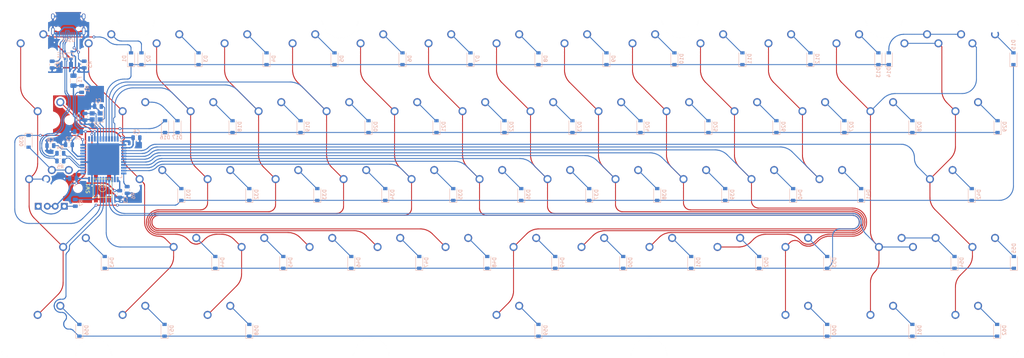
<source format=kicad_pcb>
(kicad_pcb (version 20171130) (host pcbnew "(5.1.5)-3")
  (layers (0 F.Cu signal) (31 B.Cu signal) (34 B.Paste user) (35 F.Paste user) (36 B.SilkS user) (37 F.SilkS user) (38 B.Mask user) (39 F.Mask user) (44 Edge.Cuts user))
  (net 0 "")
  (net 1 GND)
  (net 2 "Net-(C1-Pad1)")
  (net 3 +5V)
  (net 4 "Net-(C7-Pad1)")
  (net 5 "Net-(C8-Pad1)")
  (net 6 "Net-(D1-Pad2)")
  (net 7 "Net-(D2-Pad2)")
  (net 8 "Net-(D3-Pad2)")
  (net 9 "Net-(D4-Pad2)")
  (net 10 "Net-(D5-Pad2)")
  (net 11 "Net-(D6-Pad2)")
  (net 12 "Net-(D7-Pad2)")
  (net 13 "Net-(D8-Pad2)")
  (net 14 "Net-(D9-Pad2)")
  (net 15 "Net-(D10-Pad2)")
  (net 16 "Net-(D11-Pad2)")
  (net 17 "Net-(D12-Pad2)")
  (net 18 "Net-(D13-Pad2)")
  (net 19 "Net-(D14-Pad2)")
  (net 20 "Net-(D15-Pad2)")
  (net 21 "Net-(D16-Pad2)")
  (net 22 "Net-(D17-Pad2)")
  (net 23 "Net-(D18-Pad2)")
  (net 24 "Net-(D19-Pad2)")
  (net 25 "Net-(D20-Pad2)")
  (net 26 "Net-(D21-Pad2)")
  (net 27 "Net-(D22-Pad2)")
  (net 28 "Net-(D23-Pad2)")
  (net 29 "Net-(D24-Pad2)")
  (net 30 "Net-(D25-Pad2)")
  (net 31 "Net-(D26-Pad2)")
  (net 32 "Net-(D27-Pad2)")
  (net 33 "Net-(D28-Pad2)")
  (net 34 "Net-(D29-Pad2)")
  (net 35 "Net-(D30-Pad2)")
  (net 36 "Net-(D31-Pad2)")
  (net 37 "Net-(D32-Pad2)")
  (net 38 "Net-(D33-Pad2)")
  (net 39 "Net-(D34-Pad2)")
  (net 40 "Net-(D35-Pad2)")
  (net 41 "Net-(D36-Pad2)")
  (net 42 "Net-(D37-Pad2)")
  (net 43 "Net-(D38-Pad2)")
  (net 44 "Net-(D39-Pad2)")
  (net 45 "Net-(D40-Pad2)")
  (net 46 "Net-(D41-Pad2)")
  (net 47 "Net-(D42-Pad2)")
  (net 48 "Net-(D43-Pad2)")
  (net 49 "Net-(D44-Pad2)")
  (net 50 "Net-(D45-Pad2)")
  (net 51 "Net-(D46-Pad2)")
  (net 52 "Net-(D47-Pad2)")
  (net 53 "Net-(D48-Pad2)")
  (net 54 "Net-(D49-Pad2)")
  (net 55 "Net-(D50-Pad2)")
  (net 56 "Net-(D51-Pad2)")
  (net 57 "Net-(D52-Pad2)")
  (net 58 "Net-(D53-Pad2)")
  (net 59 "Net-(D54-Pad2)")
  (net 60 "Net-(D55-Pad2)")
  (net 61 "Net-(D56-Pad2)")
  (net 62 "Net-(D57-Pad2)")
  (net 63 "Net-(D58-Pad2)")
  (net 64 "Net-(D59-Pad2)")
  (net 65 "Net-(D60-Pad2)")
  (net 66 "Net-(D61-Pad2)")
  (net 67 "Net-(D62-Pad2)")
  (net 68 VCC)
  (net 69 RST)
  (net 70 "Net-(R2-Pad2)")
  (net 71 "Net-(R3-Pad2)")
  (net 72 D+)
  (net 73 D1+)
  (net 74 D-)
  (net 75 D1-)
  (net 76 "Net-(R6-Pad2)")
  (net 77 "Net-(U2-Pad42)")
  (net 78 "Net-(U2-Pad12)")
  (net 79 "Net-(U2-Pad10)")
  (net 80 "Net-(U2-Pad9)")
  (net 81 "Net-(U2-Pad8)")
  (net 82 "Net-(U2-Pad1)")
  (net 83 "Net-(USB1-Pad3)")
  (net 84 "Net-(USB1-Pad9)")
  (net 85 Row0)
  (net 86 Row2)
  (net 87 Row1)
  (net 88 Row3)
  (net 89 Row4)
  (net 90 Col0)
  (net 91 Col1)
  (net 92 Col2)
  (net 93 Col3)
  (net 94 Col4)
  (net 95 Col5)
  (net 96 Col6)
  (net 97 Col7)
  (net 98 Col8)
  (net 99 Col9)
  (net 100 Col10)
  (net 101 Col11)
  (net 102 Col12)
  (net 103 Col13)
  (net 104 "Net-(MX31-Pad4)")
  (net 105 CapsLED)
  (module Resistor_SMD:R_0805_2012Metric (layer B.Cu) (at 133.604 108.204 90)
    (fp_text reference R2 (at 0 1.65 270) (layer B.SilkS) (effects (justify mirror)))
    (fp_text value 5.1k)
    (pad 1 smd roundrect (at -0.9375 0 90) (size 0.975 1.4) (layers B.Cu B.Paste B.Mask) (net 1 GND))
    (pad 2 smd roundrect (at 0.9375 0 90) (size 0.975 1.4) (layers B.Cu B.Paste B.Mask) (net 70 "Net-(R2-Pad2)"))
  )
  (module Resistor_SMD:R_0805_2012Metric (layer B.Cu) (at 140.081 147.0025 90)
    (fp_text reference R7 (at 0 1.65 90) (layer B.SilkS) (effects (justify mirror)))
    (fp_text value 1k)
    (pad 1 smd roundrect (at -0.9375 0 90) (size 0.975 1.4) (layers B.Cu B.Paste B.Mask) (net 104 "Net-(MX31-Pad4)"))
    (pad 2 smd roundrect (at 0.9375 0 90) (size 0.975 1.4) (layers B.Cu B.Paste B.Mask) (net 105 CapsLED))
  )
  (module MX_Only:MXOnly-1.75U (layer F.Cu) (at 135.73125 142.875)
    (fp_text reference MX32)
    (fp_text value MX-LED)
    (pad 2 thru_hole circle (at 2.54 -5.08) (size 2.25 2.25) (drill 1.47) (layers *.Cu B.Mask) (net 35 "Net-(D30-Pad2)"))
    (pad "" np_thru_hole circle (at 0 0) (size 3.9878 3.9878) (drill 3.9878) (layers *.Cu *.Mask))
    (pad 1 thru_hole circle (at -3.81 -2.54) (size 2.25 2.25) (drill 1.47) (layers *.Cu B.Mask) (net 90 Col0))
    (pad 3 thru_hole circle (at -1.27 5.08) (size 1.905 1.905) (drill 1.04) (layers *.Cu B.Mask) (net 3 +5V))
    (pad 4 thru_hole rect (at 1.27 5.08) (size 1.905 1.905) (drill 1.04) (layers *.Cu B.Mask) (net 104 "Net-(MX31-Pad4)"))
    (pad "" np_thru_hole circle (at -5.08 0 48.0996) (size 1.75 1.75) (drill 1.75) (layers *.Cu *.Mask))
    (pad "" np_thru_hole circle (at 5.08 0 48.0996) (size 1.75 1.75) (drill 1.75) (layers *.Cu *.Mask))
  )
  (module MX_Only:MXOnly-1.25U-FLIPPED (layer F.Cu) (at 130.96875 142.875)
    (fp_text reference MX31)
    (fp_text value MX-LED)
    (pad 2 thru_hole circle (at 2.54 -5.08) (size 2.25 2.25) (drill 1.47) (layers *.Cu B.Mask) (net 35 "Net-(D30-Pad2)"))
    (pad "" np_thru_hole circle (at 0 0) (size 3.9878 3.9878) (drill 3.9878) (layers *.Cu *.Mask))
    (pad 1 thru_hole circle (at -3.81 -2.54) (size 2.25 2.25) (drill 1.47) (layers *.Cu B.Mask) (net 90 Col0))
    (pad 3 thru_hole circle (at 1.27 5.08) (size 1.905 1.905) (drill 1.04) (layers *.Cu B.Mask) (net 3 +5V))
    (pad 4 thru_hole rect (at -1.27 5.08) (size 1.905 1.905) (drill 1.04) (layers *.Cu B.Mask) (net 104 "Net-(MX31-Pad4)"))
    (pad "" np_thru_hole circle (at -5.08 0 48.0996) (size 1.75 1.75) (drill 1.75) (layers *.Cu *.Mask))
    (pad "" np_thru_hole circle (at 5.08 0 48.0996) (size 1.75 1.75) (drill 1.75) (layers *.Cu *.Mask))
  )
  (module Crystal:Crystal_SMD_3225-4Pin_3.2x2.5mm (layer B.Cu) (at 145.923 122.7455 180)
    (fp_text reference Y1 (at 0 -2.4765 180) (layer B.SilkS) (effects (justify mirror)))
    (fp_text value 16MHz)
    (pad 1 smd rect (at -1.1 -0.85 180) (size 1.4 1.2) (layers B.Cu B.Paste B.Mask) (net 2 "Net-(C1-Pad1)"))
    (pad 2 smd rect (at 1.1 -0.85 180) (size 1.4 1.2) (layers B.Cu B.Paste B.Mask) (net 1 GND))
    (pad 3 smd rect (at 1.1 0.85 180) (size 1.4 1.2) (layers B.Cu B.Paste B.Mask) (net 4 "Net-(C7-Pad1)"))
    (pad 4 smd rect (at -1.1 0.85 180) (size 1.4 1.2) (layers B.Cu B.Paste B.Mask) (net 1 GND))
  )
  (module Type-C:HRO-TYPE-C-31-M-12 (layer B.Cu) (at 138.1125 92.075)
    (fp_text reference USB1 (at 0 9.25) (layer B.SilkS) (effects (justify mirror)))
    (fp_text value HRO-TYPE-C-31-M-12)
    (pad 13 thru_hole oval (at 4.32 2.6) (size 1 1.6) (drill oval 0.6 1.2) (layers *.Cu F.Mask) (net 1 GND))
    (pad 13 thru_hole oval (at -4.32 2.6) (size 1 1.6) (drill oval 0.6 1.2) (layers *.Cu F.Mask) (net 1 GND))
    (pad 13 thru_hole oval (at 4.32 6.78) (size 1 2.1) (drill oval 0.6 1.7) (layers *.Cu F.Mask) (net 1 GND))
    (pad 13 thru_hole oval (at -4.32 6.78) (size 1 2.1) (drill oval 0.6 1.7) (layers *.Cu F.Mask) (net 1 GND))
    (pad "" np_thru_hole circle (at -2.89 6.25) (size 0.65 0.65) (drill 0.65) (layers *.Cu *.Mask))
    (pad "" np_thru_hole circle (at 2.89 6.25) (size 0.65 0.65) (drill 0.65) (layers *.Cu *.Mask))
    (pad 6 smd rect (at -0.25 7.695) (size 0.3 1.45) (layers B.Cu B.Paste B.Mask) (net 72 D+))
    (pad 7 smd rect (at 0.25 7.695) (size 0.3 1.45) (layers B.Cu B.Paste B.Mask) (net 74 D-))
    (pad 8 smd rect (at 0.75 7.695) (size 0.3 1.45) (layers B.Cu B.Paste B.Mask) (net 72 D+))
    (pad 5 smd rect (at -0.75 7.695) (size 0.3 1.45) (layers B.Cu B.Paste B.Mask) (net 74 D-))
    (pad 9 smd rect (at 1.25 7.695) (size 0.3 1.45) (layers B.Cu B.Paste B.Mask) (net 84 "Net-(USB1-Pad9)"))
    (pad 4 smd rect (at -1.25 7.695) (size 0.3 1.45) (layers B.Cu B.Paste B.Mask) (net 70 "Net-(R2-Pad2)"))
    (pad 10 smd rect (at 1.75 7.695) (size 0.3 1.45) (layers B.Cu B.Paste B.Mask) (net 71 "Net-(R3-Pad2)"))
    (pad 3 smd rect (at -1.75 7.695) (size 0.3 1.45) (layers B.Cu B.Paste B.Mask) (net 83 "Net-(USB1-Pad3)"))
    (pad 2 smd rect (at -2.45 7.695) (size 0.6 1.45) (layers B.Cu B.Paste B.Mask) (net 68 VCC))
    (pad 11 smd rect (at 2.45 7.695) (size 0.6 1.45) (layers B.Cu B.Paste B.Mask) (net 68 VCC))
    (pad 1 smd rect (at -3.225 7.695) (size 0.6 1.45) (layers B.Cu B.Paste B.Mask) (net 1 GND))
    (pad 12 smd rect (at 3.225 7.695) (size 0.6 1.45) (layers B.Cu B.Paste B.Mask) (net 1 GND))
  )
  (module Package_QFP:TQFP-44_10x10mm_P0.8mm (layer B.Cu) (at 147.955 134.747)
    (fp_text reference U2 (at 0 7.45) (layer B.SilkS) (effects (justify mirror)))
    (fp_text value ATmega32U4-AU)
    (pad 1 smd rect (at -5.7 4) (size 1.5 0.55) (layers B.Cu B.Paste B.Mask) (net 82 "Net-(U2-Pad1)"))
    (pad 2 smd rect (at -5.7 3.2) (size 1.5 0.55) (layers B.Cu B.Paste B.Mask) (net 3 +5V))
    (pad 3 smd rect (at -5.7 2.4) (size 1.5 0.55) (layers B.Cu B.Paste B.Mask) (net 75 D1-))
    (pad 4 smd rect (at -5.7 1.6) (size 1.5 0.55) (layers B.Cu B.Paste B.Mask) (net 73 D1+))
    (pad 5 smd rect (at -5.7 0.8) (size 1.5 0.55) (layers B.Cu B.Paste B.Mask) (net 1 GND))
    (pad 6 smd rect (at -5.7 0) (size 1.5 0.55) (layers B.Cu B.Paste B.Mask) (net 5 "Net-(C8-Pad1)"))
    (pad 7 smd rect (at -5.7 -0.8) (size 1.5 0.55) (layers B.Cu B.Paste B.Mask) (net 3 +5V))
    (pad 8 smd rect (at -5.7 -1.6) (size 1.5 0.55) (layers B.Cu B.Paste B.Mask) (net 81 "Net-(U2-Pad8)"))
    (pad 9 smd rect (at -5.7 -2.4) (size 1.5 0.55) (layers B.Cu B.Paste B.Mask) (net 80 "Net-(U2-Pad9)"))
    (pad 10 smd rect (at -5.7 -3.2) (size 1.5 0.55) (layers B.Cu B.Paste B.Mask) (net 79 "Net-(U2-Pad10)"))
    (pad 11 smd rect (at -5.7 -4) (size 1.5 0.55) (layers B.Cu B.Paste B.Mask) (net 86 Row2))
    (pad 12 smd rect (at -4 -5.7 270) (size 1.5 0.55) (layers B.Cu B.Paste B.Mask) (net 78 "Net-(U2-Pad12)"))
    (pad 13 smd rect (at -3.2 -5.7 270) (size 1.5 0.55) (layers B.Cu B.Paste B.Mask) (net 69 RST))
    (pad 14 smd rect (at -2.4 -5.7 270) (size 1.5 0.55) (layers B.Cu B.Paste B.Mask) (net 3 +5V))
    (pad 15 smd rect (at -1.6 -5.7 270) (size 1.5 0.55) (layers B.Cu B.Paste B.Mask) (net 1 GND))
    (pad 16 smd rect (at -0.8 -5.7 270) (size 1.5 0.55) (layers B.Cu B.Paste B.Mask) (net 4 "Net-(C7-Pad1)"))
    (pad 17 smd rect (at 0 -5.7 270) (size 1.5 0.55) (layers B.Cu B.Paste B.Mask) (net 2 "Net-(C1-Pad1)"))
    (pad 18 smd rect (at 0.8 -5.7 270) (size 1.5 0.55) (layers B.Cu B.Paste B.Mask) (net 85 Row0))
    (pad 19 smd rect (at 1.6 -5.7 270) (size 1.5 0.55) (layers B.Cu B.Paste B.Mask) (net 94 Col4))
    (pad 20 smd rect (at 2.4 -5.7 270) (size 1.5 0.55) (layers B.Cu B.Paste B.Mask) (net 93 Col3))
    (pad 21 smd rect (at 3.2 -5.7 270) (size 1.5 0.55) (layers B.Cu B.Paste B.Mask) (net 92 Col2))
    (pad 22 smd rect (at 4 -5.7 270) (size 1.5 0.55) (layers B.Cu B.Paste B.Mask) (net 87 Row1))
    (pad 23 smd rect (at 5.7 -4) (size 1.5 0.55) (layers B.Cu B.Paste B.Mask) (net 1 GND))
    (pad 24 smd rect (at 5.7 -3.2) (size 1.5 0.55) (layers B.Cu B.Paste B.Mask) (net 3 +5V))
    (pad 25 smd rect (at 5.7 -2.4) (size 1.5 0.55) (layers B.Cu B.Paste B.Mask) (net 103 Col13))
    (pad 26 smd rect (at 5.7 -1.6) (size 1.5 0.55) (layers B.Cu B.Paste B.Mask) (net 101 Col11))
    (pad 27 smd rect (at 5.7 -0.8) (size 1.5 0.55) (layers B.Cu B.Paste B.Mask) (net 100 Col10))
    (pad 28 smd rect (at 5.7 0) (size 1.5 0.55) (layers B.Cu B.Paste B.Mask) (net 99 Col9))
    (pad 29 smd rect (at 5.7 0.8) (size 1.5 0.55) (layers B.Cu B.Paste B.Mask) (net 98 Col8))
    (pad 30 smd rect (at 5.7 1.6) (size 1.5 0.55) (layers B.Cu B.Paste B.Mask) (net 97 Col7))
    (pad 31 smd rect (at 5.7 2.4) (size 1.5 0.55) (layers B.Cu B.Paste B.Mask) (net 96 Col6))
    (pad 32 smd rect (at 5.7 3.2) (size 1.5 0.55) (layers B.Cu B.Paste B.Mask) (net 95 Col5))
    (pad 33 smd rect (at 5.7 4) (size 1.5 0.55) (layers B.Cu B.Paste B.Mask) (net 76 "Net-(R6-Pad2)"))
    (pad 34 smd rect (at 4 5.7 270) (size 1.5 0.55) (layers B.Cu B.Paste B.Mask) (net 3 +5V))
    (pad 35 smd rect (at 3.2 5.7 270) (size 1.5 0.55) (layers B.Cu B.Paste B.Mask) (net 1 GND))
    (pad 36 smd rect (at 2.4 5.7 270) (size 1.5 0.55) (layers B.Cu B.Paste B.Mask) (net 102 Col12))
    (pad 37 smd rect (at 1.6 5.7 270) (size 1.5 0.55) (layers B.Cu B.Paste B.Mask) (net 88 Row3))
    (pad 38 smd rect (at 0.8 5.7 270) (size 1.5 0.55) (layers B.Cu B.Paste B.Mask) (net 91 Col1))
    (pad 39 smd rect (at 0 5.7 270) (size 1.5 0.55) (layers B.Cu B.Paste B.Mask) (net 89 Row4))
    (pad 40 smd rect (at -0.8 5.7 270) (size 1.5 0.55) (layers B.Cu B.Paste B.Mask) (net 90 Col0))
    (pad 41 smd rect (at -1.6 5.7 270) (size 1.5 0.55) (layers B.Cu B.Paste B.Mask) (net 105 CapsLED))
    (pad 42 smd rect (at -2.4 5.7 270) (size 1.5 0.55) (layers B.Cu B.Paste B.Mask) (net 77 "Net-(U2-Pad42)"))
    (pad 43 smd rect (at -3.2 5.7 270) (size 1.5 0.55) (layers B.Cu B.Paste B.Mask) (net 1 GND))
    (pad 44 smd rect (at -4 5.7 270) (size 1.5 0.55) (layers B.Cu B.Paste B.Mask) (net 3 +5V))
  )
  (module random-keyboard-parts:SOT143B (layer B.Cu) (at 138.1125 105.56875 90)
    (fp_text reference U1 (at 0 -2.45 90) (layer B.SilkS) (effects (justify mirror)))
    (fp_text value PRTR5V0U2X)
    (pad 3 smd rect (at 1 -0.95 180) (size 0.6 0.7) (layers B.Cu B.Paste B.Mask) (net 72 D+))
    (pad 2 smd rect (at -1 -0.95 180) (size 0.6 0.7) (layers B.Cu B.Paste B.Mask) (net 74 D-))
    (pad 4 smd rect (at 1 0.95 180) (size 0.6 0.7) (layers B.Cu B.Paste B.Mask) (net 68 VCC))
    (pad 1 smd rect (at -1 0.75 180) (size 1 0.7) (layers B.Cu B.Paste B.Mask) (net 1 GND))
  )
  (module random-keyboard-parts:SKQG-1155865 (layer F.Cu) (at 147.701 142.875 270)
    (fp_text reference SW1 (at 0 4.064 90) (layer F.SilkS))
    (fp_text value SW_Push)
    (pad 1 smd rect (at 3.1 1.85 270) (size 1.8 1.1) (layers F.Cu F.Paste F.Mask) (net 1 GND))
    (pad 2 smd rect (at -3.1 -1.85 270) (size 1.8 1.1) (layers F.Cu F.Paste F.Mask) (net 69 RST))
    (pad 3 smd rect (at 3.1 -1.85 270) (size 1.8 1.1) (layers F.Cu F.Paste F.Mask))
    (pad 4 smd rect (at -3.1 1.85 270) (size 1.8 1.1) (layers F.Cu F.Paste F.Mask))
  )
  (module Resistor_SMD:R_0805_2012Metric (layer B.Cu) (at 154.6225 143.383 90)
    (fp_text reference R6 (at -1.651 1.7145 90) (layer B.SilkS) (effects (justify mirror)))
    (fp_text value 10k)
    (pad 1 smd roundrect (at -0.9375 0 90) (size 0.975 1.4) (layers B.Cu B.Paste B.Mask) (net 1 GND))
    (pad 2 smd roundrect (at 0.9375 0 90) (size 0.975 1.4) (layers B.Cu B.Paste B.Mask) (net 76 "Net-(R6-Pad2)"))
  )
  (module Resistor_SMD:R_0805_2012Metric (layer B.Cu) (at 135.89 135.255 180)
    (fp_text reference R5 (at 0 -1.651) (layer B.SilkS) (effects (justify mirror)))
    (fp_text value 22)
    (pad 1 smd roundrect (at -0.9375 0 180) (size 0.975 1.4) (layers B.Cu B.Paste B.Mask) (net 75 D1-))
    (pad 2 smd roundrect (at 0.9375 0 180) (size 0.975 1.4) (layers B.Cu B.Paste B.Mask) (net 74 D-))
  )
  (module Resistor_SMD:R_0805_2012Metric (layer B.Cu) (at 135.89 133.096 180)
    (fp_text reference R4 (at 0 1.65) (layer B.SilkS) (effects (justify mirror)))
    (fp_text value 22)
    (pad 1 smd roundrect (at -0.9375 0 180) (size 0.975 1.4) (layers B.Cu B.Paste B.Mask) (net 73 D1+))
    (pad 2 smd roundrect (at 0.9375 0 180) (size 0.975 1.4) (layers B.Cu B.Paste B.Mask) (net 72 D+))
  )
  (module Resistor_SMD:R_0805_2012Metric (layer B.Cu) (at 142.5575 108.189 90)
    (fp_text reference R3 (at 0 1.65 90) (layer B.SilkS) (effects (justify mirror)))
    (fp_text value 5.1k)
    (pad 1 smd roundrect (at -0.9375 0 90) (size 0.975 1.4) (layers B.Cu B.Paste B.Mask) (net 1 GND))
    (pad 2 smd roundrect (at 0.9375 0 90) (size 0.975 1.4) (layers B.Cu B.Paste B.Mask) (net 71 "Net-(R3-Pad2)"))
  )
  (module Resistor_SMD:R_0805_2012Metric (layer B.Cu) (at 141.859 115.062 270)
    (fp_text reference R1 (at 0 -1.651 90) (layer B.SilkS) (effects (justify mirror)))
    (fp_text value 10k)
    (pad 1 smd roundrect (at -0.9375 0 270) (size 0.975 1.4) (layers B.Cu B.Paste B.Mask) (net 3 +5V))
    (pad 2 smd roundrect (at 0.9375 0 270) (size 0.975 1.4) (layers B.Cu B.Paste B.Mask) (net 69 RST))
  )
  (module MX_Only:MXOnly-1.5U-NoLED (layer F.Cu) (at 390.525 180.975)
    (fp_text reference MX65)
    (fp_text value MX-NoLED)
    (pad "" np_thru_hole circle (at 5.08 0 48.0996) (size 1.75 1.75) (drill 1.75) (layers *.Cu *.Mask))
    (pad "" np_thru_hole circle (at -5.08 0 48.0996) (size 1.75 1.75) (drill 1.75) (layers *.Cu *.Mask))
    (pad 1 thru_hole circle (at -3.81 -2.54) (size 2.25 2.25) (drill 1.47) (layers *.Cu B.Mask) (net 103 Col13))
    (pad "" np_thru_hole circle (at 0 0) (size 3.9878 3.9878) (drill 3.9878) (layers *.Cu *.Mask))
    (pad 2 thru_hole circle (at 2.54 -5.08) (size 2.25 2.25) (drill 1.47) (layers *.Cu B.Mask) (net 67 "Net-(D62-Pad2)"))
  )
  (module MX_Only:MXOnly-1U-NoLED (layer F.Cu) (at 366.7125 180.975)
    (fp_text reference MX64)
    (fp_text value MX-NoLED)
    (pad "" np_thru_hole circle (at 5.08 0 48.0996) (size 1.75 1.75) (drill 1.75) (layers *.Cu *.Mask))
    (pad "" np_thru_hole circle (at -5.08 0 48.0996) (size 1.75 1.75) (drill 1.75) (layers *.Cu *.Mask))
    (pad 1 thru_hole circle (at -3.81 -2.54) (size 2.25 2.25) (drill 1.47) (layers *.Cu B.Mask) (net 102 Col12))
    (pad "" np_thru_hole circle (at 0 0) (size 3.9878 3.9878) (drill 3.9878) (layers *.Cu *.Mask))
    (pad 2 thru_hole circle (at 2.54 -5.08) (size 2.25 2.25) (drill 1.47) (layers *.Cu B.Mask) (net 66 "Net-(D61-Pad2)"))
  )
  (module MX_Only:MXOnly-1.5U-NoLED (layer F.Cu) (at 342.9 180.975)
    (fp_text reference MX63)
    (fp_text value MX-NoLED)
    (pad "" np_thru_hole circle (at 5.08 0 48.0996) (size 1.75 1.75) (drill 1.75) (layers *.Cu *.Mask))
    (pad "" np_thru_hole circle (at -5.08 0 48.0996) (size 1.75 1.75) (drill 1.75) (layers *.Cu *.Mask))
    (pad 1 thru_hole circle (at -3.81 -2.54) (size 2.25 2.25) (drill 1.47) (layers *.Cu B.Mask) (net 100 Col10))
    (pad "" np_thru_hole circle (at 0 0) (size 3.9878 3.9878) (drill 3.9878) (layers *.Cu *.Mask))
    (pad 2 thru_hole circle (at 2.54 -5.08) (size 2.25 2.25) (drill 1.47) (layers *.Cu B.Mask) (net 65 "Net-(D60-Pad2)"))
  )
  (module MX_Only:MXOnly-7U-ReversedStabilizers-NoLED (layer F.Cu) (at 261.9375 180.975)
    (fp_text reference MX62)
    (fp_text value MX-NoLED)
    (pad "" np_thru_hole circle (at 57.15 -8.255) (size 3.9878 3.9878) (drill 3.9878) (layers *.Cu *.Mask))
    (pad "" np_thru_hole circle (at -57.15 -8.255) (size 3.9878 3.9878) (drill 3.9878) (layers *.Cu *.Mask))
    (pad "" np_thru_hole circle (at 57.15 6.985) (size 3.048 3.048) (drill 3.048) (layers *.Cu *.Mask))
    (pad "" np_thru_hole circle (at -57.15 6.985) (size 3.048 3.048) (drill 3.048) (layers *.Cu *.Mask))
    (pad "" np_thru_hole circle (at 5.08 0 48.0996) (size 1.75 1.75) (drill 1.75) (layers *.Cu *.Mask))
    (pad "" np_thru_hole circle (at -5.08 0 48.0996) (size 1.75 1.75) (drill 1.75) (layers *.Cu *.Mask))
    (pad 1 thru_hole circle (at -3.81 -2.54) (size 2.25 2.25) (drill 1.47) (layers *.Cu B.Mask) (net 96 Col6))
    (pad "" np_thru_hole circle (at 0 0) (size 3.9878 3.9878) (drill 3.9878) (layers *.Cu *.Mask))
    (pad 2 thru_hole circle (at 2.54 -5.08) (size 2.25 2.25) (drill 1.47) (layers *.Cu B.Mask) (net 64 "Net-(D59-Pad2)"))
  )
  (module MX_Only:MXOnly-1.5U-NoLED (layer F.Cu) (at 180.975 180.975)
    (fp_text reference MX61)
    (fp_text value MX-NoLED)
    (pad "" np_thru_hole circle (at 5.08 0 48.0996) (size 1.75 1.75) (drill 1.75) (layers *.Cu *.Mask))
    (pad "" np_thru_hole circle (at -5.08 0 48.0996) (size 1.75 1.75) (drill 1.75) (layers *.Cu *.Mask))
    (pad 1 thru_hole circle (at -3.81 -2.54) (size 2.25 2.25) (drill 1.47) (layers *.Cu B.Mask) (net 92 Col2))
    (pad "" np_thru_hole circle (at 0 0) (size 3.9878 3.9878) (drill 3.9878) (layers *.Cu *.Mask))
    (pad 2 thru_hole circle (at 2.54 -5.08) (size 2.25 2.25) (drill 1.47) (layers *.Cu B.Mask) (net 63 "Net-(D58-Pad2)"))
  )
  (module MX_Only:MXOnly-1U-NoLED (layer F.Cu) (at 157.1625 180.975)
    (fp_text reference MX60)
    (fp_text value MX-NoLED)
    (pad "" np_thru_hole circle (at 5.08 0 48.0996) (size 1.75 1.75) (drill 1.75) (layers *.Cu *.Mask))
    (pad "" np_thru_hole circle (at -5.08 0 48.0996) (size 1.75 1.75) (drill 1.75) (layers *.Cu *.Mask))
    (pad 1 thru_hole circle (at -3.81 -2.54) (size 2.25 2.25) (drill 1.47) (layers *.Cu B.Mask) (net 91 Col1))
    (pad "" np_thru_hole circle (at 0 0) (size 3.9878 3.9878) (drill 3.9878) (layers *.Cu *.Mask))
    (pad 2 thru_hole circle (at 2.54 -5.08) (size 2.25 2.25) (drill 1.47) (layers *.Cu B.Mask) (net 62 "Net-(D57-Pad2)"))
  )
  (module MX_Only:MXOnly-1.5U-NoLED (layer F.Cu) (at 133.35 180.975)
    (fp_text reference MX59)
    (fp_text value MX-NoLED)
    (pad "" np_thru_hole circle (at 5.08 0 48.0996) (size 1.75 1.75) (drill 1.75) (layers *.Cu *.Mask))
    (pad "" np_thru_hole circle (at -5.08 0 48.0996) (size 1.75 1.75) (drill 1.75) (layers *.Cu *.Mask))
    (pad 1 thru_hole circle (at -3.81 -2.54) (size 2.25 2.25) (drill 1.47) (layers *.Cu B.Mask) (net 90 Col0))
    (pad "" np_thru_hole circle (at 0 0) (size 3.9878 3.9878) (drill 3.9878) (layers *.Cu *.Mask))
    (pad 2 thru_hole circle (at 2.54 -5.08) (size 2.25 2.25) (drill 1.47) (layers *.Cu B.Mask) (net 61 "Net-(D56-Pad2)"))
  )
  (module MX_Only:MXOnly-1U-NoLED (layer F.Cu) (at 395.2875 161.925)
    (fp_text reference MX58)
    (fp_text value MX-NoLED)
    (pad "" np_thru_hole circle (at 5.08 0 48.0996) (size 1.75 1.75) (drill 1.75) (layers *.Cu *.Mask))
    (pad "" np_thru_hole circle (at -5.08 0 48.0996) (size 1.75 1.75) (drill 1.75) (layers *.Cu *.Mask))
    (pad 1 thru_hole circle (at -3.81 -2.54) (size 2.25 2.25) (drill 1.47) (layers *.Cu B.Mask) (net 103 Col13))
    (pad "" np_thru_hole circle (at 0 0) (size 3.9878 3.9878) (drill 3.9878) (layers *.Cu *.Mask))
    (pad 2 thru_hole circle (at 2.54 -5.08) (size 2.25 2.25) (drill 1.47) (layers *.Cu B.Mask) (net 60 "Net-(D55-Pad2)"))
  )
  (module MX_Only:MXOnly-2.75U-NoLED (layer F.Cu) (at 378.61875 161.925)
    (fp_text reference MX57)
    (fp_text value MX-NoLED)
    (pad "" np_thru_hole circle (at 11.90625 8.255) (size 3.9878 3.9878) (drill 3.9878) (layers *.Cu *.Mask))
    (pad "" np_thru_hole circle (at -11.90625 8.255) (size 3.9878 3.9878) (drill 3.9878) (layers *.Cu *.Mask))
    (pad "" np_thru_hole circle (at 11.90625 -6.985) (size 3.048 3.048) (drill 3.048) (layers *.Cu *.Mask))
    (pad "" np_thru_hole circle (at -11.90625 -6.985) (size 3.048 3.048) (drill 3.048) (layers *.Cu *.Mask))
    (pad "" np_thru_hole circle (at 5.08 0 48.0996) (size 1.75 1.75) (drill 1.75) (layers *.Cu *.Mask))
    (pad "" np_thru_hole circle (at -5.08 0 48.0996) (size 1.75 1.75) (drill 1.75) (layers *.Cu *.Mask))
    (pad 1 thru_hole circle (at -3.81 -2.54) (size 2.25 2.25) (drill 1.47) (layers *.Cu B.Mask) (net 102 Col12))
    (pad "" np_thru_hole circle (at 0 0) (size 3.9878 3.9878) (drill 3.9878) (layers *.Cu *.Mask))
    (pad 2 thru_hole circle (at 2.54 -5.08) (size 2.25 2.25) (drill 1.47) (layers *.Cu B.Mask) (net 59 "Net-(D54-Pad2)"))
  )
  (module MX_Only:MXOnly-1.75U-NoLED (layer F.Cu) (at 369.09375 161.925)
    (fp_text reference MX56)
    (fp_text value MX-NoLED)
    (pad "" np_thru_hole circle (at 5.08 0 48.0996) (size 1.75 1.75) (drill 1.75) (layers *.Cu *.Mask))
    (pad "" np_thru_hole circle (at -5.08 0 48.0996) (size 1.75 1.75) (drill 1.75) (layers *.Cu *.Mask))
    (pad 1 thru_hole circle (at -3.81 -2.54) (size 2.25 2.25) (drill 1.47) (layers *.Cu B.Mask) (net 102 Col12))
    (pad "" np_thru_hole circle (at 0 0) (size 3.9878 3.9878) (drill 3.9878) (layers *.Cu *.Mask))
    (pad 2 thru_hole circle (at 2.54 -5.08) (size 2.25 2.25) (drill 1.47) (layers *.Cu B.Mask) (net 59 "Net-(D54-Pad2)"))
  )
  (module MX_Only:MXOnly-1U-NoLED (layer F.Cu) (at 342.9 161.925)
    (fp_text reference MX55)
    (fp_text value MX-NoLED)
    (pad "" np_thru_hole circle (at 5.08 0 48.0996) (size 1.75 1.75) (drill 1.75) (layers *.Cu *.Mask))
    (pad "" np_thru_hole circle (at -5.08 0 48.0996) (size 1.75 1.75) (drill 1.75) (layers *.Cu *.Mask))
    (pad 1 thru_hole circle (at -3.81 -2.54) (size 2.25 2.25) (drill 1.47) (layers *.Cu B.Mask) (net 100 Col10))
    (pad "" np_thru_hole circle (at 0 0) (size 3.9878 3.9878) (drill 3.9878) (layers *.Cu *.Mask))
    (pad 2 thru_hole circle (at 2.54 -5.08) (size 2.25 2.25) (drill 1.47) (layers *.Cu B.Mask) (net 58 "Net-(D53-Pad2)"))
  )
  (module MX_Only:MXOnly-1U-NoLED (layer F.Cu) (at 323.85 161.925)
    (fp_text reference MX54)
    (fp_text value MX-NoLED)
    (pad "" np_thru_hole circle (at 5.08 0 48.0996) (size 1.75 1.75) (drill 1.75) (layers *.Cu *.Mask))
    (pad "" np_thru_hole circle (at -5.08 0 48.0996) (size 1.75 1.75) (drill 1.75) (layers *.Cu *.Mask))
    (pad 1 thru_hole circle (at -3.81 -2.54) (size 2.25 2.25) (drill 1.47) (layers *.Cu B.Mask) (net 99 Col9))
    (pad "" np_thru_hole circle (at 0 0) (size 3.9878 3.9878) (drill 3.9878) (layers *.Cu *.Mask))
    (pad 2 thru_hole circle (at 2.54 -5.08) (size 2.25 2.25) (drill 1.47) (layers *.Cu B.Mask) (net 57 "Net-(D52-Pad2)"))
  )
  (module MX_Only:MXOnly-1U-NoLED (layer F.Cu) (at 304.8 161.925)
    (fp_text reference MX53)
    (fp_text value MX-NoLED)
    (pad "" np_thru_hole circle (at 5.08 0 48.0996) (size 1.75 1.75) (drill 1.75) (layers *.Cu *.Mask))
    (pad "" np_thru_hole circle (at -5.08 0 48.0996) (size 1.75 1.75) (drill 1.75) (layers *.Cu *.Mask))
    (pad 1 thru_hole circle (at -3.81 -2.54) (size 2.25 2.25) (drill 1.47) (layers *.Cu B.Mask) (net 98 Col8))
    (pad "" np_thru_hole circle (at 0 0) (size 3.9878 3.9878) (drill 3.9878) (layers *.Cu *.Mask))
    (pad 2 thru_hole circle (at 2.54 -5.08) (size 2.25 2.25) (drill 1.47) (layers *.Cu B.Mask) (net 56 "Net-(D51-Pad2)"))
  )
  (module MX_Only:MXOnly-1U-NoLED (layer F.Cu) (at 285.75 161.925)
    (fp_text reference MX52)
    (fp_text value MX-NoLED)
    (pad "" np_thru_hole circle (at 5.08 0 48.0996) (size 1.75 1.75) (drill 1.75) (layers *.Cu *.Mask))
    (pad "" np_thru_hole circle (at -5.08 0 48.0996) (size 1.75 1.75) (drill 1.75) (layers *.Cu *.Mask))
    (pad 1 thru_hole circle (at -3.81 -2.54) (size 2.25 2.25) (drill 1.47) (layers *.Cu B.Mask) (net 97 Col7))
    (pad "" np_thru_hole circle (at 0 0) (size 3.9878 3.9878) (drill 3.9878) (layers *.Cu *.Mask))
    (pad 2 thru_hole circle (at 2.54 -5.08) (size 2.25 2.25) (drill 1.47) (layers *.Cu B.Mask) (net 55 "Net-(D50-Pad2)"))
  )
  (module MX_Only:MXOnly-1U-NoLED (layer F.Cu) (at 266.7 161.925)
    (fp_text reference MX51)
    (fp_text value MX-NoLED)
    (pad "" np_thru_hole circle (at 5.08 0 48.0996) (size 1.75 1.75) (drill 1.75) (layers *.Cu *.Mask))
    (pad "" np_thru_hole circle (at -5.08 0 48.0996) (size 1.75 1.75) (drill 1.75) (layers *.Cu *.Mask))
    (pad 1 thru_hole circle (at -3.81 -2.54) (size 2.25 2.25) (drill 1.47) (layers *.Cu B.Mask) (net 96 Col6))
    (pad "" np_thru_hole circle (at 0 0) (size 3.9878 3.9878) (drill 3.9878) (layers *.Cu *.Mask))
    (pad 2 thru_hole circle (at 2.54 -5.08) (size 2.25 2.25) (drill 1.47) (layers *.Cu B.Mask) (net 54 "Net-(D49-Pad2)"))
  )
  (module MX_Only:MXOnly-1U-NoLED (layer F.Cu) (at 247.65 161.925)
    (fp_text reference MX50)
    (fp_text value MX-NoLED)
    (pad "" np_thru_hole circle (at 5.08 0 48.0996) (size 1.75 1.75) (drill 1.75) (layers *.Cu *.Mask))
    (pad "" np_thru_hole circle (at -5.08 0 48.0996) (size 1.75 1.75) (drill 1.75) (layers *.Cu *.Mask))
    (pad 1 thru_hole circle (at -3.81 -2.54) (size 2.25 2.25) (drill 1.47) (layers *.Cu B.Mask) (net 95 Col5))
    (pad "" np_thru_hole circle (at 0 0) (size 3.9878 3.9878) (drill 3.9878) (layers *.Cu *.Mask))
    (pad 2 thru_hole circle (at 2.54 -5.08) (size 2.25 2.25) (drill 1.47) (layers *.Cu B.Mask) (net 53 "Net-(D48-Pad2)"))
  )
  (module MX_Only:MXOnly-1U-NoLED (layer F.Cu) (at 228.6 161.925)
    (fp_text reference MX49)
    (fp_text value MX-NoLED)
    (pad "" np_thru_hole circle (at 5.08 0 48.0996) (size 1.75 1.75) (drill 1.75) (layers *.Cu *.Mask))
    (pad "" np_thru_hole circle (at -5.08 0 48.0996) (size 1.75 1.75) (drill 1.75) (layers *.Cu *.Mask))
    (pad 1 thru_hole circle (at -3.81 -2.54) (size 2.25 2.25) (drill 1.47) (layers *.Cu B.Mask) (net 94 Col4))
    (pad "" np_thru_hole circle (at 0 0) (size 3.9878 3.9878) (drill 3.9878) (layers *.Cu *.Mask))
    (pad 2 thru_hole circle (at 2.54 -5.08) (size 2.25 2.25) (drill 1.47) (layers *.Cu B.Mask) (net 52 "Net-(D47-Pad2)"))
  )
  (module MX_Only:MXOnly-1U-NoLED (layer F.Cu) (at 209.55 161.925)
    (fp_text reference MX48)
    (fp_text value MX-NoLED)
    (pad "" np_thru_hole circle (at 5.08 0 48.0996) (size 1.75 1.75) (drill 1.75) (layers *.Cu *.Mask))
    (pad "" np_thru_hole circle (at -5.08 0 48.0996) (size 1.75 1.75) (drill 1.75) (layers *.Cu *.Mask))
    (pad 1 thru_hole circle (at -3.81 -2.54) (size 2.25 2.25) (drill 1.47) (layers *.Cu B.Mask) (net 93 Col3))
    (pad "" np_thru_hole circle (at 0 0) (size 3.9878 3.9878) (drill 3.9878) (layers *.Cu *.Mask))
    (pad 2 thru_hole circle (at 2.54 -5.08) (size 2.25 2.25) (drill 1.47) (layers *.Cu B.Mask) (net 51 "Net-(D46-Pad2)"))
  )
  (module MX_Only:MXOnly-1U-NoLED (layer F.Cu) (at 190.5 161.925)
    (fp_text reference MX47)
    (fp_text value MX-NoLED)
    (pad "" np_thru_hole circle (at 5.08 0 48.0996) (size 1.75 1.75) (drill 1.75) (layers *.Cu *.Mask))
    (pad "" np_thru_hole circle (at -5.08 0 48.0996) (size 1.75 1.75) (drill 1.75) (layers *.Cu *.Mask))
    (pad 1 thru_hole circle (at -3.81 -2.54) (size 2.25 2.25) (drill 1.47) (layers *.Cu B.Mask) (net 92 Col2))
    (pad "" np_thru_hole circle (at 0 0) (size 3.9878 3.9878) (drill 3.9878) (layers *.Cu *.Mask))
    (pad 2 thru_hole circle (at 2.54 -5.08) (size 2.25 2.25) (drill 1.47) (layers *.Cu B.Mask) (net 50 "Net-(D45-Pad2)"))
  )
  (module MX_Only:MXOnly-1U-NoLED (layer F.Cu) (at 171.45 161.925)
    (fp_text reference MX46)
    (fp_text value MX-NoLED)
    (pad "" np_thru_hole circle (at 5.08 0 48.0996) (size 1.75 1.75) (drill 1.75) (layers *.Cu *.Mask))
    (pad "" np_thru_hole circle (at -5.08 0 48.0996) (size 1.75 1.75) (drill 1.75) (layers *.Cu *.Mask))
    (pad 1 thru_hole circle (at -3.81 -2.54) (size 2.25 2.25) (drill 1.47) (layers *.Cu B.Mask) (net 91 Col1))
    (pad "" np_thru_hole circle (at 0 0) (size 3.9878 3.9878) (drill 3.9878) (layers *.Cu *.Mask))
    (pad 2 thru_hole circle (at 2.54 -5.08) (size 2.25 2.25) (drill 1.47) (layers *.Cu B.Mask) (net 49 "Net-(D44-Pad2)"))
  )
  (module MX_Only:MXOnly-2.25U-NoLED (layer F.Cu) (at 140.49375 161.925)
    (fp_text reference MX45)
    (fp_text value MX-NoLED)
    (pad "" np_thru_hole circle (at 11.90625 8.255) (size 3.9878 3.9878) (drill 3.9878) (layers *.Cu *.Mask))
    (pad "" np_thru_hole circle (at -11.90625 8.255) (size 3.9878 3.9878) (drill 3.9878) (layers *.Cu *.Mask))
    (pad "" np_thru_hole circle (at 11.90625 -6.985) (size 3.048 3.048) (drill 3.048) (layers *.Cu *.Mask))
    (pad "" np_thru_hole circle (at -11.90625 -6.985) (size 3.048 3.048) (drill 3.048) (layers *.Cu *.Mask))
    (pad "" np_thru_hole circle (at 5.08 0 48.0996) (size 1.75 1.75) (drill 1.75) (layers *.Cu *.Mask))
    (pad "" np_thru_hole circle (at -5.08 0 48.0996) (size 1.75 1.75) (drill 1.75) (layers *.Cu *.Mask))
    (pad 1 thru_hole circle (at -3.81 -2.54) (size 2.25 2.25) (drill 1.47) (layers *.Cu B.Mask) (net 90 Col0))
    (pad "" np_thru_hole circle (at 0 0) (size 3.9878 3.9878) (drill 3.9878) (layers *.Cu *.Mask))
    (pad 2 thru_hole circle (at 2.54 -5.08) (size 2.25 2.25) (drill 1.47) (layers *.Cu B.Mask) (net 48 "Net-(D43-Pad2)"))
  )
  (module MX_Only:MXOnly-2.25U-ReversedStabilizers-NoLED (layer F.Cu) (at 383.38125 142.875)
    (fp_text reference MX44)
    (fp_text value MX-NoLED)
    (pad "" np_thru_hole circle (at 11.90625 -8.255) (size 3.9878 3.9878) (drill 3.9878) (layers *.Cu *.Mask))
    (pad "" np_thru_hole circle (at -11.90625 -8.255) (size 3.9878 3.9878) (drill 3.9878) (layers *.Cu *.Mask))
    (pad "" np_thru_hole circle (at 11.90625 6.985) (size 3.048 3.048) (drill 3.048) (layers *.Cu *.Mask))
    (pad "" np_thru_hole circle (at -11.90625 6.985) (size 3.048 3.048) (drill 3.048) (layers *.Cu *.Mask))
    (pad "" np_thru_hole circle (at 5.08 0 48.0996) (size 1.75 1.75) (drill 1.75) (layers *.Cu *.Mask))
    (pad "" np_thru_hole circle (at -5.08 0 48.0996) (size 1.75 1.75) (drill 1.75) (layers *.Cu *.Mask))
    (pad 1 thru_hole circle (at -3.81 -2.54) (size 2.25 2.25) (drill 1.47) (layers *.Cu B.Mask) (net 103 Col13))
    (pad "" np_thru_hole circle (at 0 0) (size 3.9878 3.9878) (drill 3.9878) (layers *.Cu *.Mask))
    (pad 2 thru_hole circle (at 2.54 -5.08) (size 2.25 2.25) (drill 1.47) (layers *.Cu B.Mask) (net 47 "Net-(D42-Pad2)"))
  )
  (module MX_Only:MXOnly-1U-NoLED (layer F.Cu) (at 352.425 142.875)
    (fp_text reference MX43)
    (fp_text value MX-NoLED)
    (pad "" np_thru_hole circle (at 5.08 0 48.0996) (size 1.75 1.75) (drill 1.75) (layers *.Cu *.Mask))
    (pad "" np_thru_hole circle (at -5.08 0 48.0996) (size 1.75 1.75) (drill 1.75) (layers *.Cu *.Mask))
    (pad 1 thru_hole circle (at -3.81 -2.54) (size 2.25 2.25) (drill 1.47) (layers *.Cu B.Mask) (net 101 Col11))
    (pad "" np_thru_hole circle (at 0 0) (size 3.9878 3.9878) (drill 3.9878) (layers *.Cu *.Mask))
    (pad 2 thru_hole circle (at 2.54 -5.08) (size 2.25 2.25) (drill 1.47) (layers *.Cu B.Mask) (net 46 "Net-(D41-Pad2)"))
  )
  (module MX_Only:MXOnly-1U-NoLED (layer F.Cu) (at 333.375 142.875)
    (fp_text reference MX42)
    (fp_text value MX-NoLED)
    (pad "" np_thru_hole circle (at 5.08 0 48.0996) (size 1.75 1.75) (drill 1.75) (layers *.Cu *.Mask))
    (pad "" np_thru_hole circle (at -5.08 0 48.0996) (size 1.75 1.75) (drill 1.75) (layers *.Cu *.Mask))
    (pad 1 thru_hole circle (at -3.81 -2.54) (size 2.25 2.25) (drill 1.47) (layers *.Cu B.Mask) (net 100 Col10))
    (pad "" np_thru_hole circle (at 0 0) (size 3.9878 3.9878) (drill 3.9878) (layers *.Cu *.Mask))
    (pad 2 thru_hole circle (at 2.54 -5.08) (size 2.25 2.25) (drill 1.47) (layers *.Cu B.Mask) (net 45 "Net-(D40-Pad2)"))
  )
  (module MX_Only:MXOnly-1U-NoLED (layer F.Cu) (at 314.325 142.875)
    (fp_text reference MX41)
    (fp_text value MX-NoLED)
    (pad "" np_thru_hole circle (at 5.08 0 48.0996) (size 1.75 1.75) (drill 1.75) (layers *.Cu *.Mask))
    (pad "" np_thru_hole circle (at -5.08 0 48.0996) (size 1.75 1.75) (drill 1.75) (layers *.Cu *.Mask))
    (pad 1 thru_hole circle (at -3.81 -2.54) (size 2.25 2.25) (drill 1.47) (layers *.Cu B.Mask) (net 99 Col9))
    (pad "" np_thru_hole circle (at 0 0) (size 3.9878 3.9878) (drill 3.9878) (layers *.Cu *.Mask))
    (pad 2 thru_hole circle (at 2.54 -5.08) (size 2.25 2.25) (drill 1.47) (layers *.Cu B.Mask) (net 44 "Net-(D39-Pad2)"))
  )
  (module MX_Only:MXOnly-1U-NoLED (layer F.Cu) (at 295.275 142.875)
    (fp_text reference MX40)
    (fp_text value MX-NoLED)
    (pad "" np_thru_hole circle (at 5.08 0 48.0996) (size 1.75 1.75) (drill 1.75) (layers *.Cu *.Mask))
    (pad "" np_thru_hole circle (at -5.08 0 48.0996) (size 1.75 1.75) (drill 1.75) (layers *.Cu *.Mask))
    (pad 1 thru_hole circle (at -3.81 -2.54) (size 2.25 2.25) (drill 1.47) (layers *.Cu B.Mask) (net 98 Col8))
    (pad "" np_thru_hole circle (at 0 0) (size 3.9878 3.9878) (drill 3.9878) (layers *.Cu *.Mask))
    (pad 2 thru_hole circle (at 2.54 -5.08) (size 2.25 2.25) (drill 1.47) (layers *.Cu B.Mask) (net 43 "Net-(D38-Pad2)"))
  )
  (module MX_Only:MXOnly-1U-NoLED (layer F.Cu) (at 276.225 142.875)
    (fp_text reference MX39)
    (fp_text value MX-NoLED)
    (pad "" np_thru_hole circle (at 5.08 0 48.0996) (size 1.75 1.75) (drill 1.75) (layers *.Cu *.Mask))
    (pad "" np_thru_hole circle (at -5.08 0 48.0996) (size 1.75 1.75) (drill 1.75) (layers *.Cu *.Mask))
    (pad 1 thru_hole circle (at -3.81 -2.54) (size 2.25 2.25) (drill 1.47) (layers *.Cu B.Mask) (net 97 Col7))
    (pad "" np_thru_hole circle (at 0 0) (size 3.9878 3.9878) (drill 3.9878) (layers *.Cu *.Mask))
    (pad 2 thru_hole circle (at 2.54 -5.08) (size 2.25 2.25) (drill 1.47) (layers *.Cu B.Mask) (net 42 "Net-(D37-Pad2)"))
  )
  (module MX_Only:MXOnly-1U-NoLED (layer F.Cu) (at 257.175 142.875)
    (fp_text reference MX38)
    (fp_text value MX-NoLED)
    (pad "" np_thru_hole circle (at 5.08 0 48.0996) (size 1.75 1.75) (drill 1.75) (layers *.Cu *.Mask))
    (pad "" np_thru_hole circle (at -5.08 0 48.0996) (size 1.75 1.75) (drill 1.75) (layers *.Cu *.Mask))
    (pad 1 thru_hole circle (at -3.81 -2.54) (size 2.25 2.25) (drill 1.47) (layers *.Cu B.Mask) (net 96 Col6))
    (pad "" np_thru_hole circle (at 0 0) (size 3.9878 3.9878) (drill 3.9878) (layers *.Cu *.Mask))
    (pad 2 thru_hole circle (at 2.54 -5.08) (size 2.25 2.25) (drill 1.47) (layers *.Cu B.Mask) (net 41 "Net-(D36-Pad2)"))
  )
  (module MX_Only:MXOnly-1U-NoLED (layer F.Cu) (at 238.125 142.875)
    (fp_text reference MX37)
    (fp_text value MX-NoLED)
    (pad "" np_thru_hole circle (at 5.08 0 48.0996) (size 1.75 1.75) (drill 1.75) (layers *.Cu *.Mask))
    (pad "" np_thru_hole circle (at -5.08 0 48.0996) (size 1.75 1.75) (drill 1.75) (layers *.Cu *.Mask))
    (pad 1 thru_hole circle (at -3.81 -2.54) (size 2.25 2.25) (drill 1.47) (layers *.Cu B.Mask) (net 95 Col5))
    (pad "" np_thru_hole circle (at 0 0) (size 3.9878 3.9878) (drill 3.9878) (layers *.Cu *.Mask))
    (pad 2 thru_hole circle (at 2.54 -5.08) (size 2.25 2.25) (drill 1.47) (layers *.Cu B.Mask) (net 40 "Net-(D35-Pad2)"))
  )
  (module MX_Only:MXOnly-1U-NoLED (layer F.Cu) (at 219.075 142.875)
    (fp_text reference MX36)
    (fp_text value MX-NoLED)
    (pad "" np_thru_hole circle (at 5.08 0 48.0996) (size 1.75 1.75) (drill 1.75) (layers *.Cu *.Mask))
    (pad "" np_thru_hole circle (at -5.08 0 48.0996) (size 1.75 1.75) (drill 1.75) (layers *.Cu *.Mask))
    (pad 1 thru_hole circle (at -3.81 -2.54) (size 2.25 2.25) (drill 1.47) (layers *.Cu B.Mask) (net 94 Col4))
    (pad "" np_thru_hole circle (at 0 0) (size 3.9878 3.9878) (drill 3.9878) (layers *.Cu *.Mask))
    (pad 2 thru_hole circle (at 2.54 -5.08) (size 2.25 2.25) (drill 1.47) (layers *.Cu B.Mask) (net 39 "Net-(D34-Pad2)"))
  )
  (module MX_Only:MXOnly-1U-NoLED (layer F.Cu) (at 200.025 142.875)
    (fp_text reference MX35)
    (fp_text value MX-NoLED)
    (pad "" np_thru_hole circle (at 5.08 0 48.0996) (size 1.75 1.75) (drill 1.75) (layers *.Cu *.Mask))
    (pad "" np_thru_hole circle (at -5.08 0 48.0996) (size 1.75 1.75) (drill 1.75) (layers *.Cu *.Mask))
    (pad 1 thru_hole circle (at -3.81 -2.54) (size 2.25 2.25) (drill 1.47) (layers *.Cu B.Mask) (net 93 Col3))
    (pad "" np_thru_hole circle (at 0 0) (size 3.9878 3.9878) (drill 3.9878) (layers *.Cu *.Mask))
    (pad 2 thru_hole circle (at 2.54 -5.08) (size 2.25 2.25) (drill 1.47) (layers *.Cu B.Mask) (net 38 "Net-(D33-Pad2)"))
  )
  (module MX_Only:MXOnly-1U-NoLED (layer F.Cu) (at 180.975 142.875)
    (fp_text reference MX34)
    (fp_text value MX-NoLED)
    (pad "" np_thru_hole circle (at 5.08 0 48.0996) (size 1.75 1.75) (drill 1.75) (layers *.Cu *.Mask))
    (pad "" np_thru_hole circle (at -5.08 0 48.0996) (size 1.75 1.75) (drill 1.75) (layers *.Cu *.Mask))
    (pad 1 thru_hole circle (at -3.81 -2.54) (size 2.25 2.25) (drill 1.47) (layers *.Cu B.Mask) (net 92 Col2))
    (pad "" np_thru_hole circle (at 0 0) (size 3.9878 3.9878) (drill 3.9878) (layers *.Cu *.Mask))
    (pad 2 thru_hole circle (at 2.54 -5.08) (size 2.25 2.25) (drill 1.47) (layers *.Cu B.Mask) (net 37 "Net-(D32-Pad2)"))
  )
  (module MX_Only:MXOnly-1U-NoLED (layer F.Cu) (at 161.925 142.875)
    (fp_text reference MX33)
    (fp_text value MX-NoLED)
    (pad "" np_thru_hole circle (at 5.08 0 48.0996) (size 1.75 1.75) (drill 1.75) (layers *.Cu *.Mask))
    (pad "" np_thru_hole circle (at -5.08 0 48.0996) (size 1.75 1.75) (drill 1.75) (layers *.Cu *.Mask))
    (pad 1 thru_hole circle (at -3.81 -2.54) (size 2.25 2.25) (drill 1.47) (layers *.Cu B.Mask) (net 91 Col1))
    (pad "" np_thru_hole circle (at 0 0) (size 3.9878 3.9878) (drill 3.9878) (layers *.Cu *.Mask))
    (pad 2 thru_hole circle (at 2.54 -5.08) (size 2.25 2.25) (drill 1.47) (layers *.Cu B.Mask) (net 36 "Net-(D31-Pad2)"))
  )
  (module MX_Only:MXOnly-1.5U-NoLED (layer F.Cu) (at 390.525 123.825)
    (fp_text reference MX30)
    (fp_text value MX-NoLED)
    (pad "" np_thru_hole circle (at 5.08 0 48.0996) (size 1.75 1.75) (drill 1.75) (layers *.Cu *.Mask))
    (pad "" np_thru_hole circle (at -5.08 0 48.0996) (size 1.75 1.75) (drill 1.75) (layers *.Cu *.Mask))
    (pad 1 thru_hole circle (at -3.81 -2.54) (size 2.25 2.25) (drill 1.47) (layers *.Cu B.Mask) (net 103 Col13))
    (pad "" np_thru_hole circle (at 0 0) (size 3.9878 3.9878) (drill 3.9878) (layers *.Cu *.Mask))
    (pad 2 thru_hole circle (at 2.54 -5.08) (size 2.25 2.25) (drill 1.47) (layers *.Cu B.Mask) (net 34 "Net-(D29-Pad2)"))
  )
  (module MX_Only:MXOnly-1U-NoLED (layer F.Cu) (at 366.7125 123.825)
    (fp_text reference MX29)
    (fp_text value MX-NoLED)
    (pad "" np_thru_hole circle (at 5.08 0 48.0996) (size 1.75 1.75) (drill 1.75) (layers *.Cu *.Mask))
    (pad "" np_thru_hole circle (at -5.08 0 48.0996) (size 1.75 1.75) (drill 1.75) (layers *.Cu *.Mask))
    (pad 1 thru_hole circle (at -3.81 -2.54) (size 2.25 2.25) (drill 1.47) (layers *.Cu B.Mask) (net 102 Col12))
    (pad "" np_thru_hole circle (at 0 0) (size 3.9878 3.9878) (drill 3.9878) (layers *.Cu *.Mask))
    (pad 2 thru_hole circle (at 2.54 -5.08) (size 2.25 2.25) (drill 1.47) (layers *.Cu B.Mask) (net 33 "Net-(D28-Pad2)"))
  )
  (module MX_Only:MXOnly-1U-NoLED (layer F.Cu) (at 347.6625 123.825)
    (fp_text reference MX28)
    (fp_text value MX-NoLED)
    (pad "" np_thru_hole circle (at 5.08 0 48.0996) (size 1.75 1.75) (drill 1.75) (layers *.Cu *.Mask))
    (pad "" np_thru_hole circle (at -5.08 0 48.0996) (size 1.75 1.75) (drill 1.75) (layers *.Cu *.Mask))
    (pad 1 thru_hole circle (at -3.81 -2.54) (size 2.25 2.25) (drill 1.47) (layers *.Cu B.Mask) (net 101 Col11))
    (pad "" np_thru_hole circle (at 0 0) (size 3.9878 3.9878) (drill 3.9878) (layers *.Cu *.Mask))
    (pad 2 thru_hole circle (at 2.54 -5.08) (size 2.25 2.25) (drill 1.47) (layers *.Cu B.Mask) (net 32 "Net-(D27-Pad2)"))
  )
  (module MX_Only:MXOnly-1U-NoLED (layer F.Cu) (at 328.6125 123.825)
    (fp_text reference MX27)
    (fp_text value MX-NoLED)
    (pad "" np_thru_hole circle (at 5.08 0 48.0996) (size 1.75 1.75) (drill 1.75) (layers *.Cu *.Mask))
    (pad "" np_thru_hole circle (at -5.08 0 48.0996) (size 1.75 1.75) (drill 1.75) (layers *.Cu *.Mask))
    (pad 1 thru_hole circle (at -3.81 -2.54) (size 2.25 2.25) (drill 1.47) (layers *.Cu B.Mask) (net 100 Col10))
    (pad "" np_thru_hole circle (at 0 0) (size 3.9878 3.9878) (drill 3.9878) (layers *.Cu *.Mask))
    (pad 2 thru_hole circle (at 2.54 -5.08) (size 2.25 2.25) (drill 1.47) (layers *.Cu B.Mask) (net 31 "Net-(D26-Pad2)"))
  )
  (module MX_Only:MXOnly-1U-NoLED (layer F.Cu) (at 309.5625 123.825)
    (fp_text reference MX26)
    (fp_text value MX-NoLED)
    (pad "" np_thru_hole circle (at 5.08 0 48.0996) (size 1.75 1.75) (drill 1.75) (layers *.Cu *.Mask))
    (pad "" np_thru_hole circle (at -5.08 0 48.0996) (size 1.75 1.75) (drill 1.75) (layers *.Cu *.Mask))
    (pad 1 thru_hole circle (at -3.81 -2.54) (size 2.25 2.25) (drill 1.47) (layers *.Cu B.Mask) (net 99 Col9))
    (pad "" np_thru_hole circle (at 0 0) (size 3.9878 3.9878) (drill 3.9878) (layers *.Cu *.Mask))
    (pad 2 thru_hole circle (at 2.54 -5.08) (size 2.25 2.25) (drill 1.47) (layers *.Cu B.Mask) (net 30 "Net-(D25-Pad2)"))
  )
  (module MX_Only:MXOnly-1U-NoLED (layer F.Cu) (at 290.5125 123.825)
    (fp_text reference MX25)
    (fp_text value MX-NoLED)
    (pad "" np_thru_hole circle (at 5.08 0 48.0996) (size 1.75 1.75) (drill 1.75) (layers *.Cu *.Mask))
    (pad "" np_thru_hole circle (at -5.08 0 48.0996) (size 1.75 1.75) (drill 1.75) (layers *.Cu *.Mask))
    (pad 1 thru_hole circle (at -3.81 -2.54) (size 2.25 2.25) (drill 1.47) (layers *.Cu B.Mask) (net 98 Col8))
    (pad "" np_thru_hole circle (at 0 0) (size 3.9878 3.9878) (drill 3.9878) (layers *.Cu *.Mask))
    (pad 2 thru_hole circle (at 2.54 -5.08) (size 2.25 2.25) (drill 1.47) (layers *.Cu B.Mask) (net 29 "Net-(D24-Pad2)"))
  )
  (module MX_Only:MXOnly-1U-NoLED (layer F.Cu) (at 271.4625 123.825)
    (fp_text reference MX24)
    (fp_text value MX-NoLED)
    (pad "" np_thru_hole circle (at 5.08 0 48.0996) (size 1.75 1.75) (drill 1.75) (layers *.Cu *.Mask))
    (pad "" np_thru_hole circle (at -5.08 0 48.0996) (size 1.75 1.75) (drill 1.75) (layers *.Cu *.Mask))
    (pad 1 thru_hole circle (at -3.81 -2.54) (size 2.25 2.25) (drill 1.47) (layers *.Cu B.Mask) (net 97 Col7))
    (pad "" np_thru_hole circle (at 0 0) (size 3.9878 3.9878) (drill 3.9878) (layers *.Cu *.Mask))
    (pad 2 thru_hole circle (at 2.54 -5.08) (size 2.25 2.25) (drill 1.47) (layers *.Cu B.Mask) (net 28 "Net-(D23-Pad2)"))
  )
  (module MX_Only:MXOnly-1U-NoLED (layer F.Cu) (at 252.4125 123.825)
    (fp_text reference MX23)
    (fp_text value MX-NoLED)
    (pad "" np_thru_hole circle (at 5.08 0 48.0996) (size 1.75 1.75) (drill 1.75) (layers *.Cu *.Mask))
    (pad "" np_thru_hole circle (at -5.08 0 48.0996) (size 1.75 1.75) (drill 1.75) (layers *.Cu *.Mask))
    (pad 1 thru_hole circle (at -3.81 -2.54) (size 2.25 2.25) (drill 1.47) (layers *.Cu B.Mask) (net 96 Col6))
    (pad "" np_thru_hole circle (at 0 0) (size 3.9878 3.9878) (drill 3.9878) (layers *.Cu *.Mask))
    (pad 2 thru_hole circle (at 2.54 -5.08) (size 2.25 2.25) (drill 1.47) (layers *.Cu B.Mask) (net 27 "Net-(D22-Pad2)"))
  )
  (module MX_Only:MXOnly-1U-NoLED (layer F.Cu) (at 233.3625 123.825)
    (fp_text reference MX22)
    (fp_text value MX-NoLED)
    (pad "" np_thru_hole circle (at 5.08 0 48.0996) (size 1.75 1.75) (drill 1.75) (layers *.Cu *.Mask))
    (pad "" np_thru_hole circle (at -5.08 0 48.0996) (size 1.75 1.75) (drill 1.75) (layers *.Cu *.Mask))
    (pad 1 thru_hole circle (at -3.81 -2.54) (size 2.25 2.25) (drill 1.47) (layers *.Cu B.Mask) (net 95 Col5))
    (pad "" np_thru_hole circle (at 0 0) (size 3.9878 3.9878) (drill 3.9878) (layers *.Cu *.Mask))
    (pad 2 thru_hole circle (at 2.54 -5.08) (size 2.25 2.25) (drill 1.47) (layers *.Cu B.Mask) (net 26 "Net-(D21-Pad2)"))
  )
  (module MX_Only:MXOnly-1U-NoLED (layer F.Cu) (at 214.3125 123.825)
    (fp_text reference MX21)
    (fp_text value MX-NoLED)
    (pad "" np_thru_hole circle (at 5.08 0 48.0996) (size 1.75 1.75) (drill 1.75) (layers *.Cu *.Mask))
    (pad "" np_thru_hole circle (at -5.08 0 48.0996) (size 1.75 1.75) (drill 1.75) (layers *.Cu *.Mask))
    (pad 1 thru_hole circle (at -3.81 -2.54) (size 2.25 2.25) (drill 1.47) (layers *.Cu B.Mask) (net 94 Col4))
    (pad "" np_thru_hole circle (at 0 0) (size 3.9878 3.9878) (drill 3.9878) (layers *.Cu *.Mask))
    (pad 2 thru_hole circle (at 2.54 -5.08) (size 2.25 2.25) (drill 1.47) (layers *.Cu B.Mask) (net 25 "Net-(D20-Pad2)"))
  )
  (module MX_Only:MXOnly-1U-NoLED (layer F.Cu) (at 195.2625 123.825)
    (fp_text reference MX20)
    (fp_text value MX-NoLED)
    (pad "" np_thru_hole circle (at 5.08 0 48.0996) (size 1.75 1.75) (drill 1.75) (layers *.Cu *.Mask))
    (pad "" np_thru_hole circle (at -5.08 0 48.0996) (size 1.75 1.75) (drill 1.75) (layers *.Cu *.Mask))
    (pad 1 thru_hole circle (at -3.81 -2.54) (size 2.25 2.25) (drill 1.47) (layers *.Cu B.Mask) (net 93 Col3))
    (pad "" np_thru_hole circle (at 0 0) (size 3.9878 3.9878) (drill 3.9878) (layers *.Cu *.Mask))
    (pad 2 thru_hole circle (at 2.54 -5.08) (size 2.25 2.25) (drill 1.47) (layers *.Cu B.Mask) (net 24 "Net-(D19-Pad2)"))
  )
  (module MX_Only:MXOnly-1U-NoLED (layer F.Cu) (at 176.2125 123.825)
    (fp_text reference MX19)
    (fp_text value MX-NoLED)
    (pad "" np_thru_hole circle (at 5.08 0 48.0996) (size 1.75 1.75) (drill 1.75) (layers *.Cu *.Mask))
    (pad "" np_thru_hole circle (at -5.08 0 48.0996) (size 1.75 1.75) (drill 1.75) (layers *.Cu *.Mask))
    (pad 1 thru_hole circle (at -3.81 -2.54) (size 2.25 2.25) (drill 1.47) (layers *.Cu B.Mask) (net 92 Col2))
    (pad "" np_thru_hole circle (at 0 0) (size 3.9878 3.9878) (drill 3.9878) (layers *.Cu *.Mask))
    (pad 2 thru_hole circle (at 2.54 -5.08) (size 2.25 2.25) (drill 1.47) (layers *.Cu B.Mask) (net 23 "Net-(D18-Pad2)"))
  )
  (module MX_Only:MXOnly-1U-NoLED (layer F.Cu) (at 157.1625 123.825)
    (fp_text reference MX18)
    (fp_text value MX-NoLED)
    (pad "" np_thru_hole circle (at 5.08 0 48.0996) (size 1.75 1.75) (drill 1.75) (layers *.Cu *.Mask))
    (pad "" np_thru_hole circle (at -5.08 0 48.0996) (size 1.75 1.75) (drill 1.75) (layers *.Cu *.Mask))
    (pad 1 thru_hole circle (at -3.81 -2.54) (size 2.25 2.25) (drill 1.47) (layers *.Cu B.Mask) (net 91 Col1))
    (pad "" np_thru_hole circle (at 0 0) (size 3.9878 3.9878) (drill 3.9878) (layers *.Cu *.Mask))
    (pad 2 thru_hole circle (at 2.54 -5.08) (size 2.25 2.25) (drill 1.47) (layers *.Cu B.Mask) (net 22 "Net-(D17-Pad2)"))
  )
  (module MX_Only:MXOnly-1.5U-NoLED (layer F.Cu) (at 133.35 123.825)
    (fp_text reference MX17)
    (fp_text value MX-NoLED)
    (pad "" np_thru_hole circle (at 5.08 0 48.0996) (size 1.75 1.75) (drill 1.75) (layers *.Cu *.Mask))
    (pad "" np_thru_hole circle (at -5.08 0 48.0996) (size 1.75 1.75) (drill 1.75) (layers *.Cu *.Mask))
    (pad 1 thru_hole circle (at -3.81 -2.54) (size 2.25 2.25) (drill 1.47) (layers *.Cu B.Mask) (net 90 Col0))
    (pad "" np_thru_hole circle (at 0 0) (size 3.9878 3.9878) (drill 3.9878) (layers *.Cu *.Mask))
    (pad 2 thru_hole circle (at 2.54 -5.08) (size 2.25 2.25) (drill 1.47) (layers *.Cu B.Mask) (net 21 "Net-(D16-Pad2)"))
  )
  (module MX_Only:MXOnly-1U-NoLED (layer F.Cu) (at 395.2875 104.775)
    (fp_text reference MX16)
    (fp_text value MX-NoLED)
    (pad "" np_thru_hole circle (at 5.08 0 48.0996) (size 1.75 1.75) (drill 1.75) (layers *.Cu *.Mask))
    (pad "" np_thru_hole circle (at -5.08 0 48.0996) (size 1.75 1.75) (drill 1.75) (layers *.Cu *.Mask))
    (pad 1 thru_hole circle (at -3.81 -2.54) (size 2.25 2.25) (drill 1.47) (layers *.Cu B.Mask) (net 102 Col12))
    (pad "" np_thru_hole circle (at 0 0) (size 3.9878 3.9878) (drill 3.9878) (layers *.Cu *.Mask))
    (pad 2 thru_hole circle (at 2.54 -5.08) (size 2.25 2.25) (drill 1.47) (layers *.Cu B.Mask) (net 20 "Net-(D15-Pad2)"))
  )
  (module MX_Only:MXOnly-2U-NoLED (layer F.Cu) (at 385.7625 104.775)
    (fp_text reference MX15)
    (fp_text value MX-NoLED)
    (pad "" np_thru_hole circle (at 11.90625 8.255) (size 3.9878 3.9878) (drill 3.9878) (layers *.Cu *.Mask))
    (pad "" np_thru_hole circle (at -11.90625 8.255) (size 3.9878 3.9878) (drill 3.9878) (layers *.Cu *.Mask))
    (pad "" np_thru_hole circle (at 11.90625 -6.985) (size 3.048 3.048) (drill 3.048) (layers *.Cu *.Mask))
    (pad "" np_thru_hole circle (at -11.90625 -6.985) (size 3.048 3.048) (drill 3.048) (layers *.Cu *.Mask))
    (pad "" np_thru_hole circle (at 5.08 0 48.0996) (size 1.75 1.75) (drill 1.75) (layers *.Cu *.Mask))
    (pad "" np_thru_hole circle (at -5.08 0 48.0996) (size 1.75 1.75) (drill 1.75) (layers *.Cu *.Mask))
    (pad 1 thru_hole circle (at -3.81 -2.54) (size 2.25 2.25) (drill 1.47) (layers *.Cu B.Mask) (net 103 Col13))
    (pad "" np_thru_hole circle (at 0 0) (size 3.9878 3.9878) (drill 3.9878) (layers *.Cu *.Mask))
    (pad 2 thru_hole circle (at 2.54 -5.08) (size 2.25 2.25) (drill 1.47) (layers *.Cu B.Mask) (net 19 "Net-(D14-Pad2)"))
  )
  (module MX_Only:MXOnly-1U-NoLED (layer F.Cu) (at 376.2375 104.775)
    (fp_text reference MX14)
    (fp_text value MX-NoLED)
    (pad "" np_thru_hole circle (at 5.08 0 48.0996) (size 1.75 1.75) (drill 1.75) (layers *.Cu *.Mask))
    (pad "" np_thru_hole circle (at -5.08 0 48.0996) (size 1.75 1.75) (drill 1.75) (layers *.Cu *.Mask))
    (pad 1 thru_hole circle (at -3.81 -2.54) (size 2.25 2.25) (drill 1.47) (layers *.Cu B.Mask) (net 103 Col13))
    (pad "" np_thru_hole circle (at 0 0) (size 3.9878 3.9878) (drill 3.9878) (layers *.Cu *.Mask))
    (pad 2 thru_hole circle (at 2.54 -5.08) (size 2.25 2.25) (drill 1.47) (layers *.Cu B.Mask) (net 19 "Net-(D14-Pad2)"))
  )
  (module MX_Only:MXOnly-1U-NoLED (layer F.Cu) (at 357.1875 104.775)
    (fp_text reference MX13)
    (fp_text value MX-NoLED)
    (pad "" np_thru_hole circle (at 5.08 0 48.0996) (size 1.75 1.75) (drill 1.75) (layers *.Cu *.Mask))
    (pad "" np_thru_hole circle (at -5.08 0 48.0996) (size 1.75 1.75) (drill 1.75) (layers *.Cu *.Mask))
    (pad 1 thru_hole circle (at -3.81 -2.54) (size 2.25 2.25) (drill 1.47) (layers *.Cu B.Mask) (net 102 Col12))
    (pad "" np_thru_hole circle (at 0 0) (size 3.9878 3.9878) (drill 3.9878) (layers *.Cu *.Mask))
    (pad 2 thru_hole circle (at 2.54 -5.08) (size 2.25 2.25) (drill 1.47) (layers *.Cu B.Mask) (net 18 "Net-(D13-Pad2)"))
  )
  (module MX_Only:MXOnly-1U-NoLED (layer F.Cu) (at 338.1375 104.775)
    (fp_text reference MX12)
    (fp_text value MX-NoLED)
    (pad "" np_thru_hole circle (at 5.08 0 48.0996) (size 1.75 1.75) (drill 1.75) (layers *.Cu *.Mask))
    (pad "" np_thru_hole circle (at -5.08 0 48.0996) (size 1.75 1.75) (drill 1.75) (layers *.Cu *.Mask))
    (pad 1 thru_hole circle (at -3.81 -2.54) (size 2.25 2.25) (drill 1.47) (layers *.Cu B.Mask) (net 101 Col11))
    (pad "" np_thru_hole circle (at 0 0) (size 3.9878 3.9878) (drill 3.9878) (layers *.Cu *.Mask))
    (pad 2 thru_hole circle (at 2.54 -5.08) (size 2.25 2.25) (drill 1.47) (layers *.Cu B.Mask) (net 17 "Net-(D12-Pad2)"))
  )
  (module MX_Only:MXOnly-1U-NoLED (layer F.Cu) (at 319.0875 104.775)
    (fp_text reference MX11)
    (fp_text value MX-NoLED)
    (pad "" np_thru_hole circle (at 5.08 0 48.0996) (size 1.75 1.75) (drill 1.75) (layers *.Cu *.Mask))
    (pad "" np_thru_hole circle (at -5.08 0 48.0996) (size 1.75 1.75) (drill 1.75) (layers *.Cu *.Mask))
    (pad 1 thru_hole circle (at -3.81 -2.54) (size 2.25 2.25) (drill 1.47) (layers *.Cu B.Mask) (net 100 Col10))
    (pad "" np_thru_hole circle (at 0 0) (size 3.9878 3.9878) (drill 3.9878) (layers *.Cu *.Mask))
    (pad 2 thru_hole circle (at 2.54 -5.08) (size 2.25 2.25) (drill 1.47) (layers *.Cu B.Mask) (net 16 "Net-(D11-Pad2)"))
  )
  (module MX_Only:MXOnly-1U-NoLED (layer F.Cu) (at 300.0375 104.775)
    (fp_text reference MX10)
    (fp_text value MX-NoLED)
    (pad "" np_thru_hole circle (at 5.08 0 48.0996) (size 1.75 1.75) (drill 1.75) (layers *.Cu *.Mask))
    (pad "" np_thru_hole circle (at -5.08 0 48.0996) (size 1.75 1.75) (drill 1.75) (layers *.Cu *.Mask))
    (pad 1 thru_hole circle (at -3.81 -2.54) (size 2.25 2.25) (drill 1.47) (layers *.Cu B.Mask) (net 99 Col9))
    (pad "" np_thru_hole circle (at 0 0) (size 3.9878 3.9878) (drill 3.9878) (layers *.Cu *.Mask))
    (pad 2 thru_hole circle (at 2.54 -5.08) (size 2.25 2.25) (drill 1.47) (layers *.Cu B.Mask) (net 15 "Net-(D10-Pad2)"))
  )
  (module MX_Only:MXOnly-1U-NoLED (layer F.Cu) (at 280.9875 104.775)
    (fp_text reference MX9)
    (fp_text value MX-NoLED)
    (pad "" np_thru_hole circle (at 5.08 0 48.0996) (size 1.75 1.75) (drill 1.75) (layers *.Cu *.Mask))
    (pad "" np_thru_hole circle (at -5.08 0 48.0996) (size 1.75 1.75) (drill 1.75) (layers *.Cu *.Mask))
    (pad 1 thru_hole circle (at -3.81 -2.54) (size 2.25 2.25) (drill 1.47) (layers *.Cu B.Mask) (net 98 Col8))
    (pad "" np_thru_hole circle (at 0 0) (size 3.9878 3.9878) (drill 3.9878) (layers *.Cu *.Mask))
    (pad 2 thru_hole circle (at 2.54 -5.08) (size 2.25 2.25) (drill 1.47) (layers *.Cu B.Mask) (net 14 "Net-(D9-Pad2)"))
  )
  (module MX_Only:MXOnly-1U-NoLED (layer F.Cu) (at 261.9375 104.775)
    (fp_text reference MX8)
    (fp_text value MX-NoLED)
    (pad "" np_thru_hole circle (at 5.08 0 48.0996) (size 1.75 1.75) (drill 1.75) (layers *.Cu *.Mask))
    (pad "" np_thru_hole circle (at -5.08 0 48.0996) (size 1.75 1.75) (drill 1.75) (layers *.Cu *.Mask))
    (pad 1 thru_hole circle (at -3.81 -2.54) (size 2.25 2.25) (drill 1.47) (layers *.Cu B.Mask) (net 97 Col7))
    (pad "" np_thru_hole circle (at 0 0) (size 3.9878 3.9878) (drill 3.9878) (layers *.Cu *.Mask))
    (pad 2 thru_hole circle (at 2.54 -5.08) (size 2.25 2.25) (drill 1.47) (layers *.Cu B.Mask) (net 13 "Net-(D8-Pad2)"))
  )
  (module MX_Only:MXOnly-1U-NoLED (layer F.Cu) (at 242.8875 104.775)
    (fp_text reference MX7)
    (fp_text value MX-NoLED)
    (pad "" np_thru_hole circle (at 5.08 0 48.0996) (size 1.75 1.75) (drill 1.75) (layers *.Cu *.Mask))
    (pad "" np_thru_hole circle (at -5.08 0 48.0996) (size 1.75 1.75) (drill 1.75) (layers *.Cu *.Mask))
    (pad 1 thru_hole circle (at -3.81 -2.54) (size 2.25 2.25) (drill 1.47) (layers *.Cu B.Mask) (net 96 Col6))
    (pad "" np_thru_hole circle (at 0 0) (size 3.9878 3.9878) (drill 3.9878) (layers *.Cu *.Mask))
    (pad 2 thru_hole circle (at 2.54 -5.08) (size 2.25 2.25) (drill 1.47) (layers *.Cu B.Mask) (net 12 "Net-(D7-Pad2)"))
  )
  (module MX_Only:MXOnly-1U-NoLED (layer F.Cu) (at 223.8375 104.775)
    (fp_text reference MX6)
    (fp_text value MX-NoLED)
    (pad "" np_thru_hole circle (at 5.08 0 48.0996) (size 1.75 1.75) (drill 1.75) (layers *.Cu *.Mask))
    (pad "" np_thru_hole circle (at -5.08 0 48.0996) (size 1.75 1.75) (drill 1.75) (layers *.Cu *.Mask))
    (pad 1 thru_hole circle (at -3.81 -2.54) (size 2.25 2.25) (drill 1.47) (layers *.Cu B.Mask) (net 95 Col5))
    (pad "" np_thru_hole circle (at 0 0) (size 3.9878 3.9878) (drill 3.9878) (layers *.Cu *.Mask))
    (pad 2 thru_hole circle (at 2.54 -5.08) (size 2.25 2.25) (drill 1.47) (layers *.Cu B.Mask) (net 11 "Net-(D6-Pad2)"))
  )
  (module MX_Only:MXOnly-1U-NoLED (layer F.Cu) (at 204.7875 104.775)
    (fp_text reference MX5)
    (fp_text value MX-NoLED)
    (pad "" np_thru_hole circle (at 5.08 0 48.0996) (size 1.75 1.75) (drill 1.75) (layers *.Cu *.Mask))
    (pad "" np_thru_hole circle (at -5.08 0 48.0996) (size 1.75 1.75) (drill 1.75) (layers *.Cu *.Mask))
    (pad 1 thru_hole circle (at -3.81 -2.54) (size 2.25 2.25) (drill 1.47) (layers *.Cu B.Mask) (net 94 Col4))
    (pad "" np_thru_hole circle (at 0 0) (size 3.9878 3.9878) (drill 3.9878) (layers *.Cu *.Mask))
    (pad 2 thru_hole circle (at 2.54 -5.08) (size 2.25 2.25) (drill 1.47) (layers *.Cu B.Mask) (net 10 "Net-(D5-Pad2)"))
  )
  (module MX_Only:MXOnly-1U-NoLED (layer F.Cu) (at 185.7375 104.775)
    (fp_text reference MX4)
    (fp_text value MX-NoLED)
    (pad "" np_thru_hole circle (at 5.08 0 48.0996) (size 1.75 1.75) (drill 1.75) (layers *.Cu *.Mask))
    (pad "" np_thru_hole circle (at -5.08 0 48.0996) (size 1.75 1.75) (drill 1.75) (layers *.Cu *.Mask))
    (pad 1 thru_hole circle (at -3.81 -2.54) (size 2.25 2.25) (drill 1.47) (layers *.Cu B.Mask) (net 93 Col3))
    (pad "" np_thru_hole circle (at 0 0) (size 3.9878 3.9878) (drill 3.9878) (layers *.Cu *.Mask))
    (pad 2 thru_hole circle (at 2.54 -5.08) (size 2.25 2.25) (drill 1.47) (layers *.Cu B.Mask) (net 9 "Net-(D4-Pad2)"))
  )
  (module MX_Only:MXOnly-1U-NoLED (layer F.Cu) (at 166.6875 104.775)
    (fp_text reference MX3)
    (fp_text value MX-NoLED)
    (pad "" np_thru_hole circle (at 5.08 0 48.0996) (size 1.75 1.75) (drill 1.75) (layers *.Cu *.Mask))
    (pad "" np_thru_hole circle (at -5.08 0 48.0996) (size 1.75 1.75) (drill 1.75) (layers *.Cu *.Mask))
    (pad 1 thru_hole circle (at -3.81 -2.54) (size 2.25 2.25) (drill 1.47) (layers *.Cu B.Mask) (net 92 Col2))
    (pad "" np_thru_hole circle (at 0 0) (size 3.9878 3.9878) (drill 3.9878) (layers *.Cu *.Mask))
    (pad 2 thru_hole circle (at 2.54 -5.08) (size 2.25 2.25) (drill 1.47) (layers *.Cu B.Mask) (net 8 "Net-(D3-Pad2)"))
  )
  (module MX_Only:MXOnly-1U-NoLED (layer F.Cu) (at 147.6375 104.775)
    (fp_text reference MX2)
    (fp_text value MX-NoLED)
    (pad "" np_thru_hole circle (at 5.08 0 48.0996) (size 1.75 1.75) (drill 1.75) (layers *.Cu *.Mask))
    (pad "" np_thru_hole circle (at -5.08 0 48.0996) (size 1.75 1.75) (drill 1.75) (layers *.Cu *.Mask))
    (pad 1 thru_hole circle (at -3.81 -2.54) (size 2.25 2.25) (drill 1.47) (layers *.Cu B.Mask) (net 91 Col1))
    (pad "" np_thru_hole circle (at 0 0) (size 3.9878 3.9878) (drill 3.9878) (layers *.Cu *.Mask))
    (pad 2 thru_hole circle (at 2.54 -5.08) (size 2.25 2.25) (drill 1.47) (layers *.Cu B.Mask) (net 7 "Net-(D2-Pad2)"))
  )
  (module MX_Only:MXOnly-1U-NoLED (layer F.Cu) (at 128.5875 104.775)
    (fp_text reference MX1)
    (fp_text value MX-NoLED)
    (pad "" np_thru_hole circle (at 5.08 0 48.0996) (size 1.75 1.75) (drill 1.75) (layers *.Cu *.Mask))
    (pad "" np_thru_hole circle (at -5.08 0 48.0996) (size 1.75 1.75) (drill 1.75) (layers *.Cu *.Mask))
    (pad 1 thru_hole circle (at -3.81 -2.54) (size 2.25 2.25) (drill 1.47) (layers *.Cu B.Mask) (net 90 Col0))
    (pad "" np_thru_hole circle (at 0 0) (size 3.9878 3.9878) (drill 3.9878) (layers *.Cu *.Mask))
    (pad 2 thru_hole circle (at 2.54 -5.08) (size 2.25 2.25) (drill 1.47) (layers *.Cu B.Mask) (net 6 "Net-(D1-Pad2)"))
  )
  (module Fuse:Fuse_1206_3216Metric (layer B.Cu) (at 139.573 112.7125 90)
    (fp_text reference F1 (at 0.3175 1.82 90) (layer B.SilkS) (effects (justify mirror)))
    (fp_text value 500mA)
    (pad 1 smd roundrect (at -1.4 0 90) (size 1.25 1.75) (layers B.Cu B.Paste B.Mask) (roundrect_rratio 0.2) (net 3 +5V))
    (pad 2 smd roundrect (at 1.4 0 90) (size 1.25 1.75) (layers B.Cu B.Paste B.Mask) (roundrect_rratio 0.2) (net 68 VCC))
  )
  (module Diode_SMD:D_SOD-123 (layer B.Cu) (at 398.399 182.753 90)
    (fp_text reference D62 (at 0 2 90) (layer B.SilkS) (effects (justify mirror)))
    (fp_text value D_Small)
    (pad 1 smd rect (at -1.65 0 90) (size 0.9 1.2) (layers B.Cu B.Paste B.Mask) (net 89 Row4))
    (pad 2 smd rect (at 1.65 0 90) (size 0.9 1.2) (layers B.Cu B.Paste B.Mask) (net 67 "Net-(D62-Pad2)"))
  )
  (module Diode_SMD:D_SOD-123 (layer B.Cu) (at 374.65 182.753 90)
    (fp_text reference D61 (at 0 2 90) (layer B.SilkS) (effects (justify mirror)))
    (fp_text value D_Small)
    (pad 1 smd rect (at -1.65 0 90) (size 0.9 1.2) (layers B.Cu B.Paste B.Mask) (net 89 Row4))
    (pad 2 smd rect (at 1.65 0 90) (size 0.9 1.2) (layers B.Cu B.Paste B.Mask) (net 66 "Net-(D61-Pad2)"))
  )
  (module Diode_SMD:D_SOD-123 (layer B.Cu) (at 350.774 182.753 90)
    (fp_text reference D60 (at 0 2 90) (layer B.SilkS) (effects (justify mirror)))
    (fp_text value D_Small)
    (pad 1 smd rect (at -1.65 0 90) (size 0.9 1.2) (layers B.Cu B.Paste B.Mask) (net 89 Row4))
    (pad 2 smd rect (at 1.65 0 90) (size 0.9 1.2) (layers B.Cu B.Paste B.Mask) (net 65 "Net-(D60-Pad2)"))
  )
  (module Diode_SMD:D_SOD-123 (layer B.Cu) (at 269.875 182.753 90)
    (fp_text reference D59 (at 0 2 90) (layer B.SilkS) (effects (justify mirror)))
    (fp_text value D_Small)
    (pad 1 smd rect (at -1.65 0 90) (size 0.9 1.2) (layers B.Cu B.Paste B.Mask) (net 89 Row4))
    (pad 2 smd rect (at 1.65 0 90) (size 0.9 1.2) (layers B.Cu B.Paste B.Mask) (net 64 "Net-(D59-Pad2)"))
  )
  (module Diode_SMD:D_SOD-123 (layer B.Cu) (at 188.849 182.753 90)
    (fp_text reference D58 (at 0 2 90) (layer B.SilkS) (effects (justify mirror)))
    (fp_text value D_Small)
    (pad 1 smd rect (at -1.65 0 90) (size 0.9 1.2) (layers B.Cu B.Paste B.Mask) (net 89 Row4))
    (pad 2 smd rect (at 1.65 0 90) (size 0.9 1.2) (layers B.Cu B.Paste B.Mask) (net 63 "Net-(D58-Pad2)"))
  )
  (module Diode_SMD:D_SOD-123 (layer B.Cu) (at 165.1 182.753 90)
    (fp_text reference D57 (at 0 2 90) (layer B.SilkS) (effects (justify mirror)))
    (fp_text value D_Small)
    (pad 1 smd rect (at -1.65 0 90) (size 0.9 1.2) (layers B.Cu B.Paste B.Mask) (net 89 Row4))
    (pad 2 smd rect (at 1.65 0 90) (size 0.9 1.2) (layers B.Cu B.Paste B.Mask) (net 62 "Net-(D57-Pad2)"))
  )
  (module Diode_SMD:D_SOD-123 (layer B.Cu) (at 141.224 182.753 90)
    (fp_text reference D56 (at 0 2 90) (layer B.SilkS) (effects (justify mirror)))
    (fp_text value D_Small)
    (pad 1 smd rect (at -1.65 0 90) (size 0.9 1.2) (layers B.Cu B.Paste B.Mask) (net 89 Row4))
    (pad 2 smd rect (at 1.65 0 90) (size 0.9 1.2) (layers B.Cu B.Paste B.Mask) (net 61 "Net-(D56-Pad2)"))
  )
  (module Diode_SMD:D_SOD-123 (layer B.Cu) (at 403.098 163.703 90)
    (fp_text reference D55 (at 3.937 0 90) (layer B.SilkS) (effects (justify mirror)))
    (fp_text value D_Small)
    (pad 1 smd rect (at -1.65 0 90) (size 0.9 1.2) (layers B.Cu B.Paste B.Mask) (net 88 Row3))
    (pad 2 smd rect (at 1.65 0 90) (size 0.9 1.2) (layers B.Cu B.Paste B.Mask) (net 60 "Net-(D55-Pad2)"))
  )
  (module Diode_SMD:D_SOD-123 (layer B.Cu) (at 386.461 163.703 90)
    (fp_text reference D54 (at 0 2 90) (layer B.SilkS) (effects (justify mirror)))
    (fp_text value D_Small)
    (pad 1 smd rect (at -1.65 0 90) (size 0.9 1.2) (layers B.Cu B.Paste B.Mask) (net 88 Row3))
    (pad 2 smd rect (at 1.65 0 90) (size 0.9 1.2) (layers B.Cu B.Paste B.Mask) (net 59 "Net-(D54-Pad2)"))
  )
  (module Diode_SMD:D_SOD-123 (layer B.Cu) (at 350.774 163.703 90)
    (fp_text reference D53 (at 0 2 90) (layer B.SilkS) (effects (justify mirror)))
    (fp_text value D_Small)
    (pad 1 smd rect (at -1.65 0 90) (size 0.9 1.2) (layers B.Cu B.Paste B.Mask) (net 88 Row3))
    (pad 2 smd rect (at 1.65 0 90) (size 0.9 1.2) (layers B.Cu B.Paste B.Mask) (net 58 "Net-(D53-Pad2)"))
  )
  (module Diode_SMD:D_SOD-123 (layer B.Cu) (at 331.724 163.703 90)
    (fp_text reference D52 (at 0 2 90) (layer B.SilkS) (effects (justify mirror)))
    (fp_text value D_Small)
    (pad 1 smd rect (at -1.65 0 90) (size 0.9 1.2) (layers B.Cu B.Paste B.Mask) (net 88 Row3))
    (pad 2 smd rect (at 1.65 0 90) (size 0.9 1.2) (layers B.Cu B.Paste B.Mask) (net 57 "Net-(D52-Pad2)"))
  )
  (module Diode_SMD:D_SOD-123 (layer B.Cu) (at 312.674 163.703 90)
    (fp_text reference D51 (at 0 2 90) (layer B.SilkS) (effects (justify mirror)))
    (fp_text value D_Small)
    (pad 1 smd rect (at -1.65 0 90) (size 0.9 1.2) (layers B.Cu B.Paste B.Mask) (net 88 Row3))
    (pad 2 smd rect (at 1.65 0 90) (size 0.9 1.2) (layers B.Cu B.Paste B.Mask) (net 56 "Net-(D51-Pad2)"))
  )
  (module Diode_SMD:D_SOD-123 (layer B.Cu) (at 293.624 163.703 90)
    (fp_text reference D50 (at 0 2 90) (layer B.SilkS) (effects (justify mirror)))
    (fp_text value D_Small)
    (pad 1 smd rect (at -1.65 0 90) (size 0.9 1.2) (layers B.Cu B.Paste B.Mask) (net 88 Row3))
    (pad 2 smd rect (at 1.65 0 90) (size 0.9 1.2) (layers B.Cu B.Paste B.Mask) (net 55 "Net-(D50-Pad2)"))
  )
  (module Diode_SMD:D_SOD-123 (layer B.Cu) (at 274.574 163.703 90)
    (fp_text reference D49 (at 0 2 90) (layer B.SilkS) (effects (justify mirror)))
    (fp_text value D_Small)
    (pad 1 smd rect (at -1.65 0 90) (size 0.9 1.2) (layers B.Cu B.Paste B.Mask) (net 88 Row3))
    (pad 2 smd rect (at 1.65 0 90) (size 0.9 1.2) (layers B.Cu B.Paste B.Mask) (net 54 "Net-(D49-Pad2)"))
  )
  (module Diode_SMD:D_SOD-123 (layer B.Cu) (at 255.524 163.703 90)
    (fp_text reference D48 (at 0 2 90) (layer B.SilkS) (effects (justify mirror)))
    (fp_text value D_Small)
    (pad 1 smd rect (at -1.65 0 90) (size 0.9 1.2) (layers B.Cu B.Paste B.Mask) (net 88 Row3))
    (pad 2 smd rect (at 1.65 0 90) (size 0.9 1.2) (layers B.Cu B.Paste B.Mask) (net 53 "Net-(D48-Pad2)"))
  )
  (module Diode_SMD:D_SOD-123 (layer B.Cu) (at 236.474 163.703 90)
    (fp_text reference D47 (at 0 2 90) (layer B.SilkS) (effects (justify mirror)))
    (fp_text value D_Small)
    (pad 1 smd rect (at -1.65 0 90) (size 0.9 1.2) (layers B.Cu B.Paste B.Mask) (net 88 Row3))
    (pad 2 smd rect (at 1.65 0 90) (size 0.9 1.2) (layers B.Cu B.Paste B.Mask) (net 52 "Net-(D47-Pad2)"))
  )
  (module Diode_SMD:D_SOD-123 (layer B.Cu) (at 217.424 163.703 90)
    (fp_text reference D46 (at 0 2 90) (layer B.SilkS) (effects (justify mirror)))
    (fp_text value D_Small)
    (pad 1 smd rect (at -1.65 0 90) (size 0.9 1.2) (layers B.Cu B.Paste B.Mask) (net 88 Row3))
    (pad 2 smd rect (at 1.65 0 90) (size 0.9 1.2) (layers B.Cu B.Paste B.Mask) (net 51 "Net-(D46-Pad2)"))
  )
  (module Diode_SMD:D_SOD-123 (layer B.Cu) (at 198.374 163.703 90)
    (fp_text reference D45 (at 0 2 90) (layer B.SilkS) (effects (justify mirror)))
    (fp_text value D_Small)
    (pad 1 smd rect (at -1.65 0 90) (size 0.9 1.2) (layers B.Cu B.Paste B.Mask) (net 88 Row3))
    (pad 2 smd rect (at 1.65 0 90) (size 0.9 1.2) (layers B.Cu B.Paste B.Mask) (net 50 "Net-(D45-Pad2)"))
  )
  (module Diode_SMD:D_SOD-123 (layer B.Cu) (at 179.324 163.703 90)
    (fp_text reference D44 (at 0 2 90) (layer B.SilkS) (effects (justify mirror)))
    (fp_text value D_Small)
    (pad 1 smd rect (at -1.65 0 90) (size 0.9 1.2) (layers B.Cu B.Paste B.Mask) (net 88 Row3))
    (pad 2 smd rect (at 1.65 0 90) (size 0.9 1.2) (layers B.Cu B.Paste B.Mask) (net 49 "Net-(D44-Pad2)"))
  )
  (module Diode_SMD:D_SOD-123 (layer B.Cu) (at 148.336 163.703 90)
    (fp_text reference D43 (at 0 2 90) (layer B.SilkS) (effects (justify mirror)))
    (fp_text value D_Small)
    (pad 1 smd rect (at -1.65 0 90) (size 0.9 1.2) (layers B.Cu B.Paste B.Mask) (net 88 Row3))
    (pad 2 smd rect (at 1.65 0 90) (size 0.9 1.2) (layers B.Cu B.Paste B.Mask) (net 48 "Net-(D43-Pad2)"))
  )
  (module Diode_SMD:D_SOD-123 (layer B.Cu) (at 391.287 144.653 90)
    (fp_text reference D42 (at 0 2 90) (layer B.SilkS) (effects (justify mirror)))
    (fp_text value D_Small)
    (pad 1 smd rect (at -1.65 0 90) (size 0.9 1.2) (layers B.Cu B.Paste B.Mask) (net 86 Row2))
    (pad 2 smd rect (at 1.65 0 90) (size 0.9 1.2) (layers B.Cu B.Paste B.Mask) (net 47 "Net-(D42-Pad2)"))
  )
  (module Diode_SMD:D_SOD-123 (layer B.Cu) (at 360.299 144.653 90)
    (fp_text reference D41 (at 0 2 90) (layer B.SilkS) (effects (justify mirror)))
    (fp_text value D_Small)
    (pad 1 smd rect (at -1.65 0 90) (size 0.9 1.2) (layers B.Cu B.Paste B.Mask) (net 86 Row2))
    (pad 2 smd rect (at 1.65 0 90) (size 0.9 1.2) (layers B.Cu B.Paste B.Mask) (net 46 "Net-(D41-Pad2)"))
  )
  (module Diode_SMD:D_SOD-123 (layer B.Cu) (at 341.249 144.653 90)
    (fp_text reference D40 (at 0 2 90) (layer B.SilkS) (effects (justify mirror)))
    (fp_text value D_Small)
    (pad 1 smd rect (at -1.65 0 90) (size 0.9 1.2) (layers B.Cu B.Paste B.Mask) (net 86 Row2))
    (pad 2 smd rect (at 1.65 0 90) (size 0.9 1.2) (layers B.Cu B.Paste B.Mask) (net 45 "Net-(D40-Pad2)"))
  )
  (module Diode_SMD:D_SOD-123 (layer B.Cu) (at 322.199 144.653 90)
    (fp_text reference D39 (at 0 2 90) (layer B.SilkS) (effects (justify mirror)))
    (fp_text value D_Small)
    (pad 1 smd rect (at -1.65 0 90) (size 0.9 1.2) (layers B.Cu B.Paste B.Mask) (net 86 Row2))
    (pad 2 smd rect (at 1.65 0 90) (size 0.9 1.2) (layers B.Cu B.Paste B.Mask) (net 44 "Net-(D39-Pad2)"))
  )
  (module Diode_SMD:D_SOD-123 (layer B.Cu) (at 303.149 144.653 90)
    (fp_text reference D38 (at 0 2 90) (layer B.SilkS) (effects (justify mirror)))
    (fp_text value D_Small)
    (pad 1 smd rect (at -1.65 0 90) (size 0.9 1.2) (layers B.Cu B.Paste B.Mask) (net 86 Row2))
    (pad 2 smd rect (at 1.65 0 90) (size 0.9 1.2) (layers B.Cu B.Paste B.Mask) (net 43 "Net-(D38-Pad2)"))
  )
  (module Diode_SMD:D_SOD-123 (layer B.Cu) (at 284.099 144.653 90)
    (fp_text reference D37 (at 0 2 90) (layer B.SilkS) (effects (justify mirror)))
    (fp_text value D_Small)
    (pad 1 smd rect (at -1.65 0 90) (size 0.9 1.2) (layers B.Cu B.Paste B.Mask) (net 86 Row2))
    (pad 2 smd rect (at 1.65 0 90) (size 0.9 1.2) (layers B.Cu B.Paste B.Mask) (net 42 "Net-(D37-Pad2)"))
  )
  (module Diode_SMD:D_SOD-123 (layer B.Cu) (at 265.049 144.653 90)
    (fp_text reference D36 (at 0 2 90) (layer B.SilkS) (effects (justify mirror)))
    (fp_text value D_Small)
    (pad 1 smd rect (at -1.65 0 90) (size 0.9 1.2) (layers B.Cu B.Paste B.Mask) (net 86 Row2))
    (pad 2 smd rect (at 1.65 0 90) (size 0.9 1.2) (layers B.Cu B.Paste B.Mask) (net 41 "Net-(D36-Pad2)"))
  )
  (module Diode_SMD:D_SOD-123 (layer B.Cu) (at 245.999 144.653 90)
    (fp_text reference D35 (at 0 2 90) (layer B.SilkS) (effects (justify mirror)))
    (fp_text value D_Small)
    (pad 1 smd rect (at -1.65 0 90) (size 0.9 1.2) (layers B.Cu B.Paste B.Mask) (net 86 Row2))
    (pad 2 smd rect (at 1.65 0 90) (size 0.9 1.2) (layers B.Cu B.Paste B.Mask) (net 40 "Net-(D35-Pad2)"))
  )
  (module Diode_SMD:D_SOD-123 (layer B.Cu) (at 226.949 144.653 90)
    (fp_text reference D34 (at 0 2 90) (layer B.SilkS) (effects (justify mirror)))
    (fp_text value D_Small)
    (pad 1 smd rect (at -1.65 0 90) (size 0.9 1.2) (layers B.Cu B.Paste B.Mask) (net 86 Row2))
    (pad 2 smd rect (at 1.65 0 90) (size 0.9 1.2) (layers B.Cu B.Paste B.Mask) (net 39 "Net-(D34-Pad2)"))
  )
  (module Diode_SMD:D_SOD-123 (layer B.Cu) (at 207.899 144.653 90)
    (fp_text reference D33 (at 0 2 90) (layer B.SilkS) (effects (justify mirror)))
    (fp_text value D_Small)
    (pad 1 smd rect (at -1.65 0 90) (size 0.9 1.2) (layers B.Cu B.Paste B.Mask) (net 86 Row2))
    (pad 2 smd rect (at 1.65 0 90) (size 0.9 1.2) (layers B.Cu B.Paste B.Mask) (net 38 "Net-(D33-Pad2)"))
  )
  (module Diode_SMD:D_SOD-123 (layer B.Cu) (at 188.849 144.653 90)
    (fp_text reference D32 (at 0 2 90) (layer B.SilkS) (effects (justify mirror)))
    (fp_text value D_Small)
    (pad 1 smd rect (at -1.65 0 90) (size 0.9 1.2) (layers B.Cu B.Paste B.Mask) (net 86 Row2))
    (pad 2 smd rect (at 1.65 0 90) (size 0.9 1.2) (layers B.Cu B.Paste B.Mask) (net 37 "Net-(D32-Pad2)"))
  )
  (module Diode_SMD:D_SOD-123 (layer B.Cu) (at 169.799 144.653 90)
    (fp_text reference D31 (at 0 2 90) (layer B.SilkS) (effects (justify mirror)))
    (fp_text value D_Small)
    (pad 1 smd rect (at -1.65 0 90) (size 0.9 1.2) (layers B.Cu B.Paste B.Mask) (net 86 Row2))
    (pad 2 smd rect (at 1.65 0 90) (size 0.9 1.2) (layers B.Cu B.Paste B.Mask) (net 36 "Net-(D31-Pad2)"))
  )
  (module Diode_SMD:D_SOD-123 (layer B.Cu) (at 127 129.7305 270)
    (fp_text reference D30 (at 0 2 90) (layer B.SilkS) (effects (justify mirror)))
    (fp_text value D_Small)
    (pad 1 smd rect (at -1.65 0 270) (size 0.9 1.2) (layers B.Cu B.Paste B.Mask) (net 86 Row2))
    (pad 2 smd rect (at 1.65 0 270) (size 0.9 1.2) (layers B.Cu B.Paste B.Mask) (net 35 "Net-(D30-Pad2)"))
  )
  (module Diode_SMD:D_SOD-123 (layer B.Cu) (at 398.526 125.603 90)
    (fp_text reference D29 (at 0 2 90) (layer B.SilkS) (effects (justify mirror)))
    (fp_text value D_Small)
    (pad 1 smd rect (at -1.65 0 90) (size 0.9 1.2) (layers B.Cu B.Paste B.Mask) (net 87 Row1))
    (pad 2 smd rect (at 1.65 0 90) (size 0.9 1.2) (layers B.Cu B.Paste B.Mask) (net 34 "Net-(D29-Pad2)"))
  )
  (module Diode_SMD:D_SOD-123 (layer B.Cu) (at 374.65 125.603 90)
    (fp_text reference D28 (at 0 2 90) (layer B.SilkS) (effects (justify mirror)))
    (fp_text value D_Small)
    (pad 1 smd rect (at -1.65 0 90) (size 0.9 1.2) (layers B.Cu B.Paste B.Mask) (net 87 Row1))
    (pad 2 smd rect (at 1.65 0 90) (size 0.9 1.2) (layers B.Cu B.Paste B.Mask) (net 33 "Net-(D28-Pad2)"))
  )
  (module Diode_SMD:D_SOD-123 (layer B.Cu) (at 355.6 125.603 90)
    (fp_text reference D27 (at 0 2 90) (layer B.SilkS) (effects (justify mirror)))
    (fp_text value D_Small)
    (pad 1 smd rect (at -1.65 0 90) (size 0.9 1.2) (layers B.Cu B.Paste B.Mask) (net 87 Row1))
    (pad 2 smd rect (at 1.65 0 90) (size 0.9 1.2) (layers B.Cu B.Paste B.Mask) (net 32 "Net-(D27-Pad2)"))
  )
  (module Diode_SMD:D_SOD-123 (layer B.Cu) (at 336.55 125.603 90)
    (fp_text reference D26 (at 0 2 90) (layer B.SilkS) (effects (justify mirror)))
    (fp_text value D_Small)
    (pad 1 smd rect (at -1.65 0 90) (size 0.9 1.2) (layers B.Cu B.Paste B.Mask) (net 87 Row1))
    (pad 2 smd rect (at 1.65 0 90) (size 0.9 1.2) (layers B.Cu B.Paste B.Mask) (net 31 "Net-(D26-Pad2)"))
  )
  (module Diode_SMD:D_SOD-123 (layer B.Cu) (at 317.5 125.603 90)
    (fp_text reference D25 (at 0 2 90) (layer B.SilkS) (effects (justify mirror)))
    (fp_text value D_Small)
    (pad 1 smd rect (at -1.65 0 90) (size 0.9 1.2) (layers B.Cu B.Paste B.Mask) (net 87 Row1))
    (pad 2 smd rect (at 1.65 0 90) (size 0.9 1.2) (layers B.Cu B.Paste B.Mask) (net 30 "Net-(D25-Pad2)"))
  )
  (module Diode_SMD:D_SOD-123 (layer B.Cu) (at 298.45 125.603 90)
    (fp_text reference D24 (at 0 2 90) (layer B.SilkS) (effects (justify mirror)))
    (fp_text value D_Small)
    (pad 1 smd rect (at -1.65 0 90) (size 0.9 1.2) (layers B.Cu B.Paste B.Mask) (net 87 Row1))
    (pad 2 smd rect (at 1.65 0 90) (size 0.9 1.2) (layers B.Cu B.Paste B.Mask) (net 29 "Net-(D24-Pad2)"))
  )
  (module Diode_SMD:D_SOD-123 (layer B.Cu) (at 279.4 125.603 90)
    (fp_text reference D23 (at 0 2 90) (layer B.SilkS) (effects (justify mirror)))
    (fp_text value D_Small)
    (pad 1 smd rect (at -1.65 0 90) (size 0.9 1.2) (layers B.Cu B.Paste B.Mask) (net 87 Row1))
    (pad 2 smd rect (at 1.65 0 90) (size 0.9 1.2) (layers B.Cu B.Paste B.Mask) (net 28 "Net-(D23-Pad2)"))
  )
  (module Diode_SMD:D_SOD-123 (layer B.Cu) (at 260.35 125.603 90)
    (fp_text reference D22 (at 0 2 90) (layer B.SilkS) (effects (justify mirror)))
    (fp_text value D_Small)
    (pad 1 smd rect (at -1.65 0 90) (size 0.9 1.2) (layers B.Cu B.Paste B.Mask) (net 87 Row1))
    (pad 2 smd rect (at 1.65 0 90) (size 0.9 1.2) (layers B.Cu B.Paste B.Mask) (net 27 "Net-(D22-Pad2)"))
  )
  (module Diode_SMD:D_SOD-123 (layer B.Cu) (at 241.3 125.603 90)
    (fp_text reference D21 (at 0 2 90) (layer B.SilkS) (effects (justify mirror)))
    (fp_text value D_Small)
    (pad 1 smd rect (at -1.65 0 90) (size 0.9 1.2) (layers B.Cu B.Paste B.Mask) (net 87 Row1))
    (pad 2 smd rect (at 1.65 0 90) (size 0.9 1.2) (layers B.Cu B.Paste B.Mask) (net 26 "Net-(D21-Pad2)"))
  )
  (module Diode_SMD:D_SOD-123 (layer B.Cu) (at 222.25 125.603 90)
    (fp_text reference D20 (at 0 2 90) (layer B.SilkS) (effects (justify mirror)))
    (fp_text value D_Small)
    (pad 1 smd rect (at -1.65 0 90) (size 0.9 1.2) (layers B.Cu B.Paste B.Mask) (net 87 Row1))
    (pad 2 smd rect (at 1.65 0 90) (size 0.9 1.2) (layers B.Cu B.Paste B.Mask) (net 25 "Net-(D20-Pad2)"))
  )
  (module Diode_SMD:D_SOD-123 (layer B.Cu) (at 203.2 125.603 90)
    (fp_text reference D19 (at 0 2 90) (layer B.SilkS) (effects (justify mirror)))
    (fp_text value D_Small)
    (pad 1 smd rect (at -1.65 0 90) (size 0.9 1.2) (layers B.Cu B.Paste B.Mask) (net 87 Row1))
    (pad 2 smd rect (at 1.65 0 90) (size 0.9 1.2) (layers B.Cu B.Paste B.Mask) (net 24 "Net-(D19-Pad2)"))
  )
  (module Diode_SMD:D_SOD-123 (layer B.Cu) (at 184.15 125.603 90)
    (fp_text reference D18 (at 0 2 90) (layer B.SilkS) (effects (justify mirror)))
    (fp_text value D_Small)
    (pad 1 smd rect (at -1.65 0 90) (size 0.9 1.2) (layers B.Cu B.Paste B.Mask) (net 87 Row1))
    (pad 2 smd rect (at 1.65 0 90) (size 0.9 1.2) (layers B.Cu B.Paste B.Mask) (net 23 "Net-(D18-Pad2)"))
  )
  (module Diode_SMD:D_SOD-123 (layer B.Cu) (at 168.7195 125.603 90)
    (fp_text reference D17 (at -3.048 -0.0635 180) (layer B.SilkS) (effects (justify mirror)))
    (fp_text value D_Small)
    (pad 1 smd rect (at -1.65 0 90) (size 0.9 1.2) (layers B.Cu B.Paste B.Mask) (net 87 Row1))
    (pad 2 smd rect (at 1.65 0 90) (size 0.9 1.2) (layers B.Cu B.Paste B.Mask) (net 22 "Net-(D17-Pad2)"))
  )
  (module Diode_SMD:D_SOD-123 (layer B.Cu) (at 165.227 125.603 90)
    (fp_text reference D16 (at -3.048 0 180) (layer B.SilkS) (effects (justify mirror)))
    (fp_text value D_Small)
    (pad 1 smd rect (at -1.65 0 90) (size 0.9 1.2) (layers B.Cu B.Paste B.Mask) (net 87 Row1))
    (pad 2 smd rect (at 1.65 0 90) (size 0.9 1.2) (layers B.Cu B.Paste B.Mask) (net 21 "Net-(D16-Pad2)"))
  )
  (module Diode_SMD:D_SOD-123 (layer B.Cu) (at 402.971 106.553 90)
    (fp_text reference D15 (at 3.937 0 90) (layer B.SilkS) (effects (justify mirror)))
    (fp_text value D_Small)
    (pad 1 smd rect (at -1.65 0 90) (size 0.9 1.2) (layers B.Cu B.Paste B.Mask) (net 86 Row2))
    (pad 2 smd rect (at 1.65 0 90) (size 0.9 1.2) (layers B.Cu B.Paste B.Mask) (net 20 "Net-(D15-Pad2)"))
  )
  (module Diode_SMD:D_SOD-123 (layer B.Cu) (at 368.046 106.553 90)
    (fp_text reference D14 (at -3.81 0 90) (layer B.SilkS) (effects (justify mirror)))
    (fp_text value D_Small)
    (pad 1 smd rect (at -1.65 0 90) (size 0.9 1.2) (layers B.Cu B.Paste B.Mask) (net 85 Row0))
    (pad 2 smd rect (at 1.65 0 90) (size 0.9 1.2) (layers B.Cu B.Paste B.Mask) (net 19 "Net-(D14-Pad2)"))
  )
  (module Diode_SMD:D_SOD-123 (layer B.Cu) (at 365.125 106.553 90)
    (fp_text reference D13 (at -3.81 0 90) (layer B.SilkS) (effects (justify mirror)))
    (fp_text value D_Small)
    (pad 1 smd rect (at -1.65 0 90) (size 0.9 1.2) (layers B.Cu B.Paste B.Mask) (net 85 Row0))
    (pad 2 smd rect (at 1.65 0 90) (size 0.9 1.2) (layers B.Cu B.Paste B.Mask) (net 18 "Net-(D13-Pad2)"))
  )
  (module Diode_SMD:D_SOD-123 (layer B.Cu) (at 346.075 106.553 90)
    (fp_text reference D12 (at 0 2 90) (layer B.SilkS) (effects (justify mirror)))
    (fp_text value D_Small)
    (pad 1 smd rect (at -1.65 0 90) (size 0.9 1.2) (layers B.Cu B.Paste B.Mask) (net 85 Row0))
    (pad 2 smd rect (at 1.65 0 90) (size 0.9 1.2) (layers B.Cu B.Paste B.Mask) (net 17 "Net-(D12-Pad2)"))
  )
  (module Diode_SMD:D_SOD-123 (layer B.Cu) (at 327.025 106.553 90)
    (fp_text reference D11 (at 0 2 90) (layer B.SilkS) (effects (justify mirror)))
    (fp_text value D_Small)
    (pad 1 smd rect (at -1.65 0 90) (size 0.9 1.2) (layers B.Cu B.Paste B.Mask) (net 85 Row0))
    (pad 2 smd rect (at 1.65 0 90) (size 0.9 1.2) (layers B.Cu B.Paste B.Mask) (net 16 "Net-(D11-Pad2)"))
  )
  (module Diode_SMD:D_SOD-123 (layer B.Cu) (at 307.975 106.553 90)
    (fp_text reference D10 (at 0 2 90) (layer B.SilkS) (effects (justify mirror)))
    (fp_text value D_Small)
    (pad 1 smd rect (at -1.65 0 90) (size 0.9 1.2) (layers B.Cu B.Paste B.Mask) (net 85 Row0))
    (pad 2 smd rect (at 1.65 0 90) (size 0.9 1.2) (layers B.Cu B.Paste B.Mask) (net 15 "Net-(D10-Pad2)"))
  )
  (module Diode_SMD:D_SOD-123 (layer B.Cu) (at 288.925 106.553 90)
    (fp_text reference D9 (at 0 2 90) (layer B.SilkS) (effects (justify mirror)))
    (fp_text value D_Small)
    (pad 1 smd rect (at -1.65 0 90) (size 0.9 1.2) (layers B.Cu B.Paste B.Mask) (net 85 Row0))
    (pad 2 smd rect (at 1.65 0 90) (size 0.9 1.2) (layers B.Cu B.Paste B.Mask) (net 14 "Net-(D9-Pad2)"))
  )
  (module Diode_SMD:D_SOD-123 (layer B.Cu) (at 269.875 106.553 90)
    (fp_text reference D8 (at 0 2 90) (layer B.SilkS) (effects (justify mirror)))
    (fp_text value D_Small)
    (pad 1 smd rect (at -1.65 0 90) (size 0.9 1.2) (layers B.Cu B.Paste B.Mask) (net 85 Row0))
    (pad 2 smd rect (at 1.65 0 90) (size 0.9 1.2) (layers B.Cu B.Paste B.Mask) (net 13 "Net-(D8-Pad2)"))
  )
  (module Diode_SMD:D_SOD-123 (layer B.Cu) (at 250.825 106.553 90)
    (fp_text reference D7 (at 0 2 90) (layer B.SilkS) (effects (justify mirror)))
    (fp_text value D_Small)
    (pad 1 smd rect (at -1.65 0 90) (size 0.9 1.2) (layers B.Cu B.Paste B.Mask) (net 85 Row0))
    (pad 2 smd rect (at 1.65 0 90) (size 0.9 1.2) (layers B.Cu B.Paste B.Mask) (net 12 "Net-(D7-Pad2)"))
  )
  (module Diode_SMD:D_SOD-123 (layer B.Cu) (at 231.775 106.553 90)
    (fp_text reference D6 (at 0 2 90) (layer B.SilkS) (effects (justify mirror)))
    (fp_text value D_Small)
    (pad 1 smd rect (at -1.65 0 90) (size 0.9 1.2) (layers B.Cu B.Paste B.Mask) (net 85 Row0))
    (pad 2 smd rect (at 1.65 0 90) (size 0.9 1.2) (layers B.Cu B.Paste B.Mask) (net 11 "Net-(D6-Pad2)"))
  )
  (module Diode_SMD:D_SOD-123 (layer B.Cu) (at 212.725 106.553 90)
    (fp_text reference D5 (at 0 2 90) (layer B.SilkS) (effects (justify mirror)))
    (fp_text value D_Small)
    (pad 1 smd rect (at -1.65 0 90) (size 0.9 1.2) (layers B.Cu B.Paste B.Mask) (net 85 Row0))
    (pad 2 smd rect (at 1.65 0 90) (size 0.9 1.2) (layers B.Cu B.Paste B.Mask) (net 10 "Net-(D5-Pad2)"))
  )
  (module Diode_SMD:D_SOD-123 (layer B.Cu) (at 193.675 106.553 90)
    (fp_text reference D4 (at 0 2 90) (layer B.SilkS) (effects (justify mirror)))
    (fp_text value D_Small)
    (pad 1 smd rect (at -1.65 0 90) (size 0.9 1.2) (layers B.Cu B.Paste B.Mask) (net 85 Row0))
    (pad 2 smd rect (at 1.65 0 90) (size 0.9 1.2) (layers B.Cu B.Paste B.Mask) (net 9 "Net-(D4-Pad2)"))
  )
  (module Diode_SMD:D_SOD-123 (layer B.Cu) (at 174.625 106.553 90)
    (fp_text reference D3 (at 0 2 90) (layer B.SilkS) (effects (justify mirror)))
    (fp_text value D_Small)
    (pad 1 smd rect (at -1.65 0 90) (size 0.9 1.2) (layers B.Cu B.Paste B.Mask) (net 85 Row0))
    (pad 2 smd rect (at 1.65 0 90) (size 0.9 1.2) (layers B.Cu B.Paste B.Mask) (net 8 "Net-(D3-Pad2)"))
  )
  (module Diode_SMD:D_SOD-123 (layer B.Cu) (at 158.623 106.553 90)
    (fp_text reference D2 (at 0 2 90) (layer B.SilkS) (effects (justify mirror)))
    (fp_text value D_Small)
    (pad 1 smd rect (at -1.65 0 90) (size 0.9 1.2) (layers B.Cu B.Paste B.Mask) (net 85 Row0))
    (pad 2 smd rect (at 1.65 0 90) (size 0.9 1.2) (layers B.Cu B.Paste B.Mask) (net 7 "Net-(D2-Pad2)"))
  )
  (module Diode_SMD:D_SOD-123 (layer B.Cu) (at 155.702 106.553 90)
    (fp_text reference D1 (at 0 -1.905 90) (layer B.SilkS) (effects (justify mirror)))
    (fp_text value D_Small)
    (pad 1 smd rect (at -1.65 0 90) (size 0.9 1.2) (layers B.Cu B.Paste B.Mask) (net 85 Row0))
    (pad 2 smd rect (at 1.65 0 90) (size 0.9 1.2) (layers B.Cu B.Paste B.Mask) (net 6 "Net-(D1-Pad2)"))
  )
  (module Capacitor_SMD:C_0805_2012Metric (layer B.Cu) (at 133.096 130.937 180)
    (fp_text reference C8 (at 0 1.65) (layer B.SilkS) (effects (justify mirror)))
    (fp_text value 1uF)
    (pad 1 smd roundrect (at -0.9375 0 180) (size 0.975 1.4) (layers B.Cu B.Paste B.Mask) (net 5 "Net-(C8-Pad1)"))
    (pad 2 smd roundrect (at 0.9375 0 180) (size 0.975 1.4) (layers B.Cu B.Paste B.Mask) (net 1 GND))
  )
  (module Capacitor_SMD:C_0805_2012Metric (layer B.Cu) (at 142.7734 122.8471 270)
    (fp_text reference C7 (at 0 1.65 90) (layer B.SilkS) (effects (justify mirror)))
    (fp_text value 22pF)
    (pad 1 smd roundrect (at -0.9375 0 270) (size 0.975 1.4) (layers B.Cu B.Paste B.Mask) (net 4 "Net-(C7-Pad1)"))
    (pad 2 smd roundrect (at 0.9375 0 270) (size 0.975 1.4) (layers B.Cu B.Paste B.Mask) (net 1 GND))
  )
  (module Capacitor_SMD:C_0805_2012Metric (layer B.Cu) (at 140.843 127)
    (fp_text reference C6 (at 0 1.65 180) (layer B.SilkS) (effects (justify mirror)))
    (fp_text value 10uF)
    (pad 1 smd roundrect (at -0.9375 0) (size 0.975 1.4) (layers B.Cu B.Paste B.Mask) (net 1 GND))
    (pad 2 smd roundrect (at 0.9375 0) (size 0.975 1.4) (layers B.Cu B.Paste B.Mask) (net 3 +5V))
  )
  (module Capacitor_SMD:C_0805_2012Metric (layer B.Cu) (at 157.226 128.7145 180)
    (fp_text reference C5 (at 0 1.65) (layer B.SilkS) (effects (justify mirror)))
    (fp_text value 0.1uF)
    (pad 1 smd roundrect (at -0.9375 0 180) (size 0.975 1.4) (layers B.Cu B.Paste B.Mask) (net 1 GND))
    (pad 2 smd roundrect (at 0.9375 0 180) (size 0.975 1.4) (layers B.Cu B.Paste B.Mask) (net 3 +5V))
  )
  (module Capacitor_SMD:C_0805_2012Metric (layer B.Cu) (at 139.446 140.1445)
    (fp_text reference C4 (at 0 1.65) (layer B.SilkS) (effects (justify mirror)))
    (fp_text value 0.1uF)
    (pad 1 smd roundrect (at -0.9375 0) (size 0.975 1.4) (layers B.Cu B.Paste B.Mask) (net 1 GND))
    (pad 2 smd roundrect (at 0.9375 0) (size 0.975 1.4) (layers B.Cu B.Paste B.Mask) (net 3 +5V))
  )
  (module Capacitor_SMD:C_0805_2012Metric (layer B.Cu) (at 152.527 144.526 90)
    (fp_text reference C3 (at -1.651 1.65 90) (layer B.SilkS) (effects (justify mirror)))
    (fp_text value 0.1uF)
    (pad 1 smd roundrect (at -0.9375 0 90) (size 0.975 1.4) (layers B.Cu B.Paste B.Mask) (net 1 GND))
    (pad 2 smd roundrect (at 0.9375 0 90) (size 0.975 1.4) (layers B.Cu B.Paste B.Mask) (net 3 +5V))
  )
  (module Capacitor_SMD:C_0805_2012Metric (layer B.Cu) (at 138.303 130.683)
    (fp_text reference C2 (at 0 -1.651) (layer B.SilkS) (effects (justify mirror)))
    (fp_text value 0.1uF)
    (pad 1 smd roundrect (at -0.9375 0) (size 0.975 1.4) (layers B.Cu B.Paste B.Mask) (net 1 GND))
    (pad 2 smd roundrect (at 0.9375 0) (size 0.975 1.4) (layers B.Cu B.Paste B.Mask) (net 3 +5V))
  )
  (module Capacitor_SMD:C_0805_2012Metric (layer B.Cu) (at 146.431 119.9515 180)
    (fp_text reference C1 (at 0 1.65) (layer B.SilkS) (effects (justify mirror)))
    (fp_text value 22pF)
    (pad 1 smd roundrect (at -0.9375 0 180) (size 0.975 1.4) (layers B.Cu B.Paste B.Mask) (net 2 "Net-(C1-Pad1)"))
    (pad 2 smd roundrect (at 0.9375 0 180) (size 0.975 1.4) (layers B.Cu B.Paste B.Mask) (net 1 GND))
  )
  (gr_arc (start 163.424999 152.4) (end 163.425045 151) (angle -180) (layer Edge.Cuts) (width 0.0025))
  (gr_line (start 357.925045 151.006311) (end 163.425045 151) (layer Edge.Cuts) (width 0.0025))
  (gr_arc (start 357.924999 152.406311) (end 357.925 153.806311) (angle -179.9981408) (layer Edge.Cuts) (width 0.0025))
  (gr_line (start 163.424954 153.799999) (end 357.925 153.806311) (layer Edge.Cuts) (width 0.0025))
  (gr_line (start 142.7125 92.95625) (end 133.512499 92.95625) (layer Edge.Cuts) (width 0.0025))
  (gr_arc (start 402.8125 188.5) (end 402.8125 190) (angle -90) (layer Edge.Cuts) (width 0.0025))
  (gr_line (start 383.61875 190) (end 402.8125 190) (layer Edge.Cuts) (width 0.0025))
  (gr_arc (start 378.61875 190) (end 383.61875 190) (angle -180) (layer Edge.Cuts) (width 0.0025))
  (gr_line (start 305.86875 190) (end 373.61875 190) (layer Edge.Cuts) (width 0.0025))
  (gr_arc (start 300.86875 190) (end 305.86875 190) (angle -180) (layer Edge.Cuts) (width 0.0025))
  (gr_line (start 228.00625 190) (end 295.86875 190) (layer Edge.Cuts) (width 0.0025))
  (gr_arc (start 223.00625 190) (end 228.00625 190) (angle -180) (layer Edge.Cuts) (width 0.0025))
  (gr_line (start 150.25625 190) (end 218.00625 190) (layer Edge.Cuts) (width 0.0025))
  (gr_arc (start 145.25625 190) (end 150.25625 190) (angle -180) (layer Edge.Cuts) (width 0.0025))
  (gr_line (start 121.0625 190) (end 140.25625 190) (layer Edge.Cuts) (width 0.0025))
  (gr_arc (start 121.0625 188.5) (end 119.5625 188.5) (angle -90) (layer Edge.Cuts) (width 0.0025))
  (gr_line (start 119.5625 97.25) (end 119.5625 188.5) (layer Edge.Cuts) (width 0.0025))
  (gr_arc (start 121.0625 97.25) (end 121.0625 95.75) (angle -90) (layer Edge.Cuts) (width 0.0025))
  (gr_line (start 132.512499 95.75) (end 121.0625 95.75) (layer Edge.Cuts) (width 0.0025))
  (gr_arc (start 132.512499 95.25) (end 132.512499 95.75) (angle -90) (layer Edge.Cuts) (width 0.0025))
  (gr_line (start 133.012499 93.45625) (end 133.012499 95.25) (layer Edge.Cuts) (width 0.0025))
  (gr_arc (start 133.512499 93.45625) (end 133.512499 92.95625) (angle -90) (layer Edge.Cuts) (width 0.0025))
  (gr_arc (start 142.7125 93.45625) (end 143.2125 93.45625) (angle -90) (layer Edge.Cuts) (width 0.0025))
  (gr_line (start 143.2125 95.25) (end 143.2125 93.45625) (layer Edge.Cuts) (width 0.0025))
  (gr_arc (start 143.7125 95.25) (end 143.2125 95.25) (angle -90) (layer Edge.Cuts) (width 0.0025))
  (gr_line (start 152.1625 95.75) (end 143.7125 95.75) (layer Edge.Cuts) (width 0.0025))
  (gr_arc (start 157.1625 95.75) (end 152.1625 95.75) (angle -180) (layer Edge.Cuts) (width 0.0025))
  (gr_line (start 209.3125 95.75) (end 162.1625 95.75) (layer Edge.Cuts) (width 0.0025))
  (gr_arc (start 214.3125 95.75) (end 209.3125 95.75) (angle -180) (layer Edge.Cuts) (width 0.0025))
  (gr_line (start 304.5625 95.75) (end 219.3125 95.75) (layer Edge.Cuts) (width 0.0025))
  (gr_arc (start 309.5625 95.75) (end 304.5625 95.75) (angle -180) (layer Edge.Cuts) (width 0.0025))
  (gr_line (start 361.7125 95.75) (end 314.5625 95.75) (layer Edge.Cuts) (width 0.0025))
  (gr_arc (start 366.7125 95.75) (end 361.7125 95.75) (angle -180) (layer Edge.Cuts) (width 0.0025))
  (gr_line (start 402.8125 95.75) (end 371.7125 95.75) (layer Edge.Cuts) (width 0.0025))
  (gr_arc (start 402.8125 97.249999) (end 404.3125 97.25) (angle -90) (layer Edge.Cuts) (width 0.0025))
  (gr_line (start 404.3125 188.5) (end 404.3125 97.25) (layer Edge.Cuts) (width 0.0025))
  (segment (start 134.7075 99.77) (end 133.7925 98.855) (width 0.381) (layer B.Cu) (net 1))
  (segment (start 134.8875 99.77) (end 134.7075 99.77) (width 0.381) (layer B.Cu) (net 1))
  (segment (start 133.7925 97.424) (end 133.7925 94.675) (width 0.381) (layer B.Cu) (net 1))
  (segment (start 133.7925 98.855) (end 133.7925 97.424) (width 0.381) (layer B.Cu) (net 1))
  (segment (start 142.4325 97.424) (end 142.4325 94.675) (width 0.381) (layer B.Cu) (net 1))
  (segment (start 142.4325 98.855) (end 142.4325 97.424) (width 0.381) (layer B.Cu) (net 1))
  (segment (start 142.4325 94.675) (end 133.7925 94.675) (width 0.381) (layer B.Cu) (net 1))
  (segment (start 141.5175 99.77) (end 142.4325 98.855) (width 0.381) (layer B.Cu) (net 1))
  (segment (start 141.3375 99.77) (end 141.5175 99.77) (width 0.381) (layer B.Cu) (net 1))
  (segment (start 144.755 139.316) (end 144.755 140.447) (width 0.381) (layer B.Cu) (net 1))
  (segment (start 143.386 135.547) (end 144.755 136.916) (width 0.381) (layer B.Cu) (net 1))
  (segment (start 144.755 136.916) (end 144.755 139.316) (width 0.381) (layer B.Cu) (net 1))
  (segment (start 142.255 135.547) (end 143.386 135.547) (width 0.381) (layer B.Cu) (net 1))
  (segment (start 151.155 136.423) (end 151.155 140.447) (width 0.381) (layer B.Cu) (net 1))
  (segment (start 146.355 129.047) (end 146.355 131.623) (width 0.381) (layer B.Cu) (net 1))
  (segment (start 146.355 131.623) (end 151.155 136.423) (width 0.381) (layer B.Cu) (net 1))
  (segment (start 146.355 135.316) (end 144.755 136.916) (width 0.381) (layer B.Cu) (net 1))
  (segment (start 146.355 131.623) (end 146.355 135.316) (width 0.381) (layer B.Cu) (net 1))
  (segment (start 149.555 131.623) (end 146.355 131.623) (width 0.381) (layer B.Cu) (net 1))
  (segment (start 153.655 130.747) (end 150.431 130.747) (width 0.381) (layer B.Cu) (net 1))
  (segment (start 150.431 130.747) (end 149.555 131.623) (width 0.381) (layer B.Cu) (net 1))
  (segment (start 146.355 127.916) (end 146.355 129.047) (width 0.381) (layer B.Cu) (net 1))
  (segment (start 147.023 121.481) (end 145.4935 119.9515) (width 0.381) (layer B.Cu) (net 1))
  (segment (start 147.023 121.8955) (end 147.023 121.481) (width 0.381) (layer B.Cu) (net 1))
  (segment (start 146.355 126.1085) (end 146.355 127.916) (width 0.381) (layer B.Cu) (net 1))
  (segment (start 144.823 123.5955) (end 144.823 124.5765) (width 0.381) (layer B.Cu) (net 1))
  (segment (start 144.823 124.5765) (end 146.355 126.1085) (width 0.381) (layer B.Cu) (net 1))
  (segment (start 144.823 123.5955) (end 142.9625 123.5955) (width 0.381) (layer B.Cu) (net 1))
  (segment (start 145.4935 119.9515) (end 145.4935 115.3945) (width 0.381) (layer B.Cu) (net 1))
  (segment (start 142.5575 112.4585) (end 142.5575 109.1265) (width 0.381) (layer B.Cu) (net 1))
  (segment (start 145.4935 115.3945) (end 142.5575 112.4585) (width 0.381) (layer B.Cu) (net 1))
  (via (at 140.97 109.093) (size 0.8) (drill 0.4) (layers F.Cu B.Cu) (net 1))
  (segment (start 142.5575 109.1265) (end 141.0035 109.1265) (width 0.381) (layer B.Cu) (net 1))
  (segment (start 141.0035 109.1265) (end 140.97 109.093) (width 0.381) (layer B.Cu) (net 1))
  (via (at 136.398 109.093) (size 0.8) (drill 0.4) (layers F.Cu B.Cu) (net 1))
  (segment (start 140.97 109.093) (end 138.8745 109.093) (width 0.381) (layer F.Cu) (net 1))
  (segment (start 133.6525 109.093) (end 133.604 109.1415) (width 0.381) (layer B.Cu) (net 1))
  (segment (start 136.398 109.093) (end 133.6525 109.093) (width 0.381) (layer B.Cu) (net 1))
  (segment (start 141.365999 99.040501) (end 134.859001 99.040501) (width 0.381) (layer F.Cu) (net 1))
  (segment (start 134.6735 98.855) (end 133.7925 98.855) (width 0.381) (layer F.Cu) (net 1))
  (segment (start 141.5515 98.855) (end 141.365999 99.040501) (width 0.381) (layer F.Cu) (net 1))
  (segment (start 134.859001 99.040501) (end 134.6735 98.855) (width 0.381) (layer F.Cu) (net 1))
  (segment (start 142.4325 98.855) (end 141.5515 98.855) (width 0.381) (layer F.Cu) (net 1))
  (segment (start 138.8745 109.093) (end 136.398 109.093) (width 0.381) (layer F.Cu) (net 1))
  (via (at 138.8745 109.093) (size 0.8) (drill 0.4) (layers F.Cu B.Cu) (net 1))
  (segment (start 138.8745 106.58075) (end 138.8625 106.56875) (width 0.381) (layer B.Cu) (net 1))
  (segment (start 138.8745 109.093) (end 138.8745 106.58075) (width 0.381) (layer B.Cu) (net 1))
  (segment (start 138.8745 107.6165) (end 138.8745 109.093) (width 0.381) (layer F.Cu) (net 1))
  (segment (start 138.8745 107.6165) (end 138.871591 107.49804) (width 0.381) (layer F.Cu) (net 1))
  (segment (start 138.871591 107.49804) (end 138.862874 107.379865) (width 0.381) (layer F.Cu) (net 1))
  (segment (start 138.862874 107.379865) (end 138.848369 107.262261) (width 0.381) (layer F.Cu) (net 1))
  (segment (start 138.848369 107.262261) (end 138.828111 107.14551) (width 0.381) (layer F.Cu) (net 1))
  (segment (start 138.828111 107.14551) (end 138.802149 107.029893) (width 0.381) (layer F.Cu) (net 1))
  (segment (start 138.802149 107.029893) (end 138.770544 106.91569) (width 0.381) (layer F.Cu) (net 1))
  (segment (start 138.770544 106.91569) (end 138.733374 106.803175) (width 0.381) (layer F.Cu) (net 1))
  (segment (start 138.733374 106.803175) (end 138.690728 106.69262) (width 0.381) (layer F.Cu) (net 1))
  (segment (start 138.690728 106.69262) (end 138.642709 106.58429) (width 0.381) (layer F.Cu) (net 1))
  (segment (start 138.642709 106.58429) (end 138.589432 106.478447) (width 0.381) (layer F.Cu) (net 1))
  (segment (start 138.589432 106.478447) (end 138.531026 106.375345) (width 0.381) (layer F.Cu) (net 1))
  (segment (start 138.531026 106.375345) (end 138.467631 106.275234) (width 0.381) (layer F.Cu) (net 1))
  (segment (start 138.467631 106.275234) (end 138.3994 106.178354) (width 0.381) (layer F.Cu) (net 1))
  (segment (start 138.3994 106.178354) (end 138.326498 106.084938) (width 0.381) (layer F.Cu) (net 1))
  (segment (start 138.326498 106.084938) (end 138.2491 105.995212) (width 0.381) (layer F.Cu) (net 1))
  (segment (start 138.2491 105.995212) (end 138.167393 105.909393) (width 0.381) (layer F.Cu) (net 1))
  (via (at 137.033 140.1445) (size 0.8) (drill 0.4) (layers F.Cu B.Cu) (net 1))
  (segment (start 137.033 140.1445) (end 138.5085 140.1445) (width 0.381) (layer B.Cu) (net 1))
  (via (at 138.684 127) (size 0.8) (drill 0.4) (layers F.Cu B.Cu) (net 1))
  (segment (start 139.9055 127) (end 138.684 127) (width 0.381) (layer B.Cu) (net 1))
  (via (at 141.097 121.793) (size 0.8) (drill 0.4) (layers F.Cu B.Cu) (net 1))
  (segment (start 142.7734 123.7846) (end 141.097 122.1082) (width 0.381) (layer B.Cu) (net 1))
  (segment (start 141.097 122.1082) (end 141.097 121.793) (width 0.381) (layer B.Cu) (net 1))
  (segment (start 144.755 140.447) (end 144.755 142.225947) (width 0.381) (layer B.Cu) (net 1))
  (via (at 144.78 142.250947) (size 0.8) (drill 0.4) (layers F.Cu B.Cu) (net 1))
  (segment (start 144.755 142.225947) (end 144.78 142.250947) (width 0.381) (layer B.Cu) (net 1))
  (segment (start 147.664447 142.250947) (end 144.78 142.250947) (width 0.381) (layer F.Cu) (net 1))
  (segment (start 147.664447 142.250947) (end 147.782906 142.253855) (width 0.381) (layer F.Cu) (net 1))
  (segment (start 147.782906 142.253855) (end 147.901081 142.262572) (width 0.381) (layer F.Cu) (net 1))
  (segment (start 147.901081 142.262572) (end 148.018685 142.277077) (width 0.381) (layer F.Cu) (net 1))
  (segment (start 148.018685 142.277077) (end 148.135436 142.297335) (width 0.381) (layer F.Cu) (net 1))
  (segment (start 148.135436 142.297335) (end 148.251052 142.323297) (width 0.381) (layer F.Cu) (net 1))
  (segment (start 148.251052 142.323297) (end 148.365255 142.354902) (width 0.381) (layer F.Cu) (net 1))
  (segment (start 148.365255 142.354902) (end 148.47777 142.392072) (width 0.381) (layer F.Cu) (net 1))
  (segment (start 148.47777 142.392072) (end 148.588325 142.434717) (width 0.381) (layer F.Cu) (net 1))
  (segment (start 148.588325 142.434717) (end 148.696655 142.482737) (width 0.381) (layer F.Cu) (net 1))
  (segment (start 148.696655 142.482737) (end 148.802498 142.536014) (width 0.381) (layer F.Cu) (net 1))
  (segment (start 148.802498 142.536014) (end 148.9056 142.59442) (width 0.381) (layer F.Cu) (net 1))
  (segment (start 148.9056 142.59442) (end 149.005711 142.657815) (width 0.381) (layer F.Cu) (net 1))
  (segment (start 149.005711 142.657815) (end 149.102591 142.726045) (width 0.381) (layer F.Cu) (net 1))
  (segment (start 149.102591 142.726045) (end 149.196006 142.798947) (width 0.381) (layer F.Cu) (net 1))
  (segment (start 149.196006 142.798947) (end 149.285732 142.876345) (width 0.381) (layer F.Cu) (net 1))
  (segment (start 149.285732 142.876345) (end 149.371553 142.958053) (width 0.381) (layer F.Cu) (net 1))
  (segment (start 149.371553 142.958053) (end 152.9715 146.558) (width 0.381) (layer F.Cu) (net 1))
  (segment (start 152.9715 146.558) (end 152.9715 146.558) (width 0.381) (layer F.Cu) (net 1))
  (via (at 152.9715 146.558) (size 0.8) (drill 0.4) (layers F.Cu B.Cu) (net 1))
  (via (at 134.239 101.981) (size 0.8) (drill 0.4) (layers F.Cu B.Cu) (net 1))
  (segment (start 138.167393 105.909393) (end 134.239 101.981) (width 0.381) (layer F.Cu) (net 1))
  (segment (start 148.30099 120.29749) (end 147.955 119.9515) (width 0.254) (layer B.Cu) (net 2))
  (segment (start 148.30099 123.27151) (end 148.30099 120.29749) (width 0.254) (layer B.Cu) (net 2))
  (segment (start 147.023 123.5955) (end 147.977 123.5955) (width 0.254) (layer B.Cu) (net 2))
  (segment (start 147.955 119.9515) (end 147.3685 119.9515) (width 0.254) (layer B.Cu) (net 2))
  (segment (start 147.977 123.5955) (end 148.30099 123.27151) (width 0.254) (layer B.Cu) (net 2))
  (segment (start 147.955 128.043) (end 147.955 129.047) (width 0.254) (layer B.Cu) (net 2))
  (segment (start 147.023 123.5955) (end 147.023 124.8615) (width 0.254) (layer B.Cu) (net 2))
  (segment (start 147.955 125.7935) (end 147.955 128.043) (width 0.254) (layer B.Cu) (net 2))
  (segment (start 147.023 124.8615) (end 147.955 125.7935) (width 0.254) (layer B.Cu) (net 2))
  (segment (start 132.23875 147.955) (end 134.46125 147.955) (width 0.381) (layer B.Cu) (net 3))
  (segment (start 144.018 140.51) (end 143.955 140.447) (width 0.381) (layer B.Cu) (net 3))
  (segment (start 152.527 141.019) (end 151.955 140.447) (width 0.381) (layer B.Cu) (net 3))
  (segment (start 152.527 143.5885) (end 152.527 141.019) (width 0.381) (layer B.Cu) (net 3))
  (via (at 151.13 143.5735) (size 0.8) (drill 0.4) (layers F.Cu B.Cu) (net 3))
  (segment (start 152.512 143.5735) (end 152.527 143.5885) (width 0.381) (layer B.Cu) (net 3))
  (segment (start 151.13 143.5735) (end 152.512 143.5735) (width 0.381) (layer B.Cu) (net 3))
  (segment (start 141.7805 127) (end 142.9385 127) (width 0.381) (layer B.Cu) (net 3))
  (segment (start 153.68 131.572) (end 153.655 131.547) (width 0.381) (layer B.Cu) (net 3))
  (segment (start 142.9385 127) (end 142.9385 127) (width 0.381) (layer B.Cu) (net 3))
  (via (at 142.9385 127) (size 0.8) (drill 0.4) (layers F.Cu B.Cu) (net 3))
  (via (at 145.542 127) (size 0.8) (drill 0.4) (layers F.Cu B.Cu) (net 3))
  (segment (start 142.9385 127) (end 145.542 127) (width 0.381) (layer F.Cu) (net 3))
  (segment (start 145.542 129.034) (end 145.555 129.047) (width 0.381) (layer B.Cu) (net 3))
  (segment (start 145.542 127) (end 145.542 129.034) (width 0.381) (layer B.Cu) (net 3))
  (segment (start 139.2405 129.54) (end 139.2405 130.683) (width 0.381) (layer B.Cu) (net 3))
  (segment (start 141.7805 127) (end 139.2405 129.54) (width 0.381) (layer B.Cu) (net 3))
  (segment (start 140.7415 133.947) (end 142.255 133.947) (width 0.381) (layer B.Cu) (net 3))
  (segment (start 139.2405 130.683) (end 139.2405 132.446) (width 0.381) (layer B.Cu) (net 3))
  (segment (start 139.2405 132.446) (end 140.7415 133.947) (width 0.381) (layer B.Cu) (net 3))
  (segment (start 143.8765 140.5255) (end 143.955 140.447) (width 0.381) (layer B.Cu) (net 3))
  (via (at 140.393314 141.460447) (size 0.8) (drill 0.4) (layers F.Cu B.Cu) (net 3))
  (segment (start 140.393314 141.460447) (end 140.393314 140.154314) (width 0.381) (layer B.Cu) (net 3))
  (segment (start 143.6525 140.1445) (end 143.955 140.447) (width 0.381) (layer B.Cu) (net 3))
  (segment (start 140.3835 140.1445) (end 143.6525 140.1445) (width 0.381) (layer B.Cu) (net 3))
  (via (at 153.0985 128.7145) (size 0.8) (drill 0.4) (layers F.Cu B.Cu) (net 3))
  (segment (start 153.0985 128.7145) (end 156.2885 128.7145) (width 0.381) (layer B.Cu) (net 3))
  (segment (start 139.573 114.1125) (end 139.573 116.459) (width 0.381) (layer B.Cu) (net 3))
  (segment (start 141.294973 126.514473) (end 141.7805 127) (width 0.381) (layer B.Cu) (net 3))
  (segment (start 140.0175 125.237) (end 141.294973 126.514473) (width 0.381) (layer B.Cu) (net 3))
  (segment (start 140.0175 122.9995) (end 140.0175 125.237) (width 0.381) (layer B.Cu) (net 3))
  (segment (start 139.573 116.459) (end 139.573 122.555) (width 0.381) (layer B.Cu) (net 3))
  (segment (start 139.573 122.555) (end 140.0175 122.9995) (width 0.381) (layer B.Cu) (net 3))
  (segment (start 156.2885 129.4145) (end 156.2885 128.7145) (width 0.381) (layer B.Cu) (net 3))
  (segment (start 155.2885 131.547) (end 153.655 131.547) (width 0.381) (layer B.Cu) (net 3))
  (segment (start 155.2885 131.547) (end 155.386517 131.542184) (width 0.381) (layer B.Cu) (net 3))
  (segment (start 155.386517 131.542184) (end 155.48359 131.527785) (width 0.381) (layer B.Cu) (net 3))
  (segment (start 155.48359 131.527785) (end 155.578784 131.50394) (width 0.381) (layer B.Cu) (net 3))
  (segment (start 155.578784 131.50394) (end 155.671183 131.470879) (width 0.381) (layer B.Cu) (net 3))
  (segment (start 155.671183 131.470879) (end 155.759896 131.428921) (width 0.381) (layer B.Cu) (net 3))
  (segment (start 155.759896 131.428921) (end 155.84407 131.378469) (width 0.381) (layer B.Cu) (net 3))
  (segment (start 155.84407 131.378469) (end 155.922893 131.32001) (width 0.381) (layer B.Cu) (net 3))
  (segment (start 155.922893 131.32001) (end 155.995606 131.254106) (width 0.381) (layer B.Cu) (net 3))
  (segment (start 155.995606 131.254106) (end 156.06151 131.181393) (width 0.381) (layer B.Cu) (net 3))
  (segment (start 156.06151 131.181393) (end 156.119969 131.10257) (width 0.381) (layer B.Cu) (net 3))
  (segment (start 156.119969 131.10257) (end 156.170421 131.018396) (width 0.381) (layer B.Cu) (net 3))
  (segment (start 156.170421 131.018396) (end 156.212379 130.929683) (width 0.381) (layer B.Cu) (net 3))
  (segment (start 156.212379 130.929683) (end 156.24544 130.837284) (width 0.381) (layer B.Cu) (net 3))
  (segment (start 156.24544 130.837284) (end 156.269285 130.74209) (width 0.381) (layer B.Cu) (net 3))
  (segment (start 156.269285 130.74209) (end 156.283684 130.645017) (width 0.381) (layer B.Cu) (net 3))
  (segment (start 156.283684 130.645017) (end 156.2885 130.547) (width 0.381) (layer B.Cu) (net 3))
  (segment (start 156.2885 130.547) (end 156.2885 129.4145) (width 0.381) (layer B.Cu) (net 3))
  (segment (start 138.55627 142.437471) (end 138.586492 142.33556) (width 0.381) (layer B.Cu) (net 3))
  (segment (start 138.586492 142.33556) (end 138.625003 142.236485) (width 0.381) (layer B.Cu) (net 3))
  (segment (start 138.625003 142.236485) (end 138.671543 142.140918) (width 0.381) (layer B.Cu) (net 3))
  (segment (start 138.671543 142.140918) (end 138.725795 142.049508) (width 0.381) (layer B.Cu) (net 3))
  (segment (start 138.725795 142.049508) (end 138.78739 141.962876) (width 0.381) (layer B.Cu) (net 3))
  (segment (start 138.78739 141.962876) (end 138.855909 141.881611) (width 0.381) (layer B.Cu) (net 3))
  (segment (start 138.855909 141.881611) (end 138.930889 141.806264) (width 0.381) (layer B.Cu) (net 3))
  (segment (start 138.930889 141.806264) (end 139.011818 141.737347) (width 0.381) (layer B.Cu) (net 3))
  (segment (start 139.011818 141.737347) (end 139.098147 141.675329) (width 0.381) (layer B.Cu) (net 3))
  (segment (start 139.098147 141.675329) (end 139.189291 141.620631) (width 0.381) (layer B.Cu) (net 3))
  (segment (start 139.189291 141.620631) (end 139.284629 141.573624) (width 0.381) (layer B.Cu) (net 3))
  (segment (start 139.284629 141.573624) (end 139.383514 141.534628) (width 0.381) (layer B.Cu) (net 3))
  (segment (start 139.383514 141.534628) (end 139.485275 141.503907) (width 0.381) (layer B.Cu) (net 3))
  (segment (start 139.485275 141.503907) (end 139.58922 141.48167) (width 0.381) (layer B.Cu) (net 3))
  (segment (start 139.58922 141.48167) (end 139.694643 141.468069) (width 0.381) (layer B.Cu) (net 3))
  (segment (start 139.694643 141.468069) (end 139.800829 141.463197) (width 0.381) (layer B.Cu) (net 3))
  (segment (start 139.800829 141.463197) (end 140.393314 141.460447) (width 0.381) (layer B.Cu) (net 3))
  (segment (start 137.369339 145.046909) (end 134.46125 147.955) (width 0.381) (layer B.Cu) (net 3))
  (segment (start 137.369339 145.046909) (end 137.454115 144.95923) (width 0.381) (layer B.Cu) (net 3))
  (segment (start 137.454115 144.95923) (end 137.535894 144.86875) (width 0.381) (layer B.Cu) (net 3))
  (segment (start 137.535894 144.86875) (end 137.614583 144.775571) (width 0.381) (layer B.Cu) (net 3))
  (segment (start 137.614583 144.775571) (end 137.690093 144.679797) (width 0.381) (layer B.Cu) (net 3))
  (segment (start 137.690093 144.679797) (end 137.762339 144.581537) (width 0.381) (layer B.Cu) (net 3))
  (segment (start 137.762339 144.581537) (end 137.831238 144.480902) (width 0.381) (layer B.Cu) (net 3))
  (segment (start 137.831238 144.480902) (end 137.896714 144.378007) (width 0.381) (layer B.Cu) (net 3))
  (segment (start 137.896714 144.378007) (end 137.958691 144.272967) (width 0.381) (layer B.Cu) (net 3))
  (segment (start 137.958691 144.272967) (end 138.017099 144.165902) (width 0.381) (layer B.Cu) (net 3))
  (segment (start 138.017099 144.165902) (end 138.071873 144.056933) (width 0.381) (layer B.Cu) (net 3))
  (segment (start 138.071873 144.056933) (end 138.12295 143.946183) (width 0.381) (layer B.Cu) (net 3))
  (segment (start 138.12295 143.946183) (end 138.170273 143.833778) (width 0.381) (layer B.Cu) (net 3))
  (segment (start 138.170273 143.833778) (end 138.213788 143.719844) (width 0.381) (layer B.Cu) (net 3))
  (segment (start 138.213788 143.719844) (end 138.253445 143.604511) (width 0.381) (layer B.Cu) (net 3))
  (segment (start 138.253445 143.604511) (end 138.289201 143.487909) (width 0.381) (layer B.Cu) (net 3))
  (segment (start 138.289201 143.487909) (end 138.321015 143.370171) (width 0.381) (layer B.Cu) (net 3))
  (segment (start 138.321015 143.370171) (end 138.55627 142.437471) (width 0.381) (layer B.Cu) (net 3))
  (segment (start 140.3835 139.4445) (end 140.3835 140.1445) (width 0.381) (layer B.Cu) (net 3))
  (segment (start 140.3835 138.6355) (end 140.3835 139.4445) (width 0.381) (layer B.Cu) (net 3))
  (segment (start 142.255 137.947) (end 141.072 137.947) (width 0.381) (layer B.Cu) (net 3))
  (segment (start 141.072 137.947) (end 140.3835 138.6355) (width 0.381) (layer B.Cu) (net 3))
  (segment (start 141.847 114.1125) (end 141.859 114.1245) (width 0.381) (layer B.Cu) (net 3))
  (segment (start 139.573 114.1125) (end 141.847 114.1125) (width 0.381) (layer B.Cu) (net 3))
  (segment (start 149.724053 142.167553) (end 151.13 143.5735) (width 0.381) (layer F.Cu) (net 3))
  (segment (start 149.724053 142.167553) (end 149.638232 142.085845) (width 0.381) (layer F.Cu) (net 3))
  (segment (start 149.638232 142.085845) (end 149.548507 142.008447) (width 0.381) (layer F.Cu) (net 3))
  (segment (start 149.548507 142.008447) (end 149.455091 141.935545) (width 0.381) (layer F.Cu) (net 3))
  (segment (start 149.455091 141.935545) (end 149.358211 141.867314) (width 0.381) (layer F.Cu) (net 3))
  (segment (start 149.358211 141.867314) (end 149.2581 141.803919) (width 0.381) (layer F.Cu) (net 3))
  (segment (start 149.2581 141.803919) (end 149.154998 141.745513) (width 0.381) (layer F.Cu) (net 3))
  (segment (start 149.154998 141.745513) (end 149.049155 141.692236) (width 0.381) (layer F.Cu) (net 3))
  (segment (start 149.049155 141.692236) (end 148.940826 141.644217) (width 0.381) (layer F.Cu) (net 3))
  (segment (start 148.940826 141.644217) (end 148.83027 141.601571) (width 0.381) (layer F.Cu) (net 3))
  (segment (start 148.83027 141.601571) (end 148.717755 141.564401) (width 0.381) (layer F.Cu) (net 3))
  (segment (start 148.717755 141.564401) (end 148.603552 141.532797) (width 0.381) (layer F.Cu) (net 3))
  (segment (start 148.603552 141.532797) (end 148.487936 141.506834) (width 0.381) (layer F.Cu) (net 3))
  (segment (start 148.487936 141.506834) (end 148.371185 141.486576) (width 0.381) (layer F.Cu) (net 3))
  (segment (start 148.371185 141.486576) (end 148.253581 141.472071) (width 0.381) (layer F.Cu) (net 3))
  (segment (start 148.253581 141.472071) (end 148.135406 141.463354) (width 0.381) (layer F.Cu) (net 3))
  (segment (start 148.135406 141.463354) (end 148.016947 141.460447) (width 0.381) (layer F.Cu) (net 3))
  (segment (start 148.016947 141.460447) (end 140.393314 141.460447) (width 0.381) (layer F.Cu) (net 3))
  (segment (start 142.9385 137.915261) (end 142.9385 127) (width 0.381) (layer F.Cu) (net 3))
  (segment (start 142.9385 137.915261) (end 142.935591 138.03372) (width 0.381) (layer F.Cu) (net 3))
  (segment (start 142.935591 138.03372) (end 142.926874 138.151895) (width 0.381) (layer F.Cu) (net 3))
  (segment (start 142.926874 138.151895) (end 142.912369 138.269499) (width 0.381) (layer F.Cu) (net 3))
  (segment (start 142.912369 138.269499) (end 142.892111 138.38625) (width 0.381) (layer F.Cu) (net 3))
  (segment (start 142.892111 138.38625) (end 142.866148 138.501866) (width 0.381) (layer F.Cu) (net 3))
  (segment (start 142.866148 138.501866) (end 142.834544 138.616069) (width 0.381) (layer F.Cu) (net 3))
  (segment (start 142.834544 138.616069) (end 142.797374 138.728584) (width 0.381) (layer F.Cu) (net 3))
  (segment (start 142.797374 138.728584) (end 142.754728 138.83914) (width 0.381) (layer F.Cu) (net 3))
  (segment (start 142.754728 138.83914) (end 142.706709 138.947469) (width 0.381) (layer F.Cu) (net 3))
  (segment (start 142.706709 138.947469) (end 142.653432 139.053312) (width 0.381) (layer F.Cu) (net 3))
  (segment (start 142.653432 139.053312) (end 142.595025 139.156414) (width 0.381) (layer F.Cu) (net 3))
  (segment (start 142.595025 139.156414) (end 142.531631 139.256525) (width 0.381) (layer F.Cu) (net 3))
  (segment (start 142.531631 139.256525) (end 142.4634 139.353405) (width 0.381) (layer F.Cu) (net 3))
  (segment (start 142.4634 139.353405) (end 142.390498 139.44682) (width 0.381) (layer F.Cu) (net 3))
  (segment (start 142.390498 139.44682) (end 142.3131 139.536546) (width 0.381) (layer F.Cu) (net 3))
  (segment (start 142.3131 139.536546) (end 142.231393 139.622367) (width 0.381) (layer F.Cu) (net 3))
  (segment (start 142.231393 139.622367) (end 140.393314 141.460447) (width 0.381) (layer F.Cu) (net 3))
  (segment (start 152.091106 127.707106) (end 153.0985 128.7145) (width 0.381) (layer F.Cu) (net 3))
  (segment (start 152.091106 127.707106) (end 152.005285 127.625398) (width 0.381) (layer F.Cu) (net 3))
  (segment (start 152.005285 127.625398) (end 151.91556 127.548) (width 0.381) (layer F.Cu) (net 3))
  (segment (start 151.91556 127.548) (end 151.822144 127.475098) (width 0.381) (layer F.Cu) (net 3))
  (segment (start 151.822144 127.475098) (end 151.725264 127.406867) (width 0.381) (layer F.Cu) (net 3))
  (segment (start 151.725264 127.406867) (end 151.625153 127.343472) (width 0.381) (layer F.Cu) (net 3))
  (segment (start 151.625153 127.343472) (end 151.522051 127.285066) (width 0.381) (layer F.Cu) (net 3))
  (segment (start 151.522051 127.285066) (end 151.416208 127.231789) (width 0.381) (layer F.Cu) (net 3))
  (segment (start 151.416208 127.231789) (end 151.307879 127.18377) (width 0.381) (layer F.Cu) (net 3))
  (segment (start 151.307879 127.18377) (end 151.197323 127.141124) (width 0.381) (layer F.Cu) (net 3))
  (segment (start 151.197323 127.141124) (end 151.084808 127.103954) (width 0.381) (layer F.Cu) (net 3))
  (segment (start 151.084808 127.103954) (end 150.970605 127.07235) (width 0.381) (layer F.Cu) (net 3))
  (segment (start 150.970605 127.07235) (end 150.854989 127.046387) (width 0.381) (layer F.Cu) (net 3))
  (segment (start 150.854989 127.046387) (end 150.738238 127.026129) (width 0.381) (layer F.Cu) (net 3))
  (segment (start 150.738238 127.026129) (end 150.620634 127.011624) (width 0.381) (layer F.Cu) (net 3))
  (segment (start 150.620634 127.011624) (end 150.502459 127.002907) (width 0.381) (layer F.Cu) (net 3))
  (segment (start 150.502459 127.002907) (end 150.384 127) (width 0.381) (layer F.Cu) (net 3))
  (segment (start 150.384 127) (end 145.542 127) (width 0.381) (layer F.Cu) (net 3))
  (segment (start 142.7734 121.9096) (end 144.8089 121.9096) (width 0.254) (layer B.Cu) (net 4))
  (segment (start 147.155 128.043) (end 147.155 129.047) (width 0.254) (layer B.Cu) (net 4))
  (segment (start 145.777 121.8955) (end 145.923 122.0415) (width 0.254) (layer B.Cu) (net 4))
  (segment (start 145.923 124.7775) (end 147.155 126.0095) (width 0.254) (layer B.Cu) (net 4))
  (segment (start 145.923 122.0415) (end 145.923 124.7775) (width 0.254) (layer B.Cu) (net 4))
  (segment (start 147.155 126.0095) (end 147.155 128.043) (width 0.254) (layer B.Cu) (net 4))
  (segment (start 144.823 121.8955) (end 145.777 121.8955) (width 0.254) (layer B.Cu) (net 4))
  (segment (start 140.5255 134.747) (end 142.255 134.747) (width 0.254) (layer B.Cu) (net 5))
  (segment (start 137.668 131.8895) (end 140.5255 134.747) (width 0.254) (layer B.Cu) (net 5))
  (segment (start 136.2075 131.8895) (end 137.668 131.8895) (width 0.254) (layer B.Cu) (net 5))
  (segment (start 134.0335 130.937) (end 135.255 130.937) (width 0.254) (layer B.Cu) (net 5))
  (segment (start 135.255 130.937) (end 136.2075 131.8895) (width 0.254) (layer B.Cu) (net 5))
  (via (at 145.288 100.457) (size 0.8) (drill 0.4) (layers F.Cu B.Cu) (net 6))
  (segment (start 155.702 103.616) (end 155.702 104.903) (width 0.254) (layer B.Cu) (net 6))
  (segment (start 155.702 103.616) (end 155.697184 103.517982) (width 0.254) (layer B.Cu) (net 6))
  (segment (start 155.697184 103.517982) (end 155.682785 103.420909) (width 0.254) (layer B.Cu) (net 6))
  (segment (start 155.682785 103.420909) (end 155.65894 103.325715) (width 0.254) (layer B.Cu) (net 6))
  (segment (start 155.65894 103.325715) (end 155.625879 103.233316) (width 0.254) (layer B.Cu) (net 6))
  (segment (start 155.625879 103.233316) (end 155.583921 103.144603) (width 0.254) (layer B.Cu) (net 6))
  (segment (start 155.583921 103.144603) (end 155.533469 103.060429) (width 0.254) (layer B.Cu) (net 6))
  (segment (start 155.533469 103.060429) (end 155.47501 102.981606) (width 0.254) (layer B.Cu) (net 6))
  (segment (start 155.47501 102.981606) (end 155.409106 102.908893) (width 0.254) (layer B.Cu) (net 6))
  (segment (start 155.409106 102.908893) (end 155.336393 102.842989) (width 0.254) (layer B.Cu) (net 6))
  (segment (start 155.336393 102.842989) (end 155.25757 102.78453) (width 0.254) (layer B.Cu) (net 6))
  (segment (start 155.25757 102.78453) (end 155.173396 102.734078) (width 0.254) (layer B.Cu) (net 6))
  (segment (start 155.173396 102.734078) (end 155.084683 102.69212) (width 0.254) (layer B.Cu) (net 6))
  (segment (start 155.084683 102.69212) (end 154.992284 102.659059) (width 0.254) (layer B.Cu) (net 6))
  (segment (start 154.992284 102.659059) (end 154.89709 102.635214) (width 0.254) (layer B.Cu) (net 6))
  (segment (start 154.89709 102.635214) (end 154.800017 102.620815) (width 0.254) (layer B.Cu) (net 6))
  (segment (start 154.800017 102.620815) (end 154.702 102.616) (width 0.254) (layer B.Cu) (net 6))
  (segment (start 149.307339 101.555339) (end 149.436069 101.6779) (width 0.254) (layer B.Cu) (net 6))
  (segment (start 149.436069 101.6779) (end 149.570657 101.793997) (width 0.254) (layer B.Cu) (net 6))
  (segment (start 149.570657 101.793997) (end 149.710781 101.90335) (width 0.254) (layer B.Cu) (net 6))
  (segment (start 149.710781 101.90335) (end 149.856101 102.005696) (width 0.254) (layer B.Cu) (net 6))
  (segment (start 149.856101 102.005696) (end 150.006268 102.100789) (width 0.254) (layer B.Cu) (net 6))
  (segment (start 150.006268 102.100789) (end 150.16092 102.188398) (width 0.254) (layer B.Cu) (net 6))
  (segment (start 150.16092 102.188398) (end 150.319685 102.268313) (width 0.254) (layer B.Cu) (net 6))
  (segment (start 150.319685 102.268313) (end 150.48218 102.340342) (width 0.254) (layer B.Cu) (net 6))
  (segment (start 150.48218 102.340342) (end 150.648013 102.404311) (width 0.254) (layer B.Cu) (net 6))
  (segment (start 150.648013 102.404311) (end 150.816785 102.460066) (width 0.254) (layer B.Cu) (net 6))
  (segment (start 150.816785 102.460066) (end 150.98809 102.507473) (width 0.254) (layer B.Cu) (net 6))
  (segment (start 150.98809 102.507473) (end 151.161515 102.546416) (width 0.254) (layer B.Cu) (net 6))
  (segment (start 151.161515 102.546416) (end 151.336641 102.576804) (width 0.254) (layer B.Cu) (net 6))
  (segment (start 151.336641 102.576804) (end 151.513048 102.598561) (width 0.254) (layer B.Cu) (net 6))
  (segment (start 151.513048 102.598561) (end 151.69031 102.611637) (width 0.254) (layer B.Cu) (net 6))
  (segment (start 151.69031 102.611637) (end 151.868 102.616) (width 0.254) (layer B.Cu) (net 6))
  (segment (start 151.868 102.616) (end 154.702 102.616) (width 0.254) (layer B.Cu) (net 6))
  (segment (start 146.709 100.457) (end 145.288 100.457) (width 0.254) (layer B.Cu) (net 6))
  (segment (start 146.709 100.457) (end 146.886689 100.461362) (width 0.254) (layer B.Cu) (net 6))
  (segment (start 146.886689 100.461362) (end 147.063951 100.474437) (width 0.254) (layer B.Cu) (net 6))
  (segment (start 147.063951 100.474437) (end 147.240358 100.496195) (width 0.254) (layer B.Cu) (net 6))
  (segment (start 147.240358 100.496195) (end 147.415484 100.526582) (width 0.254) (layer B.Cu) (net 6))
  (segment (start 147.415484 100.526582) (end 147.588908 100.565526) (width 0.254) (layer B.Cu) (net 6))
  (segment (start 147.588908 100.565526) (end 147.760213 100.612932) (width 0.254) (layer B.Cu) (net 6))
  (segment (start 147.760213 100.612932) (end 147.928985 100.668687) (width 0.254) (layer B.Cu) (net 6))
  (segment (start 147.928985 100.668687) (end 148.094819 100.732656) (width 0.254) (layer B.Cu) (net 6))
  (segment (start 148.094819 100.732656) (end 148.257313 100.804685) (width 0.254) (layer B.Cu) (net 6))
  (segment (start 148.257313 100.804685) (end 148.416078 100.8846) (width 0.254) (layer B.Cu) (net 6))
  (segment (start 148.416078 100.8846) (end 148.57073 100.97221) (width 0.254) (layer B.Cu) (net 6))
  (segment (start 148.57073 100.97221) (end 148.720897 101.067302) (width 0.254) (layer B.Cu) (net 6))
  (segment (start 148.720897 101.067302) (end 148.866217 101.169648) (width 0.254) (layer B.Cu) (net 6))
  (segment (start 148.866217 101.169648) (end 149.006341 101.279001) (width 0.254) (layer B.Cu) (net 6))
  (segment (start 149.006341 101.279001) (end 149.140929 101.395098) (width 0.254) (layer B.Cu) (net 6))
  (segment (start 149.140929 101.395098) (end 149.26966 101.51766) (width 0.254) (layer B.Cu) (net 6))
  (segment (start 149.26966 101.51766) (end 149.307339 101.555339) (width 0.254) (layer B.Cu) (net 6))
  (segment (start 134.48049 100.457) (end 145.288 100.457) (width 0.254) (layer F.Cu) (net 6))
  (segment (start 134.48049 100.457) (end 134.356521 100.455786) (width 0.254) (layer F.Cu) (net 6))
  (segment (start 134.356521 100.455786) (end 134.2326 100.452146) (width 0.254) (layer F.Cu) (net 6))
  (segment (start 134.2326 100.452146) (end 134.108773 100.446082) (width 0.254) (layer F.Cu) (net 6))
  (segment (start 134.108773 100.446082) (end 133.985089 100.437595) (width 0.254) (layer F.Cu) (net 6))
  (segment (start 133.985089 100.437595) (end 133.861595 100.426689) (width 0.254) (layer F.Cu) (net 6))
  (segment (start 133.861595 100.426689) (end 133.738338 100.413368) (width 0.254) (layer F.Cu) (net 6))
  (segment (start 133.738338 100.413368) (end 133.615366 100.397637) (width 0.254) (layer F.Cu) (net 6))
  (segment (start 133.615366 100.397637) (end 133.492725 100.379502) (width 0.254) (layer F.Cu) (net 6))
  (segment (start 133.492725 100.379502) (end 133.370462 100.35897) (width 0.254) (layer F.Cu) (net 6))
  (segment (start 133.370462 100.35897) (end 133.248625 100.336049) (width 0.254) (layer F.Cu) (net 6))
  (segment (start 133.248625 100.336049) (end 133.127259 100.310748) (width 0.254) (layer F.Cu) (net 6))
  (segment (start 133.127259 100.310748) (end 133.006412 100.283076) (width 0.254) (layer F.Cu) (net 6))
  (segment (start 133.006412 100.283076) (end 132.88613 100.253044) (width 0.254) (layer F.Cu) (net 6))
  (segment (start 132.88613 100.253044) (end 132.766459 100.220664) (width 0.254) (layer F.Cu) (net 6))
  (segment (start 132.766459 100.220664) (end 132.647444 100.185947) (width 0.254) (layer F.Cu) (net 6))
  (segment (start 132.647444 100.185947) (end 132.529132 100.148909) (width 0.254) (layer F.Cu) (net 6))
  (segment (start 132.529132 100.148909) (end 131.1275 99.695) (width 0.254) (layer F.Cu) (net 6))
  (segment (start 158.623 102.6) (end 158.623 104.903) (width 0.254) (layer B.Cu) (net 7))
  (segment (start 158.623 102.6) (end 158.618184 102.501982) (width 0.254) (layer B.Cu) (net 7))
  (segment (start 158.618184 102.501982) (end 158.603785 102.404909) (width 0.254) (layer B.Cu) (net 7))
  (segment (start 158.603785 102.404909) (end 158.57994 102.309715) (width 0.254) (layer B.Cu) (net 7))
  (segment (start 158.57994 102.309715) (end 158.546879 102.217316) (width 0.254) (layer B.Cu) (net 7))
  (segment (start 158.546879 102.217316) (end 158.504921 102.128603) (width 0.254) (layer B.Cu) (net 7))
  (segment (start 158.504921 102.128603) (end 158.454469 102.044429) (width 0.254) (layer B.Cu) (net 7))
  (segment (start 158.454469 102.044429) (end 158.39601 101.965606) (width 0.254) (layer B.Cu) (net 7))
  (segment (start 158.39601 101.965606) (end 158.330106 101.892893) (width 0.254) (layer B.Cu) (net 7))
  (segment (start 158.330106 101.892893) (end 158.257393 101.826989) (width 0.254) (layer B.Cu) (net 7))
  (segment (start 158.257393 101.826989) (end 158.17857 101.76853) (width 0.254) (layer B.Cu) (net 7))
  (segment (start 158.17857 101.76853) (end 158.094396 101.718078) (width 0.254) (layer B.Cu) (net 7))
  (segment (start 158.094396 101.718078) (end 158.005683 101.67612) (width 0.254) (layer B.Cu) (net 7))
  (segment (start 158.005683 101.67612) (end 157.913284 101.643059) (width 0.254) (layer B.Cu) (net 7))
  (segment (start 157.913284 101.643059) (end 157.81809 101.619214) (width 0.254) (layer B.Cu) (net 7))
  (segment (start 157.81809 101.619214) (end 157.721017 101.604815) (width 0.254) (layer B.Cu) (net 7))
  (segment (start 157.721017 101.604815) (end 157.623 101.6) (width 0.254) (layer B.Cu) (net 7))
  (segment (start 153.0825 101.6) (end 157.623 101.6) (width 0.254) (layer B.Cu) (net 7))
  (segment (start 153.0825 101.6) (end 152.96404 101.597091) (width 0.254) (layer B.Cu) (net 7))
  (segment (start 152.96404 101.597091) (end 152.845865 101.588374) (width 0.254) (layer B.Cu) (net 7))
  (segment (start 152.845865 101.588374) (end 152.728261 101.573869) (width 0.254) (layer B.Cu) (net 7))
  (segment (start 152.728261 101.573869) (end 152.61151 101.553611) (width 0.254) (layer B.Cu) (net 7))
  (segment (start 152.61151 101.553611) (end 152.495893 101.527649) (width 0.254) (layer B.Cu) (net 7))
  (segment (start 152.495893 101.527649) (end 152.38169 101.496044) (width 0.254) (layer B.Cu) (net 7))
  (segment (start 152.38169 101.496044) (end 152.269175 101.458874) (width 0.254) (layer B.Cu) (net 7))
  (segment (start 152.269175 101.458874) (end 152.15862 101.416228) (width 0.254) (layer B.Cu) (net 7))
  (segment (start 152.15862 101.416228) (end 152.05029 101.368209) (width 0.254) (layer B.Cu) (net 7))
  (segment (start 152.05029 101.368209) (end 151.944447 101.314932) (width 0.254) (layer B.Cu) (net 7))
  (segment (start 151.944447 101.314932) (end 151.841345 101.256526) (width 0.254) (layer B.Cu) (net 7))
  (segment (start 151.841345 101.256526) (end 151.741234 101.193131) (width 0.254) (layer B.Cu) (net 7))
  (segment (start 151.741234 101.193131) (end 151.644354 101.1249) (width 0.254) (layer B.Cu) (net 7))
  (segment (start 151.644354 101.1249) (end 151.550938 101.051998) (width 0.254) (layer B.Cu) (net 7))
  (segment (start 151.550938 101.051998) (end 151.461212 100.9746) (width 0.254) (layer B.Cu) (net 7))
  (segment (start 151.461212 100.9746) (end 151.375393 100.892893) (width 0.254) (layer B.Cu) (net 7))
  (segment (start 151.375393 100.892893) (end 150.1775 99.695) (width 0.254) (layer B.Cu) (net 7))
  (segment (start 174.4355 104.903) (end 174.625 104.903) (width 0.254) (layer B.Cu) (net 8))
  (segment (start 169.2275 99.695) (end 174.4355 104.903) (width 0.254) (layer B.Cu) (net 8))
  (segment (start 193.4855 104.903) (end 193.675 104.903) (width 0.254) (layer B.Cu) (net 9))
  (segment (start 188.2775 99.695) (end 193.4855 104.903) (width 0.254) (layer B.Cu) (net 9))
  (segment (start 212.5355 104.903) (end 212.725 104.903) (width 0.254) (layer B.Cu) (net 10))
  (segment (start 207.3275 99.695) (end 212.5355 104.903) (width 0.254) (layer B.Cu) (net 10))
  (segment (start 231.5855 104.903) (end 231.775 104.903) (width 0.254) (layer B.Cu) (net 11))
  (segment (start 226.3775 99.695) (end 231.5855 104.903) (width 0.254) (layer B.Cu) (net 11))
  (segment (start 250.6355 104.903) (end 250.825 104.903) (width 0.254) (layer B.Cu) (net 12))
  (segment (start 245.4275 99.695) (end 250.6355 104.903) (width 0.254) (layer B.Cu) (net 12))
  (segment (start 269.6855 104.903) (end 269.875 104.903) (width 0.254) (layer B.Cu) (net 13))
  (segment (start 264.4775 99.695) (end 269.6855 104.903) (width 0.254) (layer B.Cu) (net 13))
  (segment (start 288.7355 104.903) (end 288.925 104.903) (width 0.254) (layer B.Cu) (net 14))
  (segment (start 283.5275 99.695) (end 288.7355 104.903) (width 0.254) (layer B.Cu) (net 14))
  (segment (start 307.7855 104.903) (end 307.975 104.903) (width 0.254) (layer B.Cu) (net 15))
  (segment (start 302.5775 99.695) (end 307.7855 104.903) (width 0.254) (layer B.Cu) (net 15))
  (segment (start 326.8355 104.903) (end 327.025 104.903) (width 0.254) (layer B.Cu) (net 16))
  (segment (start 321.6275 99.695) (end 326.8355 104.903) (width 0.254) (layer B.Cu) (net 16))
  (segment (start 345.8855 104.903) (end 346.075 104.903) (width 0.254) (layer B.Cu) (net 17))
  (segment (start 340.6775 99.695) (end 345.8855 104.903) (width 0.254) (layer B.Cu) (net 17))
  (segment (start 364.9355 104.903) (end 365.125 104.903) (width 0.254) (layer B.Cu) (net 18))
  (segment (start 359.7275 99.695) (end 364.9355 104.903) (width 0.254) (layer B.Cu) (net 18))
  (segment (start 386.71151 99.695) (end 378.7775 99.695) (width 0.254) (layer B.Cu) (net 19))
  (segment (start 388.3025 99.695) (end 386.71151 99.695) (width 0.254) (layer B.Cu) (net 19))
  (segment (start 372.2725 99.695) (end 378.7775 99.695) (width 0.254) (layer B.Cu) (net 19))
  (segment (start 372.2725 99.695) (end 372.065195 99.700088) (width 0.254) (layer B.Cu) (net 19))
  (segment (start 372.065195 99.700088) (end 371.858389 99.715343) (width 0.254) (layer B.Cu) (net 19))
  (segment (start 371.858389 99.715343) (end 371.652582 99.740727) (width 0.254) (layer B.Cu) (net 19))
  (segment (start 371.652582 99.740727) (end 371.448268 99.776179) (width 0.254) (layer B.Cu) (net 19))
  (segment (start 371.448268 99.776179) (end 371.245939 99.821613) (width 0.254) (layer B.Cu) (net 19))
  (segment (start 371.245939 99.821613) (end 371.046083 99.876921) (width 0.254) (layer B.Cu) (net 19))
  (segment (start 371.046083 99.876921) (end 370.849182 99.941968) (width 0.254) (layer B.Cu) (net 19))
  (segment (start 370.849182 99.941968) (end 370.65571 100.016598) (width 0.254) (layer B.Cu) (net 19))
  (segment (start 370.65571 100.016598) (end 370.466133 100.100632) (width 0.254) (layer B.Cu) (net 19))
  (segment (start 370.466133 100.100632) (end 370.280908 100.193867) (width 0.254) (layer B.Cu) (net 19))
  (segment (start 370.280908 100.193867) (end 370.10048 100.296077) (width 0.254) (layer B.Cu) (net 19))
  (segment (start 370.10048 100.296077) (end 369.925285 100.407018) (width 0.254) (layer B.Cu) (net 19))
  (segment (start 369.925285 100.407018) (end 369.755745 100.526422) (width 0.254) (layer B.Cu) (net 19))
  (segment (start 369.755745 100.526422) (end 369.592268 100.654001) (width 0.254) (layer B.Cu) (net 19))
  (segment (start 369.592268 100.654001) (end 369.435248 100.789447) (width 0.254) (layer B.Cu) (net 19))
  (segment (start 369.435248 100.789447) (end 369.285063 100.932436) (width 0.254) (layer B.Cu) (net 19))
  (segment (start 368.046 103.9215) (end 368.046 104.903) (width 0.254) (layer B.Cu) (net 19))
  (segment (start 368.046 103.9215) (end 368.051088 103.714195) (width 0.254) (layer B.Cu) (net 19))
  (segment (start 368.051088 103.714195) (end 368.066343 103.507389) (width 0.254) (layer B.Cu) (net 19))
  (segment (start 368.066343 103.507389) (end 368.091727 103.301582) (width 0.254) (layer B.Cu) (net 19))
  (segment (start 368.091727 103.301582) (end 368.127178 103.097267) (width 0.254) (layer B.Cu) (net 19))
  (segment (start 368.127178 103.097267) (end 368.172613 102.894939) (width 0.254) (layer B.Cu) (net 19))
  (segment (start 368.172613 102.894939) (end 368.22792 102.695083) (width 0.254) (layer B.Cu) (net 19))
  (segment (start 368.22792 102.695083) (end 368.292967 102.498182) (width 0.254) (layer B.Cu) (net 19))
  (segment (start 368.292967 102.498182) (end 368.367598 102.30471) (width 0.254) (layer B.Cu) (net 19))
  (segment (start 368.367598 102.30471) (end 368.451632 102.115132) (width 0.254) (layer B.Cu) (net 19))
  (segment (start 368.451632 102.115132) (end 368.544866 101.929907) (width 0.254) (layer B.Cu) (net 19))
  (segment (start 368.544866 101.929907) (end 368.647077 101.749479) (width 0.254) (layer B.Cu) (net 19))
  (segment (start 368.647077 101.749479) (end 368.758018 101.574284) (width 0.254) (layer B.Cu) (net 19))
  (segment (start 368.758018 101.574284) (end 368.877422 101.404744) (width 0.254) (layer B.Cu) (net 19))
  (segment (start 368.877422 101.404744) (end 369.005 101.241267) (width 0.254) (layer B.Cu) (net 19))
  (segment (start 369.005 101.241267) (end 369.140447 101.084246) (width 0.254) (layer B.Cu) (net 19))
  (segment (start 369.140447 101.084246) (end 369.283436 100.934062) (width 0.254) (layer B.Cu) (net 19))
  (segment (start 369.283436 100.934062) (end 369.285063 100.932436) (width 0.254) (layer B.Cu) (net 19))
  (segment (start 403.0355 104.903) (end 403.225 104.903) (width 0.254) (layer B.Cu) (net 20))
  (segment (start 402.971 104.903) (end 397.8275 99.695) (width 0.254) (layer B.Cu) (net 20))
  (via (at 152.5905 126.1745) (size 0.8) (drill 0.4) (layers F.Cu B.Cu) (net 21))
  (segment (start 151.9555 126.1745) (end 152.5905 126.1745) (width 0.254) (layer F.Cu) (net 21))
  (segment (start 164.192447 124.857826) (end 165.227 123.953) (width 0.254) (layer B.Cu) (net 21))
  (segment (start 164.192447 124.857826) (end 164.00896 125.011171) (width 0.254) (layer B.Cu) (net 21))
  (segment (start 164.00896 125.011171) (end 163.818773 125.156123) (width 0.254) (layer B.Cu) (net 21))
  (segment (start 163.818773 125.156123) (end 163.62227 125.29239) (width 0.254) (layer B.Cu) (net 21))
  (segment (start 163.62227 125.29239) (end 163.419847 125.419698) (width 0.254) (layer B.Cu) (net 21))
  (segment (start 163.419847 125.419698) (end 163.211913 125.537788) (width 0.254) (layer B.Cu) (net 21))
  (segment (start 163.211913 125.537788) (end 162.998886 125.646424) (width 0.254) (layer B.Cu) (net 21))
  (segment (start 162.998886 125.646424) (end 162.781197 125.745386) (width 0.254) (layer B.Cu) (net 21))
  (segment (start 162.781197 125.745386) (end 162.559283 125.834474) (width 0.254) (layer B.Cu) (net 21))
  (segment (start 162.559283 125.834474) (end 162.333594 125.913509) (width 0.254) (layer B.Cu) (net 21))
  (segment (start 162.333594 125.913509) (end 162.104584 125.982331) (width 0.254) (layer B.Cu) (net 21))
  (segment (start 162.104584 125.982331) (end 161.872715 126.040802) (width 0.254) (layer B.Cu) (net 21))
  (segment (start 161.872715 126.040802) (end 161.638454 126.088803) (width 0.254) (layer B.Cu) (net 21))
  (segment (start 161.638454 126.088803) (end 161.402275 126.126238) (width 0.254) (layer B.Cu) (net 21))
  (segment (start 161.402275 126.126238) (end 161.164653 126.153032) (width 0.254) (layer B.Cu) (net 21))
  (segment (start 161.164653 126.153032) (end 160.926067 126.16913) (width 0.254) (layer B.Cu) (net 21))
  (segment (start 160.926067 126.16913) (end 160.687 126.1745) (width 0.254) (layer B.Cu) (net 21))
  (segment (start 160.687 126.1745) (end 152.5905 126.1745) (width 0.254) (layer B.Cu) (net 21))
  (segment (start 141.905286 124.760286) (end 135.89 118.745) (width 0.254) (layer F.Cu) (net 21))
  (segment (start 141.905286 124.760286) (end 142.076926 124.9237) (width 0.254) (layer F.Cu) (net 21))
  (segment (start 142.076926 124.9237) (end 142.256377 125.078497) (width 0.254) (layer F.Cu) (net 21))
  (segment (start 142.256377 125.078497) (end 142.443208 125.224301) (width 0.254) (layer F.Cu) (net 21))
  (segment (start 142.443208 125.224301) (end 142.636969 125.360762) (width 0.254) (layer F.Cu) (net 21))
  (segment (start 142.636969 125.360762) (end 142.837192 125.487552) (width 0.254) (layer F.Cu) (net 21))
  (segment (start 142.837192 125.487552) (end 143.043394 125.604365) (width 0.254) (layer F.Cu) (net 21))
  (segment (start 143.043394 125.604365) (end 143.255081 125.710918) (width 0.254) (layer F.Cu) (net 21))
  (segment (start 143.255081 125.710918) (end 143.47174 125.806957) (width 0.254) (layer F.Cu) (net 21))
  (segment (start 143.47174 125.806957) (end 143.692851 125.892249) (width 0.254) (layer F.Cu) (net 21))
  (segment (start 143.692851 125.892249) (end 143.917881 125.966589) (width 0.254) (layer F.Cu) (net 21))
  (segment (start 143.917881 125.966589) (end 144.146287 126.029797) (width 0.254) (layer F.Cu) (net 21))
  (segment (start 144.146287 126.029797) (end 144.37752 126.081722) (width 0.254) (layer F.Cu) (net 21))
  (segment (start 144.37752 126.081722) (end 144.611022 126.122239) (width 0.254) (layer F.Cu) (net 21))
  (segment (start 144.611022 126.122239) (end 144.846231 126.151249) (width 0.254) (layer F.Cu) (net 21))
  (segment (start 144.846231 126.151249) (end 145.08258 126.168683) (width 0.254) (layer F.Cu) (net 21))
  (segment (start 145.08258 126.168683) (end 145.3195 126.1745) (width 0.254) (layer F.Cu) (net 21))
  (segment (start 145.3195 126.1745) (end 151.9555 126.1745) (width 0.254) (layer F.Cu) (net 21))
  (segment (start 164.84551 120.176697) (end 168.529 123.953) (width 0.254) (layer B.Cu) (net 22))
  (segment (start 164.84551 120.176697) (end 164.676152 120.011518) (width 0.254) (layer B.Cu) (net 22))
  (segment (start 164.676152 120.011518) (end 164.498772 119.854986) (width 0.254) (layer B.Cu) (net 22))
  (segment (start 164.498772 119.854986) (end 164.31381 119.70749) (width 0.254) (layer B.Cu) (net 22))
  (segment (start 164.31381 119.70749) (end 164.121726 119.569397) (width 0.254) (layer B.Cu) (net 22))
  (segment (start 164.121726 119.569397) (end 163.922998 119.44105) (width 0.254) (layer B.Cu) (net 22))
  (segment (start 163.922998 119.44105) (end 163.718119 119.322768) (width 0.254) (layer B.Cu) (net 22))
  (segment (start 163.718119 119.322768) (end 163.507599 119.214845) (width 0.254) (layer B.Cu) (net 22))
  (segment (start 163.507599 119.214845) (end 163.291962 119.117549) (width 0.254) (layer B.Cu) (net 22))
  (segment (start 163.291962 119.117549) (end 163.071743 119.031123) (width 0.254) (layer B.Cu) (net 22))
  (segment (start 163.071743 119.031123) (end 162.84749 118.95578) (width 0.254) (layer B.Cu) (net 22))
  (segment (start 162.84749 118.95578) (end 162.61976 118.891709) (width 0.254) (layer B.Cu) (net 22))
  (segment (start 162.61976 118.891709) (end 162.38912 118.839069) (width 0.254) (layer B.Cu) (net 22))
  (segment (start 162.38912 118.839069) (end 162.156142 118.79799) (width 0.254) (layer B.Cu) (net 22))
  (segment (start 162.156142 118.79799) (end 161.921407 118.768575) (width 0.254) (layer B.Cu) (net 22))
  (segment (start 161.921407 118.768575) (end 161.685497 118.750896) (width 0.254) (layer B.Cu) (net 22))
  (segment (start 161.685497 118.750896) (end 161.449 118.745) (width 0.254) (layer B.Cu) (net 22))
  (segment (start 161.449 118.745) (end 159.7025 118.745) (width 0.254) (layer B.Cu) (net 22))
  (segment (start 183.9605 123.953) (end 184.15 123.953) (width 0.254) (layer B.Cu) (net 23))
  (segment (start 178.7525 118.745) (end 183.9605 123.953) (width 0.254) (layer B.Cu) (net 23))
  (segment (start 203.0105 123.953) (end 203.2 123.953) (width 0.254) (layer B.Cu) (net 24))
  (segment (start 197.8025 118.745) (end 203.0105 123.953) (width 0.254) (layer B.Cu) (net 24))
  (segment (start 222.0605 123.953) (end 222.25 123.953) (width 0.254) (layer B.Cu) (net 25))
  (segment (start 216.8525 118.745) (end 222.0605 123.953) (width 0.254) (layer B.Cu) (net 25))
  (segment (start 241.1105 123.953) (end 241.3 123.953) (width 0.254) (layer B.Cu) (net 26))
  (segment (start 235.9025 118.745) (end 241.1105 123.953) (width 0.254) (layer B.Cu) (net 26))
  (segment (start 260.1605 123.953) (end 260.35 123.953) (width 0.254) (layer B.Cu) (net 27))
  (segment (start 254.9525 118.745) (end 260.1605 123.953) (width 0.254) (layer B.Cu) (net 27))
  (segment (start 279.2105 123.953) (end 279.4 123.953) (width 0.254) (layer B.Cu) (net 28))
  (segment (start 274.0025 118.745) (end 279.2105 123.953) (width 0.254) (layer B.Cu) (net 28))
  (segment (start 298.2605 123.953) (end 298.45 123.953) (width 0.254) (layer B.Cu) (net 29))
  (segment (start 293.0525 118.745) (end 298.2605 123.953) (width 0.254) (layer B.Cu) (net 29))
  (segment (start 317.3105 123.953) (end 317.5 123.953) (width 0.254) (layer B.Cu) (net 30))
  (segment (start 312.1025 118.745) (end 317.3105 123.953) (width 0.254) (layer B.Cu) (net 30))
  (segment (start 336.3605 123.953) (end 336.55 123.953) (width 0.254) (layer B.Cu) (net 31))
  (segment (start 331.1525 118.745) (end 336.3605 123.953) (width 0.254) (layer B.Cu) (net 31))
  (segment (start 355.4105 123.953) (end 355.6 123.953) (width 0.254) (layer B.Cu) (net 32))
  (segment (start 350.2025 118.745) (end 355.4105 123.953) (width 0.254) (layer B.Cu) (net 32))
  (segment (start 374.4605 123.953) (end 374.65 123.953) (width 0.254) (layer B.Cu) (net 33))
  (segment (start 369.2525 118.745) (end 374.4605 123.953) (width 0.254) (layer B.Cu) (net 33))
  (segment (start 398.273 123.953) (end 398.526 123.953) (width 0.254) (layer B.Cu) (net 34))
  (segment (start 393.065 118.745) (end 398.273 123.953) (width 0.254) (layer B.Cu) (net 34))
  (segment (start 136.68026 137.795) (end 133.50875 137.795) (width 0.254) (layer B.Cu) (net 35))
  (segment (start 138.27125 137.795) (end 136.68026 137.795) (width 0.254) (layer B.Cu) (net 35))
  (segment (start 127.09425 131.3805) (end 127 131.3805) (width 0.254) (layer B.Cu) (net 35))
  (segment (start 133.50875 137.795) (end 127.09425 131.3805) (width 0.254) (layer B.Cu) (net 35))
  (segment (start 169.673 143.003) (end 169.799 143.003) (width 0.254) (layer B.Cu) (net 36))
  (segment (start 164.465 137.795) (end 169.673 143.003) (width 0.254) (layer B.Cu) (net 36))
  (segment (start 188.723 143.003) (end 188.849 143.003) (width 0.254) (layer B.Cu) (net 37))
  (segment (start 183.515 137.795) (end 188.723 143.003) (width 0.254) (layer B.Cu) (net 37))
  (segment (start 207.773 143.003) (end 207.899 143.003) (width 0.254) (layer B.Cu) (net 38))
  (segment (start 202.565 137.795) (end 207.773 143.003) (width 0.254) (layer B.Cu) (net 38))
  (segment (start 226.823 143.003) (end 226.949 143.003) (width 0.254) (layer B.Cu) (net 39))
  (segment (start 221.615 137.795) (end 226.823 143.003) (width 0.254) (layer B.Cu) (net 39))
  (segment (start 245.873 143.003) (end 245.999 143.003) (width 0.254) (layer B.Cu) (net 40))
  (segment (start 240.665 137.795) (end 245.873 143.003) (width 0.254) (layer B.Cu) (net 40))
  (segment (start 264.923 143.003) (end 265.049 143.003) (width 0.254) (layer B.Cu) (net 41))
  (segment (start 259.715 137.795) (end 264.923 143.003) (width 0.254) (layer B.Cu) (net 41))
  (segment (start 283.973 143.003) (end 284.099 143.003) (width 0.254) (layer B.Cu) (net 42))
  (segment (start 278.765 137.795) (end 283.973 143.003) (width 0.254) (layer B.Cu) (net 42))
  (segment (start 303.023 143.003) (end 303.149 143.003) (width 0.254) (layer B.Cu) (net 43))
  (segment (start 297.815 137.795) (end 303.023 143.003) (width 0.254) (layer B.Cu) (net 43))
  (segment (start 322.073 143.003) (end 322.199 143.003) (width 0.254) (layer B.Cu) (net 44))
  (segment (start 316.865 137.795) (end 322.073 143.003) (width 0.254) (layer B.Cu) (net 44))
  (segment (start 341.123 143.003) (end 341.249 143.003) (width 0.254) (layer B.Cu) (net 45))
  (segment (start 335.915 137.795) (end 341.123 143.003) (width 0.254) (layer B.Cu) (net 45))
  (segment (start 360.173 143.003) (end 360.299 143.003) (width 0.254) (layer B.Cu) (net 46))
  (segment (start 354.965 137.795) (end 360.173 143.003) (width 0.254) (layer B.Cu) (net 46))
  (segment (start 391.12925 143.003) (end 391.287 143.003) (width 0.254) (layer B.Cu) (net 47))
  (segment (start 385.92125 137.795) (end 391.12925 143.003) (width 0.254) (layer B.Cu) (net 47))
  (segment (start 148.24175 162.053) (end 148.336 162.053) (width 0.254) (layer B.Cu) (net 48))
  (segment (start 143.03375 156.845) (end 148.24175 162.053) (width 0.254) (layer B.Cu) (net 48))
  (segment (start 179.198 162.053) (end 179.324 162.053) (width 0.254) (layer B.Cu) (net 49))
  (segment (start 173.99 156.845) (end 179.198 162.053) (width 0.254) (layer B.Cu) (net 49))
  (segment (start 198.248 162.053) (end 198.374 162.053) (width 0.254) (layer B.Cu) (net 50))
  (segment (start 193.04 156.845) (end 198.248 162.053) (width 0.254) (layer B.Cu) (net 50))
  (segment (start 217.298 162.053) (end 217.424 162.053) (width 0.254) (layer B.Cu) (net 51))
  (segment (start 212.09 156.845) (end 217.298 162.053) (width 0.254) (layer B.Cu) (net 51))
  (segment (start 236.348 162.053) (end 236.474 162.053) (width 0.254) (layer B.Cu) (net 52))
  (segment (start 231.14 156.845) (end 236.348 162.053) (width 0.254) (layer B.Cu) (net 52))
  (segment (start 255.398 162.053) (end 255.524 162.053) (width 0.254) (layer B.Cu) (net 53))
  (segment (start 250.19 156.845) (end 255.398 162.053) (width 0.254) (layer B.Cu) (net 53))
  (segment (start 274.448 162.053) (end 274.574 162.053) (width 0.254) (layer B.Cu) (net 54))
  (segment (start 269.24 156.845) (end 274.448 162.053) (width 0.254) (layer B.Cu) (net 54))
  (segment (start 293.498 162.053) (end 293.624 162.053) (width 0.254) (layer B.Cu) (net 55))
  (segment (start 288.29 156.845) (end 293.498 162.053) (width 0.254) (layer B.Cu) (net 55))
  (segment (start 312.548 162.053) (end 312.674 162.053) (width 0.254) (layer B.Cu) (net 56))
  (segment (start 307.34 156.845) (end 312.548 162.053) (width 0.254) (layer B.Cu) (net 56))
  (segment (start 331.598 162.053) (end 331.724 162.053) (width 0.254) (layer B.Cu) (net 57))
  (segment (start 326.39 156.845) (end 331.598 162.053) (width 0.254) (layer B.Cu) (net 57))
  (segment (start 350.648 162.053) (end 350.774 162.053) (width 0.254) (layer B.Cu) (net 58))
  (segment (start 345.44 156.845) (end 350.648 162.053) (width 0.254) (layer B.Cu) (net 58))
  (segment (start 386.36675 162.053) (end 386.461 162.053) (width 0.254) (layer B.Cu) (net 59))
  (segment (start 381.15875 156.845) (end 386.36675 162.053) (width 0.254) (layer B.Cu) (net 59))
  (segment (start 371.63375 156.845) (end 381.15875 156.845) (width 0.254) (layer B.Cu) (net 59))
  (segment (start 403.0355 162.053) (end 403.098 162.053) (width 0.254) (layer B.Cu) (net 60))
  (segment (start 397.8275 156.845) (end 403.0355 162.053) (width 0.254) (layer B.Cu) (net 60))
  (segment (start 141.098 181.103) (end 141.224 181.103) (width 0.254) (layer B.Cu) (net 61))
  (segment (start 135.89 175.895) (end 141.098 181.103) (width 0.254) (layer B.Cu) (net 61))
  (segment (start 164.9105 181.103) (end 165.1 181.103) (width 0.254) (layer B.Cu) (net 62))
  (segment (start 159.7025 175.895) (end 164.9105 181.103) (width 0.254) (layer B.Cu) (net 62))
  (segment (start 188.723 181.103) (end 188.849 181.103) (width 0.254) (layer B.Cu) (net 63))
  (segment (start 183.515 175.895) (end 188.723 181.103) (width 0.254) (layer B.Cu) (net 63))
  (segment (start 269.6855 181.103) (end 269.875 181.103) (width 0.254) (layer B.Cu) (net 64))
  (segment (start 264.4775 175.895) (end 269.6855 181.103) (width 0.254) (layer B.Cu) (net 64))
  (segment (start 350.648 181.103) (end 350.774 181.103) (width 0.254) (layer B.Cu) (net 65))
  (segment (start 345.44 175.895) (end 350.648 181.103) (width 0.254) (layer B.Cu) (net 65))
  (segment (start 374.4605 181.103) (end 374.65 181.103) (width 0.254) (layer B.Cu) (net 66))
  (segment (start 369.2525 175.895) (end 374.4605 181.103) (width 0.254) (layer B.Cu) (net 66))
  (segment (start 398.273 181.103) (end 398.399 181.103) (width 0.254) (layer B.Cu) (net 67))
  (segment (start 393.065 175.895) (end 398.273 181.103) (width 0.254) (layer B.Cu) (net 67))
  (segment (start 139.408558 97.79) (end 136.906 97.79) (width 0.381) (layer B.Cu) (net 68))
  (segment (start 135.6625 99.0335) (end 135.6625 99.77) (width 0.381) (layer B.Cu) (net 68))
  (segment (start 136.906 97.79) (end 135.6625 99.0335) (width 0.381) (layer B.Cu) (net 68))
  (segment (start 140.5625 99.77) (end 140.5625 98.943942) (width 0.381) (layer B.Cu) (net 68))
  (segment (start 140.5625 98.943942) (end 139.408558 97.79) (width 0.381) (layer B.Cu) (net 68))
  (segment (start 139.96975 104.56875) (end 139.0625 104.56875) (width 0.381) (layer B.Cu) (net 68))
  (segment (start 140.5625 99.77) (end 140.5625 103.976) (width 0.381) (layer B.Cu) (net 68))
  (segment (start 140.5625 103.976) (end 139.96975 104.56875) (width 0.381) (layer B.Cu) (net 68))
  (segment (start 139.0625 105.471) (end 139.0625 104.56875) (width 0.381) (layer B.Cu) (net 68))
  (segment (start 139.573 110.0455) (end 140.1445 109.474) (width 0.381) (layer B.Cu) (net 68))
  (segment (start 139.827 105.7275) (end 139.319 105.7275) (width 0.381) (layer B.Cu) (net 68))
  (segment (start 139.573 111.3125) (end 139.573 110.0455) (width 0.381) (layer B.Cu) (net 68))
  (segment (start 139.319 105.7275) (end 139.0625 105.471) (width 0.381) (layer B.Cu) (net 68))
  (segment (start 140.1445 109.474) (end 140.1445 106.045) (width 0.381) (layer B.Cu) (net 68))
  (segment (start 140.1445 106.045) (end 139.827 105.7275) (width 0.381) (layer B.Cu) (net 68))
  (via (at 144.7515 127.7905) (size 0.8) (drill 0.4) (layers F.Cu B.Cu) (net 69))
  (segment (start 149.551 139.391) (end 149.551 139.775) (width 0.254) (layer F.Cu) (net 69))
  (segment (start 144.7515 129.0435) (end 144.755 129.047) (width 0.254) (layer B.Cu) (net 69))
  (segment (start 144.7515 127.7905) (end 144.7515 129.0435) (width 0.254) (layer B.Cu) (net 69))
  (segment (start 140.09051 122.31051) (end 140.09051 116.57649) (width 0.254) (layer B.Cu) (net 69))
  (segment (start 140.589 122.809) (end 140.09051 122.31051) (width 0.254) (layer B.Cu) (net 69))
  (segment (start 144.7515 127.7905) (end 144.7515 126.9715) (width 0.254) (layer B.Cu) (net 69))
  (segment (start 143.5735 125.7935) (end 141.4145 125.7935) (width 0.254) (layer B.Cu) (net 69))
  (segment (start 140.09051 116.57649) (end 140.6675 115.9995) (width 0.254) (layer B.Cu) (net 69))
  (segment (start 144.7515 126.9715) (end 143.5735 125.7935) (width 0.254) (layer B.Cu) (net 69))
  (segment (start 140.589 124.968) (end 140.589 122.809) (width 0.254) (layer B.Cu) (net 69))
  (segment (start 140.6675 115.9995) (end 141.859 115.9995) (width 0.254) (layer B.Cu) (net 69))
  (segment (start 141.4145 125.7935) (end 140.589 124.968) (width 0.254) (layer B.Cu) (net 69))
  (segment (start 144.7515 132.5915) (end 144.7515 127.7905) (width 0.254) (layer F.Cu) (net 69))
  (segment (start 144.7515 132.5915) (end 144.757315 132.828419) (width 0.254) (layer F.Cu) (net 69))
  (segment (start 144.757315 132.828419) (end 144.774749 133.064768) (width 0.254) (layer F.Cu) (net 69))
  (segment (start 144.774749 133.064768) (end 144.803759 133.299977) (width 0.254) (layer F.Cu) (net 69))
  (segment (start 144.803759 133.299977) (end 144.844275 133.533479) (width 0.254) (layer F.Cu) (net 69))
  (segment (start 144.844275 133.533479) (end 144.8962 133.764712) (width 0.254) (layer F.Cu) (net 69))
  (segment (start 144.8962 133.764712) (end 144.959409 133.993118) (width 0.254) (layer F.Cu) (net 69))
  (segment (start 144.959409 133.993118) (end 145.033749 134.218148) (width 0.254) (layer F.Cu) (net 69))
  (segment (start 145.033749 134.218148) (end 145.119041 134.439258) (width 0.254) (layer F.Cu) (net 69))
  (segment (start 145.119041 134.439258) (end 145.215079 134.655918) (width 0.254) (layer F.Cu) (net 69))
  (segment (start 145.215079 134.655918) (end 145.321633 134.867604) (width 0.254) (layer F.Cu) (net 69))
  (segment (start 145.321633 134.867604) (end 145.438446 135.073807) (width 0.254) (layer F.Cu) (net 69))
  (segment (start 145.438446 135.073807) (end 145.565235 135.27403) (width 0.254) (layer F.Cu) (net 69))
  (segment (start 145.565235 135.27403) (end 145.701697 135.46779) (width 0.254) (layer F.Cu) (net 69))
  (segment (start 145.701697 135.46779) (end 145.847501 135.654621) (width 0.254) (layer F.Cu) (net 69))
  (segment (start 145.847501 135.654621) (end 146.002297 135.834073) (width 0.254) (layer F.Cu) (net 69))
  (segment (start 146.002297 135.834073) (end 146.165713 136.005713) (width 0.254) (layer F.Cu) (net 69))
  (segment (start 146.165713 136.005713) (end 149.551 139.391) (width 0.254) (layer F.Cu) (net 69))
  (segment (start 136.85074 100.781407) (end 136.857268 100.728485) (width 0.254) (layer B.Cu) (net 70))
  (segment (start 136.841624 100.833945) (end 136.85074 100.781407) (width 0.254) (layer B.Cu) (net 70))
  (segment (start 136.829941 100.885972) (end 136.841624 100.833945) (width 0.254) (layer B.Cu) (net 70))
  (segment (start 136.779802 101.037745) (end 136.798993 100.987995) (width 0.254) (layer B.Cu) (net 70))
  (segment (start 136.758193 101.086494) (end 136.779802 101.037745) (width 0.254) (layer B.Cu) (net 70))
  (segment (start 135.890005 102.192003) (end 135.909195 102.142253) (width 0.254) (layer B.Cu) (net 70))
  (segment (start 135.873278 102.242635) (end 135.890005 102.192003) (width 0.254) (layer B.Cu) (net 70))
  (segment (start 135.847373 102.346054) (end 135.859057 102.294026) (width 0.254) (layer B.Cu) (net 70))
  (segment (start 136.734219 101.134123) (end 136.758193 101.086494) (width 0.254) (layer B.Cu) (net 70))
  (segment (start 136.073099 101.868796) (end 136.107928 101.828419) (width 0.254) (layer B.Cu) (net 70))
  (segment (start 135.838257 102.398592) (end 135.847373 102.346054) (width 0.254) (layer B.Cu) (net 70))
  (segment (start 136.815719 100.937364) (end 136.829941 100.885972) (width 0.254) (layer B.Cu) (net 70))
  (segment (start 135.83173 102.451514) (end 135.838257 102.398592) (width 0.254) (layer B.Cu) (net 70))
  (segment (start 135.8265 102.558) (end 135.827807 102.504693) (width 0.254) (layer B.Cu) (net 70))
  (segment (start 136.798993 100.987995) (end 136.815719 100.937364) (width 0.254) (layer B.Cu) (net 70))
  (segment (start 135.859057 102.294026) (end 135.873278 102.242635) (width 0.254) (layer B.Cu) (net 70))
  (segment (start 136.144697 101.789801) (end 136.544301 101.390198) (width 0.254) (layer B.Cu) (net 70))
  (segment (start 135.827807 102.504693) (end 135.83173 102.451514) (width 0.254) (layer B.Cu) (net 70))
  (segment (start 136.707936 101.180519) (end 136.734219 101.134123) (width 0.254) (layer B.Cu) (net 70))
  (segment (start 136.040293 101.910833) (end 136.073099 101.868796) (width 0.254) (layer B.Cu) (net 70))
  (segment (start 136.581069 101.351578) (end 136.615898 101.311202) (width 0.254) (layer B.Cu) (net 70))
  (segment (start 136.86119 100.675306) (end 136.8625 100.622) (width 0.254) (layer B.Cu) (net 70))
  (segment (start 135.930804 102.093505) (end 135.954779 102.045875) (width 0.254) (layer B.Cu) (net 70))
  (segment (start 136.857268 100.728485) (end 136.86119 100.675306) (width 0.254) (layer B.Cu) (net 70))
  (segment (start 135.909195 102.142253) (end 135.930804 102.093505) (width 0.254) (layer B.Cu) (net 70))
  (segment (start 136.544301 101.390198) (end 136.581069 101.351578) (width 0.254) (layer B.Cu) (net 70))
  (segment (start 136.679408 101.225569) (end 136.707936 101.180519) (width 0.254) (layer B.Cu) (net 70))
  (segment (start 135.954779 102.045875) (end 135.981061 101.99948) (width 0.254) (layer B.Cu) (net 70))
  (segment (start 135.981061 101.99948) (end 136.009589 101.954429) (width 0.254) (layer B.Cu) (net 70))
  (segment (start 136.8625 100.622) (end 136.8625 99.77) (width 0.254) (layer B.Cu) (net 70))
  (segment (start 136.009589 101.954429) (end 136.040293 101.910833) (width 0.254) (layer B.Cu) (net 70))
  (segment (start 136.615898 101.311202) (end 136.648704 101.269165) (width 0.254) (layer B.Cu) (net 70))
  (segment (start 136.107928 101.828419) (end 136.144697 101.789801) (width 0.254) (layer B.Cu) (net 70))
  (segment (start 136.648704 101.269165) (end 136.679408 101.225569) (width 0.254) (layer B.Cu) (net 70))
  (segment (start 134.8265 107.2665) (end 133.604 107.2665) (width 0.254) (layer B.Cu) (net 70))
  (segment (start 134.8265 107.2665) (end 134.924517 107.261684) (width 0.254) (layer B.Cu) (net 70))
  (segment (start 134.924517 107.261684) (end 135.02159 107.247285) (width 0.254) (layer B.Cu) (net 70))
  (segment (start 135.02159 107.247285) (end 135.116784 107.22344) (width 0.254) (layer B.Cu) (net 70))
  (segment (start 135.116784 107.22344) (end 135.209183 107.190379) (width 0.254) (layer B.Cu) (net 70))
  (segment (start 135.209183 107.190379) (end 135.297896 107.148421) (width 0.254) (layer B.Cu) (net 70))
  (segment (start 135.297896 107.148421) (end 135.38207 107.097969) (width 0.254) (layer B.Cu) (net 70))
  (segment (start 135.38207 107.097969) (end 135.460893 107.03951) (width 0.254) (layer B.Cu) (net 70))
  (segment (start 135.460893 107.03951) (end 135.533606 106.973606) (width 0.254) (layer B.Cu) (net 70))
  (segment (start 135.533606 106.973606) (end 135.59951 106.900893) (width 0.254) (layer B.Cu) (net 70))
  (segment (start 135.59951 106.900893) (end 135.657969 106.82207) (width 0.254) (layer B.Cu) (net 70))
  (segment (start 135.657969 106.82207) (end 135.708421 106.737896) (width 0.254) (layer B.Cu) (net 70))
  (segment (start 135.708421 106.737896) (end 135.750379 106.649183) (width 0.254) (layer B.Cu) (net 70))
  (segment (start 135.750379 106.649183) (end 135.78344 106.556784) (width 0.254) (layer B.Cu) (net 70))
  (segment (start 135.78344 106.556784) (end 135.807285 106.46159) (width 0.254) (layer B.Cu) (net 70))
  (segment (start 135.807285 106.46159) (end 135.821684 106.364517) (width 0.254) (layer B.Cu) (net 70))
  (segment (start 135.821684 106.364517) (end 135.8265 106.2665) (width 0.254) (layer B.Cu) (net 70))
  (segment (start 135.8265 106.2665) (end 135.8265 102.558) (width 0.254) (layer B.Cu) (net 70))
  (via (at 139.772 103.505) (size 0.8) (drill 0.4) (layers F.Cu B.Cu) (net 71))
  (segment (start 139.8625 99.77) (end 139.8625 103.4145) (width 0.254) (layer B.Cu) (net 71))
  (segment (start 139.8625 103.4145) (end 139.772 103.505) (width 0.254) (layer B.Cu) (net 71))
  (via (at 140.957468 104.698968) (size 0.8) (drill 0.4) (layers F.Cu B.Cu) (net 71))
  (segment (start 139.772 103.505) (end 139.772 103.5135) (width 0.254) (layer F.Cu) (net 71))
  (segment (start 139.772 103.5135) (end 140.957468 104.698968) (width 0.254) (layer F.Cu) (net 71))
  (segment (start 141.605 107.2515) (end 142.5575 107.2515) (width 0.254) (layer B.Cu) (net 71))
  (segment (start 140.957468 104.698968) (end 140.957468 106.603968) (width 0.254) (layer B.Cu) (net 71))
  (segment (start 140.957468 106.603968) (end 141.605 107.2515) (width 0.254) (layer B.Cu) (net 71))
  (segment (start 137.1625 104.06475) (end 137.1625 104.56875) (width 0.254) (layer B.Cu) (net 72))
  (segment (start 138.8625 100.749) (end 138.8625 99.77) (width 0.254) (layer B.Cu) (net 72))
  (segment (start 138.789499 100.822001) (end 138.8625 100.749) (width 0.254) (layer B.Cu) (net 72))
  (segment (start 137.950899 100.822001) (end 138.789499 100.822001) (width 0.254) (layer B.Cu) (net 72))
  (segment (start 137.8625 100.733602) (end 137.950899 100.822001) (width 0.254) (layer B.Cu) (net 72))
  (segment (start 137.8625 99.77) (end 137.8625 100.733602) (width 0.254) (layer B.Cu) (net 72))
  (segment (start 137.789501 105.957149) (end 137.6665 105.834148) (width 0.254) (layer B.Cu) (net 72))
  (segment (start 134.9525 133.096) (end 134.125 133.9235) (width 0.254) (layer B.Cu) (net 72))
  (segment (start 137.6665 105.07275) (end 137.1625 104.56875) (width 0.254) (layer B.Cu) (net 72))
  (segment (start 137.6665 107.303352) (end 137.789501 107.180351) (width 0.254) (layer B.Cu) (net 72))
  (segment (start 137.789501 107.180351) (end 137.789501 105.957149) (width 0.254) (layer B.Cu) (net 72))
  (segment (start 137.6665 105.834148) (end 137.6665 105.07275) (width 0.254) (layer B.Cu) (net 72))
  (segment (start 133.120882 133.9235) (end 134.125 133.9235) (width 0.254) (layer B.Cu) (net 72))
  (segment (start 133.120882 133.9235) (end 133.002422 133.920591) (width 0.254) (layer B.Cu) (net 72))
  (segment (start 133.002422 133.920591) (end 132.884247 133.911874) (width 0.254) (layer B.Cu) (net 72))
  (segment (start 132.884247 133.911874) (end 132.766643 133.897369) (width 0.254) (layer B.Cu) (net 72))
  (segment (start 132.766643 133.897369) (end 132.649892 133.877111) (width 0.254) (layer B.Cu) (net 72))
  (segment (start 132.649892 133.877111) (end 132.534275 133.851149) (width 0.254) (layer B.Cu) (net 72))
  (segment (start 132.534275 133.851149) (end 132.420072 133.819544) (width 0.254) (layer B.Cu) (net 72))
  (segment (start 132.420072 133.819544) (end 132.307557 133.782374) (width 0.254) (layer B.Cu) (net 72))
  (segment (start 132.307557 133.782374) (end 132.197002 133.739728) (width 0.254) (layer B.Cu) (net 72))
  (segment (start 132.197002 133.739728) (end 132.088672 133.691709) (width 0.254) (layer B.Cu) (net 72))
  (segment (start 132.088672 133.691709) (end 131.982829 133.638432) (width 0.254) (layer B.Cu) (net 72))
  (segment (start 131.982829 133.638432) (end 131.879727 133.580026) (width 0.254) (layer B.Cu) (net 72))
  (segment (start 131.879727 133.580026) (end 131.779616 133.516631) (width 0.254) (layer B.Cu) (net 72))
  (segment (start 131.779616 133.516631) (end 131.682736 133.4484) (width 0.254) (layer B.Cu) (net 72))
  (segment (start 131.682736 133.4484) (end 131.58932 133.375498) (width 0.254) (layer B.Cu) (net 72))
  (segment (start 131.58932 133.375498) (end 131.499594 133.2981) (width 0.254) (layer B.Cu) (net 72))
  (segment (start 131.499594 133.2981) (end 131.413775 133.216393) (width 0.254) (layer B.Cu) (net 72))
  (segment (start 130.681 131.483618) (end 130.683907 131.602077) (width 0.254) (layer B.Cu) (net 72))
  (segment (start 130.683907 131.602077) (end 130.692624 131.720252) (width 0.254) (layer B.Cu) (net 72))
  (segment (start 130.692624 131.720252) (end 130.707129 131.837856) (width 0.254) (layer B.Cu) (net 72))
  (segment (start 130.707129 131.837856) (end 130.727387 131.954607) (width 0.254) (layer B.Cu) (net 72))
  (segment (start 130.727387 131.954607) (end 130.753349 132.070223) (width 0.254) (layer B.Cu) (net 72))
  (segment (start 130.753349 132.070223) (end 130.784954 132.184427) (width 0.254) (layer B.Cu) (net 72))
  (segment (start 130.784954 132.184427) (end 130.822124 132.296941) (width 0.254) (layer B.Cu) (net 72))
  (segment (start 130.822124 132.296941) (end 130.86477 132.407497) (width 0.254) (layer B.Cu) (net 72))
  (segment (start 130.86477 132.407497) (end 130.912789 132.515826) (width 0.254) (layer B.Cu) (net 72))
  (segment (start 130.912789 132.515826) (end 130.966066 132.62167) (width 0.254) (layer B.Cu) (net 72))
  (segment (start 130.966066 132.62167) (end 131.024472 132.724771) (width 0.254) (layer B.Cu) (net 72))
  (segment (start 131.024472 132.724771) (end 131.087867 132.824882) (width 0.254) (layer B.Cu) (net 72))
  (segment (start 131.087867 132.824882) (end 131.156098 132.921762) (width 0.254) (layer B.Cu) (net 72))
  (segment (start 131.156098 132.921762) (end 131.229 133.015178) (width 0.254) (layer B.Cu) (net 72))
  (segment (start 131.229 133.015178) (end 131.306398 133.104904) (width 0.254) (layer B.Cu) (net 72))
  (segment (start 131.306398 133.104904) (end 131.388106 133.190724) (width 0.254) (layer B.Cu) (net 72))
  (segment (start 131.388106 133.190724) (end 131.413775 133.216393) (width 0.254) (layer B.Cu) (net 72))
  (segment (start 131.388106 128.810275) (end 131.306398 128.896094) (width 0.254) (layer B.Cu) (net 72))
  (segment (start 131.306398 128.896094) (end 131.229 128.98582) (width 0.254) (layer B.Cu) (net 72))
  (segment (start 131.229 128.98582) (end 131.156098 129.079236) (width 0.254) (layer B.Cu) (net 72))
  (segment (start 131.156098 129.079236) (end 131.087867 129.176116) (width 0.254) (layer B.Cu) (net 72))
  (segment (start 131.087867 129.176116) (end 131.024472 129.276227) (width 0.254) (layer B.Cu) (net 72))
  (segment (start 131.024472 129.276227) (end 130.966066 129.379329) (width 0.254) (layer B.Cu) (net 72))
  (segment (start 130.966066 129.379329) (end 130.912789 129.485172) (width 0.254) (layer B.Cu) (net 72))
  (segment (start 130.912789 129.485172) (end 130.86477 129.593502) (width 0.254) (layer B.Cu) (net 72))
  (segment (start 130.86477 129.593502) (end 130.822124 129.704057) (width 0.254) (layer B.Cu) (net 72))
  (segment (start 130.822124 129.704057) (end 130.784954 129.816572) (width 0.254) (layer B.Cu) (net 72))
  (segment (start 130.784954 129.816572) (end 130.75335 129.930775) (width 0.254) (layer B.Cu) (net 72))
  (segment (start 130.75335 129.930775) (end 130.727387 130.046392) (width 0.254) (layer B.Cu) (net 72))
  (segment (start 130.727387 130.046392) (end 130.707129 130.163143) (width 0.254) (layer B.Cu) (net 72))
  (segment (start 130.707129 130.163143) (end 130.692624 130.280747) (width 0.254) (layer B.Cu) (net 72))
  (segment (start 130.692624 130.280747) (end 130.683907 130.398922) (width 0.254) (layer B.Cu) (net 72))
  (segment (start 130.683907 130.398922) (end 130.681 130.517382) (width 0.254) (layer B.Cu) (net 72))
  (segment (start 130.681 130.517382) (end 130.681 131.483618) (width 0.254) (layer B.Cu) (net 72))
  (segment (start 133.120882 128.0775) (end 133.002422 128.080407) (width 0.254) (layer B.Cu) (net 72))
  (segment (start 133.002422 128.080407) (end 132.884247 128.089124) (width 0.254) (layer B.Cu) (net 72))
  (segment (start 132.884247 128.089124) (end 132.766643 128.103629) (width 0.254) (layer B.Cu) (net 72))
  (segment (start 132.766643 128.103629) (end 132.649891 128.123887) (width 0.254) (layer B.Cu) (net 72))
  (segment (start 132.649891 128.123887) (end 132.534275 128.14985) (width 0.254) (layer B.Cu) (net 72))
  (segment (start 132.534275 128.14985) (end 132.420072 128.181454) (width 0.254) (layer B.Cu) (net 72))
  (segment (start 132.420072 128.181454) (end 132.307557 128.218624) (width 0.254) (layer B.Cu) (net 72))
  (segment (start 132.307557 128.218624) (end 132.197001 128.26127) (width 0.254) (layer B.Cu) (net 72))
  (segment (start 132.197001 128.26127) (end 132.088671 128.309289) (width 0.254) (layer B.Cu) (net 72))
  (segment (start 132.088671 128.309289) (end 131.982828 128.362566) (width 0.254) (layer B.Cu) (net 72))
  (segment (start 131.982828 128.362566) (end 131.879727 128.420972) (width 0.254) (layer B.Cu) (net 72))
  (segment (start 131.879727 128.420972) (end 131.779615 128.484367) (width 0.254) (layer B.Cu) (net 72))
  (segment (start 131.779615 128.484367) (end 131.682735 128.552597) (width 0.254) (layer B.Cu) (net 72))
  (segment (start 131.682735 128.552597) (end 131.589319 128.6255) (width 0.254) (layer B.Cu) (net 72))
  (segment (start 131.589319 128.6255) (end 131.499593 128.702898) (width 0.254) (layer B.Cu) (net 72))
  (segment (start 131.499593 128.702898) (end 131.413774 128.784606) (width 0.254) (layer B.Cu) (net 72))
  (segment (start 131.413774 128.784606) (end 131.388106 128.810275) (width 0.254) (layer B.Cu) (net 72))
  (segment (start 135.367988 127.370393) (end 135.282167 127.452099) (width 0.254) (layer B.Cu) (net 72))
  (segment (start 135.282167 127.452099) (end 135.192441 127.529497) (width 0.254) (layer B.Cu) (net 72))
  (segment (start 135.192441 127.529497) (end 135.099026 127.6024) (width 0.254) (layer B.Cu) (net 72))
  (segment (start 135.099026 127.6024) (end 135.002146 127.67063) (width 0.254) (layer B.Cu) (net 72))
  (segment (start 135.002146 127.67063) (end 134.902034 127.734025) (width 0.254) (layer B.Cu) (net 72))
  (segment (start 134.902034 127.734025) (end 134.798933 127.792431) (width 0.254) (layer B.Cu) (net 72))
  (segment (start 134.798933 127.792431) (end 134.69309 127.845708) (width 0.254) (layer B.Cu) (net 72))
  (segment (start 134.69309 127.845708) (end 134.58476 127.893728) (width 0.254) (layer B.Cu) (net 72))
  (segment (start 134.58476 127.893728) (end 134.474205 127.936374) (width 0.254) (layer B.Cu) (net 72))
  (segment (start 134.474205 127.936374) (end 134.36169 127.973544) (width 0.254) (layer B.Cu) (net 72))
  (segment (start 134.36169 127.973544) (end 134.247487 128.005148) (width 0.254) (layer B.Cu) (net 72))
  (segment (start 134.247487 128.005148) (end 134.131871 128.031111) (width 0.254) (layer B.Cu) (net 72))
  (segment (start 134.131871 128.031111) (end 134.01512 128.051369) (width 0.254) (layer B.Cu) (net 72))
  (segment (start 134.01512 128.051369) (end 133.897516 128.065874) (width 0.254) (layer B.Cu) (net 72))
  (segment (start 133.897516 128.065874) (end 133.779341 128.074591) (width 0.254) (layer B.Cu) (net 72))
  (segment (start 133.779341 128.074591) (end 133.660882 128.0775) (width 0.254) (layer B.Cu) (net 72))
  (segment (start 133.660882 128.0775) (end 133.120882 128.0775) (width 0.254) (layer B.Cu) (net 72))
  (segment (start 136.777 124.961382) (end 136.774091 125.079841) (width 0.254) (layer B.Cu) (net 72))
  (segment (start 136.774091 125.079841) (end 136.765374 125.198016) (width 0.254) (layer B.Cu) (net 72))
  (segment (start 136.765374 125.198016) (end 136.750868 125.31562) (width 0.254) (layer B.Cu) (net 72))
  (segment (start 136.750868 125.31562) (end 136.73061 125.432371) (width 0.254) (layer B.Cu) (net 72))
  (segment (start 136.73061 125.432371) (end 136.704648 125.547987) (width 0.254) (layer B.Cu) (net 72))
  (segment (start 136.704648 125.547987) (end 136.673043 125.66219) (width 0.254) (layer B.Cu) (net 72))
  (segment (start 136.673043 125.66219) (end 136.635873 125.774705) (width 0.254) (layer B.Cu) (net 72))
  (segment (start 136.635873 125.774705) (end 136.593227 125.885261) (width 0.254) (layer B.Cu) (net 72))
  (segment (start 136.593227 125.885261) (end 136.545208 125.99359) (width 0.254) (layer B.Cu) (net 72))
  (segment (start 136.545208 125.99359) (end 136.491931 126.099433) (width 0.254) (layer B.Cu) (net 72))
  (segment (start 136.491931 126.099433) (end 136.433525 126.202535) (width 0.254) (layer B.Cu) (net 72))
  (segment (start 136.433525 126.202535) (end 136.37013 126.302646) (width 0.254) (layer B.Cu) (net 72))
  (segment (start 136.37013 126.302646) (end 136.301899 126.399526) (width 0.254) (layer B.Cu) (net 72))
  (segment (start 136.301899 126.399526) (end 136.228997 126.492941) (width 0.254) (layer B.Cu) (net 72))
  (segment (start 136.228997 126.492941) (end 136.151599 126.582667) (width 0.254) (layer B.Cu) (net 72))
  (segment (start 136.151599 126.582667) (end 136.069892 126.668488) (width 0.254) (layer B.Cu) (net 72))
  (segment (start 136.069892 126.668488) (end 135.367988 127.370393) (width 0.254) (layer B.Cu) (net 72))
  (segment (start 137.696238 121.994143) (end 137.590018 122.105708) (width 0.254) (layer B.Cu) (net 72))
  (segment (start 137.590018 122.105708) (end 137.4894 122.222352) (width 0.254) (layer B.Cu) (net 72))
  (segment (start 137.4894 122.222352) (end 137.394627 122.343792) (width 0.254) (layer B.Cu) (net 72))
  (segment (start 137.394627 122.343792) (end 137.305927 122.469737) (width 0.254) (layer B.Cu) (net 72))
  (segment (start 137.305927 122.469737) (end 137.223514 122.599881) (width 0.254) (layer B.Cu) (net 72))
  (segment (start 137.223514 122.599881) (end 137.147586 122.733913) (width 0.254) (layer B.Cu) (net 72))
  (segment (start 137.147586 122.733913) (end 137.078326 122.871509) (width 0.254) (layer B.Cu) (net 72))
  (segment (start 137.078326 122.871509) (end 137.015901 123.012338) (width 0.254) (layer B.Cu) (net 72))
  (segment (start 137.015901 123.012338) (end 136.960461 123.15606) (width 0.254) (layer B.Cu) (net 72))
  (segment (start 136.960461 123.15606) (end 136.912141 123.302329) (width 0.254) (layer B.Cu) (net 72))
  (segment (start 136.912141 123.302329) (end 136.871055 123.450794) (width 0.254) (layer B.Cu) (net 72))
  (segment (start 136.871055 123.450794) (end 136.837304 123.601095) (width 0.254) (layer B.Cu) (net 72))
  (segment (start 136.837304 123.601095) (end 136.810968 123.752871) (width 0.254) (layer B.Cu) (net 72))
  (segment (start 136.810968 123.752871) (end 136.792112 123.905757) (width 0.254) (layer B.Cu) (net 72))
  (segment (start 136.792112 123.905757) (end 136.780779 124.059384) (width 0.254) (layer B.Cu) (net 72))
  (segment (start 136.780779 124.059384) (end 136.777 124.213382) (width 0.254) (layer B.Cu) (net 72))
  (segment (start 136.777 124.213382) (end 136.777 124.961382) (width 0.254) (layer B.Cu) (net 72))
  (segment (start 138.682 119.708382) (end 138.678218 119.862379) (width 0.254) (layer B.Cu) (net 72))
  (segment (start 138.678218 119.862379) (end 138.666886 120.016006) (width 0.254) (layer B.Cu) (net 72))
  (segment (start 138.666886 120.016006) (end 138.648029 120.168892) (width 0.254) (layer B.Cu) (net 72))
  (segment (start 138.648029 120.168892) (end 138.621694 120.320668) (width 0.254) (layer B.Cu) (net 72))
  (segment (start 138.621694 120.320668) (end 138.587942 120.470969) (width 0.254) (layer B.Cu) (net 72))
  (segment (start 138.587942 120.470969) (end 138.546857 120.619433) (width 0.254) (layer B.Cu) (net 72))
  (segment (start 138.546857 120.619433) (end 138.498536 120.765702) (width 0.254) (layer B.Cu) (net 72))
  (segment (start 138.498536 120.765702) (end 138.443096 120.909424) (width 0.254) (layer B.Cu) (net 72))
  (segment (start 138.443096 120.909424) (end 138.380671 121.050253) (width 0.254) (layer B.Cu) (net 72))
  (segment (start 138.380671 121.050253) (end 138.311411 121.187849) (width 0.254) (layer B.Cu) (net 72))
  (segment (start 138.311411 121.187849) (end 138.235483 121.321881) (width 0.254) (layer B.Cu) (net 72))
  (segment (start 138.235483 121.321881) (end 138.153069 121.452026) (width 0.254) (layer B.Cu) (net 72))
  (segment (start 138.153069 121.452026) (end 138.064369 121.57797) (width 0.254) (layer B.Cu) (net 72))
  (segment (start 138.064369 121.57797) (end 137.969596 121.69941) (width 0.254) (layer B.Cu) (net 72))
  (segment (start 137.969596 121.69941) (end 137.868979 121.816053) (width 0.254) (layer B.Cu) (net 72))
  (segment (start 137.868979 121.816053) (end 137.76276 121.92762) (width 0.254) (layer B.Cu) (net 72))
  (segment (start 137.76276 121.92762) (end 137.696238 121.994143) (width 0.254) (layer B.Cu) (net 72))
  (segment (start 138.187025 116.621643) (end 138.24422 116.681717) (width 0.254) (layer B.Cu) (net 72))
  (segment (start 138.24422 116.681717) (end 138.298398 116.744525) (width 0.254) (layer B.Cu) (net 72))
  (segment (start 138.298398 116.744525) (end 138.34943 116.809916) (width 0.254) (layer B.Cu) (net 72))
  (segment (start 138.34943 116.809916) (end 138.397191 116.877732) (width 0.254) (layer B.Cu) (net 72))
  (segment (start 138.397191 116.877732) (end 138.441568 116.94781) (width 0.254) (layer B.Cu) (net 72))
  (segment (start 138.441568 116.94781) (end 138.482452 117.019981) (width 0.254) (layer B.Cu) (net 72))
  (segment (start 138.482452 117.019981) (end 138.519746 117.094071) (width 0.254) (layer B.Cu) (net 72))
  (segment (start 138.519746 117.094071) (end 138.55336 117.169902) (width 0.254) (layer B.Cu) (net 72))
  (segment (start 138.55336 117.169902) (end 138.583212 117.247291) (width 0.254) (layer B.Cu) (net 72))
  (segment (start 138.583212 117.247291) (end 138.609231 117.326051) (width 0.254) (layer B.Cu) (net 72))
  (segment (start 138.609231 117.326051) (end 138.631354 117.405993) (width 0.254) (layer B.Cu) (net 72))
  (segment (start 138.631354 117.405993) (end 138.649527 117.486925) (width 0.254) (layer B.Cu) (net 72))
  (segment (start 138.649527 117.486925) (end 138.663708 117.56865) (width 0.254) (layer B.Cu) (net 72))
  (segment (start 138.663708 117.56865) (end 138.673862 117.650973) (width 0.254) (layer B.Cu) (net 72))
  (segment (start 138.673862 117.650973) (end 138.679964 117.733696) (width 0.254) (layer B.Cu) (net 72))
  (segment (start 138.679964 117.733696) (end 138.682 117.816618) (width 0.254) (layer B.Cu) (net 72))
  (segment (start 138.682 117.816618) (end 138.682 119.708382) (width 0.254) (layer B.Cu) (net 72))
  (segment (start 137.6665 115.401118) (end 137.6665 107.303352) (width 0.254) (layer B.Cu) (net 72))
  (segment (start 137.6665 115.401118) (end 137.668535 115.484039) (width 0.254) (layer B.Cu) (net 72))
  (segment (start 137.668535 115.484039) (end 137.674637 115.566761) (width 0.254) (layer B.Cu) (net 72))
  (segment (start 137.674637 115.566761) (end 137.684791 115.649084) (width 0.254) (layer B.Cu) (net 72))
  (segment (start 137.684791 115.649084) (end 137.698971 115.73081) (width 0.254) (layer B.Cu) (net 72))
  (segment (start 137.698971 115.73081) (end 137.717145 115.811741) (width 0.254) (layer B.Cu) (net 72))
  (segment (start 137.717145 115.811741) (end 137.739268 115.891684) (width 0.254) (layer B.Cu) (net 72))
  (segment (start 137.739268 115.891684) (end 137.765287 115.970444) (width 0.254) (layer B.Cu) (net 72))
  (segment (start 137.765287 115.970444) (end 137.795139 116.047833) (width 0.254) (layer B.Cu) (net 72))
  (segment (start 137.795139 116.047833) (end 137.828753 116.123663) (width 0.254) (layer B.Cu) (net 72))
  (segment (start 137.828753 116.123663) (end 137.866046 116.197753) (width 0.254) (layer B.Cu) (net 72))
  (segment (start 137.866046 116.197753) (end 137.906931 116.269924) (width 0.254) (layer B.Cu) (net 72))
  (segment (start 137.906931 116.269924) (end 137.951307 116.340002) (width 0.254) (layer B.Cu) (net 72))
  (segment (start 137.951307 116.340002) (end 137.999069 116.407818) (width 0.254) (layer B.Cu) (net 72))
  (segment (start 137.999069 116.407818) (end 138.0501 116.473209) (width 0.254) (layer B.Cu) (net 72))
  (segment (start 138.0501 116.473209) (end 138.104279 116.536017) (width 0.254) (layer B.Cu) (net 72))
  (segment (start 138.104279 116.536017) (end 138.161474 116.596092) (width 0.254) (layer B.Cu) (net 72))
  (segment (start 138.161474 116.596092) (end 138.187025 116.621643) (width 0.254) (layer B.Cu) (net 72))
  (segment (start 137.1625 102.657882) (end 137.1625 104.06475) (width 0.254) (layer B.Cu) (net 72))
  (segment (start 137.1625 102.657882) (end 137.163808 102.604574) (width 0.254) (layer B.Cu) (net 72))
  (segment (start 137.163808 102.604574) (end 137.16773 102.551396) (width 0.254) (layer B.Cu) (net 72))
  (segment (start 137.16773 102.551396) (end 137.174258 102.498474) (width 0.254) (layer B.Cu) (net 72))
  (segment (start 137.174258 102.498474) (end 137.183374 102.445936) (width 0.254) (layer B.Cu) (net 72))
  (segment (start 137.183374 102.445936) (end 137.195057 102.393908) (width 0.254) (layer B.Cu) (net 72))
  (segment (start 137.195057 102.393908) (end 137.209279 102.342517) (width 0.254) (layer B.Cu) (net 72))
  (segment (start 137.209279 102.342517) (end 137.226005 102.291885) (width 0.254) (layer B.Cu) (net 72))
  (segment (start 137.226005 102.291885) (end 137.245196 102.242135) (width 0.254) (layer B.Cu) (net 72))
  (segment (start 137.245196 102.242135) (end 137.266805 102.193387) (width 0.254) (layer B.Cu) (net 72))
  (segment (start 137.266805 102.193387) (end 137.290779 102.145757) (width 0.254) (layer B.Cu) (net 72))
  (segment (start 137.290779 102.145757) (end 137.317062 102.099361) (width 0.254) (layer B.Cu) (net 72))
  (segment (start 137.317062 102.099361) (end 137.34559 102.054311) (width 0.254) (layer B.Cu) (net 72))
  (segment (start 137.34559 102.054311) (end 137.376294 102.010715) (width 0.254) (layer B.Cu) (net 72))
  (segment (start 137.376294 102.010715) (end 137.4091 101.968678) (width 0.254) (layer B.Cu) (net 72))
  (segment (start 137.4091 101.968678) (end 137.443929 101.928301) (width 0.254) (layer B.Cu) (net 72))
  (segment (start 137.443929 101.928301) (end 137.480698 101.889683) (width 0.254) (layer B.Cu) (net 72))
  (segment (start 137.8645 101.055882) (end 137.8645 99.75) (width 0.254) (layer B.Cu) (net 72))
  (segment (start 137.8645 101.055882) (end 137.86319 101.109188) (width 0.254) (layer B.Cu) (net 72))
  (segment (start 137.86319 101.109188) (end 137.859267 101.162367) (width 0.254) (layer B.Cu) (net 72))
  (segment (start 137.859267 101.162367) (end 137.85274 101.215289) (width 0.254) (layer B.Cu) (net 72))
  (segment (start 137.85274 101.215289) (end 137.843624 101.267827) (width 0.254) (layer B.Cu) (net 72))
  (segment (start 137.843624 101.267827) (end 137.831941 101.319854) (width 0.254) (layer B.Cu) (net 72))
  (segment (start 137.831941 101.319854) (end 137.817719 101.371245) (width 0.254) (layer B.Cu) (net 72))
  (segment (start 137.817719 101.371245) (end 137.800992 101.421877) (width 0.254) (layer B.Cu) (net 72))
  (segment (start 137.800992 101.421877) (end 137.781802 101.471627) (width 0.254) (layer B.Cu) (net 72))
  (segment (start 137.781802 101.471627) (end 137.760193 101.520375) (width 0.254) (layer B.Cu) (net 72))
  (segment (start 137.760193 101.520375) (end 137.736218 101.568004) (width 0.254) (layer B.Cu) (net 72))
  (segment (start 137.736218 101.568004) (end 137.709935 101.6144) (width 0.254) (layer B.Cu) (net 72))
  (segment (start 137.709935 101.6144) (end 137.681408 101.65945) (width 0.254) (layer B.Cu) (net 72))
  (segment (start 137.681408 101.65945) (end 137.650704 101.703046) (width 0.254) (layer B.Cu) (net 72))
  (segment (start 137.650704 101.703046) (end 137.617898 101.745083) (width 0.254) (layer B.Cu) (net 72))
  (segment (start 137.617898 101.745083) (end 137.583068 101.785459) (width 0.254) (layer B.Cu) (net 72))
  (segment (start 137.583068 101.785459) (end 137.546301 101.824079) (width 0.254) (layer B.Cu) (net 72))
  (segment (start 137.546301 101.824079) (end 137.480698 101.889683) (width 0.254) (layer B.Cu) (net 72))
  (segment (start 141.78 136.347) (end 142.255 136.347) (width 0.254) (layer B.Cu) (net 73))
  (segment (start 141.169382 136.495) (end 141.632 136.495) (width 0.254) (layer B.Cu) (net 73))
  (segment (start 136.8275 133.096) (end 137.655 133.9235) (width 0.254) (layer B.Cu) (net 73))
  (segment (start 141.632 136.495) (end 141.78 136.347) (width 0.254) (layer B.Cu) (net 73))
  (segment (start 138.597882 133.9235) (end 141.169382 136.495) (width 0.254) (layer B.Cu) (net 73))
  (segment (start 137.655 133.9235) (end 138.597882 133.9235) (width 0.254) (layer B.Cu) (net 73))
  (segment (start 136.6585 106.06475) (end 137.1625 106.56875) (width 0.254) (layer B.Cu) (net 74))
  (segment (start 136.6585 105.303352) (end 136.6585 106.06475) (width 0.254) (layer B.Cu) (net 74))
  (segment (start 136.535499 105.180351) (end 136.6585 105.303352) (width 0.254) (layer B.Cu) (net 74))
  (segment (start 136.6585 103.834148) (end 136.535499 103.957149) (width 0.254) (layer B.Cu) (net 74))
  (segment (start 136.535499 103.957149) (end 136.535499 105.180351) (width 0.254) (layer B.Cu) (net 74))
  (segment (start 138.289499 98.717999) (end 138.3625 98.791) (width 0.254) (layer B.Cu) (net 74))
  (segment (start 138.3625 98.791) (end 138.3625 99.77) (width 0.254) (layer B.Cu) (net 74))
  (segment (start 137.450899 98.717999) (end 138.289499 98.717999) (width 0.254) (layer B.Cu) (net 74))
  (segment (start 137.3625 98.806398) (end 137.450899 98.717999) (width 0.254) (layer B.Cu) (net 74))
  (segment (start 137.3625 99.77) (end 137.3625 98.806398) (width 0.254) (layer B.Cu) (net 74))
  (segment (start 134.9525 135.255) (end 134.125 134.4275) (width 0.254) (layer B.Cu) (net 74))
  (segment (start 131.205011 133.720393) (end 131.29083 133.8021) (width 0.254) (layer B.Cu) (net 74))
  (segment (start 131.29083 133.8021) (end 131.380556 133.879499) (width 0.254) (layer B.Cu) (net 74))
  (segment (start 131.380556 133.879499) (end 131.473972 133.952401) (width 0.254) (layer B.Cu) (net 74))
  (segment (start 131.473972 133.952401) (end 131.570852 134.020631) (width 0.254) (layer B.Cu) (net 74))
  (segment (start 131.570852 134.020631) (end 131.670963 134.084026) (width 0.254) (layer B.Cu) (net 74))
  (segment (start 131.670963 134.084026) (end 131.774065 134.142432) (width 0.254) (layer B.Cu) (net 74))
  (segment (start 131.774065 134.142432) (end 131.879908 134.195709) (width 0.254) (layer B.Cu) (net 74))
  (segment (start 131.879908 134.195709) (end 131.988238 134.243729) (width 0.254) (layer B.Cu) (net 74))
  (segment (start 131.988238 134.243729) (end 132.098793 134.286375) (width 0.254) (layer B.Cu) (net 74))
  (segment (start 132.098793 134.286375) (end 132.211308 134.323544) (width 0.254) (layer B.Cu) (net 74))
  (segment (start 132.211308 134.323544) (end 132.325511 134.355149) (width 0.254) (layer B.Cu) (net 74))
  (segment (start 132.325511 134.355149) (end 132.441128 134.381111) (width 0.254) (layer B.Cu) (net 74))
  (segment (start 132.441128 134.381111) (end 132.557879 134.401369) (width 0.254) (layer B.Cu) (net 74))
  (segment (start 132.557879 134.401369) (end 132.675483 134.415874) (width 0.254) (layer B.Cu) (net 74))
  (segment (start 132.675483 134.415874) (end 132.793658 134.424591) (width 0.254) (layer B.Cu) (net 74))
  (segment (start 132.793658 134.424591) (end 132.912118 134.4275) (width 0.254) (layer B.Cu) (net 74))
  (segment (start 132.912118 134.4275) (end 134.125 134.4275) (width 0.254) (layer B.Cu) (net 74))
  (segment (start 130.177 131.692382) (end 130.179908 131.810841) (width 0.254) (layer B.Cu) (net 74))
  (segment (start 130.179908 131.810841) (end 130.188625 131.929016) (width 0.254) (layer B.Cu) (net 74))
  (segment (start 130.188625 131.929016) (end 130.20313 132.04662) (width 0.254) (layer B.Cu) (net 74))
  (segment (start 130.20313 132.04662) (end 130.223388 132.163371) (width 0.254) (layer B.Cu) (net 74))
  (segment (start 130.223388 132.163371) (end 130.24935 132.278987) (width 0.254) (layer B.Cu) (net 74))
  (segment (start 130.24935 132.278987) (end 130.280955 132.39319) (width 0.254) (layer B.Cu) (net 74))
  (segment (start 130.280955 132.39319) (end 130.318125 132.505705) (width 0.254) (layer B.Cu) (net 74))
  (segment (start 130.318125 132.505705) (end 130.36077 132.61626) (width 0.254) (layer B.Cu) (net 74))
  (segment (start 130.36077 132.61626) (end 130.40879 132.72459) (width 0.254) (layer B.Cu) (net 74))
  (segment (start 130.40879 132.72459) (end 130.462067 132.830433) (width 0.254) (layer B.Cu) (net 74))
  (segment (start 130.462067 132.830433) (end 130.520473 132.933535) (width 0.254) (layer B.Cu) (net 74))
  (segment (start 130.520473 132.933535) (end 130.583868 133.033646) (width 0.254) (layer B.Cu) (net 74))
  (segment (start 130.583868 133.033646) (end 130.652098 133.130526) (width 0.254) (layer B.Cu) (net 74))
  (segment (start 130.652098 133.130526) (end 130.725 133.223941) (width 0.254) (layer B.Cu) (net 74))
  (segment (start 130.725 133.223941) (end 130.802398 133.313667) (width 0.254) (layer B.Cu) (net 74))
  (segment (start 130.802398 133.313667) (end 130.884106 133.399488) (width 0.254) (layer B.Cu) (net 74))
  (segment (start 130.884106 133.399488) (end 131.205011 133.720393) (width 0.254) (layer B.Cu) (net 74))
  (segment (start 130.884106 128.601511) (end 130.802398 128.68733) (width 0.254) (layer B.Cu) (net 74))
  (segment (start 130.802398 128.68733) (end 130.725 128.777056) (width 0.254) (layer B.Cu) (net 74))
  (segment (start 130.725 128.777056) (end 130.652098 128.870472) (width 0.254) (layer B.Cu) (net 74))
  (segment (start 130.652098 128.870472) (end 130.583867 128.967352) (width 0.254) (layer B.Cu) (net 74))
  (segment (start 130.583867 128.967352) (end 130.520472 129.067463) (width 0.254) (layer B.Cu) (net 74))
  (segment (start 130.520472 129.067463) (end 130.462066 129.170565) (width 0.254) (layer B.Cu) (net 74))
  (segment (start 130.462066 129.170565) (end 130.408789 129.276408) (width 0.254) (layer B.Cu) (net 74))
  (segment (start 130.408789 129.276408) (end 130.36077 129.384738) (width 0.254) (layer B.Cu) (net 74))
  (segment (start 130.36077 129.384738) (end 130.318124 129.495293) (width 0.254) (layer B.Cu) (net 74))
  (segment (start 130.318124 129.495293) (end 130.280954 129.607808) (width 0.254) (layer B.Cu) (net 74))
  (segment (start 130.280954 129.607808) (end 130.24935 129.722011) (width 0.254) (layer B.Cu) (net 74))
  (segment (start 130.24935 129.722011) (end 130.223387 129.837628) (width 0.254) (layer B.Cu) (net 74))
  (segment (start 130.223387 129.837628) (end 130.203129 129.954379) (width 0.254) (layer B.Cu) (net 74))
  (segment (start 130.203129 129.954379) (end 130.188624 130.071983) (width 0.254) (layer B.Cu) (net 74))
  (segment (start 130.188624 130.071983) (end 130.179907 130.190158) (width 0.254) (layer B.Cu) (net 74))
  (segment (start 130.179907 130.190158) (end 130.177 130.308618) (width 0.254) (layer B.Cu) (net 74))
  (segment (start 130.177 130.308618) (end 130.177 131.692382) (width 0.254) (layer B.Cu) (net 74))
  (segment (start 132.912118 127.5735) (end 132.793658 127.576407) (width 0.254) (layer B.Cu) (net 74))
  (segment (start 132.793658 127.576407) (end 132.675483 127.585124) (width 0.254) (layer B.Cu) (net 74))
  (segment (start 132.675483 127.585124) (end 132.557879 127.599629) (width 0.254) (layer B.Cu) (net 74))
  (segment (start 132.557879 127.599629) (end 132.441127 127.619887) (width 0.254) (layer B.Cu) (net 74))
  (segment (start 132.441127 127.619887) (end 132.325511 127.64585) (width 0.254) (layer B.Cu) (net 74))
  (segment (start 132.325511 127.64585) (end 132.211308 127.677454) (width 0.254) (layer B.Cu) (net 74))
  (segment (start 132.211308 127.677454) (end 132.098793 127.714624) (width 0.254) (layer B.Cu) (net 74))
  (segment (start 132.098793 127.714624) (end 131.988237 127.75727) (width 0.254) (layer B.Cu) (net 74))
  (segment (start 131.988237 127.75727) (end 131.879907 127.805289) (width 0.254) (layer B.Cu) (net 74))
  (segment (start 131.879907 127.805289) (end 131.774064 127.858566) (width 0.254) (layer B.Cu) (net 74))
  (segment (start 131.774064 127.858566) (end 131.670963 127.916972) (width 0.254) (layer B.Cu) (net 74))
  (segment (start 131.670963 127.916972) (end 131.570851 127.980367) (width 0.254) (layer B.Cu) (net 74))
  (segment (start 131.570851 127.980367) (end 131.473971 128.048597) (width 0.254) (layer B.Cu) (net 74))
  (segment (start 131.473971 128.048597) (end 131.380555 128.1215) (width 0.254) (layer B.Cu) (net 74))
  (segment (start 131.380555 128.1215) (end 131.290829 128.198898) (width 0.254) (layer B.Cu) (net 74))
  (segment (start 131.290829 128.198898) (end 131.20501 128.280606) (width 0.254) (layer B.Cu) (net 74))
  (segment (start 131.20501 128.280606) (end 130.884106 128.601511) (width 0.254) (layer B.Cu) (net 74))
  (segment (start 135.159224 126.866393) (end 135.073403 126.9481) (width 0.254) (layer B.Cu) (net 74))
  (segment (start 135.073403 126.9481) (end 134.983678 127.025498) (width 0.254) (layer B.Cu) (net 74))
  (segment (start 134.983678 127.025498) (end 134.890262 127.0984) (width 0.254) (layer B.Cu) (net 74))
  (segment (start 134.890262 127.0984) (end 134.793382 127.166631) (width 0.254) (layer B.Cu) (net 74))
  (segment (start 134.793382 127.166631) (end 134.693271 127.230026) (width 0.254) (layer B.Cu) (net 74))
  (segment (start 134.693271 127.230026) (end 134.590169 127.288432) (width 0.254) (layer B.Cu) (net 74))
  (segment (start 134.590169 127.288432) (end 134.484326 127.341709) (width 0.254) (layer B.Cu) (net 74))
  (segment (start 134.484326 127.341709) (end 134.375997 127.389728) (width 0.254) (layer B.Cu) (net 74))
  (segment (start 134.375997 127.389728) (end 134.265441 127.432374) (width 0.254) (layer B.Cu) (net 74))
  (segment (start 134.265441 127.432374) (end 134.152926 127.469544) (width 0.254) (layer B.Cu) (net 74))
  (segment (start 134.152926 127.469544) (end 134.038723 127.501148) (width 0.254) (layer B.Cu) (net 74))
  (segment (start 134.038723 127.501148) (end 133.923107 127.527111) (width 0.254) (layer B.Cu) (net 74))
  (segment (start 133.923107 127.527111) (end 133.806356 127.547369) (width 0.254) (layer B.Cu) (net 74))
  (segment (start 133.806356 127.547369) (end 133.688752 127.561874) (width 0.254) (layer B.Cu) (net 74))
  (segment (start 133.688752 127.561874) (end 133.570577 127.570591) (width 0.254) (layer B.Cu) (net 74))
  (segment (start 133.570577 127.570591) (end 133.452118 127.5735) (width 0.254) (layer B.Cu) (net 74))
  (segment (start 133.452118 127.5735) (end 132.912118 127.5735) (width 0.254) (layer B.Cu) (net 74))
  (segment (start 135.565892 126.459724) (end 135.159224 126.866393) (width 0.254) (layer B.Cu) (net 74))
  (segment (start 135.565892 126.459724) (end 135.647599 126.373903) (width 0.254) (layer B.Cu) (net 74))
  (segment (start 135.647599 126.373903) (end 135.724997 126.284177) (width 0.254) (layer B.Cu) (net 74))
  (segment (start 135.724997 126.284177) (end 135.797899 126.190762) (width 0.254) (layer B.Cu) (net 74))
  (segment (start 135.797899 126.190762) (end 135.86613 126.093882) (width 0.254) (layer B.Cu) (net 74))
  (segment (start 135.86613 126.093882) (end 135.929525 125.993771) (width 0.254) (layer B.Cu) (net 74))
  (segment (start 135.929525 125.993771) (end 135.987931 125.890669) (width 0.254) (layer B.Cu) (net 74))
  (segment (start 135.987931 125.890669) (end 136.041208 125.784826) (width 0.254) (layer B.Cu) (net 74))
  (segment (start 136.041208 125.784826) (end 136.089227 125.676497) (width 0.254) (layer B.Cu) (net 74))
  (segment (start 136.089227 125.676497) (end 136.131873 125.565941) (width 0.254) (layer B.Cu) (net 74))
  (segment (start 136.131873 125.565941) (end 136.169043 125.453426) (width 0.254) (layer B.Cu) (net 74))
  (segment (start 136.169043 125.453426) (end 136.200648 125.339223) (width 0.254) (layer B.Cu) (net 74))
  (segment (start 136.200648 125.339223) (end 136.22661 125.223607) (width 0.254) (layer B.Cu) (net 74))
  (segment (start 136.22661 125.223607) (end 136.246868 125.106856) (width 0.254) (layer B.Cu) (net 74))
  (segment (start 136.246868 125.106856) (end 136.261373 124.989252) (width 0.254) (layer B.Cu) (net 74))
  (segment (start 136.261373 124.989252) (end 136.270091 124.871077) (width 0.254) (layer B.Cu) (net 74))
  (segment (start 136.270091 124.871077) (end 136.273 124.752618) (width 0.254) (layer B.Cu) (net 74))
  (segment (start 137.192238 121.785379) (end 137.086018 121.896944) (width 0.254) (layer B.Cu) (net 74))
  (segment (start 137.086018 121.896944) (end 136.9854 122.013588) (width 0.254) (layer B.Cu) (net 74))
  (segment (start 136.9854 122.013588) (end 136.890627 122.135028) (width 0.254) (layer B.Cu) (net 74))
  (segment (start 136.890627 122.135028) (end 136.801927 122.260973) (width 0.254) (layer B.Cu) (net 74))
  (segment (start 136.801927 122.260973) (end 136.719514 122.391117) (width 0.254) (layer B.Cu) (net 74))
  (segment (start 136.719514 122.391117) (end 136.643586 122.525149) (width 0.254) (layer B.Cu) (net 74))
  (segment (start 136.643586 122.525149) (end 136.574326 122.662745) (width 0.254) (layer B.Cu) (net 74))
  (segment (start 136.574326 122.662745) (end 136.511901 122.803574) (width 0.254) (layer B.Cu) (net 74))
  (segment (start 136.511901 122.803574) (end 136.456461 122.947296) (width 0.254) (layer B.Cu) (net 74))
  (segment (start 136.456461 122.947296) (end 136.408141 123.093565) (width 0.254) (layer B.Cu) (net 74))
  (segment (start 136.408141 123.093565) (end 136.367055 123.24203) (width 0.254) (layer B.Cu) (net 74))
  (segment (start 136.367055 123.24203) (end 136.333304 123.392331) (width 0.254) (layer B.Cu) (net 74))
  (segment (start 136.333304 123.392331) (end 136.306968 123.544107) (width 0.254) (layer B.Cu) (net 74))
  (segment (start 136.306968 123.544107) (end 136.288112 123.696993) (width 0.254) (layer B.Cu) (net 74))
  (segment (start 136.288112 123.696993) (end 136.276779 123.85062) (width 0.254) (layer B.Cu) (net 74))
  (segment (start 136.276779 123.85062) (end 136.273 124.004618) (width 0.254) (layer B.Cu) (net 74))
  (segment (start 136.273 124.004618) (end 136.273 124.752618) (width 0.254) (layer B.Cu) (net 74))
  (segment (start 138.178 119.499618) (end 138.174218 119.653615) (width 0.254) (layer B.Cu) (net 74))
  (segment (start 138.174218 119.653615) (end 138.162886 119.807242) (width 0.254) (layer B.Cu) (net 74))
  (segment (start 138.162886 119.807242) (end 138.144029 119.960128) (width 0.254) (layer B.Cu) (net 74))
  (segment (start 138.144029 119.960128) (end 138.117694 120.111904) (width 0.254) (layer B.Cu) (net 74))
  (segment (start 138.117694 120.111904) (end 138.083942 120.262205) (width 0.254) (layer B.Cu) (net 74))
  (segment (start 138.083942 120.262205) (end 138.042857 120.410669) (width 0.254) (layer B.Cu) (net 74))
  (segment (start 138.042857 120.410669) (end 137.994536 120.556938) (width 0.254) (layer B.Cu) (net 74))
  (segment (start 137.994536 120.556938) (end 137.939096 120.70066) (width 0.254) (layer B.Cu) (net 74))
  (segment (start 137.939096 120.70066) (end 137.876671 120.841489) (width 0.254) (layer B.Cu) (net 74))
  (segment (start 137.876671 120.841489) (end 137.807411 120.979085) (width 0.254) (layer B.Cu) (net 74))
  (segment (start 137.807411 120.979085) (end 137.731483 121.113117) (width 0.254) (layer B.Cu) (net 74))
  (segment (start 137.731483 121.113117) (end 137.649069 121.243262) (width 0.254) (layer B.Cu) (net 74))
  (segment (start 137.649069 121.243262) (end 137.560369 121.369206) (width 0.254) (layer B.Cu) (net 74))
  (segment (start 137.560369 121.369206) (end 137.465596 121.490646) (width 0.254) (layer B.Cu) (net 74))
  (segment (start 137.465596 121.490646) (end 137.364979 121.607289) (width 0.254) (layer B.Cu) (net 74))
  (segment (start 137.364979 121.607289) (end 137.25876 121.718856) (width 0.254) (layer B.Cu) (net 74))
  (segment (start 137.25876 121.718856) (end 137.192238 121.785379) (width 0.254) (layer B.Cu) (net 74))
  (segment (start 137.683025 116.830407) (end 137.74022 116.890481) (width 0.254) (layer B.Cu) (net 74))
  (segment (start 137.74022 116.890481) (end 137.794398 116.953289) (width 0.254) (layer B.Cu) (net 74))
  (segment (start 137.794398 116.953289) (end 137.84543 117.01868) (width 0.254) (layer B.Cu) (net 74))
  (segment (start 137.84543 117.01868) (end 137.893191 117.086496) (width 0.254) (layer B.Cu) (net 74))
  (segment (start 137.893191 117.086496) (end 137.937568 117.156574) (width 0.254) (layer B.Cu) (net 74))
  (segment (start 137.937568 117.156574) (end 137.978452 117.228745) (width 0.254) (layer B.Cu) (net 74))
  (segment (start 137.978452 117.228745) (end 138.015746 117.302835) (width 0.254) (layer B.Cu) (net 74))
  (segment (start 138.015746 117.302835) (end 138.04936 117.378666) (width 0.254) (layer B.Cu) (net 74))
  (segment (start 138.04936 117.378666) (end 138.079212 117.456055) (width 0.254) (layer B.Cu) (net 74))
  (segment (start 138.079212 117.456055) (end 138.105231 117.534815) (width 0.254) (layer B.Cu) (net 74))
  (segment (start 138.105231 117.534815) (end 138.127354 117.614757) (width 0.254) (layer B.Cu) (net 74))
  (segment (start 138.127354 117.614757) (end 138.145527 117.695689) (width 0.254) (layer B.Cu) (net 74))
  (segment (start 138.145527 117.695689) (end 138.159708 117.777414) (width 0.254) (layer B.Cu) (net 74))
  (segment (start 138.159708 117.777414) (end 138.169862 117.859737) (width 0.254) (layer B.Cu) (net 74))
  (segment (start 138.169862 117.859737) (end 138.175964 117.94246) (width 0.254) (layer B.Cu) (net 74))
  (segment (start 138.175964 117.94246) (end 138.178 118.025382) (width 0.254) (layer B.Cu) (net 74))
  (segment (start 138.178 118.025382) (end 138.178 119.499618) (width 0.254) (layer B.Cu) (net 74))
  (segment (start 137.1625 115.609882) (end 137.1625 106.56875) (width 0.254) (layer B.Cu) (net 74))
  (segment (start 137.1625 115.609882) (end 137.164535 115.692803) (width 0.254) (layer B.Cu) (net 74))
  (segment (start 137.164535 115.692803) (end 137.170637 115.775525) (width 0.254) (layer B.Cu) (net 74))
  (segment (start 137.170637 115.775525) (end 137.180791 115.857848) (width 0.254) (layer B.Cu) (net 74))
  (segment (start 137.180791 115.857848) (end 137.194971 115.939574) (width 0.254) (layer B.Cu) (net 74))
  (segment (start 137.194971 115.939574) (end 137.213145 116.020505) (width 0.254) (layer B.Cu) (net 74))
  (segment (start 137.213145 116.020505) (end 137.235268 116.100448) (width 0.254) (layer B.Cu) (net 74))
  (segment (start 137.235268 116.100448) (end 137.261287 116.179208) (width 0.254) (layer B.Cu) (net 74))
  (segment (start 137.261287 116.179208) (end 137.291139 116.256597) (width 0.254) (layer B.Cu) (net 74))
  (segment (start 137.291139 116.256597) (end 137.324753 116.332427) (width 0.254) (layer B.Cu) (net 74))
  (segment (start 137.324753 116.332427) (end 137.362046 116.406517) (width 0.254) (layer B.Cu) (net 74))
  (segment (start 137.362046 116.406517) (end 137.402931 116.478688) (width 0.254) (layer B.Cu) (net 74))
  (segment (start 137.402931 116.478688) (end 137.447307 116.548766) (width 0.254) (layer B.Cu) (net 74))
  (segment (start 137.447307 116.548766) (end 137.495069 116.616582) (width 0.254) (layer B.Cu) (net 74))
  (segment (start 137.495069 116.616582) (end 137.5461 116.681973) (width 0.254) (layer B.Cu) (net 74))
  (segment (start 137.5461 116.681973) (end 137.600279 116.744781) (width 0.254) (layer B.Cu) (net 74))
  (segment (start 137.600279 116.744781) (end 137.657474 116.804856) (width 0.254) (layer B.Cu) (net 74))
  (segment (start 137.657474 116.804856) (end 137.683025 116.830407) (width 0.254) (layer B.Cu) (net 74))
  (segment (start 137.3605 100.847118) (end 137.3605 99.75) (width 0.254) (layer B.Cu) (net 74))
  (segment (start 137.3605 100.847118) (end 137.35919 100.900424) (width 0.254) (layer B.Cu) (net 74))
  (segment (start 137.35919 100.900424) (end 137.355268 100.953603) (width 0.254) (layer B.Cu) (net 74))
  (segment (start 137.355268 100.953603) (end 137.34874 101.006525) (width 0.254) (layer B.Cu) (net 74))
  (segment (start 137.34874 101.006525) (end 137.339624 101.059063) (width 0.254) (layer B.Cu) (net 74))
  (segment (start 137.339624 101.059063) (end 137.327941 101.11109) (width 0.254) (layer B.Cu) (net 74))
  (segment (start 137.327941 101.11109) (end 137.313719 101.162482) (width 0.254) (layer B.Cu) (net 74))
  (segment (start 137.313719 101.162482) (end 137.296993 101.213113) (width 0.254) (layer B.Cu) (net 74))
  (segment (start 137.296993 101.213113) (end 137.277802 101.262863) (width 0.254) (layer B.Cu) (net 74))
  (segment (start 137.277802 101.262863) (end 137.256193 101.311612) (width 0.254) (layer B.Cu) (net 74))
  (segment (start 137.256193 101.311612) (end 137.232219 101.359241) (width 0.254) (layer B.Cu) (net 74))
  (segment (start 137.232219 101.359241) (end 137.205936 101.405637) (width 0.254) (layer B.Cu) (net 74))
  (segment (start 137.205936 101.405637) (end 137.177408 101.450687) (width 0.254) (layer B.Cu) (net 74))
  (segment (start 137.177408 101.450687) (end 137.146704 101.494283) (width 0.254) (layer B.Cu) (net 74))
  (segment (start 137.146704 101.494283) (end 137.113898 101.53632) (width 0.254) (layer B.Cu) (net 74))
  (segment (start 137.113898 101.53632) (end 137.079069 101.576696) (width 0.254) (layer B.Cu) (net 74))
  (segment (start 137.079069 101.576696) (end 137.042301 101.615316) (width 0.254) (layer B.Cu) (net 74))
  (segment (start 136.6585 102.449118) (end 136.6585 103.834148) (width 0.254) (layer B.Cu) (net 74))
  (segment (start 136.6585 102.449118) (end 136.659807 102.395811) (width 0.254) (layer B.Cu) (net 74))
  (segment (start 136.659807 102.395811) (end 136.66373 102.342632) (width 0.254) (layer B.Cu) (net 74))
  (segment (start 136.66373 102.342632) (end 136.670257 102.28971) (width 0.254) (layer B.Cu) (net 74))
  (segment (start 136.670257 102.28971) (end 136.679373 102.237172) (width 0.254) (layer B.Cu) (net 74))
  (segment (start 136.679373 102.237172) (end 136.691057 102.185144) (width 0.254) (layer B.Cu) (net 74))
  (segment (start 136.691057 102.185144) (end 136.705278 102.133753) (width 0.254) (layer B.Cu) (net 74))
  (segment (start 136.705278 102.133753) (end 136.722005 102.083121) (width 0.254) (layer B.Cu) (net 74))
  (segment (start 136.722005 102.083121) (end 136.741195 102.033371) (width 0.254) (layer B.Cu) (net 74))
  (segment (start 136.741195 102.033371) (end 136.762804 101.984623) (width 0.254) (layer B.Cu) (net 74))
  (segment (start 136.762804 101.984623) (end 136.786779 101.936993) (width 0.254) (layer B.Cu) (net 74))
  (segment (start 136.786779 101.936993) (end 136.813061 101.890598) (width 0.254) (layer B.Cu) (net 74))
  (segment (start 136.813061 101.890598) (end 136.841589 101.845547) (width 0.254) (layer B.Cu) (net 74))
  (segment (start 136.841589 101.845547) (end 136.872293 101.801951) (width 0.254) (layer B.Cu) (net 74))
  (segment (start 136.872293 101.801951) (end 136.905099 101.759914) (width 0.254) (layer B.Cu) (net 74))
  (segment (start 136.905099 101.759914) (end 136.939928 101.719537) (width 0.254) (layer B.Cu) (net 74))
  (segment (start 136.939928 101.719537) (end 136.976697 101.680919) (width 0.254) (layer B.Cu) (net 74))
  (segment (start 136.976697 101.680919) (end 137.042301 101.615316) (width 0.254) (layer B.Cu) (net 74))
  (segment (start 141.78 137.147) (end 142.255 137.147) (width 0.254) (layer B.Cu) (net 75))
  (segment (start 141.632 136.999) (end 141.78 137.147) (width 0.254) (layer B.Cu) (net 75))
  (segment (start 136.8275 135.255) (end 137.655 134.4275) (width 0.254) (layer B.Cu) (net 75))
  (segment (start 140.960618 136.999) (end 141.632 136.999) (width 0.254) (layer B.Cu) (net 75))
  (segment (start 138.389118 134.4275) (end 140.960618 136.999) (width 0.254) (layer B.Cu) (net 75))
  (segment (start 137.655 134.4275) (end 138.389118 134.4275) (width 0.254) (layer B.Cu) (net 75))
  (segment (start 154.008553 141.831553) (end 154.6225 142.4455) (width 0.254) (layer B.Cu) (net 76))
  (segment (start 154.008553 141.831553) (end 153.967699 141.788642) (width 0.254) (layer B.Cu) (net 76))
  (segment (start 153.967699 141.788642) (end 153.929 141.743779) (width 0.254) (layer B.Cu) (net 76))
  (segment (start 153.929 141.743779) (end 153.892549 141.697071) (width 0.254) (layer B.Cu) (net 76))
  (segment (start 153.892549 141.697071) (end 153.858434 141.648631) (width 0.254) (layer B.Cu) (net 76))
  (segment (start 153.858434 141.648631) (end 153.826736 141.598576) (width 0.254) (layer B.Cu) (net 76))
  (segment (start 153.826736 141.598576) (end 153.797533 141.547025) (width 0.254) (layer B.Cu) (net 76))
  (segment (start 153.797533 141.547025) (end 153.770895 141.494104) (width 0.254) (layer B.Cu) (net 76))
  (segment (start 153.770895 141.494104) (end 153.746885 141.439939) (width 0.254) (layer B.Cu) (net 76))
  (segment (start 153.746885 141.439939) (end 153.725562 141.384661) (width 0.254) (layer B.Cu) (net 76))
  (segment (start 153.725562 141.384661) (end 153.706977 141.328404) (width 0.254) (layer B.Cu) (net 76))
  (segment (start 153.706977 141.328404) (end 153.691175 141.271302) (width 0.254) (layer B.Cu) (net 76))
  (segment (start 153.691175 141.271302) (end 153.678194 141.213494) (width 0.254) (layer B.Cu) (net 76))
  (segment (start 153.678194 141.213494) (end 153.668065 141.155119) (width 0.254) (layer B.Cu) (net 76))
  (segment (start 153.668065 141.155119) (end 153.660812 141.096317) (width 0.254) (layer B.Cu) (net 76))
  (segment (start 153.660812 141.096317) (end 153.656453 141.037229) (width 0.254) (layer B.Cu) (net 76))
  (segment (start 153.656453 141.037229) (end 153.655 140.978) (width 0.254) (layer B.Cu) (net 76))
  (segment (start 153.655 140.978) (end 153.655 138.747) (width 0.254) (layer B.Cu) (net 76))
  (segment (start 367.192 108.203) (end 365.125 108.203) (width 0.254) (layer B.Cu) (net 85))
  (segment (start 368.046 108.203) (end 367.192 108.203) (width 0.254) (layer B.Cu) (net 85))
  (segment (start 365.125 108.203) (end 346.075 108.203) (width 0.254) (layer B.Cu) (net 85))
  (segment (start 345.221 108.203) (end 327.025 108.203) (width 0.254) (layer B.Cu) (net 85))
  (segment (start 346.075 108.203) (end 345.221 108.203) (width 0.254) (layer B.Cu) (net 85))
  (segment (start 327.025 108.203) (end 307.975 108.203) (width 0.254) (layer B.Cu) (net 85))
  (segment (start 307.121 108.203) (end 288.925 108.203) (width 0.254) (layer B.Cu) (net 85))
  (segment (start 307.975 108.203) (end 307.121 108.203) (width 0.254) (layer B.Cu) (net 85))
  (segment (start 288.071 108.203) (end 269.875 108.203) (width 0.254) (layer B.Cu) (net 85))
  (segment (start 288.925 108.203) (end 288.071 108.203) (width 0.254) (layer B.Cu) (net 85))
  (segment (start 269.875 108.203) (end 250.825 108.203) (width 0.254) (layer B.Cu) (net 85))
  (segment (start 250.825 108.203) (end 231.775 108.203) (width 0.254) (layer B.Cu) (net 85))
  (segment (start 230.921 108.203) (end 212.725 108.203) (width 0.254) (layer B.Cu) (net 85))
  (segment (start 231.775 108.203) (end 230.921 108.203) (width 0.254) (layer B.Cu) (net 85))
  (segment (start 212.725 108.203) (end 193.675 108.203) (width 0.254) (layer B.Cu) (net 85))
  (segment (start 192.821 108.203) (end 174.625 108.203) (width 0.254) (layer B.Cu) (net 85))
  (segment (start 193.675 108.203) (end 192.821 108.203) (width 0.254) (layer B.Cu) (net 85))
  (segment (start 173.771 108.203) (end 158.623 108.203) (width 0.254) (layer B.Cu) (net 85))
  (segment (start 174.625 108.203) (end 173.771 108.203) (width 0.254) (layer B.Cu) (net 85))
  (segment (start 157.769 108.203) (end 155.702 108.203) (width 0.254) (layer B.Cu) (net 85))
  (segment (start 158.623 108.203) (end 157.769 108.203) (width 0.254) (layer B.Cu) (net 85))
  (segment (start 148.755 117.268) (end 148.755 129.047) (width 0.254) (layer B.Cu) (net 85))
  (segment (start 148.755 117.268) (end 148.779076 116.777914) (width 0.254) (layer B.Cu) (net 85))
  (segment (start 148.779076 116.777914) (end 148.851073 116.292548) (width 0.254) (layer B.Cu) (net 85))
  (segment (start 148.851073 116.292548) (end 148.970298 115.816576) (width 0.254) (layer B.Cu) (net 85))
  (segment (start 148.970298 115.816576) (end 149.135602 115.354582) (width 0.254) (layer B.Cu) (net 85))
  (segment (start 149.135602 115.354582) (end 149.345393 114.911016) (width 0.254) (layer B.Cu) (net 85))
  (segment (start 149.345393 114.911016) (end 149.597651 114.490148) (width 0.254) (layer B.Cu) (net 85))
  (segment (start 149.597651 114.490148) (end 149.889947 114.096033) (width 0.254) (layer B.Cu) (net 85))
  (segment (start 149.889947 114.096033) (end 150.219466 113.732466) (width 0.254) (layer B.Cu) (net 85))
  (segment (start 150.219466 113.732466) (end 150.583033 113.402947) (width 0.254) (layer B.Cu) (net 85))
  (segment (start 150.583033 113.402947) (end 150.977148 113.110651) (width 0.254) (layer B.Cu) (net 85))
  (segment (start 150.977148 113.110651) (end 151.398016 112.858393) (width 0.254) (layer B.Cu) (net 85))
  (segment (start 151.398016 112.858393) (end 151.841582 112.648602) (width 0.254) (layer B.Cu) (net 85))
  (segment (start 151.841582 112.648602) (end 152.303576 112.483298) (width 0.254) (layer B.Cu) (net 85))
  (segment (start 152.303576 112.483298) (end 152.779548 112.364073) (width 0.254) (layer B.Cu) (net 85))
  (segment (start 152.779548 112.364073) (end 153.264914 112.292076) (width 0.254) (layer B.Cu) (net 85))
  (segment (start 153.264914 112.292076) (end 153.755 112.268) (width 0.254) (layer B.Cu) (net 85))
  (segment (start 155.702 111.268) (end 155.702 108.203) (width 0.254) (layer B.Cu) (net 85))
  (segment (start 155.702 111.268) (end 155.697184 111.366017) (width 0.254) (layer B.Cu) (net 85))
  (segment (start 155.697184 111.366017) (end 155.682785 111.46309) (width 0.254) (layer B.Cu) (net 85))
  (segment (start 155.682785 111.46309) (end 155.65894 111.558284) (width 0.254) (layer B.Cu) (net 85))
  (segment (start 155.65894 111.558284) (end 155.625879 111.650683) (width 0.254) (layer B.Cu) (net 85))
  (segment (start 155.625879 111.650683) (end 155.583921 111.739396) (width 0.254) (layer B.Cu) (net 85))
  (segment (start 155.583921 111.739396) (end 155.533469 111.82357) (width 0.254) (layer B.Cu) (net 85))
  (segment (start 155.533469 111.82357) (end 155.47501 111.902393) (width 0.254) (layer B.Cu) (net 85))
  (segment (start 155.47501 111.902393) (end 155.409106 111.975106) (width 0.254) (layer B.Cu) (net 85))
  (segment (start 155.409106 111.975106) (end 155.336393 112.04101) (width 0.254) (layer B.Cu) (net 85))
  (segment (start 155.336393 112.04101) (end 155.25757 112.099469) (width 0.254) (layer B.Cu) (net 85))
  (segment (start 155.25757 112.099469) (end 155.173396 112.149921) (width 0.254) (layer B.Cu) (net 85))
  (segment (start 155.173396 112.149921) (end 155.084683 112.191879) (width 0.254) (layer B.Cu) (net 85))
  (segment (start 155.084683 112.191879) (end 154.992284 112.22494) (width 0.254) (layer B.Cu) (net 85))
  (segment (start 154.992284 112.22494) (end 154.89709 112.248785) (width 0.254) (layer B.Cu) (net 85))
  (segment (start 154.89709 112.248785) (end 154.800017 112.263184) (width 0.254) (layer B.Cu) (net 85))
  (segment (start 154.800017 112.263184) (end 154.702 112.268) (width 0.254) (layer B.Cu) (net 85))
  (segment (start 154.702 112.268) (end 153.755 112.268) (width 0.254) (layer B.Cu) (net 85))
  (segment (start 390.433 146.303) (end 360.299 146.303) (width 0.254) (layer B.Cu) (net 86))
  (segment (start 391.287 146.303) (end 390.433 146.303) (width 0.254) (layer B.Cu) (net 86))
  (segment (start 360.299 146.303) (end 341.249 146.303) (width 0.254) (layer B.Cu) (net 86))
  (segment (start 341.249 146.303) (end 322.199 146.303) (width 0.254) (layer B.Cu) (net 86))
  (segment (start 321.345 146.303) (end 303.149 146.303) (width 0.254) (layer B.Cu) (net 86))
  (segment (start 322.199 146.303) (end 321.345 146.303) (width 0.254) (layer B.Cu) (net 86))
  (segment (start 303.149 146.303) (end 284.099 146.303) (width 0.254) (layer B.Cu) (net 86))
  (segment (start 265.903 146.303) (end 284.099 146.303) (width 0.254) (layer B.Cu) (net 86))
  (segment (start 265.049 146.303) (end 265.903 146.303) (width 0.254) (layer B.Cu) (net 86))
  (segment (start 245.999 146.303) (end 265.049 146.303) (width 0.254) (layer B.Cu) (net 86))
  (segment (start 227.803 146.303) (end 245.999 146.303) (width 0.254) (layer B.Cu) (net 86))
  (segment (start 226.949 146.303) (end 227.803 146.303) (width 0.254) (layer B.Cu) (net 86))
  (segment (start 207.899 146.303) (end 226.949 146.303) (width 0.254) (layer B.Cu) (net 86))
  (segment (start 188.849 146.303) (end 207.899 146.303) (width 0.254) (layer B.Cu) (net 86))
  (segment (start 170.653 146.303) (end 188.849 146.303) (width 0.254) (layer B.Cu) (net 86))
  (segment (start 169.799 146.303) (end 170.653 146.303) (width 0.254) (layer B.Cu) (net 86))
  (segment (start 360.299 146.303) (end 360.173 146.303) (width 0.254) (layer B.Cu) (net 86))
  (segment (start 127 128.0805) (end 130.301 128.0805) (width 0.254) (layer B.Cu) (net 86))
  (segment (start 130.301 128.0805) (end 130.302 128.0795) (width 0.254) (layer B.Cu) (net 86))
  (via (at 151.892 147.6375) (size 0.8) (drill 0.4) (layers F.Cu B.Cu) (net 86))
  (via (at 145.923 147.6375) (size 0.8) (drill 0.4) (layers F.Cu B.Cu) (net 86))
  (segment (start 151.892 147.6375) (end 145.923 147.6375) (width 0.254) (layer F.Cu) (net 86))
  (segment (start 123.1265 148.781) (end 123.145761 149.173068) (width 0.254) (layer B.Cu) (net 86))
  (segment (start 123.145761 149.173068) (end 123.203358 149.561361) (width 0.254) (layer B.Cu) (net 86))
  (segment (start 123.203358 149.561361) (end 123.298738 149.942138) (width 0.254) (layer B.Cu) (net 86))
  (segment (start 123.298738 149.942138) (end 123.430981 150.311733) (width 0.254) (layer B.Cu) (net 86))
  (segment (start 123.430981 150.311733) (end 123.598814 150.666586) (width 0.254) (layer B.Cu) (net 86))
  (segment (start 123.598814 150.666586) (end 123.800621 151.00328) (width 0.254) (layer B.Cu) (net 86))
  (segment (start 123.800621 151.00328) (end 124.034458 151.318573) (width 0.254) (layer B.Cu) (net 86))
  (segment (start 124.034458 151.318573) (end 124.298072 151.609427) (width 0.254) (layer B.Cu) (net 86))
  (segment (start 124.298072 151.609427) (end 124.588926 151.873041) (width 0.254) (layer B.Cu) (net 86))
  (segment (start 124.588926 151.873041) (end 124.904219 152.106878) (width 0.254) (layer B.Cu) (net 86))
  (segment (start 124.904219 152.106878) (end 125.240913 152.308685) (width 0.254) (layer B.Cu) (net 86))
  (segment (start 125.240913 152.308685) (end 125.595766 152.476518) (width 0.254) (layer B.Cu) (net 86))
  (segment (start 125.595766 152.476518) (end 125.965361 152.608761) (width 0.254) (layer B.Cu) (net 86))
  (segment (start 125.965361 152.608761) (end 126.346138 152.704141) (width 0.254) (layer B.Cu) (net 86))
  (segment (start 126.346138 152.704141) (end 126.734431 152.761738) (width 0.254) (layer B.Cu) (net 86))
  (segment (start 126.734431 152.761738) (end 127.1265 152.781) (width 0.254) (layer B.Cu) (net 86))
  (segment (start 138.7795 152.781) (end 127.1265 152.781) (width 0.254) (layer B.Cu) (net 86))
  (segment (start 138.7795 152.781) (end 139.016419 152.775183) (width 0.254) (layer B.Cu) (net 86))
  (segment (start 139.016419 152.775183) (end 139.252768 152.757749) (width 0.254) (layer B.Cu) (net 86))
  (segment (start 139.252768 152.757749) (end 139.487977 152.728739) (width 0.254) (layer B.Cu) (net 86))
  (segment (start 139.487977 152.728739) (end 139.721479 152.688222) (width 0.254) (layer B.Cu) (net 86))
  (segment (start 139.721479 152.688222) (end 139.952711 152.636297) (width 0.254) (layer B.Cu) (net 86))
  (segment (start 139.952711 152.636297) (end 140.181118 152.573089) (width 0.254) (layer B.Cu) (net 86))
  (segment (start 140.181118 152.573089) (end 140.406147 152.498749) (width 0.254) (layer B.Cu) (net 86))
  (segment (start 140.406147 152.498749) (end 140.627258 152.413457) (width 0.254) (layer B.Cu) (net 86))
  (segment (start 140.627258 152.413457) (end 140.843918 152.317418) (width 0.254) (layer B.Cu) (net 86))
  (segment (start 140.843918 152.317418) (end 141.055604 152.210864) (width 0.254) (layer B.Cu) (net 86))
  (segment (start 141.055604 152.210864) (end 141.261807 152.094052) (width 0.254) (layer B.Cu) (net 86))
  (segment (start 141.261807 152.094052) (end 141.462029 151.967262) (width 0.254) (layer B.Cu) (net 86))
  (segment (start 141.462029 151.967262) (end 141.65579 151.830801) (width 0.254) (layer B.Cu) (net 86))
  (segment (start 141.65579 151.830801) (end 141.842621 151.684996) (width 0.254) (layer B.Cu) (net 86))
  (segment (start 141.842621 151.684996) (end 142.022072 151.5302) (width 0.254) (layer B.Cu) (net 86))
  (segment (start 142.022072 151.5302) (end 142.193713 151.366786) (width 0.254) (layer B.Cu) (net 86))
  (segment (start 142.193713 151.366786) (end 145.923 147.6375) (width 0.254) (layer B.Cu) (net 86))
  (segment (start 125.1265 128.0805) (end 127 128.0805) (width 0.254) (layer B.Cu) (net 86))
  (segment (start 125.1265 128.0805) (end 124.930465 128.09013) (width 0.254) (layer B.Cu) (net 86))
  (segment (start 124.930465 128.09013) (end 124.736319 128.118929) (width 0.254) (layer B.Cu) (net 86))
  (segment (start 124.736319 128.118929) (end 124.54593 128.166619) (width 0.254) (layer B.Cu) (net 86))
  (segment (start 124.54593 128.166619) (end 124.361133 128.23274) (width 0.254) (layer B.Cu) (net 86))
  (segment (start 124.361133 128.23274) (end 124.183706 128.316657) (width 0.254) (layer B.Cu) (net 86))
  (segment (start 124.183706 128.316657) (end 124.015359 128.41756) (width 0.254) (layer B.Cu) (net 86))
  (segment (start 124.015359 128.41756) (end 123.857713 128.534479) (width 0.254) (layer B.Cu) (net 86))
  (segment (start 123.857713 128.534479) (end 123.712286 128.666286) (width 0.254) (layer B.Cu) (net 86))
  (segment (start 123.712286 128.666286) (end 123.580479 128.811713) (width 0.254) (layer B.Cu) (net 86))
  (segment (start 123.580479 128.811713) (end 123.46356 128.969359) (width 0.254) (layer B.Cu) (net 86))
  (segment (start 123.46356 128.969359) (end 123.362657 129.137706) (width 0.254) (layer B.Cu) (net 86))
  (segment (start 123.362657 129.137706) (end 123.27874 129.315133) (width 0.254) (layer B.Cu) (net 86))
  (segment (start 123.27874 129.315133) (end 123.212619 129.49993) (width 0.254) (layer B.Cu) (net 86))
  (segment (start 123.212619 129.49993) (end 123.164929 129.690319) (width 0.254) (layer B.Cu) (net 86))
  (segment (start 123.164929 129.690319) (end 123.13613 129.884465) (width 0.254) (layer B.Cu) (net 86))
  (segment (start 123.13613 129.884465) (end 123.1265 130.0805) (width 0.254) (layer B.Cu) (net 86))
  (segment (start 123.1265 130.0805) (end 123.1265 148.781) (width 0.254) (layer B.Cu) (net 86))
  (segment (start 167.9645 147.6375) (end 151.892 147.6375) (width 0.254) (layer B.Cu) (net 86))
  (segment (start 167.9645 147.6375) (end 168.023729 147.636045) (width 0.254) (layer B.Cu) (net 86))
  (segment (start 168.023729 147.636045) (end 168.082817 147.631687) (width 0.254) (layer B.Cu) (net 86))
  (segment (start 168.082817 147.631687) (end 168.141619 147.624434) (width 0.254) (layer B.Cu) (net 86))
  (segment (start 168.141619 147.624434) (end 168.199994 147.614305) (width 0.254) (layer B.Cu) (net 86))
  (segment (start 168.199994 147.614305) (end 168.257802 147.601324) (width 0.254) (layer B.Cu) (net 86))
  (segment (start 168.257802 147.601324) (end 168.314904 147.585521) (width 0.254) (layer B.Cu) (net 86))
  (segment (start 168.314904 147.585521) (end 168.371161 147.566936) (width 0.254) (layer B.Cu) (net 86))
  (segment (start 168.371161 147.566936) (end 168.426439 147.545613) (width 0.254) (layer B.Cu) (net 86))
  (segment (start 168.426439 147.545613) (end 168.480604 147.521604) (width 0.254) (layer B.Cu) (net 86))
  (segment (start 168.480604 147.521604) (end 168.533525 147.494965) (width 0.254) (layer B.Cu) (net 86))
  (segment (start 168.533525 147.494965) (end 168.585076 147.465762) (width 0.254) (layer B.Cu) (net 86))
  (segment (start 168.585076 147.465762) (end 168.635132 147.434065) (width 0.254) (layer B.Cu) (net 86))
  (segment (start 168.635132 147.434065) (end 168.683572 147.399949) (width 0.254) (layer B.Cu) (net 86))
  (segment (start 168.683572 147.399949) (end 168.730279 147.363498) (width 0.254) (layer B.Cu) (net 86))
  (segment (start 168.730279 147.363498) (end 168.775142 147.324799) (width 0.254) (layer B.Cu) (net 86))
  (segment (start 168.775142 147.324799) (end 168.818053 147.283946) (width 0.254) (layer B.Cu) (net 86))
  (segment (start 168.818053 147.283946) (end 169.799 146.303) (width 0.254) (layer B.Cu) (net 86))
  (segment (start 402.971 142.303) (end 402.971 108.203) (width 0.254) (layer B.Cu) (net 86))
  (segment (start 402.971 142.303) (end 402.951738 142.695068) (width 0.254) (layer B.Cu) (net 86))
  (segment (start 402.951738 142.695068) (end 402.894141 143.083361) (width 0.254) (layer B.Cu) (net 86))
  (segment (start 402.894141 143.083361) (end 402.798761 143.464138) (width 0.254) (layer B.Cu) (net 86))
  (segment (start 402.798761 143.464138) (end 402.666518 143.833733) (width 0.254) (layer B.Cu) (net 86))
  (segment (start 402.666518 143.833733) (end 402.498685 144.188586) (width 0.254) (layer B.Cu) (net 86))
  (segment (start 402.498685 144.188586) (end 402.296878 144.52528) (width 0.254) (layer B.Cu) (net 86))
  (segment (start 402.296878 144.52528) (end 402.063041 144.840573) (width 0.254) (layer B.Cu) (net 86))
  (segment (start 402.063041 144.840573) (end 401.799427 145.131427) (width 0.254) (layer B.Cu) (net 86))
  (segment (start 401.799427 145.131427) (end 401.508573 145.395041) (width 0.254) (layer B.Cu) (net 86))
  (segment (start 401.508573 145.395041) (end 401.19328 145.628878) (width 0.254) (layer B.Cu) (net 86))
  (segment (start 401.19328 145.628878) (end 400.856586 145.830685) (width 0.254) (layer B.Cu) (net 86))
  (segment (start 400.856586 145.830685) (end 400.501733 145.998518) (width 0.254) (layer B.Cu) (net 86))
  (segment (start 400.501733 145.998518) (end 400.132138 146.130761) (width 0.254) (layer B.Cu) (net 86))
  (segment (start 400.132138 146.130761) (end 399.751361 146.226141) (width 0.254) (layer B.Cu) (net 86))
  (segment (start 399.751361 146.226141) (end 399.363068 146.283738) (width 0.254) (layer B.Cu) (net 86))
  (segment (start 399.363068 146.283738) (end 398.971 146.303) (width 0.254) (layer B.Cu) (net 86))
  (segment (start 398.971 146.303) (end 391.287 146.303) (width 0.254) (layer B.Cu) (net 86))
  (segment (start 130.302 128.0795) (end 130.302 128.0795) (width 0.254) (layer B.Cu) (net 86))
  (via (at 130.302 128.0795) (size 0.8) (drill 0.4) (layers F.Cu B.Cu) (net 86))
  (via (at 142.148 129.2606) (size 0.8) (drill 0.4) (layers F.Cu B.Cu) (net 86))
  (segment (start 142.148 130.64) (end 142.255 130.747) (width 0.254) (layer B.Cu) (net 86))
  (segment (start 142.148 129.2606) (end 142.148 130.64) (width 0.254) (layer B.Cu) (net 86))
  (segment (start 139.9669 128.0795) (end 130.302 128.0795) (width 0.254) (layer F.Cu) (net 86))
  (segment (start 139.9669 128.0795) (end 140.085359 128.082408) (width 0.254) (layer F.Cu) (net 86))
  (segment (start 140.085359 128.082408) (end 140.203534 128.091125) (width 0.254) (layer F.Cu) (net 86))
  (segment (start 140.203534 128.091125) (end 140.321138 128.10563) (width 0.254) (layer F.Cu) (net 86))
  (segment (start 140.321138 128.10563) (end 140.437889 128.125888) (width 0.254) (layer F.Cu) (net 86))
  (segment (start 140.437889 128.125888) (end 140.553505 128.15185) (width 0.254) (layer F.Cu) (net 86))
  (segment (start 140.553505 128.15185) (end 140.667708 128.183455) (width 0.254) (layer F.Cu) (net 86))
  (segment (start 140.667708 128.183455) (end 140.780223 128.220625) (width 0.254) (layer F.Cu) (net 86))
  (segment (start 140.780223 128.220625) (end 140.890778 128.26327) (width 0.254) (layer F.Cu) (net 86))
  (segment (start 140.890778 128.26327) (end 140.999108 128.31129) (width 0.254) (layer F.Cu) (net 86))
  (segment (start 140.999108 128.31129) (end 141.104951 128.364567) (width 0.254) (layer F.Cu) (net 86))
  (segment (start 141.104951 128.364567) (end 141.208053 128.422973) (width 0.254) (layer F.Cu) (net 86))
  (segment (start 141.208053 128.422973) (end 141.308164 128.486368) (width 0.254) (layer F.Cu) (net 86))
  (segment (start 141.308164 128.486368) (end 141.405044 128.554598) (width 0.254) (layer F.Cu) (net 86))
  (segment (start 141.405044 128.554598) (end 141.498459 128.6275) (width 0.254) (layer F.Cu) (net 86))
  (segment (start 141.498459 128.6275) (end 141.588185 128.704898) (width 0.254) (layer F.Cu) (net 86))
  (segment (start 141.588185 128.704898) (end 141.674006 128.786606) (width 0.254) (layer F.Cu) (net 86))
  (segment (start 141.674006 128.786606) (end 142.148 129.2606) (width 0.254) (layer F.Cu) (net 86))
  (segment (start 185.004 127.253) (end 203.2 127.253) (width 0.254) (layer B.Cu) (net 87))
  (segment (start 184.15 127.253) (end 185.004 127.253) (width 0.254) (layer B.Cu) (net 87))
  (segment (start 204.054 127.253) (end 222.25 127.253) (width 0.254) (layer B.Cu) (net 87))
  (segment (start 203.2 127.253) (end 204.054 127.253) (width 0.254) (layer B.Cu) (net 87))
  (segment (start 223.104 127.253) (end 241.3 127.253) (width 0.254) (layer B.Cu) (net 87))
  (segment (start 222.25 127.253) (end 223.104 127.253) (width 0.254) (layer B.Cu) (net 87))
  (segment (start 242.154 127.253) (end 260.35 127.253) (width 0.254) (layer B.Cu) (net 87))
  (segment (start 241.3 127.253) (end 242.154 127.253) (width 0.254) (layer B.Cu) (net 87))
  (segment (start 260.35 127.253) (end 279.4 127.253) (width 0.254) (layer B.Cu) (net 87))
  (segment (start 280.254 127.253) (end 298.45 127.253) (width 0.254) (layer B.Cu) (net 87))
  (segment (start 279.4 127.253) (end 280.254 127.253) (width 0.254) (layer B.Cu) (net 87))
  (segment (start 299.304 127.253) (end 317.5 127.253) (width 0.254) (layer B.Cu) (net 87))
  (segment (start 298.45 127.253) (end 299.304 127.253) (width 0.254) (layer B.Cu) (net 87))
  (segment (start 318.354 127.253) (end 336.55 127.253) (width 0.254) (layer B.Cu) (net 87))
  (segment (start 317.5 127.253) (end 318.354 127.253) (width 0.254) (layer B.Cu) (net 87))
  (segment (start 337.404 127.253) (end 355.6 127.253) (width 0.254) (layer B.Cu) (net 87))
  (segment (start 336.55 127.253) (end 337.404 127.253) (width 0.254) (layer B.Cu) (net 87))
  (segment (start 356.454 127.253) (end 374.65 127.253) (width 0.254) (layer B.Cu) (net 87))
  (segment (start 355.6 127.253) (end 356.454 127.253) (width 0.254) (layer B.Cu) (net 87))
  (segment (start 375.504 127.253) (end 398.526 127.253) (width 0.254) (layer B.Cu) (net 87))
  (segment (start 374.65 127.253) (end 375.504 127.253) (width 0.254) (layer B.Cu) (net 87))
  (segment (start 151.955 127.826) (end 151.955 129.047) (width 0.254) (layer B.Cu) (net 87))
  (segment (start 152.528 127.253) (end 151.955 127.826) (width 0.254) (layer B.Cu) (net 87))
  (segment (start 159.9575 127.253) (end 152.528 127.253) (width 0.254) (layer B.Cu) (net 87))
  (segment (start 159.9575 127.253) (end 165.227 127.253) (width 0.254) (layer B.Cu) (net 87))
  (segment (start 165.227 127.253) (end 168.7195 127.253) (width 0.254) (layer B.Cu) (net 87))
  (segment (start 168.7195 127.253) (end 184.15 127.253) (width 0.254) (layer B.Cu) (net 87))
  (segment (start 149.19 165.353) (end 179.324 165.353) (width 0.254) (layer B.Cu) (net 88))
  (segment (start 148.336 165.353) (end 149.19 165.353) (width 0.254) (layer B.Cu) (net 88))
  (segment (start 180.178 165.353) (end 198.374 165.353) (width 0.254) (layer B.Cu) (net 88))
  (segment (start 179.324 165.353) (end 180.178 165.353) (width 0.254) (layer B.Cu) (net 88))
  (segment (start 198.374 165.353) (end 217.424 165.353) (width 0.254) (layer B.Cu) (net 88))
  (segment (start 217.424 165.353) (end 236.474 165.353) (width 0.254) (layer B.Cu) (net 88))
  (segment (start 236.474 165.353) (end 255.524 165.353) (width 0.254) (layer B.Cu) (net 88))
  (segment (start 255.524 165.353) (end 274.574 165.353) (width 0.254) (layer B.Cu) (net 88))
  (segment (start 274.574 165.353) (end 293.624 165.353) (width 0.254) (layer B.Cu) (net 88))
  (segment (start 293.624 165.353) (end 312.674 165.353) (width 0.254) (layer B.Cu) (net 88))
  (segment (start 312.674 165.353) (end 331.724 165.353) (width 0.254) (layer B.Cu) (net 88))
  (segment (start 331.724 165.353) (end 350.774 165.353) (width 0.254) (layer B.Cu) (net 88))
  (segment (start 350.774 165.353) (end 386.461 165.353) (width 0.254) (layer B.Cu) (net 88))
  (segment (start 387.315 165.353) (end 403.098 165.353) (width 0.254) (layer B.Cu) (net 88))
  (segment (start 386.461 165.353) (end 387.315 165.353) (width 0.254) (layer B.Cu) (net 88))
  (segment (start 350.774 165.353) (end 350.902 165.353) (width 0.254) (layer B.Cu) (net 88))
  (segment (start 149.555 141.451) (end 149.555 140.447) (width 0.254) (layer B.Cu) (net 88))
  (segment (start 357.891 154.305) (end 358.077232 154.29585) (width 0.254) (layer B.Cu) (net 88))
  (segment (start 358.077232 154.29585) (end 358.261671 154.268492) (width 0.254) (layer B.Cu) (net 88))
  (segment (start 358.261671 154.268492) (end 358.44254 154.223186) (width 0.254) (layer B.Cu) (net 88))
  (segment (start 358.44254 154.223186) (end 358.618098 154.160371) (width 0.254) (layer B.Cu) (net 88))
  (segment (start 358.618098 154.160371) (end 358.786653 154.08065) (width 0.254) (layer B.Cu) (net 88))
  (segment (start 358.786653 154.08065) (end 358.946583 153.984792) (width 0.254) (layer B.Cu) (net 88))
  (segment (start 358.946583 153.984792) (end 359.096347 153.873719) (width 0.254) (layer B.Cu) (net 88))
  (segment (start 359.096347 153.873719) (end 359.234502 153.748502) (width 0.254) (layer B.Cu) (net 88))
  (segment (start 359.234502 153.748502) (end 359.359719 153.610347) (width 0.254) (layer B.Cu) (net 88))
  (segment (start 359.359719 153.610347) (end 359.470792 153.460583) (width 0.254) (layer B.Cu) (net 88))
  (segment (start 359.470792 153.460583) (end 359.56665 153.300653) (width 0.254) (layer B.Cu) (net 88))
  (segment (start 359.56665 153.300653) (end 359.646371 153.132098) (width 0.254) (layer B.Cu) (net 88))
  (segment (start 359.646371 153.132098) (end 359.709186 152.95654) (width 0.254) (layer B.Cu) (net 88))
  (segment (start 359.709186 152.95654) (end 359.754492 152.775671) (width 0.254) (layer B.Cu) (net 88))
  (segment (start 359.754492 152.775671) (end 359.78185 152.591232) (width 0.254) (layer B.Cu) (net 88))
  (segment (start 359.78185 152.591232) (end 359.791 152.405) (width 0.254) (layer B.Cu) (net 88))
  (segment (start 357.891 150.495) (end 358.077232 150.504149) (width 0.254) (layer B.Cu) (net 88))
  (segment (start 358.077232 150.504149) (end 358.261671 150.531507) (width 0.254) (layer B.Cu) (net 88))
  (segment (start 358.261671 150.531507) (end 358.44254 150.576813) (width 0.254) (layer B.Cu) (net 88))
  (segment (start 358.44254 150.576813) (end 358.618098 150.639628) (width 0.254) (layer B.Cu) (net 88))
  (segment (start 358.618098 150.639628) (end 358.786653 150.719349) (width 0.254) (layer B.Cu) (net 88))
  (segment (start 358.786653 150.719349) (end 358.946583 150.815207) (width 0.254) (layer B.Cu) (net 88))
  (segment (start 358.946583 150.815207) (end 359.096347 150.92628) (width 0.254) (layer B.Cu) (net 88))
  (segment (start 359.096347 150.92628) (end 359.234502 151.051497) (width 0.254) (layer B.Cu) (net 88))
  (segment (start 359.234502 151.051497) (end 359.359719 151.189652) (width 0.254) (layer B.Cu) (net 88))
  (segment (start 359.359719 151.189652) (end 359.470792 151.339416) (width 0.254) (layer B.Cu) (net 88))
  (segment (start 359.470792 151.339416) (end 359.56665 151.499346) (width 0.254) (layer B.Cu) (net 88))
  (segment (start 359.56665 151.499346) (end 359.646371 151.667901) (width 0.254) (layer B.Cu) (net 88))
  (segment (start 359.646371 151.667901) (end 359.709186 151.843459) (width 0.254) (layer B.Cu) (net 88))
  (segment (start 359.709186 151.843459) (end 359.754492 152.024328) (width 0.254) (layer B.Cu) (net 88))
  (segment (start 359.754492 152.024328) (end 359.78185 152.208767) (width 0.254) (layer B.Cu) (net 88))
  (segment (start 359.78185 152.208767) (end 359.791 152.395) (width 0.254) (layer B.Cu) (net 88))
  (segment (start 359.791 152.395) (end 359.791 152.405) (width 0.254) (layer B.Cu) (net 88))
  (segment (start 352.298 156.305) (end 352.30763 156.108965) (width 0.254) (layer B.Cu) (net 88))
  (segment (start 352.30763 156.108965) (end 352.336429 155.914819) (width 0.254) (layer B.Cu) (net 88))
  (segment (start 352.336429 155.914819) (end 352.384119 155.72443) (width 0.254) (layer B.Cu) (net 88))
  (segment (start 352.384119 155.72443) (end 352.45024 155.539633) (width 0.254) (layer B.Cu) (net 88))
  (segment (start 352.45024 155.539633) (end 352.534157 155.362206) (width 0.254) (layer B.Cu) (net 88))
  (segment (start 352.534157 155.362206) (end 352.63506 155.193859) (width 0.254) (layer B.Cu) (net 88))
  (segment (start 352.63506 155.193859) (end 352.751979 155.036213) (width 0.254) (layer B.Cu) (net 88))
  (segment (start 352.751979 155.036213) (end 352.883786 154.890786) (width 0.254) (layer B.Cu) (net 88))
  (segment (start 352.883786 154.890786) (end 353.029213 154.758979) (width 0.254) (layer B.Cu) (net 88))
  (segment (start 353.029213 154.758979) (end 353.186859 154.64206) (width 0.254) (layer B.Cu) (net 88))
  (segment (start 353.186859 154.64206) (end 353.355206 154.541157) (width 0.254) (layer B.Cu) (net 88))
  (segment (start 353.355206 154.541157) (end 353.532633 154.45724) (width 0.254) (layer B.Cu) (net 88))
  (segment (start 353.532633 154.45724) (end 353.71743 154.391119) (width 0.254) (layer B.Cu) (net 88))
  (segment (start 353.71743 154.391119) (end 353.907819 154.343429) (width 0.254) (layer B.Cu) (net 88))
  (segment (start 353.907819 154.343429) (end 354.101965 154.31463) (width 0.254) (layer B.Cu) (net 88))
  (segment (start 354.101965 154.31463) (end 354.298 154.305) (width 0.254) (layer B.Cu) (net 88))
  (segment (start 354.298 154.305) (end 357.891 154.305) (width 0.254) (layer B.Cu) (net 88))
  (segment (start 351.590893 164.664106) (end 350.902 165.353) (width 0.254) (layer B.Cu) (net 88))
  (segment (start 351.590893 164.664106) (end 351.672599 164.578285) (width 0.254) (layer B.Cu) (net 88))
  (segment (start 351.672599 164.578285) (end 351.749997 164.488559) (width 0.254) (layer B.Cu) (net 88))
  (segment (start 351.749997 164.488559) (end 351.8229 164.395144) (width 0.254) (layer B.Cu) (net 88))
  (segment (start 351.8229 164.395144) (end 351.89113 164.298264) (width 0.254) (layer B.Cu) (net 88))
  (segment (start 351.89113 164.298264) (end 351.954525 164.198152) (width 0.254) (layer B.Cu) (net 88))
  (segment (start 351.954525 164.198152) (end 352.012931 164.095051) (width 0.254) (layer B.Cu) (net 88))
  (segment (start 352.012931 164.095051) (end 352.066208 163.989208) (width 0.254) (layer B.Cu) (net 88))
  (segment (start 352.066208 163.989208) (end 352.114228 163.880878) (width 0.254) (layer B.Cu) (net 88))
  (segment (start 352.114228 163.880878) (end 352.156874 163.770323) (width 0.254) (layer B.Cu) (net 88))
  (segment (start 352.156874 163.770323) (end 352.194044 163.657808) (width 0.254) (layer B.Cu) (net 88))
  (segment (start 352.194044 163.657808) (end 352.225648 163.543605) (width 0.254) (layer B.Cu) (net 88))
  (segment (start 352.225648 163.543605) (end 352.251611 163.427989) (width 0.254) (layer B.Cu) (net 88))
  (segment (start 352.251611 163.427989) (end 352.271869 163.311238) (width 0.254) (layer B.Cu) (net 88))
  (segment (start 352.271869 163.311238) (end 352.286374 163.193634) (width 0.254) (layer B.Cu) (net 88))
  (segment (start 352.286374 163.193634) (end 352.295091 163.075459) (width 0.254) (layer B.Cu) (net 88))
  (segment (start 352.295091 163.075459) (end 352.298 162.957) (width 0.254) (layer B.Cu) (net 88))
  (segment (start 352.298 162.957) (end 352.298 156.305) (width 0.254) (layer B.Cu) (net 88))
  (segment (start 150.61566 149.40916) (end 150.493098 149.280429) (width 0.254) (layer B.Cu) (net 88))
  (segment (start 150.493098 149.280429) (end 150.377001 149.145841) (width 0.254) (layer B.Cu) (net 88))
  (segment (start 150.377001 149.145841) (end 150.267648 149.005717) (width 0.254) (layer B.Cu) (net 88))
  (segment (start 150.267648 149.005717) (end 150.165302 148.860397) (width 0.254) (layer B.Cu) (net 88))
  (segment (start 150.165302 148.860397) (end 150.07021 148.71023) (width 0.254) (layer B.Cu) (net 88))
  (segment (start 150.07021 148.71023) (end 149.9826 148.555578) (width 0.254) (layer B.Cu) (net 88))
  (segment (start 149.9826 148.555578) (end 149.902685 148.396813) (width 0.254) (layer B.Cu) (net 88))
  (segment (start 149.902685 148.396813) (end 149.830656 148.234319) (width 0.254) (layer B.Cu) (net 88))
  (segment (start 149.830656 148.234319) (end 149.766687 148.068485) (width 0.254) (layer B.Cu) (net 88))
  (segment (start 149.766687 148.068485) (end 149.710932 147.899713) (width 0.254) (layer B.Cu) (net 88))
  (segment (start 149.710932 147.899713) (end 149.663526 147.728409) (width 0.254) (layer B.Cu) (net 88))
  (segment (start 149.663526 147.728409) (end 149.624582 147.554984) (width 0.254) (layer B.Cu) (net 88))
  (segment (start 149.624582 147.554984) (end 149.594195 147.379858) (width 0.254) (layer B.Cu) (net 88))
  (segment (start 149.594195 147.379858) (end 149.572437 147.203451) (width 0.254) (layer B.Cu) (net 88))
  (segment (start 149.572437 147.203451) (end 149.559361 147.026189) (width 0.254) (layer B.Cu) (net 88))
  (segment (start 149.559361 147.026189) (end 149.555 146.8485) (width 0.254) (layer B.Cu) (net 88))
  (segment (start 149.555 146.8485) (end 149.555 141.451) (width 0.254) (layer B.Cu) (net 88))
  (segment (start 153.2015 150.495) (end 357.891 150.495) (width 0.254) (layer B.Cu) (net 88))
  (segment (start 153.2015 150.495) (end 153.02381 150.490637) (width 0.254) (layer B.Cu) (net 88))
  (segment (start 153.02381 150.490637) (end 152.846548 150.477562) (width 0.254) (layer B.Cu) (net 88))
  (segment (start 152.846548 150.477562) (end 152.670141 150.455804) (width 0.254) (layer B.Cu) (net 88))
  (segment (start 152.670141 150.455804) (end 152.495015 150.425417) (width 0.254) (layer B.Cu) (net 88))
  (segment (start 152.495015 150.425417) (end 152.32159 150.386473) (width 0.254) (layer B.Cu) (net 88))
  (segment (start 152.32159 150.386473) (end 152.150285 150.339067) (width 0.254) (layer B.Cu) (net 88))
  (segment (start 152.150285 150.339067) (end 151.981513 150.283312) (width 0.254) (layer B.Cu) (net 88))
  (segment (start 151.981513 150.283312) (end 151.81568 150.219343) (width 0.254) (layer B.Cu) (net 88))
  (segment (start 151.81568 150.219343) (end 151.653185 150.147314) (width 0.254) (layer B.Cu) (net 88))
  (segment (start 151.653185 150.147314) (end 151.49442 150.067398) (width 0.254) (layer B.Cu) (net 88))
  (segment (start 151.49442 150.067398) (end 151.339768 149.979789) (width 0.254) (layer B.Cu) (net 88))
  (segment (start 151.339768 149.979789) (end 151.189601 149.884697) (width 0.254) (layer B.Cu) (net 88))
  (segment (start 151.189601 149.884697) (end 151.044281 149.782351) (width 0.254) (layer B.Cu) (net 88))
  (segment (start 151.044281 149.782351) (end 150.904157 149.672997) (width 0.254) (layer B.Cu) (net 88))
  (segment (start 150.904157 149.672997) (end 150.769568 149.5569) (width 0.254) (layer B.Cu) (net 88))
  (segment (start 150.769568 149.5569) (end 150.640839 149.434339) (width 0.254) (layer B.Cu) (net 88))
  (segment (start 150.640839 149.434339) (end 150.61566 149.40916) (width 0.254) (layer B.Cu) (net 88))
  (segment (start 397.545 184.403) (end 374.65 184.403) (width 0.254) (layer B.Cu) (net 89))
  (segment (start 398.399 184.403) (end 397.545 184.403) (width 0.254) (layer B.Cu) (net 89))
  (segment (start 351.628 184.403) (end 374.65 184.403) (width 0.254) (layer B.Cu) (net 89))
  (segment (start 350.774 184.403) (end 351.628 184.403) (width 0.254) (layer B.Cu) (net 89))
  (segment (start 349.92 184.403) (end 269.875 184.403) (width 0.254) (layer B.Cu) (net 89))
  (segment (start 350.774 184.403) (end 349.92 184.403) (width 0.254) (layer B.Cu) (net 89))
  (segment (start 269.875 184.403) (end 188.849 184.403) (width 0.254) (layer B.Cu) (net 89))
  (segment (start 187.995 184.403) (end 165.1 184.403) (width 0.254) (layer B.Cu) (net 89))
  (segment (start 188.849 184.403) (end 187.995 184.403) (width 0.254) (layer B.Cu) (net 89))
  (segment (start 165.1 184.403) (end 141.224 184.403) (width 0.254) (layer B.Cu) (net 89))
  (segment (start 147.955 141.451) (end 147.955 140.447) (width 0.254) (layer B.Cu) (net 89))
  (segment (start 137.603045 178.93927) (end 137.598687 178.880182) (width 0.254) (layer B.Cu) (net 89))
  (segment (start 137.250946 179.995052) (end 137.291799 179.952141) (width 0.254) (layer B.Cu) (net 89))
  (segment (start 137.196053 180.049946) (end 137.250946 179.995052) (width 0.254) (layer B.Cu) (net 89))
  (segment (start 137.155199 180.092855) (end 137.196053 180.049946) (width 0.254) (layer B.Cu) (net 89))
  (segment (start 135.074133 174.311103) (end 135.15146 174.267299) (width 0.254) (layer B.Cu) (net 89))
  (segment (start 137.6045 179.1415) (end 137.6045 178.9985) (width 0.254) (layer B.Cu) (net 89))
  (segment (start 137.1165 180.137718) (end 137.155199 180.092855) (width 0.254) (layer B.Cu) (net 89))
  (segment (start 137.080048 180.184426) (end 137.1165 180.137718) (width 0.254) (layer B.Cu) (net 89))
  (segment (start 134.195097 176.172679) (end 134.184218 176.084475) (width 0.254) (layer B.Cu) (net 89))
  (segment (start 137.512613 179.603438) (end 137.533936 179.548161) (width 0.254) (layer B.Cu) (net 89))
  (segment (start 137.045933 180.232866) (end 137.080048 180.184426) (width 0.254) (layer B.Cu) (net 89))
  (segment (start 137.488604 178.482394) (end 137.461966 178.429473) (width 0.254) (layer B.Cu) (net 89))
  (segment (start 147.004801 150.22829) (end 147.141262 150.034529) (width 0.254) (layer B.Cu) (net 89))
  (segment (start 137.591434 178.82138) (end 137.581305 178.763004) (width 0.254) (layer B.Cu) (net 89))
  (segment (start 135.565045 174.107762) (end 135.651757 174.08829) (width 0.254) (layer B.Cu) (net 89))
  (segment (start 136.894477 180.553095) (end 136.913062 180.496837) (width 0.254) (layer B.Cu) (net 89))
  (segment (start 147.384864 149.628104) (end 147.491418 149.416418) (width 0.254) (layer B.Cu) (net 89))
  (segment (start 137.552521 179.491903) (end 137.568323 179.434802) (width 0.254) (layer B.Cu) (net 89))
  (segment (start 136.855564 180.72638) (end 136.865693 180.668004) (width 0.254) (layer B.Cu) (net 89))
  (segment (start 136.848312 180.785182) (end 136.855564 180.72638) (width 0.254) (layer B.Cu) (net 89))
  (segment (start 136.843953 180.84427) (end 136.848312 180.785182) (width 0.254) (layer B.Cu) (net 89))
  (segment (start 147.141262 150.034529) (end 147.268052 149.834307) (width 0.254) (layer B.Cu) (net 89))
  (segment (start 137.581304 179.376994) (end 137.591434 179.318619) (width 0.254) (layer B.Cu) (net 89))
  (segment (start 136.843954 181.153354) (end 136.8425 181.094125) (width 0.254) (layer B.Cu) (net 89))
  (segment (start 136.848312 181.212442) (end 136.843954 181.153354) (width 0.254) (layer B.Cu) (net 89))
  (segment (start 136.855565 181.271244) (end 136.848312 181.212442) (width 0.254) (layer B.Cu) (net 89))
  (segment (start 136.865694 181.329619) (end 136.855565 181.271244) (width 0.254) (layer B.Cu) (net 89))
  (segment (start 136.878675 181.387427) (end 136.865694 181.329619) (width 0.254) (layer B.Cu) (net 89))
  (segment (start 136.958394 180.387394) (end 136.985033 180.334473) (width 0.254) (layer B.Cu) (net 89))
  (segment (start 135.479392 174.131465) (end 135.565045 174.107762) (width 0.254) (layer B.Cu) (net 89))
  (segment (start 138.124645 182.434044) (end 138.065557 182.429686) (width 0.254) (layer B.Cu) (net 89))
  (segment (start 137.512614 178.536559) (end 137.488604 178.482394) (width 0.254) (layer B.Cu) (net 89))
  (segment (start 134.195097 175.61732) (end 134.21029 175.529757) (width 0.254) (layer B.Cu) (net 89))
  (segment (start 147.902739 148.060477) (end 147.931749 147.825268) (width 0.254) (layer B.Cu) (net 89))
  (segment (start 138.746817 182.441312) (end 138.687729 182.436954) (width 0.254) (layer B.Cu) (net 89))
  (segment (start 137.533936 179.548161) (end 137.552521 179.491903) (width 0.254) (layer B.Cu) (net 89))
  (segment (start 138.805619 182.448565) (end 138.746817 182.441312) (width 0.254) (layer B.Cu) (net 89))
  (segment (start 134.789033 174.522548) (end 134.856328 174.464499) (width 0.254) (layer B.Cu) (net 89))
  (segment (start 138.863994 182.458694) (end 138.805619 182.448565) (width 0.254) (layer B.Cu) (net 89))
  (segment (start 134.724669 177.206169) (end 134.70583 177.18733) (width 0.254) (layer B.Cu) (net 89))
  (segment (start 138.921802 182.471675) (end 138.863994 182.458694) (width 0.254) (layer B.Cu) (net 89))
  (segment (start 138.065557 182.429686) (end 138.006755 182.422433) (width 0.254) (layer B.Cu) (net 89))
  (segment (start 137.533937 178.591837) (end 137.512614 178.536559) (width 0.254) (layer B.Cu) (net 89))
  (segment (start 134.789033 177.26745) (end 134.724669 177.206169) (width 0.254) (layer B.Cu) (net 89))
  (segment (start 139.035161 182.506062) (end 138.978904 182.487477) (width 0.254) (layer B.Cu) (net 89))
  (segment (start 139.394279 182.7095) (end 139.347572 182.673049) (width 0.254) (layer B.Cu) (net 89))
  (segment (start 137.513242 182.232064) (end 137.464802 182.197949) (width 0.254) (layer B.Cu) (net 89))
  (segment (start 139.439142 182.748199) (end 139.394279 182.7095) (width 0.254) (layer B.Cu) (net 89))
  (segment (start 137.045934 181.764757) (end 137.014236 181.714701) (width 0.254) (layer B.Cu) (net 89))
  (segment (start 147.955 147.352) (end 147.955 141.451) (width 0.254) (layer B.Cu) (net 89))
  (segment (start 137.581305 178.763004) (end 137.568324 178.705196) (width 0.254) (layer B.Cu) (net 89))
  (segment (start 141.224 184.403) (end 141.096 184.403) (width 0.254) (layer B.Cu) (net 89))
  (segment (start 136.985033 181.66315) (end 136.958395 181.610229) (width 0.254) (layer B.Cu) (net 89))
  (segment (start 136.985033 180.334473) (end 137.014236 180.282922) (width 0.254) (layer B.Cu) (net 89))
  (segment (start 146.858996 150.415121) (end 147.004801 150.22829) (width 0.254) (layer B.Cu) (net 89))
  (segment (start 138.183875 182.4355) (end 138.124645 182.434044) (width 0.254) (layer B.Cu) (net 89))
  (segment (start 138.6285 182.4355) (end 138.183875 182.4355) (width 0.254) (layer B.Cu) (net 89))
  (segment (start 135.15146 174.267299) (end 135.230842 174.227341) (width 0.254) (layer B.Cu) (net 89))
  (segment (start 141.096 184.403) (end 139.482053 182.789053) (width 0.254) (layer B.Cu) (net 89))
  (segment (start 137.401064 179.812131) (end 137.432762 179.762075) (width 0.254) (layer B.Cu) (net 89))
  (segment (start 137.1165 181.859904) (end 137.080049 181.813197) (width 0.254) (layer B.Cu) (net 89))
  (segment (start 138.978904 182.487477) (end 138.921802 182.471675) (width 0.254) (layer B.Cu) (net 89))
  (segment (start 139.299132 182.638934) (end 139.249076 182.607236) (width 0.254) (layer B.Cu) (net 89))
  (segment (start 137.66777 182.319603) (end 137.614848 182.292965) (width 0.254) (layer B.Cu) (net 89))
  (segment (start 134.229762 175.443045) (end 134.253465 175.357392) (width 0.254) (layer B.Cu) (net 89))
  (segment (start 137.568323 179.434802) (end 137.581304 179.376994) (width 0.254) (layer B.Cu) (net 89))
  (segment (start 137.552522 178.648094) (end 137.533937 178.591837) (width 0.254) (layer B.Cu) (net 89))
  (segment (start 134.17768 175.794155) (end 134.184218 175.705524) (width 0.254) (layer B.Cu) (net 89))
  (segment (start 139.347572 182.673049) (end 139.299132 182.638934) (width 0.254) (layer B.Cu) (net 89))
  (segment (start 139.249076 182.607236) (end 139.197525 182.578033) (width 0.254) (layer B.Cu) (net 89))
  (segment (start 137.488603 179.657603) (end 137.512613 179.603438) (width 0.254) (layer B.Cu) (net 89))
  (segment (start 134.70583 174.602669) (end 134.724669 174.583829) (width 0.254) (layer B.Cu) (net 89))
  (segment (start 139.482053 182.789053) (end 139.439142 182.748199) (width 0.254) (layer B.Cu) (net 89))
  (segment (start 139.090439 182.527385) (end 139.035161 182.506062) (width 0.254) (layer B.Cu) (net 89))
  (segment (start 135.230842 174.227341) (end 135.312089 174.191327) (width 0.254) (layer B.Cu) (net 89))
  (segment (start 139.197525 182.578033) (end 139.144604 182.551395) (width 0.254) (layer B.Cu) (net 89))
  (segment (start 137.461965 179.710525) (end 137.488603 179.657603) (width 0.254) (layer B.Cu) (net 89))
  (segment (start 135.651757 174.08829) (end 135.73932 174.073096) (width 0.254) (layer B.Cu) (net 89))
  (segment (start 139.144604 182.551395) (end 139.090439 182.527385) (width 0.254) (layer B.Cu) (net 89))
  (segment (start 134.856328 174.464499) (end 134.92639 174.409823) (width 0.254) (layer B.Cu) (net 89))
  (segment (start 137.291799 179.952141) (end 137.330498 179.907278) (width 0.254) (layer B.Cu) (net 89))
  (segment (start 137.94838 182.412304) (end 137.890571 182.399323) (width 0.254) (layer B.Cu) (net 89))
  (segment (start 137.890571 182.399323) (end 137.83347 182.383521) (width 0.254) (layer B.Cu) (net 89))
  (segment (start 137.6045 178.9985) (end 137.603045 178.93927) (width 0.254) (layer B.Cu) (net 89))
  (segment (start 134.644548 174.667033) (end 134.70583 174.602669) (width 0.254) (layer B.Cu) (net 89))
  (segment (start 137.83347 182.383521) (end 137.777212 182.364936) (width 0.254) (layer B.Cu) (net 89))
  (segment (start 138.006755 182.422433) (end 137.94838 182.412304) (width 0.254) (layer B.Cu) (net 89))
  (segment (start 134.433105 176.837865) (end 134.3893 176.760539) (width 0.254) (layer B.Cu) (net 89))
  (segment (start 137.598687 178.880182) (end 137.591434 178.82138) (width 0.254) (layer B.Cu) (net 89))
  (segment (start 137.777212 182.364936) (end 137.721935 182.343613) (width 0.254) (layer B.Cu) (net 89))
  (segment (start 137.614848 182.292965) (end 137.563298 182.263762) (width 0.254) (layer B.Cu) (net 89))
  (segment (start 137.366949 179.860571) (end 137.401064 179.812131) (width 0.254) (layer B.Cu) (net 89))
  (segment (start 134.184218 175.705524) (end 134.195097 175.61732) (width 0.254) (layer B.Cu) (net 89))
  (segment (start 137.373231 182.122799) (end 137.330321 182.081946) (width 0.254) (layer B.Cu) (net 89))
  (segment (start 138.687729 182.436954) (end 138.6285 182.4355) (width 0.254) (layer B.Cu) (net 89))
  (segment (start 134.644549 177.122964) (end 134.5865 177.05567) (width 0.254) (layer B.Cu) (net 89))
  (segment (start 134.5865 177.05567) (end 134.531824 176.985608) (width 0.254) (layer B.Cu) (net 89))
  (segment (start 137.563298 182.263762) (end 137.513242 182.232064) (width 0.254) (layer B.Cu) (net 89))
  (segment (start 137.464802 182.197949) (end 137.418094 182.161498) (width 0.254) (layer B.Cu) (net 89))
  (segment (start 134.3893 176.760539) (end 134.349342 176.681156) (width 0.254) (layer B.Cu) (net 89))
  (segment (start 137.418094 182.161498) (end 137.373231 182.122799) (width 0.254) (layer B.Cu) (net 89))
  (segment (start 137.598686 179.259816) (end 137.603045 179.200729) (width 0.254) (layer B.Cu) (net 89))
  (segment (start 134.433104 174.952133) (end 134.48065 174.877049) (width 0.254) (layer B.Cu) (net 89))
  (segment (start 134.1755 175.883) (end 134.17768 175.794155) (width 0.254) (layer B.Cu) (net 89))
  (segment (start 137.330321 182.081946) (end 137.196053 181.947678) (width 0.254) (layer B.Cu) (net 89))
  (segment (start 137.196053 181.947678) (end 137.155199 181.904767) (width 0.254) (layer B.Cu) (net 89))
  (segment (start 136.8425 181.094125) (end 136.8425 180.9035) (width 0.254) (layer B.Cu) (net 89))
  (segment (start 134.92639 174.409823) (end 134.99905 174.35865) (width 0.254) (layer B.Cu) (net 89))
  (segment (start 137.155199 181.904767) (end 137.1165 181.859904) (width 0.254) (layer B.Cu) (net 89))
  (segment (start 137.080049 181.813197) (end 137.045934 181.764757) (width 0.254) (layer B.Cu) (net 89))
  (segment (start 136.934385 180.441559) (end 136.958394 180.387394) (width 0.254) (layer B.Cu) (net 89))
  (segment (start 134.48065 174.877049) (end 134.531823 174.804389) (width 0.254) (layer B.Cu) (net 89))
  (segment (start 134.177681 175.995844) (end 134.1755 175.907) (width 0.254) (layer B.Cu) (net 89))
  (segment (start 137.014236 181.714701) (end 136.985033 181.66315) (width 0.254) (layer B.Cu) (net 89))
  (segment (start 134.480651 176.912948) (end 134.433105 176.837865) (width 0.254) (layer B.Cu) (net 89))
  (segment (start 136.958395 181.610229) (end 136.934385 181.556064) (width 0.254) (layer B.Cu) (net 89))
  (segment (start 136.913062 180.496837) (end 136.934385 180.441559) (width 0.254) (layer B.Cu) (net 89))
  (segment (start 134.70583 177.18733) (end 134.644549 177.122964) (width 0.254) (layer B.Cu) (net 89))
  (segment (start 134.349342 176.681156) (end 134.313328 176.599909) (width 0.254) (layer B.Cu) (net 89))
  (segment (start 136.934385 181.556064) (end 136.913062 181.500786) (width 0.254) (layer B.Cu) (net 89))
  (segment (start 136.913062 181.500786) (end 136.894477 181.444529) (width 0.254) (layer B.Cu) (net 89))
  (segment (start 136.894477 181.444529) (end 136.878675 181.387427) (width 0.254) (layer B.Cu) (net 89))
  (segment (start 137.461966 178.429473) (end 137.432763 178.377922) (width 0.254) (layer B.Cu) (net 89))
  (segment (start 137.432763 178.377922) (end 137.401065 178.327866) (width 0.254) (layer B.Cu) (net 89))
  (segment (start 134.253465 175.357392) (end 134.281343 175.273006) (width 0.254) (layer B.Cu) (net 89))
  (segment (start 137.401065 178.327866) (end 137.36695 178.279426) (width 0.254) (layer B.Cu) (net 89))
  (segment (start 137.330498 179.907278) (end 137.366949 179.860571) (width 0.254) (layer B.Cu) (net 89))
  (segment (start 134.349342 175.108842) (end 134.389299 175.029459) (width 0.254) (layer B.Cu) (net 89))
  (segment (start 147.268052 149.834307) (end 147.384864 149.628104) (width 0.254) (layer B.Cu) (net 89))
  (segment (start 137.36695 178.279426) (end 137.330499 178.232718) (width 0.254) (layer B.Cu) (net 89))
  (segment (start 137.603045 179.200729) (end 137.6045 179.1415) (width 0.254) (layer B.Cu) (net 89))
  (segment (start 137.2918 178.187855) (end 137.250946 178.144946) (width 0.254) (layer B.Cu) (net 89))
  (segment (start 135.916155 174.05568) (end 136.005 174.0535) (width 0.254) (layer B.Cu) (net 89))
  (segment (start 137.250946 178.144946) (end 137.196053 178.090053) (width 0.254) (layer B.Cu) (net 89))
  (segment (start 134.313327 175.190089) (end 134.349342 175.108842) (width 0.254) (layer B.Cu) (net 89))
  (segment (start 137.196053 178.090053) (end 137.153142 178.049199) (width 0.254) (layer B.Cu) (net 89))
  (segment (start 137.153142 178.049199) (end 137.108279 178.0105) (width 0.254) (layer B.Cu) (net 89))
  (segment (start 134.281343 175.273006) (end 134.313327 175.190089) (width 0.254) (layer B.Cu) (net 89))
  (segment (start 137.108279 178.0105) (end 137.061572 177.974049) (width 0.254) (layer B.Cu) (net 89))
  (segment (start 137.061572 177.974049) (end 137.013132 177.939934) (width 0.254) (layer B.Cu) (net 89))
  (segment (start 137.013132 177.939934) (end 136.963076 177.908236) (width 0.254) (layer B.Cu) (net 89))
  (segment (start 134.21029 175.529757) (end 134.229762 175.443045) (width 0.254) (layer B.Cu) (net 89))
  (segment (start 136.963076 177.908236) (end 136.911525 177.879033) (width 0.254) (layer B.Cu) (net 89))
  (segment (start 137.330499 178.232718) (end 137.2918 178.187855) (width 0.254) (layer B.Cu) (net 89))
  (segment (start 134.531823 174.804389) (end 134.5865 174.734327) (width 0.254) (layer B.Cu) (net 89))
  (segment (start 136.911525 177.879033) (end 136.858604 177.852395) (width 0.254) (layer B.Cu) (net 89))
  (segment (start 146.7042 150.594572) (end 146.858996 150.415121) (width 0.254) (layer B.Cu) (net 89))
  (segment (start 136.858604 177.852395) (end 136.804439 177.828385) (width 0.254) (layer B.Cu) (net 89))
  (segment (start 136.804439 177.828385) (end 136.749161 177.807062) (width 0.254) (layer B.Cu) (net 89))
  (segment (start 136.749161 177.807062) (end 136.692904 177.788477) (width 0.254) (layer B.Cu) (net 89))
  (segment (start 147.587457 149.199758) (end 147.672749 148.978647) (width 0.254) (layer B.Cu) (net 89))
  (segment (start 136.692904 177.788477) (end 136.635802 177.772675) (width 0.254) (layer B.Cu) (net 89))
  (segment (start 147.491418 149.416418) (end 147.587457 149.199758) (width 0.254) (layer B.Cu) (net 89))
  (segment (start 136.635802 177.772675) (end 136.577994 177.759694) (width 0.254) (layer B.Cu) (net 89))
  (segment (start 147.810297 148.525211) (end 147.862222 148.293979) (width 0.254) (layer B.Cu) (net 89))
  (segment (start 136.519619 177.749565) (end 136.460817 177.742312) (width 0.254) (layer B.Cu) (net 89))
  (segment (start 136.460817 177.742312) (end 136.401729 177.737954) (width 0.254) (layer B.Cu) (net 89))
  (segment (start 136.401729 177.737954) (end 136.3425 177.7365) (width 0.254) (layer B.Cu) (net 89))
  (segment (start 135.395006 174.159342) (end 135.479392 174.131465) (width 0.254) (layer B.Cu) (net 89))
  (segment (start 136.3425 177.7365) (end 136.005 177.7365) (width 0.254) (layer B.Cu) (net 89))
  (segment (start 137.568324 178.705196) (end 137.552522 178.648094) (width 0.254) (layer B.Cu) (net 89))
  (segment (start 147.931749 147.825268) (end 147.949183 147.588919) (width 0.254) (layer B.Cu) (net 89))
  (segment (start 136.005 177.7365) (end 135.916155 177.734318) (width 0.254) (layer B.Cu) (net 89))
  (segment (start 134.724669 174.583829) (end 134.789033 174.522548) (width 0.254) (layer B.Cu) (net 89))
  (segment (start 135.827524 177.727781) (end 135.73932 177.716902) (width 0.254) (layer B.Cu) (net 89))
  (segment (start 137.591434 179.318619) (end 137.598686 179.259816) (width 0.254) (layer B.Cu) (net 89))
  (segment (start 135.312089 174.191327) (end 135.395006 174.159342) (width 0.254) (layer B.Cu) (net 89))
  (segment (start 134.389299 175.029459) (end 134.433104 174.952133) (width 0.254) (layer B.Cu) (net 89))
  (segment (start 135.73932 177.716902) (end 135.651757 177.701708) (width 0.254) (layer B.Cu) (net 89))
  (segment (start 147.672749 148.978647) (end 147.747089 148.753618) (width 0.254) (layer B.Cu) (net 89))
  (segment (start 135.651757 177.701708) (end 135.565045 177.682236) (width 0.254) (layer B.Cu) (net 89))
  (segment (start 134.5865 174.734327) (end 134.644548 174.667033) (width 0.254) (layer B.Cu) (net 89))
  (segment (start 135.479392 177.658533) (end 135.395006 177.630656) (width 0.254) (layer B.Cu) (net 89))
  (segment (start 137.432762 179.762075) (end 137.461965 179.710525) (width 0.254) (layer B.Cu) (net 89))
  (segment (start 134.1755 175.907) (end 134.1755 175.883) (width 0.254) (layer B.Cu) (net 89))
  (segment (start 135.827524 174.062217) (end 135.916155 174.05568) (width 0.254) (layer B.Cu) (net 89))
  (segment (start 135.395006 177.630656) (end 135.312089 177.598671) (width 0.254) (layer B.Cu) (net 89))
  (segment (start 136.577994 177.759694) (end 136.519619 177.749565) (width 0.254) (layer B.Cu) (net 89))
  (segment (start 135.312089 177.598671) (end 135.230842 177.562657) (width 0.254) (layer B.Cu) (net 89))
  (segment (start 135.916155 177.734318) (end 135.827524 177.727781) (width 0.254) (layer B.Cu) (net 89))
  (segment (start 134.184218 176.084475) (end 134.177681 175.995844) (width 0.254) (layer B.Cu) (net 89))
  (segment (start 147.747089 148.753618) (end 147.810297 148.525211) (width 0.254) (layer B.Cu) (net 89))
  (segment (start 135.151459 177.522699) (end 135.074133 177.478894) (width 0.254) (layer B.Cu) (net 89))
  (segment (start 134.99905 174.35865) (end 135.074133 174.311103) (width 0.254) (layer B.Cu) (net 89))
  (segment (start 135.074133 177.478894) (end 134.99905 177.431348) (width 0.254) (layer B.Cu) (net 89))
  (segment (start 135.230842 177.562657) (end 135.151459 177.522699) (width 0.254) (layer B.Cu) (net 89))
  (segment (start 146.540786 150.766213) (end 146.7042 150.594572) (width 0.254) (layer B.Cu) (net 89))
  (segment (start 147.862222 148.293979) (end 147.902739 148.060477) (width 0.254) (layer B.Cu) (net 89))
  (segment (start 134.99905 177.431348) (end 134.926389 177.380175) (width 0.254) (layer B.Cu) (net 89))
  (segment (start 135.565045 177.682236) (end 135.479392 177.658533) (width 0.254) (layer B.Cu) (net 89))
  (segment (start 135.73932 174.073096) (end 135.827524 174.062217) (width 0.254) (layer B.Cu) (net 89))
  (segment (start 147.949183 147.588919) (end 147.955 147.352) (width 0.254) (layer B.Cu) (net 89))
  (segment (start 134.926389 177.380175) (end 134.856328 177.325498) (width 0.254) (layer B.Cu) (net 89))
  (segment (start 137.721935 182.343613) (end 137.66777 182.319603) (width 0.254) (layer B.Cu) (net 89))
  (segment (start 134.856328 177.325498) (end 134.789033 177.26745) (width 0.254) (layer B.Cu) (net 89))
  (segment (start 134.531824 176.985608) (end 134.480651 176.912948) (width 0.254) (layer B.Cu) (net 89))
  (segment (start 134.313328 176.599909) (end 134.281343 176.516992) (width 0.254) (layer B.Cu) (net 89))
  (segment (start 136.8425 180.9035) (end 136.843953 180.84427) (width 0.254) (layer B.Cu) (net 89))
  (segment (start 134.281343 176.516992) (end 134.253466 176.432606) (width 0.254) (layer B.Cu) (net 89))
  (segment (start 136.865693 180.668004) (end 136.878675 180.610196) (width 0.254) (layer B.Cu) (net 89))
  (segment (start 134.253466 176.432606) (end 134.229763 176.346954) (width 0.254) (layer B.Cu) (net 89))
  (segment (start 136.878675 180.610196) (end 136.894477 180.553095) (width 0.254) (layer B.Cu) (net 89))
  (segment (start 134.229763 176.346954) (end 134.210291 176.260242) (width 0.254) (layer B.Cu) (net 89))
  (segment (start 137.014236 180.282922) (end 137.045933 180.232866) (width 0.254) (layer B.Cu) (net 89))
  (segment (start 134.210291 176.260242) (end 134.195097 176.172679) (width 0.254) (layer B.Cu) (net 89))
  (segment (start 137.4775 173.0535) (end 137.472684 173.151517) (width 0.254) (layer B.Cu) (net 89))
  (segment (start 137.472684 173.151517) (end 137.458285 173.24859) (width 0.254) (layer B.Cu) (net 89))
  (segment (start 137.458285 173.24859) (end 137.43444 173.343784) (width 0.254) (layer B.Cu) (net 89))
  (segment (start 137.43444 173.343784) (end 137.401379 173.436183) (width 0.254) (layer B.Cu) (net 89))
  (segment (start 137.401379 173.436183) (end 137.359421 173.524896) (width 0.254) (layer B.Cu) (net 89))
  (segment (start 137.359421 173.524896) (end 137.308969 173.60907) (width 0.254) (layer B.Cu) (net 89))
  (segment (start 137.308969 173.60907) (end 137.25051 173.687893) (width 0.254) (layer B.Cu) (net 89))
  (segment (start 137.25051 173.687893) (end 137.184606 173.760606) (width 0.254) (layer B.Cu) (net 89))
  (segment (start 137.184606 173.760606) (end 137.111893 173.82651) (width 0.254) (layer B.Cu) (net 89))
  (segment (start 137.111893 173.82651) (end 137.03307 173.884969) (width 0.254) (layer B.Cu) (net 89))
  (segment (start 137.03307 173.884969) (end 136.948896 173.935421) (width 0.254) (layer B.Cu) (net 89))
  (segment (start 136.948896 173.935421) (end 136.860183 173.977379) (width 0.254) (layer B.Cu) (net 89))
  (segment (start 136.860183 173.977379) (end 136.767784 174.01044) (width 0.254) (layer B.Cu) (net 89))
  (segment (start 136.767784 174.01044) (end 136.67259 174.034285) (width 0.254) (layer B.Cu) (net 89))
  (segment (start 136.67259 174.034285) (end 136.575517 174.048684) (width 0.254) (layer B.Cu) (net 89))
  (segment (start 136.575517 174.048684) (end 136.4775 174.0535) (width 0.254) (layer B.Cu) (net 89))
  (segment (start 136.4775 174.0535) (end 136.005 174.0535) (width 0.254) (layer B.Cu) (net 89))
  (segment (start 137.831053 160.872946) (end 137.790199 160.915855) (width 0.254) (layer B.Cu) (net 89))
  (segment (start 137.790199 160.915855) (end 137.7515 160.960718) (width 0.254) (layer B.Cu) (net 89))
  (segment (start 137.7515 160.960718) (end 137.715048 161.007426) (width 0.254) (layer B.Cu) (net 89))
  (segment (start 137.715048 161.007426) (end 137.680933 161.055866) (width 0.254) (layer B.Cu) (net 89))
  (segment (start 137.680933 161.055866) (end 137.649236 161.105922) (width 0.254) (layer B.Cu) (net 89))
  (segment (start 137.649236 161.105922) (end 137.620033 161.157473) (width 0.254) (layer B.Cu) (net 89))
  (segment (start 137.620033 161.157473) (end 137.593394 161.210394) (width 0.254) (layer B.Cu) (net 89))
  (segment (start 137.593394 161.210394) (end 137.569385 161.264559) (width 0.254) (layer B.Cu) (net 89))
  (segment (start 137.569385 161.264559) (end 137.548062 161.319837) (width 0.254) (layer B.Cu) (net 89))
  (segment (start 137.548062 161.319837) (end 137.529477 161.376095) (width 0.254) (layer B.Cu) (net 89))
  (segment (start 137.529477 161.376095) (end 137.513675 161.433196) (width 0.254) (layer B.Cu) (net 89))
  (segment (start 137.513675 161.433196) (end 137.500693 161.491004) (width 0.254) (layer B.Cu) (net 89))
  (segment (start 137.500693 161.491004) (end 137.490564 161.54938) (width 0.254) (layer B.Cu) (net 89))
  (segment (start 137.490564 161.54938) (end 137.483312 161.608182) (width 0.254) (layer B.Cu) (net 89))
  (segment (start 137.483312 161.608182) (end 137.478953 161.66727) (width 0.254) (layer B.Cu) (net 89))
  (segment (start 137.478953 161.66727) (end 137.4775 161.7265) (width 0.254) (layer B.Cu) (net 89))
  (segment (start 137.4775 161.7265) (end 137.4775 173.0535) (width 0.254) (layer B.Cu) (net 89))
  (segment (start 138.43 159.774) (end 138.428545 159.833229) (width 0.254) (layer B.Cu) (net 89))
  (segment (start 138.428545 159.833229) (end 138.424187 159.892317) (width 0.254) (layer B.Cu) (net 89))
  (segment (start 138.424187 159.892317) (end 138.416934 159.951119) (width 0.254) (layer B.Cu) (net 89))
  (segment (start 138.416934 159.951119) (end 138.406805 160.009494) (width 0.254) (layer B.Cu) (net 89))
  (segment (start 138.406805 160.009494) (end 138.393824 160.067302) (width 0.254) (layer B.Cu) (net 89))
  (segment (start 138.393824 160.067302) (end 138.378021 160.124404) (width 0.254) (layer B.Cu) (net 89))
  (segment (start 138.378021 160.124404) (end 138.359436 160.180661) (width 0.254) (layer B.Cu) (net 89))
  (segment (start 138.359436 160.180661) (end 138.338113 160.235939) (width 0.254) (layer B.Cu) (net 89))
  (segment (start 138.338113 160.235939) (end 138.314104 160.290104) (width 0.254) (layer B.Cu) (net 89))
  (segment (start 138.314104 160.290104) (end 138.287465 160.343025) (width 0.254) (layer B.Cu) (net 89))
  (segment (start 138.287465 160.343025) (end 138.258262 160.394576) (width 0.254) (layer B.Cu) (net 89))
  (segment (start 138.258262 160.394576) (end 138.226565 160.444632) (width 0.254) (layer B.Cu) (net 89))
  (segment (start 138.226565 160.444632) (end 138.192449 160.493072) (width 0.254) (layer B.Cu) (net 89))
  (segment (start 138.192449 160.493072) (end 138.155998 160.539779) (width 0.254) (layer B.Cu) (net 89))
  (segment (start 138.155998 160.539779) (end 138.117299 160.584642) (width 0.254) (layer B.Cu) (net 89))
  (segment (start 138.117299 160.584642) (end 138.076446 160.627553) (width 0.254) (layer B.Cu) (net 89))
  (segment (start 138.076446 160.627553) (end 137.831053 160.872946) (width 0.254) (layer B.Cu) (net 89))
  (segment (start 138.783553 158.523446) (end 146.540786 150.766213) (width 0.254) (layer B.Cu) (net 89))
  (segment (start 138.783553 158.523446) (end 138.742699 158.566355) (width 0.254) (layer B.Cu) (net 89))
  (segment (start 138.742699 158.566355) (end 138.704 158.611218) (width 0.254) (layer B.Cu) (net 89))
  (segment (start 138.704 158.611218) (end 138.667548 158.657926) (width 0.254) (layer B.Cu) (net 89))
  (segment (start 138.667548 158.657926) (end 138.633433 158.706366) (width 0.254) (layer B.Cu) (net 89))
  (segment (start 138.633433 158.706366) (end 138.601736 158.756422) (width 0.254) (layer B.Cu) (net 89))
  (segment (start 138.601736 158.756422) (end 138.572533 158.807973) (width 0.254) (layer B.Cu) (net 89))
  (segment (start 138.572533 158.807973) (end 138.545894 158.860894) (width 0.254) (layer B.Cu) (net 89))
  (segment (start 138.545894 158.860894) (end 138.521885 158.915059) (width 0.254) (layer B.Cu) (net 89))
  (segment (start 138.521885 158.915059) (end 138.500562 158.970337) (width 0.254) (layer B.Cu) (net 89))
  (segment (start 138.500562 158.970337) (end 138.481977 159.026595) (width 0.254) (layer B.Cu) (net 89))
  (segment (start 138.481977 159.026595) (end 138.466175 159.083696) (width 0.254) (layer B.Cu) (net 89))
  (segment (start 138.466175 159.083696) (end 138.453193 159.141504) (width 0.254) (layer B.Cu) (net 89))
  (segment (start 138.453193 159.141504) (end 138.443064 159.19988) (width 0.254) (layer B.Cu) (net 89))
  (segment (start 138.443064 159.19988) (end 138.435812 159.258682) (width 0.254) (layer B.Cu) (net 89))
  (segment (start 138.435812 159.258682) (end 138.431453 159.31777) (width 0.254) (layer B.Cu) (net 89))
  (segment (start 138.431453 159.31777) (end 138.43 159.377) (width 0.254) (layer B.Cu) (net 89))
  (segment (start 138.43 159.377) (end 138.43 159.774) (width 0.254) (layer B.Cu) (net 89))
  (segment (start 127.15875 140.335) (end 131.92125 140.335) (width 0.254) (layer B.Cu) (net 90))
  (segment (start 147.155 146.91375) (end 147.155 140.447) (width 0.254) (layer B.Cu) (net 90))
  (segment (start 147.155 146.91375) (end 147.149183 147.150669) (width 0.254) (layer B.Cu) (net 90))
  (segment (start 147.149183 147.150669) (end 147.131749 147.387018) (width 0.254) (layer B.Cu) (net 90))
  (segment (start 147.131749 147.387018) (end 147.102739 147.622227) (width 0.254) (layer B.Cu) (net 90))
  (segment (start 147.102739 147.622227) (end 147.062222 147.855729) (width 0.254) (layer B.Cu) (net 90))
  (segment (start 147.062222 147.855729) (end 147.010297 148.086961) (width 0.254) (layer B.Cu) (net 90))
  (segment (start 147.010297 148.086961) (end 146.947089 148.315368) (width 0.254) (layer B.Cu) (net 90))
  (segment (start 146.947089 148.315368) (end 146.872749 148.540397) (width 0.254) (layer B.Cu) (net 90))
  (segment (start 146.872749 148.540397) (end 146.787457 148.761508) (width 0.254) (layer B.Cu) (net 90))
  (segment (start 146.787457 148.761508) (end 146.691418 148.978168) (width 0.254) (layer B.Cu) (net 90))
  (segment (start 146.691418 148.978168) (end 146.584864 149.189854) (width 0.254) (layer B.Cu) (net 90))
  (segment (start 146.584864 149.189854) (end 146.468052 149.396057) (width 0.254) (layer B.Cu) (net 90))
  (segment (start 146.468052 149.396057) (end 146.341262 149.596279) (width 0.254) (layer B.Cu) (net 90))
  (segment (start 146.341262 149.596279) (end 146.204801 149.79004) (width 0.254) (layer B.Cu) (net 90))
  (segment (start 146.204801 149.79004) (end 146.058996 149.976871) (width 0.254) (layer B.Cu) (net 90))
  (segment (start 146.058996 149.976871) (end 145.9042 150.156322) (width 0.254) (layer B.Cu) (net 90))
  (segment (start 145.9042 150.156322) (end 145.740786 150.327963) (width 0.254) (layer B.Cu) (net 90))
  (segment (start 145.740786 150.327963) (end 136.68375 159.385) (width 0.254) (layer B.Cu) (net 90))
  (segment (start 126.191713 117.936713) (end 129.54 121.285) (width 0.254) (layer F.Cu) (net 90))
  (segment (start 126.191713 117.936713) (end 126.028297 117.765073) (width 0.254) (layer F.Cu) (net 90))
  (segment (start 126.028297 117.765073) (end 125.873501 117.585621) (width 0.254) (layer F.Cu) (net 90))
  (segment (start 125.873501 117.585621) (end 125.727696 117.39879) (width 0.254) (layer F.Cu) (net 90))
  (segment (start 125.727696 117.39879) (end 125.591235 117.20503) (width 0.254) (layer F.Cu) (net 90))
  (segment (start 125.591235 117.20503) (end 125.464445 117.004807) (width 0.254) (layer F.Cu) (net 90))
  (segment (start 125.464445 117.004807) (end 125.347633 116.798604) (width 0.254) (layer F.Cu) (net 90))
  (segment (start 125.347633 116.798604) (end 125.241079 116.586918) (width 0.254) (layer F.Cu) (net 90))
  (segment (start 125.241079 116.586918) (end 125.14504 116.370259) (width 0.254) (layer F.Cu) (net 90))
  (segment (start 125.14504 116.370259) (end 125.059748 116.149148) (width 0.254) (layer F.Cu) (net 90))
  (segment (start 125.059748 116.149148) (end 124.985409 115.924118) (width 0.254) (layer F.Cu) (net 90))
  (segment (start 124.985409 115.924118) (end 124.9222 115.695712) (width 0.254) (layer F.Cu) (net 90))
  (segment (start 124.9222 115.695712) (end 124.870275 115.464479) (width 0.254) (layer F.Cu) (net 90))
  (segment (start 124.870275 115.464479) (end 124.829759 115.230977) (width 0.254) (layer F.Cu) (net 90))
  (segment (start 124.829759 115.230977) (end 124.800748 114.995768) (width 0.254) (layer F.Cu) (net 90))
  (segment (start 124.800748 114.995768) (end 124.783314 114.759419) (width 0.254) (layer F.Cu) (net 90))
  (segment (start 124.783314 114.759419) (end 124.7775 114.5225) (width 0.254) (layer F.Cu) (net 90))
  (segment (start 124.7775 114.5225) (end 124.7775 102.235) (width 0.254) (layer F.Cu) (net 90))
  (segment (start 128.125786 139.367963) (end 127.15875 140.335) (width 0.254) (layer F.Cu) (net 90))
  (segment (start 128.125786 139.367963) (end 128.2892 139.196322) (width 0.254) (layer F.Cu) (net 90))
  (segment (start 128.2892 139.196322) (end 128.443996 139.016871) (width 0.254) (layer F.Cu) (net 90))
  (segment (start 128.443996 139.016871) (end 128.589801 138.83004) (width 0.254) (layer F.Cu) (net 90))
  (segment (start 128.589801 138.83004) (end 128.726262 138.636279) (width 0.254) (layer F.Cu) (net 90))
  (segment (start 128.726262 138.636279) (end 128.853052 138.436057) (width 0.254) (layer F.Cu) (net 90))
  (segment (start 128.853052 138.436057) (end 128.969864 138.229854) (width 0.254) (layer F.Cu) (net 90))
  (segment (start 128.969864 138.229854) (end 129.076418 138.018168) (width 0.254) (layer F.Cu) (net 90))
  (segment (start 129.076418 138.018168) (end 129.172457 137.801508) (width 0.254) (layer F.Cu) (net 90))
  (segment (start 129.172457 137.801508) (end 129.257749 137.580397) (width 0.254) (layer F.Cu) (net 90))
  (segment (start 129.257749 137.580397) (end 129.332089 137.355368) (width 0.254) (layer F.Cu) (net 90))
  (segment (start 129.332089 137.355368) (end 129.395297 137.126961) (width 0.254) (layer F.Cu) (net 90))
  (segment (start 129.395297 137.126961) (end 129.447222 136.895729) (width 0.254) (layer F.Cu) (net 90))
  (segment (start 129.447222 136.895729) (end 129.487739 136.662227) (width 0.254) (layer F.Cu) (net 90))
  (segment (start 129.487739 136.662227) (end 129.516749 136.427018) (width 0.254) (layer F.Cu) (net 90))
  (segment (start 129.516749 136.427018) (end 129.534183 136.190669) (width 0.254) (layer F.Cu) (net 90))
  (segment (start 129.534183 136.190669) (end 129.54 135.95375) (width 0.254) (layer F.Cu) (net 90))
  (segment (start 129.54 135.95375) (end 129.54 121.285) (width 0.254) (layer F.Cu) (net 90))
  (segment (start 128.572963 151.274213) (end 136.68375 159.385) (width 0.254) (layer F.Cu) (net 90))
  (segment (start 128.572963 151.274213) (end 128.409547 151.102573) (width 0.254) (layer F.Cu) (net 90))
  (segment (start 128.409547 151.102573) (end 128.254751 150.923121) (width 0.254) (layer F.Cu) (net 90))
  (segment (start 128.254751 150.923121) (end 128.108946 150.73629) (width 0.254) (layer F.Cu) (net 90))
  (segment (start 128.108946 150.73629) (end 127.972485 150.54253) (width 0.254) (layer F.Cu) (net 90))
  (segment (start 127.972485 150.54253) (end 127.845695 150.342307) (width 0.254) (layer F.Cu) (net 90))
  (segment (start 127.845695 150.342307) (end 127.728883 150.136104) (width 0.254) (layer F.Cu) (net 90))
  (segment (start 127.728883 150.136104) (end 127.622329 149.924418) (width 0.254) (layer F.Cu) (net 90))
  (segment (start 127.622329 149.924418) (end 127.52629 149.707759) (width 0.254) (layer F.Cu) (net 90))
  (segment (start 127.52629 149.707759) (end 127.440998 149.486648) (width 0.254) (layer F.Cu) (net 90))
  (segment (start 127.440998 149.486648) (end 127.366659 149.261618) (width 0.254) (layer F.Cu) (net 90))
  (segment (start 127.366659 149.261618) (end 127.30345 149.033212) (width 0.254) (layer F.Cu) (net 90))
  (segment (start 127.30345 149.033212) (end 127.251525 148.801979) (width 0.254) (layer F.Cu) (net 90))
  (segment (start 127.251525 148.801979) (end 127.211009 148.568477) (width 0.254) (layer F.Cu) (net 90))
  (segment (start 127.211009 148.568477) (end 127.181998 148.333268) (width 0.254) (layer F.Cu) (net 90))
  (segment (start 127.181998 148.333268) (end 127.164564 148.096919) (width 0.254) (layer F.Cu) (net 90))
  (segment (start 127.164564 148.096919) (end 127.15875 147.86) (width 0.254) (layer F.Cu) (net 90))
  (segment (start 127.15875 147.86) (end 127.15875 140.335) (width 0.254) (layer F.Cu) (net 90))
  (segment (start 135.269536 172.705463) (end 129.54 178.435) (width 0.254) (layer F.Cu) (net 90))
  (segment (start 135.269536 172.705463) (end 135.43295 172.533822) (width 0.254) (layer F.Cu) (net 90))
  (segment (start 135.43295 172.533822) (end 135.587746 172.354371) (width 0.254) (layer F.Cu) (net 90))
  (segment (start 135.587746 172.354371) (end 135.733551 172.16754) (width 0.254) (layer F.Cu) (net 90))
  (segment (start 135.733551 172.16754) (end 135.870012 171.973779) (width 0.254) (layer F.Cu) (net 90))
  (segment (start 135.870012 171.973779) (end 135.996802 171.773557) (width 0.254) (layer F.Cu) (net 90))
  (segment (start 135.996802 171.773557) (end 136.113614 171.567354) (width 0.254) (layer F.Cu) (net 90))
  (segment (start 136.113614 171.567354) (end 136.220168 171.355668) (width 0.254) (layer F.Cu) (net 90))
  (segment (start 136.220168 171.355668) (end 136.316207 171.139008) (width 0.254) (layer F.Cu) (net 90))
  (segment (start 136.316207 171.139008) (end 136.401499 170.917897) (width 0.254) (layer F.Cu) (net 90))
  (segment (start 136.401499 170.917897) (end 136.475839 170.692868) (width 0.254) (layer F.Cu) (net 90))
  (segment (start 136.475839 170.692868) (end 136.539047 170.464461) (width 0.254) (layer F.Cu) (net 90))
  (segment (start 136.539047 170.464461) (end 136.590972 170.233229) (width 0.254) (layer F.Cu) (net 90))
  (segment (start 136.590972 170.233229) (end 136.631489 169.999727) (width 0.254) (layer F.Cu) (net 90))
  (segment (start 136.631489 169.999727) (end 136.660499 169.764518) (width 0.254) (layer F.Cu) (net 90))
  (segment (start 136.660499 169.764518) (end 136.677933 169.528169) (width 0.254) (layer F.Cu) (net 90))
  (segment (start 136.677933 169.528169) (end 136.68375 169.29125) (width 0.254) (layer F.Cu) (net 90))
  (segment (start 136.68375 169.29125) (end 136.68375 159.385) (width 0.254) (layer F.Cu) (net 90))
  (segment (start 159.530933 152.790403) (end 159.512 152.405) (width 0.254) (layer F.Cu) (net 91))
  (segment (start 159.68131 153.546399) (end 159.587552 153.172095) (width 0.254) (layer F.Cu) (net 91))
  (segment (start 159.811305 153.909711) (end 159.68131 153.546399) (width 0.254) (layer F.Cu) (net 91))
  (segment (start 159.976285 154.258531) (end 159.811305 153.909711) (width 0.254) (layer F.Cu) (net 91))
  (segment (start 162.676904 156.261447) (end 162.3026 156.167689) (width 0.254) (layer F.Cu) (net 91))
  (segment (start 163.444 156.337) (end 163.058596 156.318066) (width 0.254) (layer F.Cu) (net 91))
  (segment (start 160.404522 154.899434) (end 160.174661 154.589502) (width 0.254) (layer F.Cu) (net 91))
  (segment (start 161.939288 156.037694) (end 161.590468 155.872714) (width 0.254) (layer F.Cu) (net 91))
  (segment (start 163.058596 156.318066) (end 162.676904 156.261447) (width 0.254) (layer F.Cu) (net 91))
  (segment (start 160.174661 154.589502) (end 159.976285 154.258531) (width 0.254) (layer F.Cu) (net 91))
  (segment (start 162.3026 156.167689) (end 161.939288 156.037694) (width 0.254) (layer F.Cu) (net 91))
  (segment (start 161.590468 155.872714) (end 161.259497 155.674338) (width 0.254) (layer F.Cu) (net 91))
  (segment (start 161.259497 155.674338) (end 160.949565 155.444477) (width 0.254) (layer F.Cu) (net 91))
  (segment (start 159.587552 153.172095) (end 159.530933 152.790403) (width 0.254) (layer F.Cu) (net 91))
  (segment (start 160.949565 155.444477) (end 160.663656 155.185343) (width 0.254) (layer F.Cu) (net 91))
  (segment (start 160.663656 155.185343) (end 160.404522 154.899434) (width 0.254) (layer F.Cu) (net 91))
  (segment (start 165.299106 157.044106) (end 167.64 159.385) (width 0.254) (layer F.Cu) (net 91))
  (segment (start 165.299106 157.044106) (end 165.213285 156.962398) (width 0.254) (layer F.Cu) (net 91))
  (segment (start 165.213285 156.962398) (end 165.12356 156.885) (width 0.254) (layer F.Cu) (net 91))
  (segment (start 165.12356 156.885) (end 165.030144 156.812098) (width 0.254) (layer F.Cu) (net 91))
  (segment (start 165.030144 156.812098) (end 164.933264 156.743867) (width 0.254) (layer F.Cu) (net 91))
  (segment (start 164.933264 156.743867) (end 164.833153 156.680472) (width 0.254) (layer F.Cu) (net 91))
  (segment (start 164.833153 156.680472) (end 164.730051 156.622066) (width 0.254) (layer F.Cu) (net 91))
  (segment (start 164.730051 156.622066) (end 164.624208 156.568789) (width 0.254) (layer F.Cu) (net 91))
  (segment (start 164.624208 156.568789) (end 164.515879 156.52077) (width 0.254) (layer F.Cu) (net 91))
  (segment (start 164.515879 156.52077) (end 164.405323 156.478124) (width 0.254) (layer F.Cu) (net 91))
  (segment (start 164.405323 156.478124) (end 164.292808 156.440954) (width 0.254) (layer F.Cu) (net 91))
  (segment (start 164.292808 156.440954) (end 164.178605 156.40935) (width 0.254) (layer F.Cu) (net 91))
  (segment (start 164.178605 156.40935) (end 164.062989 156.383387) (width 0.254) (layer F.Cu) (net 91))
  (segment (start 164.062989 156.383387) (end 163.946238 156.363129) (width 0.254) (layer F.Cu) (net 91))
  (segment (start 163.946238 156.363129) (end 163.828634 156.348624) (width 0.254) (layer F.Cu) (net 91))
  (segment (start 163.828634 156.348624) (end 163.710459 156.339907) (width 0.254) (layer F.Cu) (net 91))
  (segment (start 163.710459 156.339907) (end 163.592 156.337) (width 0.254) (layer F.Cu) (net 91))
  (segment (start 163.592 156.337) (end 163.444 156.337) (width 0.254) (layer F.Cu) (net 91))
  (segment (start 153.3525 127.892538) (end 153.3525 121.285) (width 0.254) (layer F.Cu) (net 91))
  (segment (start 153.3525 129.54) (end 153.825501 129.066999) (width 0.254) (layer F.Cu) (net 91))
  (segment (start 153.825501 129.066999) (end 153.825501 128.365539) (width 0.254) (layer F.Cu) (net 91))
  (segment (start 153.825501 128.365539) (end 153.3525 127.892538) (width 0.254) (layer F.Cu) (net 91))
  (segment (start 152.755 159.385) (end 167.64 159.385) (width 0.254) (layer B.Cu) (net 91))
  (segment (start 152.755 159.385) (end 152.362931 159.365738) (width 0.254) (layer B.Cu) (net 91))
  (segment (start 152.362931 159.365738) (end 151.974638 159.308141) (width 0.254) (layer B.Cu) (net 91))
  (segment (start 151.974638 159.308141) (end 151.593861 159.212761) (width 0.254) (layer B.Cu) (net 91))
  (segment (start 151.593861 159.212761) (end 151.224266 159.080518) (width 0.254) (layer B.Cu) (net 91))
  (segment (start 151.224266 159.080518) (end 150.869413 158.912685) (width 0.254) (layer B.Cu) (net 91))
  (segment (start 150.869413 158.912685) (end 150.532719 158.710878) (width 0.254) (layer B.Cu) (net 91))
  (segment (start 150.532719 158.710878) (end 150.217426 158.477041) (width 0.254) (layer B.Cu) (net 91))
  (segment (start 150.217426 158.477041) (end 149.926572 158.213427) (width 0.254) (layer B.Cu) (net 91))
  (segment (start 149.926572 158.213427) (end 149.662958 157.922573) (width 0.254) (layer B.Cu) (net 91))
  (segment (start 149.662958 157.922573) (end 149.429121 157.60728) (width 0.254) (layer B.Cu) (net 91))
  (segment (start 149.429121 157.60728) (end 149.227314 157.270586) (width 0.254) (layer B.Cu) (net 91))
  (segment (start 149.227314 157.270586) (end 149.059481 156.915733) (width 0.254) (layer B.Cu) (net 91))
  (segment (start 149.059481 156.915733) (end 148.927238 156.546138) (width 0.254) (layer B.Cu) (net 91))
  (segment (start 148.927238 156.546138) (end 148.831858 156.165361) (width 0.254) (layer B.Cu) (net 91))
  (segment (start 148.831858 156.165361) (end 148.774261 155.777068) (width 0.254) (layer B.Cu) (net 91))
  (segment (start 148.774261 155.777068) (end 148.755 155.385) (width 0.254) (layer B.Cu) (net 91))
  (segment (start 148.755 155.385) (end 148.755 140.447) (width 0.254) (layer B.Cu) (net 91))
  (segment (start 145.241713 113.174213) (end 153.3525 121.285) (width 0.254) (layer F.Cu) (net 91))
  (segment (start 145.241713 113.174213) (end 145.078298 113.002572) (width 0.254) (layer F.Cu) (net 91))
  (segment (start 145.078298 113.002572) (end 144.923501 112.823121) (width 0.254) (layer F.Cu) (net 91))
  (segment (start 144.923501 112.823121) (end 144.777697 112.63629) (width 0.254) (layer F.Cu) (net 91))
  (segment (start 144.777697 112.63629) (end 144.641236 112.442529) (width 0.254) (layer F.Cu) (net 91))
  (segment (start 144.641236 112.442529) (end 144.514446 112.242307) (width 0.254) (layer F.Cu) (net 91))
  (segment (start 144.514446 112.242307) (end 144.397634 112.036104) (width 0.254) (layer F.Cu) (net 91))
  (segment (start 144.397634 112.036104) (end 144.29108 111.824418) (width 0.254) (layer F.Cu) (net 91))
  (segment (start 144.29108 111.824418) (end 144.195041 111.607758) (width 0.254) (layer F.Cu) (net 91))
  (segment (start 144.195041 111.607758) (end 144.109749 111.386647) (width 0.254) (layer F.Cu) (net 91))
  (segment (start 144.109749 111.386647) (end 144.03541 111.161618) (width 0.254) (layer F.Cu) (net 91))
  (segment (start 144.03541 111.161618) (end 143.972201 110.933211) (width 0.254) (layer F.Cu) (net 91))
  (segment (start 143.972201 110.933211) (end 143.920276 110.701979) (width 0.254) (layer F.Cu) (net 91))
  (segment (start 143.920276 110.701979) (end 143.87976 110.468477) (width 0.254) (layer F.Cu) (net 91))
  (segment (start 143.87976 110.468477) (end 143.850749 110.233268) (width 0.254) (layer F.Cu) (net 91))
  (segment (start 143.850749 110.233268) (end 143.833315 109.996919) (width 0.254) (layer F.Cu) (net 91))
  (segment (start 143.833315 109.996919) (end 143.8275 109.76) (width 0.254) (layer F.Cu) (net 91))
  (segment (start 143.8275 109.76) (end 143.8275 102.235) (width 0.254) (layer F.Cu) (net 91))
  (segment (start 153.3525 133.5725) (end 153.3525 129.54) (width 0.254) (layer F.Cu) (net 91))
  (segment (start 153.3525 133.5725) (end 153.358316 133.809419) (width 0.254) (layer F.Cu) (net 91))
  (segment (start 153.358316 133.809419) (end 153.37575 134.045768) (width 0.254) (layer F.Cu) (net 91))
  (segment (start 153.37575 134.045768) (end 153.40476 134.280977) (width 0.254) (layer F.Cu) (net 91))
  (segment (start 153.40476 134.280977) (end 153.445276 134.514479) (width 0.254) (layer F.Cu) (net 91))
  (segment (start 153.445276 134.514479) (end 153.497201 134.745711) (width 0.254) (layer F.Cu) (net 91))
  (segment (start 153.497201 134.745711) (end 153.56041 134.974118) (width 0.254) (layer F.Cu) (net 91))
  (segment (start 153.56041 134.974118) (end 153.63475 135.199147) (width 0.254) (layer F.Cu) (net 91))
  (segment (start 153.63475 135.199147) (end 153.720042 135.420258) (width 0.254) (layer F.Cu) (net 91))
  (segment (start 153.720042 135.420258) (end 153.81608 135.636918) (width 0.254) (layer F.Cu) (net 91))
  (segment (start 153.81608 135.636918) (end 153.922634 135.848604) (width 0.254) (layer F.Cu) (net 91))
  (segment (start 153.922634 135.848604) (end 154.039446 136.054807) (width 0.254) (layer F.Cu) (net 91))
  (segment (start 154.039446 136.054807) (end 154.166236 136.255029) (width 0.254) (layer F.Cu) (net 91))
  (segment (start 154.166236 136.255029) (end 154.302697 136.44879) (width 0.254) (layer F.Cu) (net 91))
  (segment (start 154.302697 136.44879) (end 154.448502 136.635621) (width 0.254) (layer F.Cu) (net 91))
  (segment (start 154.448502 136.635621) (end 154.603298 136.815072) (width 0.254) (layer F.Cu) (net 91))
  (segment (start 154.603298 136.815072) (end 154.766713 136.986713) (width 0.254) (layer F.Cu) (net 91))
  (segment (start 154.766713 136.986713) (end 158.115 140.335) (width 0.254) (layer F.Cu) (net 91))
  (segment (start 166.225786 165.561713) (end 153.3525 178.435) (width 0.254) (layer F.Cu) (net 91))
  (segment (start 166.225786 165.561713) (end 166.3892 165.390072) (width 0.254) (layer F.Cu) (net 91))
  (segment (start 166.3892 165.390072) (end 166.543996 165.210621) (width 0.254) (layer F.Cu) (net 91))
  (segment (start 166.543996 165.210621) (end 166.689801 165.02379) (width 0.254) (layer F.Cu) (net 91))
  (segment (start 166.689801 165.02379) (end 166.826262 164.830029) (width 0.254) (layer F.Cu) (net 91))
  (segment (start 166.826262 164.830029) (end 166.953052 164.629807) (width 0.254) (layer F.Cu) (net 91))
  (segment (start 166.953052 164.629807) (end 167.069864 164.423604) (width 0.254) (layer F.Cu) (net 91))
  (segment (start 167.069864 164.423604) (end 167.176418 164.211918) (width 0.254) (layer F.Cu) (net 91))
  (segment (start 167.176418 164.211918) (end 167.272457 163.995258) (width 0.254) (layer F.Cu) (net 91))
  (segment (start 167.272457 163.995258) (end 167.357749 163.774147) (width 0.254) (layer F.Cu) (net 91))
  (segment (start 167.357749 163.774147) (end 167.432089 163.549118) (width 0.254) (layer F.Cu) (net 91))
  (segment (start 167.432089 163.549118) (end 167.495297 163.320711) (width 0.254) (layer F.Cu) (net 91))
  (segment (start 167.495297 163.320711) (end 167.547222 163.089479) (width 0.254) (layer F.Cu) (net 91))
  (segment (start 167.547222 163.089479) (end 167.587739 162.855977) (width 0.254) (layer F.Cu) (net 91))
  (segment (start 167.587739 162.855977) (end 167.616749 162.620768) (width 0.254) (layer F.Cu) (net 91))
  (segment (start 167.616749 162.620768) (end 167.634183 162.384419) (width 0.254) (layer F.Cu) (net 91))
  (segment (start 167.634183 162.384419) (end 167.64 162.1475) (width 0.254) (layer F.Cu) (net 91))
  (segment (start 167.64 162.1475) (end 167.64 159.385) (width 0.254) (layer F.Cu) (net 91))
  (segment (start 159.512 142.232) (end 159.512 152.405) (width 0.254) (layer F.Cu) (net 91))
  (segment (start 159.512 142.232) (end 159.510545 142.17277) (width 0.254) (layer F.Cu) (net 91))
  (segment (start 159.510545 142.17277) (end 159.506187 142.113682) (width 0.254) (layer F.Cu) (net 91))
  (segment (start 159.506187 142.113682) (end 159.498934 142.05488) (width 0.254) (layer F.Cu) (net 91))
  (segment (start 159.498934 142.05488) (end 159.488805 141.996504) (width 0.254) (layer F.Cu) (net 91))
  (segment (start 159.488805 141.996504) (end 159.475824 141.938696) (width 0.254) (layer F.Cu) (net 91))
  (segment (start 159.475824 141.938696) (end 159.460022 141.881595) (width 0.254) (layer F.Cu) (net 91))
  (segment (start 159.460022 141.881595) (end 159.441437 141.825337) (width 0.254) (layer F.Cu) (net 91))
  (segment (start 159.441437 141.825337) (end 159.420114 141.770059) (width 0.254) (layer F.Cu) (net 91))
  (segment (start 159.420114 141.770059) (end 159.396104 141.715894) (width 0.254) (layer F.Cu) (net 91))
  (segment (start 159.396104 141.715894) (end 159.369466 141.662973) (width 0.254) (layer F.Cu) (net 91))
  (segment (start 159.369466 141.662973) (end 159.340263 141.611422) (width 0.254) (layer F.Cu) (net 91))
  (segment (start 159.340263 141.611422) (end 159.308565 141.561366) (width 0.254) (layer F.Cu) (net 91))
  (segment (start 159.308565 141.561366) (end 159.27445 141.512926) (width 0.254) (layer F.Cu) (net 91))
  (segment (start 159.27445 141.512926) (end 159.237999 141.466218) (width 0.254) (layer F.Cu) (net 91))
  (segment (start 159.237999 141.466218) (end 159.1993 141.421355) (width 0.254) (layer F.Cu) (net 91))
  (segment (start 159.1993 141.421355) (end 159.158446 141.378446) (width 0.254) (layer F.Cu) (net 91))
  (segment (start 159.158446 141.378446) (end 158.115 140.335) (width 0.254) (layer F.Cu) (net 91))
  (segment (start 162.77601 149.036791) (end 163.108389 148.987487) (width 0.254) (layer F.Cu) (net 92))
  (segment (start 162.450065 149.118436) (end 162.77601 149.036791) (width 0.254) (layer F.Cu) (net 92))
  (segment (start 161.829937 149.375301) (end 162.133691 149.231636) (width 0.254) (layer F.Cu) (net 92))
  (segment (start 163.108389 148.987487) (end 163.444 148.971) (width 0.254) (layer F.Cu) (net 92))
  (segment (start 161.271837 149.748212) (end 161.541727 149.548048) (width 0.254) (layer F.Cu) (net 92))
  (segment (start 160.167436 151.401065) (end 160.280636 151.084691) (width 0.254) (layer F.Cu) (net 92))
  (segment (start 160.085791 151.72701) (end 160.167436 151.401065) (width 0.254) (layer F.Cu) (net 92))
  (segment (start 160.036487 152.059389) (end 160.085791 151.72701) (width 0.254) (layer F.Cu) (net 92))
  (segment (start 160.02 152.395) (end 160.036487 152.059389) (width 0.254) (layer F.Cu) (net 92))
  (segment (start 162.133691 155.568363) (end 161.829937 155.424698) (width 0.254) (layer F.Cu) (net 92))
  (segment (start 162.450065 155.681563) (end 162.133691 155.568363) (width 0.254) (layer F.Cu) (net 92))
  (segment (start 162.77601 155.763208) (end 162.450065 155.681563) (width 0.254) (layer F.Cu) (net 92))
  (segment (start 160.085791 153.072989) (end 160.036487 152.74061) (width 0.254) (layer F.Cu) (net 92))
  (segment (start 163.108389 155.812512) (end 162.77601 155.763208) (width 0.254) (layer F.Cu) (net 92))
  (segment (start 160.597048 150.492727) (end 160.797212 150.222837) (width 0.254) (layer F.Cu) (net 92))
  (segment (start 160.280636 151.084691) (end 160.424301 150.780937) (width 0.254) (layer F.Cu) (net 92))
  (segment (start 163.444 155.829) (end 163.108389 155.812512) (width 0.254) (layer F.Cu) (net 92))
  (segment (start 160.167436 153.398934) (end 160.085791 153.072989) (width 0.254) (layer F.Cu) (net 92))
  (segment (start 160.036487 152.74061) (end 160.02 152.405) (width 0.254) (layer F.Cu) (net 92))
  (segment (start 161.022866 149.973866) (end 161.271837 149.748212) (width 0.254) (layer F.Cu) (net 92))
  (segment (start 161.541727 149.548048) (end 161.829937 149.375301) (width 0.254) (layer F.Cu) (net 92))
  (segment (start 161.829937 155.424698) (end 161.541727 155.251951) (width 0.254) (layer F.Cu) (net 92))
  (segment (start 160.797212 150.222837) (end 161.022866 149.973866) (width 0.254) (layer F.Cu) (net 92))
  (segment (start 161.541727 155.251951) (end 161.271837 155.051787) (width 0.254) (layer F.Cu) (net 92))
  (segment (start 160.280636 153.715308) (end 160.167436 153.398934) (width 0.254) (layer F.Cu) (net 92))
  (segment (start 162.133691 149.231636) (end 162.450065 149.118436) (width 0.254) (layer F.Cu) (net 92))
  (segment (start 161.271837 155.051787) (end 161.022866 154.826133) (width 0.254) (layer F.Cu) (net 92))
  (segment (start 161.022866 154.826133) (end 160.797212 154.577162) (width 0.254) (layer F.Cu) (net 92))
  (segment (start 160.424301 150.780937) (end 160.597048 150.492727) (width 0.254) (layer F.Cu) (net 92))
  (segment (start 160.797212 154.577162) (end 160.597048 154.307272) (width 0.254) (layer F.Cu) (net 92))
  (segment (start 160.597048 154.307272) (end 160.424301 154.019062) (width 0.254) (layer F.Cu) (net 92))
  (segment (start 160.02 152.405) (end 160.02 152.395) (width 0.254) (layer F.Cu) (net 92))
  (segment (start 160.424301 154.019062) (end 160.280636 153.715308) (width 0.254) (layer F.Cu) (net 92))
  (segment (start 175.708087 157.852393) (end 175.622266 157.9341) (width 0.254) (layer F.Cu) (net 92))
  (segment (start 175.622266 157.9341) (end 175.532541 158.011498) (width 0.254) (layer F.Cu) (net 92))
  (segment (start 175.532541 158.011498) (end 175.439125 158.0844) (width 0.254) (layer F.Cu) (net 92))
  (segment (start 175.439125 158.0844) (end 175.342245 158.152631) (width 0.254) (layer F.Cu) (net 92))
  (segment (start 175.342245 158.152631) (end 175.242134 158.216026) (width 0.254) (layer F.Cu) (net 92))
  (segment (start 175.242134 158.216026) (end 175.139032 158.274432) (width 0.254) (layer F.Cu) (net 92))
  (segment (start 175.139032 158.274432) (end 175.033189 158.327709) (width 0.254) (layer F.Cu) (net 92))
  (segment (start 175.033189 158.327709) (end 174.92486 158.375728) (width 0.254) (layer F.Cu) (net 92))
  (segment (start 174.92486 158.375728) (end 174.814304 158.418374) (width 0.254) (layer F.Cu) (net 92))
  (segment (start 174.814304 158.418374) (end 174.701789 158.455544) (width 0.254) (layer F.Cu) (net 92))
  (segment (start 174.701789 158.455544) (end 174.587586 158.487148) (width 0.254) (layer F.Cu) (net 92))
  (segment (start 174.587586 158.487148) (end 174.47197 158.513111) (width 0.254) (layer F.Cu) (net 92))
  (segment (start 174.47197 158.513111) (end 174.355219 158.533369) (width 0.254) (layer F.Cu) (net 92))
  (segment (start 174.355219 158.533369) (end 174.237615 158.547874) (width 0.254) (layer F.Cu) (net 92))
  (segment (start 174.237615 158.547874) (end 174.11944 158.556591) (width 0.254) (layer F.Cu) (net 92))
  (segment (start 174.11944 158.556591) (end 174.000981 158.5595) (width 0.254) (layer F.Cu) (net 92))
  (segment (start 172.203393 157.852393) (end 172.289213 157.934099) (width 0.254) (layer F.Cu) (net 92))
  (segment (start 172.289213 157.934099) (end 172.378939 158.011497) (width 0.254) (layer F.Cu) (net 92))
  (segment (start 172.378939 158.011497) (end 172.472354 158.0844) (width 0.254) (layer F.Cu) (net 92))
  (segment (start 172.472354 158.0844) (end 172.569235 158.15263) (width 0.254) (layer F.Cu) (net 92))
  (segment (start 172.569235 158.15263) (end 172.669346 158.216025) (width 0.254) (layer F.Cu) (net 92))
  (segment (start 172.669346 158.216025) (end 172.772447 158.274431) (width 0.254) (layer F.Cu) (net 92))
  (segment (start 172.772447 158.274431) (end 172.87829 158.327708) (width 0.254) (layer F.Cu) (net 92))
  (segment (start 172.87829 158.327708) (end 172.98662 158.375727) (width 0.254) (layer F.Cu) (net 92))
  (segment (start 172.98662 158.375727) (end 173.097176 158.418373) (width 0.254) (layer F.Cu) (net 92))
  (segment (start 173.097176 158.418373) (end 173.20969 158.455543) (width 0.254) (layer F.Cu) (net 92))
  (segment (start 173.20969 158.455543) (end 173.323894 158.487147) (width 0.254) (layer F.Cu) (net 92))
  (segment (start 173.323894 158.487147) (end 173.43951 158.51311) (width 0.254) (layer F.Cu) (net 92))
  (segment (start 173.43951 158.51311) (end 173.556261 158.533368) (width 0.254) (layer F.Cu) (net 92))
  (segment (start 173.556261 158.533368) (end 173.673865 158.547873) (width 0.254) (layer F.Cu) (net 92))
  (segment (start 173.673865 158.547873) (end 173.79204 158.55659) (width 0.254) (layer F.Cu) (net 92))
  (segment (start 173.79204 158.55659) (end 173.9105 158.5595) (width 0.254) (layer F.Cu) (net 92))
  (segment (start 173.9105 158.5595) (end 174.000981 158.5595) (width 0.254) (layer F.Cu) (net 92))
  (segment (start 179.731481 155.829) (end 179.494561 155.834815) (width 0.254) (layer F.Cu) (net 92))
  (segment (start 179.494561 155.834815) (end 179.258212 155.852249) (width 0.254) (layer F.Cu) (net 92))
  (segment (start 179.258212 155.852249) (end 179.023003 155.88126) (width 0.254) (layer F.Cu) (net 92))
  (segment (start 179.023003 155.88126) (end 178.789501 155.921776) (width 0.254) (layer F.Cu) (net 92))
  (segment (start 178.789501 155.921776) (end 178.558268 155.973701) (width 0.254) (layer F.Cu) (net 92))
  (segment (start 178.558268 155.973701) (end 178.329862 156.036909) (width 0.254) (layer F.Cu) (net 92))
  (segment (start 178.329862 156.036909) (end 178.104832 156.111249) (width 0.254) (layer F.Cu) (net 92))
  (segment (start 178.104832 156.111249) (end 177.883721 156.196541) (width 0.254) (layer F.Cu) (net 92))
  (segment (start 177.883721 156.196541) (end 177.667062 156.29258) (width 0.254) (layer F.Cu) (net 92))
  (segment (start 177.667062 156.29258) (end 177.455375 156.399134) (width 0.254) (layer F.Cu) (net 92))
  (segment (start 177.455375 156.399134) (end 177.249173 156.515946) (width 0.254) (layer F.Cu) (net 92))
  (segment (start 177.249173 156.515946) (end 177.04895 156.642736) (width 0.254) (layer F.Cu) (net 92))
  (segment (start 177.04895 156.642736) (end 176.855189 156.779197) (width 0.254) (layer F.Cu) (net 92))
  (segment (start 176.855189 156.779197) (end 176.668358 156.925001) (width 0.254) (layer F.Cu) (net 92))
  (segment (start 176.668358 156.925001) (end 176.488906 157.079797) (width 0.254) (layer F.Cu) (net 92))
  (segment (start 176.488906 157.079797) (end 176.317267 157.243213) (width 0.254) (layer F.Cu) (net 92))
  (segment (start 176.317267 157.243213) (end 175.708087 157.852393) (width 0.254) (layer F.Cu) (net 92))
  (segment (start 168.18 155.829) (end 163.444 155.829) (width 0.254) (layer F.Cu) (net 92))
  (segment (start 168.18 155.829) (end 168.416919 155.834816) (width 0.254) (layer F.Cu) (net 92))
  (segment (start 168.416919 155.834816) (end 168.653268 155.85225) (width 0.254) (layer F.Cu) (net 92))
  (segment (start 168.653268 155.85225) (end 168.888477 155.88126) (width 0.254) (layer F.Cu) (net 92))
  (segment (start 168.888477 155.88126) (end 169.121979 155.921776) (width 0.254) (layer F.Cu) (net 92))
  (segment (start 169.121979 155.921776) (end 169.353211 155.973701) (width 0.254) (layer F.Cu) (net 92))
  (segment (start 169.353211 155.973701) (end 169.581618 156.03691) (width 0.254) (layer F.Cu) (net 92))
  (segment (start 169.581618 156.03691) (end 169.806647 156.11125) (width 0.254) (layer F.Cu) (net 92))
  (segment (start 169.806647 156.11125) (end 170.027758 156.196542) (width 0.254) (layer F.Cu) (net 92))
  (segment (start 170.027758 156.196542) (end 170.244418 156.29258) (width 0.254) (layer F.Cu) (net 92))
  (segment (start 170.244418 156.29258) (end 170.456104 156.399134) (width 0.254) (layer F.Cu) (net 92))
  (segment (start 170.456104 156.399134) (end 170.662307 156.515946) (width 0.254) (layer F.Cu) (net 92))
  (segment (start 170.662307 156.515946) (end 170.862529 156.642736) (width 0.254) (layer F.Cu) (net 92))
  (segment (start 170.862529 156.642736) (end 171.05629 156.779197) (width 0.254) (layer F.Cu) (net 92))
  (segment (start 171.05629 156.779197) (end 171.243121 156.925002) (width 0.254) (layer F.Cu) (net 92))
  (segment (start 171.243121 156.925002) (end 171.422572 157.079798) (width 0.254) (layer F.Cu) (net 92))
  (segment (start 171.422572 157.079798) (end 171.594213 157.243213) (width 0.254) (layer F.Cu) (net 92))
  (segment (start 171.594213 157.243213) (end 172.203393 157.852393) (width 0.254) (layer F.Cu) (net 92))
  (segment (start 184.548213 157.243213) (end 186.69 159.385) (width 0.254) (layer F.Cu) (net 92))
  (segment (start 184.548213 157.243213) (end 184.376572 157.079798) (width 0.254) (layer F.Cu) (net 92))
  (segment (start 184.376572 157.079798) (end 184.197121 156.925001) (width 0.254) (layer F.Cu) (net 92))
  (segment (start 184.197121 156.925001) (end 184.01029 156.779197) (width 0.254) (layer F.Cu) (net 92))
  (segment (start 184.01029 156.779197) (end 183.816529 156.642736) (width 0.254) (layer F.Cu) (net 92))
  (segment (start 183.816529 156.642736) (end 183.616307 156.515946) (width 0.254) (layer F.Cu) (net 92))
  (segment (start 183.616307 156.515946) (end 183.410104 156.399134) (width 0.254) (layer F.Cu) (net 92))
  (segment (start 183.410104 156.399134) (end 183.198418 156.29258) (width 0.254) (layer F.Cu) (net 92))
  (segment (start 183.198418 156.29258) (end 182.981758 156.196541) (width 0.254) (layer F.Cu) (net 92))
  (segment (start 182.981758 156.196541) (end 182.760647 156.111249) (width 0.254) (layer F.Cu) (net 92))
  (segment (start 182.760647 156.111249) (end 182.535618 156.03691) (width 0.254) (layer F.Cu) (net 92))
  (segment (start 182.535618 156.03691) (end 182.307211 155.973701) (width 0.254) (layer F.Cu) (net 92))
  (segment (start 182.307211 155.973701) (end 182.075979 155.921776) (width 0.254) (layer F.Cu) (net 92))
  (segment (start 182.075979 155.921776) (end 181.842477 155.88126) (width 0.254) (layer F.Cu) (net 92))
  (segment (start 181.842477 155.88126) (end 181.607268 155.852249) (width 0.254) (layer F.Cu) (net 92))
  (segment (start 181.607268 155.852249) (end 181.370919 155.834815) (width 0.254) (layer F.Cu) (net 92))
  (segment (start 181.370919 155.834815) (end 181.134 155.829) (width 0.254) (layer F.Cu) (net 92))
  (segment (start 181.134 155.829) (end 179.731481 155.829) (width 0.254) (layer F.Cu) (net 92))
  (segment (start 177.165 146.971) (end 177.165 140.335) (width 0.254) (layer F.Cu) (net 92))
  (segment (start 177.165 146.971) (end 177.155369 147.167034) (width 0.254) (layer F.Cu) (net 92))
  (segment (start 177.155369 147.167034) (end 177.12657 147.36118) (width 0.254) (layer F.Cu) (net 92))
  (segment (start 177.12657 147.36118) (end 177.07888 147.551569) (width 0.254) (layer F.Cu) (net 92))
  (segment (start 177.07888 147.551569) (end 177.012759 147.736366) (width 0.254) (layer F.Cu) (net 92))
  (segment (start 177.012759 147.736366) (end 176.928842 147.913793) (width 0.254) (layer F.Cu) (net 92))
  (segment (start 176.928842 147.913793) (end 176.827939 148.08214) (width 0.254) (layer F.Cu) (net 92))
  (segment (start 176.827939 148.08214) (end 176.71102 148.239786) (width 0.254) (layer F.Cu) (net 92))
  (segment (start 176.71102 148.239786) (end 176.579213 148.385213) (width 0.254) (layer F.Cu) (net 92))
  (segment (start 176.579213 148.385213) (end 176.433786 148.51702) (width 0.254) (layer F.Cu) (net 92))
  (segment (start 176.433786 148.51702) (end 176.27614 148.633939) (width 0.254) (layer F.Cu) (net 92))
  (segment (start 176.27614 148.633939) (end 176.107793 148.734842) (width 0.254) (layer F.Cu) (net 92))
  (segment (start 176.107793 148.734842) (end 175.930366 148.818759) (width 0.254) (layer F.Cu) (net 92))
  (segment (start 175.930366 148.818759) (end 175.745569 148.88488) (width 0.254) (layer F.Cu) (net 92))
  (segment (start 175.745569 148.88488) (end 175.55518 148.93257) (width 0.254) (layer F.Cu) (net 92))
  (segment (start 175.55518 148.93257) (end 175.361034 148.961369) (width 0.254) (layer F.Cu) (net 92))
  (segment (start 175.361034 148.961369) (end 175.165 148.971) (width 0.254) (layer F.Cu) (net 92))
  (segment (start 175.165 148.971) (end 163.444 148.971) (width 0.254) (layer F.Cu) (net 92))
  (segment (start 164.291713 113.174213) (end 172.4025 121.285) (width 0.254) (layer F.Cu) (net 92))
  (segment (start 164.291713 113.174213) (end 164.128298 113.002572) (width 0.254) (layer F.Cu) (net 92))
  (segment (start 164.128298 113.002572) (end 163.973502 112.82312) (width 0.254) (layer F.Cu) (net 92))
  (segment (start 163.973502 112.82312) (end 163.827698 112.636289) (width 0.254) (layer F.Cu) (net 92))
  (segment (start 163.827698 112.636289) (end 163.691236 112.442529) (width 0.254) (layer F.Cu) (net 92))
  (segment (start 163.691236 112.442529) (end 163.564447 112.242306) (width 0.254) (layer F.Cu) (net 92))
  (segment (start 163.564447 112.242306) (end 163.447634 112.036104) (width 0.254) (layer F.Cu) (net 92))
  (segment (start 163.447634 112.036104) (end 163.34108 111.824418) (width 0.254) (layer F.Cu) (net 92))
  (segment (start 163.34108 111.824418) (end 163.245042 111.607758) (width 0.254) (layer F.Cu) (net 92))
  (segment (start 163.245042 111.607758) (end 163.15975 111.386647) (width 0.254) (layer F.Cu) (net 92))
  (segment (start 163.15975 111.386647) (end 163.08541 111.161618) (width 0.254) (layer F.Cu) (net 92))
  (segment (start 163.08541 111.161618) (end 163.022201 110.933211) (width 0.254) (layer F.Cu) (net 92))
  (segment (start 163.022201 110.933211) (end 162.970276 110.701979) (width 0.254) (layer F.Cu) (net 92))
  (segment (start 162.970276 110.701979) (end 162.92976 110.468477) (width 0.254) (layer F.Cu) (net 92))
  (segment (start 162.92976 110.468477) (end 162.900749 110.233268) (width 0.254) (layer F.Cu) (net 92))
  (segment (start 162.900749 110.233268) (end 162.883315 109.996919) (width 0.254) (layer F.Cu) (net 92))
  (segment (start 162.883315 109.996919) (end 162.8775 109.76) (width 0.254) (layer F.Cu) (net 92))
  (segment (start 162.8775 109.76) (end 162.8775 102.235) (width 0.254) (layer F.Cu) (net 92))
  (segment (start 173.816713 136.986713) (end 177.165 140.335) (width 0.254) (layer F.Cu) (net 92))
  (segment (start 173.816713 136.986713) (end 173.653297 136.815073) (width 0.254) (layer F.Cu) (net 92))
  (segment (start 173.653297 136.815073) (end 173.498501 136.635621) (width 0.254) (layer F.Cu) (net 92))
  (segment (start 173.498501 136.635621) (end 173.352696 136.44879) (width 0.254) (layer F.Cu) (net 92))
  (segment (start 173.352696 136.44879) (end 173.216235 136.25503) (width 0.254) (layer F.Cu) (net 92))
  (segment (start 173.216235 136.25503) (end 173.089445 136.054807) (width 0.254) (layer F.Cu) (net 92))
  (segment (start 173.089445 136.054807) (end 172.972633 135.848604) (width 0.254) (layer F.Cu) (net 92))
  (segment (start 172.972633 135.848604) (end 172.866079 135.636918) (width 0.254) (layer F.Cu) (net 92))
  (segment (start 172.866079 135.636918) (end 172.77004 135.420259) (width 0.254) (layer F.Cu) (net 92))
  (segment (start 172.77004 135.420259) (end 172.684748 135.199148) (width 0.254) (layer F.Cu) (net 92))
  (segment (start 172.684748 135.199148) (end 172.610409 134.974118) (width 0.254) (layer F.Cu) (net 92))
  (segment (start 172.610409 134.974118) (end 172.5472 134.745712) (width 0.254) (layer F.Cu) (net 92))
  (segment (start 172.5472 134.745712) (end 172.495275 134.514479) (width 0.254) (layer F.Cu) (net 92))
  (segment (start 172.495275 134.514479) (end 172.454759 134.280977) (width 0.254) (layer F.Cu) (net 92))
  (segment (start 172.454759 134.280977) (end 172.425748 134.045768) (width 0.254) (layer F.Cu) (net 92))
  (segment (start 172.425748 134.045768) (end 172.408314 133.809419) (width 0.254) (layer F.Cu) (net 92))
  (segment (start 172.408314 133.809419) (end 172.4025 133.5725) (width 0.254) (layer F.Cu) (net 92))
  (segment (start 172.4025 133.5725) (end 172.4025 121.285) (width 0.254) (layer F.Cu) (net 92))
  (segment (start 185.275786 170.324213) (end 177.165 178.435) (width 0.254) (layer F.Cu) (net 92))
  (segment (start 185.275786 170.324213) (end 185.4392 170.152572) (width 0.254) (layer F.Cu) (net 92))
  (segment (start 185.4392 170.152572) (end 185.593996 169.973121) (width 0.254) (layer F.Cu) (net 92))
  (segment (start 185.593996 169.973121) (end 185.739801 169.78629) (width 0.254) (layer F.Cu) (net 92))
  (segment (start 185.739801 169.78629) (end 185.876262 169.592529) (width 0.254) (layer F.Cu) (net 92))
  (segment (start 185.876262 169.592529) (end 186.003052 169.392307) (width 0.254) (layer F.Cu) (net 92))
  (segment (start 186.003052 169.392307) (end 186.119864 169.186104) (width 0.254) (layer F.Cu) (net 92))
  (segment (start 186.119864 169.186104) (end 186.226418 168.974418) (width 0.254) (layer F.Cu) (net 92))
  (segment (start 186.226418 168.974418) (end 186.322457 168.757758) (width 0.254) (layer F.Cu) (net 92))
  (segment (start 186.322457 168.757758) (end 186.407749 168.536647) (width 0.254) (layer F.Cu) (net 92))
  (segment (start 186.407749 168.536647) (end 186.482089 168.311618) (width 0.254) (layer F.Cu) (net 92))
  (segment (start 186.482089 168.311618) (end 186.545297 168.083211) (width 0.254) (layer F.Cu) (net 92))
  (segment (start 186.545297 168.083211) (end 186.597222 167.851979) (width 0.254) (layer F.Cu) (net 92))
  (segment (start 186.597222 167.851979) (end 186.637739 167.618477) (width 0.254) (layer F.Cu) (net 92))
  (segment (start 186.637739 167.618477) (end 186.666749 167.383268) (width 0.254) (layer F.Cu) (net 92))
  (segment (start 186.666749 167.383268) (end 186.684183 167.146919) (width 0.254) (layer F.Cu) (net 92))
  (segment (start 186.684183 167.146919) (end 186.69 166.91) (width 0.254) (layer F.Cu) (net 92))
  (segment (start 186.69 166.91) (end 186.69 159.385) (width 0.254) (layer F.Cu) (net 92))
  (segment (start 150.8125 124.46) (end 151.155 124.8025) (width 0.254) (layer B.Cu) (net 92))
  (segment (start 150.8125 123.2535) (end 150.8125 124.46) (width 0.254) (layer B.Cu) (net 92))
  (segment (start 164.098919 114.750315) (end 163.862 114.7445) (width 0.254) (layer B.Cu) (net 92))
  (segment (start 164.335268 114.767749) (end 164.098919 114.750315) (width 0.254) (layer B.Cu) (net 92))
  (segment (start 164.570477 114.79676) (end 164.335268 114.767749) (width 0.254) (layer B.Cu) (net 92))
  (segment (start 164.803979 114.837276) (end 164.570477 114.79676) (width 0.254) (layer B.Cu) (net 92))
  (segment (start 165.263618 114.95241) (end 165.035211 114.889201) (width 0.254) (layer B.Cu) (net 92))
  (segment (start 166.344307 115.431446) (end 166.138104 115.314634) (width 0.254) (layer B.Cu) (net 92))
  (segment (start 166.925121 115.840501) (end 166.73829 115.694697) (width 0.254) (layer B.Cu) (net 92))
  (segment (start 151.155 124.8025) (end 151.155 129.047) (width 0.254) (layer B.Cu) (net 92))
  (segment (start 166.73829 115.694697) (end 166.544529 115.558236) (width 0.254) (layer B.Cu) (net 92))
  (segment (start 172.4025 121.285) (end 167.276213 116.158713) (width 0.254) (layer B.Cu) (net 92))
  (segment (start 151.1935 122.8725) (end 150.8125 123.2535) (width 0.254) (layer B.Cu) (net 92))
  (segment (start 165.035211 114.889201) (end 164.803979 114.837276) (width 0.254) (layer B.Cu) (net 92))
  (segment (start 167.276213 116.158713) (end 167.104572 115.995298) (width 0.254) (layer B.Cu) (net 92))
  (segment (start 166.544529 115.558236) (end 166.344307 115.431446) (width 0.254) (layer B.Cu) (net 92))
  (segment (start 167.104572 115.995298) (end 166.925121 115.840501) (width 0.254) (layer B.Cu) (net 92))
  (segment (start 166.138104 115.314634) (end 165.926418 115.20808) (width 0.254) (layer B.Cu) (net 92))
  (segment (start 165.926418 115.20808) (end 165.709758 115.112041) (width 0.254) (layer B.Cu) (net 92))
  (segment (start 165.709758 115.112041) (end 165.488647 115.026749) (width 0.254) (layer B.Cu) (net 92))
  (segment (start 165.488647 115.026749) (end 165.263618 114.95241) (width 0.254) (layer B.Cu) (net 92))
  (segment (start 151.1935 119.7445) (end 151.1935 122.8725) (width 0.254) (layer B.Cu) (net 92))
  (segment (start 151.1935 119.7445) (end 151.217576 119.254414) (width 0.254) (layer B.Cu) (net 92))
  (segment (start 151.217576 119.254414) (end 151.289573 118.769048) (width 0.254) (layer B.Cu) (net 92))
  (segment (start 151.289573 118.769048) (end 151.408798 118.293076) (width 0.254) (layer B.Cu) (net 92))
  (segment (start 151.408798 118.293076) (end 151.574102 117.831082) (width 0.254) (layer B.Cu) (net 92))
  (segment (start 151.574102 117.831082) (end 151.783893 117.387516) (width 0.254) (layer B.Cu) (net 92))
  (segment (start 151.783893 117.387516) (end 152.036151 116.966648) (width 0.254) (layer B.Cu) (net 92))
  (segment (start 152.036151 116.966648) (end 152.328447 116.572533) (width 0.254) (layer B.Cu) (net 92))
  (segment (start 152.328447 116.572533) (end 152.657966 116.208966) (width 0.254) (layer B.Cu) (net 92))
  (segment (start 152.657966 116.208966) (end 153.021533 115.879447) (width 0.254) (layer B.Cu) (net 92))
  (segment (start 153.021533 115.879447) (end 153.415648 115.587151) (width 0.254) (layer B.Cu) (net 92))
  (segment (start 153.415648 115.587151) (end 153.836516 115.334893) (width 0.254) (layer B.Cu) (net 92))
  (segment (start 153.836516 115.334893) (end 154.280082 115.125102) (width 0.254) (layer B.Cu) (net 92))
  (segment (start 154.280082 115.125102) (end 154.742076 114.959798) (width 0.254) (layer B.Cu) (net 92))
  (segment (start 154.742076 114.959798) (end 155.218048 114.840573) (width 0.254) (layer B.Cu) (net 92))
  (segment (start 155.218048 114.840573) (end 155.703414 114.768576) (width 0.254) (layer B.Cu) (net 92))
  (segment (start 155.703414 114.768576) (end 156.1935 114.7445) (width 0.254) (layer B.Cu) (net 92))
  (segment (start 156.1935 114.7445) (end 163.862 114.7445) (width 0.254) (layer B.Cu) (net 92))
  (segment (start 160.528 152.395) (end 160.542041 152.109182) (width 0.254) (layer F.Cu) (net 93))
  (segment (start 160.542041 152.109182) (end 160.58403 151.826116) (width 0.254) (layer F.Cu) (net 93))
  (segment (start 160.58403 151.826116) (end 160.653561 151.548529) (width 0.254) (layer F.Cu) (net 93))
  (segment (start 160.653561 151.548529) (end 160.749967 151.279095) (width 0.254) (layer F.Cu) (net 93))
  (segment (start 160.749967 151.279095) (end 160.872317 151.020407) (width 0.254) (layer F.Cu) (net 93))
  (segment (start 160.872317 151.020407) (end 161.019434 150.774957) (width 0.254) (layer F.Cu) (net 93))
  (segment (start 161.019434 150.774957) (end 161.189901 150.545109) (width 0.254) (layer F.Cu) (net 93))
  (segment (start 161.189901 150.545109) (end 161.382076 150.333076) (width 0.254) (layer F.Cu) (net 93))
  (segment (start 161.382076 150.333076) (end 161.594109 150.140901) (width 0.254) (layer F.Cu) (net 93))
  (segment (start 161.594109 150.140901) (end 161.823957 149.970434) (width 0.254) (layer F.Cu) (net 93))
  (segment (start 161.823957 149.970434) (end 162.069407 149.823317) (width 0.254) (layer F.Cu) (net 93))
  (segment (start 162.069407 149.823317) (end 162.328095 149.700967) (width 0.254) (layer F.Cu) (net 93))
  (segment (start 162.328095 149.700967) (end 162.597529 149.604561) (width 0.254) (layer F.Cu) (net 93))
  (segment (start 162.597529 149.604561) (end 162.875116 149.53503) (width 0.254) (layer F.Cu) (net 93))
  (segment (start 162.875116 149.53503) (end 163.158182 149.493041) (width 0.254) (layer F.Cu) (net 93))
  (segment (start 163.158182 149.493041) (end 163.444 149.479) (width 0.254) (layer F.Cu) (net 93))
  (segment (start 163.444 155.321) (end 163.158182 155.306958) (width 0.254) (layer F.Cu) (net 93))
  (segment (start 163.158182 155.306958) (end 162.875116 155.264969) (width 0.254) (layer F.Cu) (net 93))
  (segment (start 162.875116 155.264969) (end 162.597529 155.195438) (width 0.254) (layer F.Cu) (net 93))
  (segment (start 162.597529 155.195438) (end 162.328095 155.099032) (width 0.254) (layer F.Cu) (net 93))
  (segment (start 162.328095 155.099032) (end 162.069407 154.976682) (width 0.254) (layer F.Cu) (net 93))
  (segment (start 162.069407 154.976682) (end 161.823957 154.829565) (width 0.254) (layer F.Cu) (net 93))
  (segment (start 161.823957 154.829565) (end 161.594109 154.659098) (width 0.254) (layer F.Cu) (net 93))
  (segment (start 161.594109 154.659098) (end 161.382076 154.466923) (width 0.254) (layer F.Cu) (net 93))
  (segment (start 161.382076 154.466923) (end 161.189901 154.25489) (width 0.254) (layer F.Cu) (net 93))
  (segment (start 161.189901 154.25489) (end 161.019434 154.025042) (width 0.254) (layer F.Cu) (net 93))
  (segment (start 161.019434 154.025042) (end 160.872317 153.779592) (width 0.254) (layer F.Cu) (net 93))
  (segment (start 160.872317 153.779592) (end 160.749967 153.520904) (width 0.254) (layer F.Cu) (net 93))
  (segment (start 160.749967 153.520904) (end 160.653561 153.25147) (width 0.254) (layer F.Cu) (net 93))
  (segment (start 160.653561 153.25147) (end 160.58403 152.973883) (width 0.254) (layer F.Cu) (net 93))
  (segment (start 160.58403 152.973883) (end 160.542041 152.690817) (width 0.254) (layer F.Cu) (net 93))
  (segment (start 160.542041 152.690817) (end 160.528 152.405) (width 0.254) (layer F.Cu) (net 93))
  (segment (start 160.528 152.405) (end 160.528 152.395) (width 0.254) (layer F.Cu) (net 93))
  (segment (start 203.090213 156.735213) (end 205.74 159.385) (width 0.254) (layer F.Cu) (net 93))
  (segment (start 203.090213 156.735213) (end 202.918572 156.571798) (width 0.254) (layer F.Cu) (net 93))
  (segment (start 202.918572 156.571798) (end 202.739121 156.417001) (width 0.254) (layer F.Cu) (net 93))
  (segment (start 202.739121 156.417001) (end 202.55229 156.271197) (width 0.254) (layer F.Cu) (net 93))
  (segment (start 202.55229 156.271197) (end 202.358529 156.134736) (width 0.254) (layer F.Cu) (net 93))
  (segment (start 202.358529 156.134736) (end 202.158307 156.007946) (width 0.254) (layer F.Cu) (net 93))
  (segment (start 202.158307 156.007946) (end 201.952104 155.891134) (width 0.254) (layer F.Cu) (net 93))
  (segment (start 201.952104 155.891134) (end 201.740418 155.78458) (width 0.254) (layer F.Cu) (net 93))
  (segment (start 201.740418 155.78458) (end 201.523758 155.688541) (width 0.254) (layer F.Cu) (net 93))
  (segment (start 201.523758 155.688541) (end 201.302647 155.603249) (width 0.254) (layer F.Cu) (net 93))
  (segment (start 201.302647 155.603249) (end 201.077618 155.52891) (width 0.254) (layer F.Cu) (net 93))
  (segment (start 201.077618 155.52891) (end 200.849211 155.465701) (width 0.254) (layer F.Cu) (net 93))
  (segment (start 200.849211 155.465701) (end 200.617979 155.413776) (width 0.254) (layer F.Cu) (net 93))
  (segment (start 200.617979 155.413776) (end 200.384477 155.37326) (width 0.254) (layer F.Cu) (net 93))
  (segment (start 200.384477 155.37326) (end 200.149268 155.344249) (width 0.254) (layer F.Cu) (net 93))
  (segment (start 200.149268 155.344249) (end 199.912919 155.326815) (width 0.254) (layer F.Cu) (net 93))
  (segment (start 199.912919 155.326815) (end 199.676 155.321) (width 0.254) (layer F.Cu) (net 93))
  (segment (start 199.676 155.321) (end 163.444 155.321) (width 0.254) (layer F.Cu) (net 93))
  (segment (start 196.215 147.479) (end 196.215 140.335) (width 0.254) (layer F.Cu) (net 93))
  (segment (start 196.215 147.479) (end 196.205369 147.675034) (width 0.254) (layer F.Cu) (net 93))
  (segment (start 196.205369 147.675034) (end 196.17657 147.86918) (width 0.254) (layer F.Cu) (net 93))
  (segment (start 196.17657 147.86918) (end 196.12888 148.059569) (width 0.254) (layer F.Cu) (net 93))
  (segment (start 196.12888 148.059569) (end 196.062759 148.244366) (width 0.254) (layer F.Cu) (net 93))
  (segment (start 196.062759 148.244366) (end 195.978842 148.421793) (width 0.254) (layer F.Cu) (net 93))
  (segment (start 195.978842 148.421793) (end 195.877939 148.59014) (width 0.254) (layer F.Cu) (net 93))
  (segment (start 195.877939 148.59014) (end 195.76102 148.747786) (width 0.254) (layer F.Cu) (net 93))
  (segment (start 195.76102 148.747786) (end 195.629213 148.893213) (width 0.254) (layer F.Cu) (net 93))
  (segment (start 195.629213 148.893213) (end 195.483786 149.02502) (width 0.254) (layer F.Cu) (net 93))
  (segment (start 195.483786 149.02502) (end 195.32614 149.141939) (width 0.254) (layer F.Cu) (net 93))
  (segment (start 195.32614 149.141939) (end 195.157793 149.242842) (width 0.254) (layer F.Cu) (net 93))
  (segment (start 195.157793 149.242842) (end 194.980366 149.326759) (width 0.254) (layer F.Cu) (net 93))
  (segment (start 194.980366 149.326759) (end 194.795569 149.39288) (width 0.254) (layer F.Cu) (net 93))
  (segment (start 194.795569 149.39288) (end 194.60518 149.44057) (width 0.254) (layer F.Cu) (net 93))
  (segment (start 194.60518 149.44057) (end 194.411034 149.469369) (width 0.254) (layer F.Cu) (net 93))
  (segment (start 194.411034 149.469369) (end 194.215 149.479) (width 0.254) (layer F.Cu) (net 93))
  (segment (start 194.215 149.479) (end 163.444 149.479) (width 0.254) (layer F.Cu) (net 93))
  (segment (start 183.341713 113.174213) (end 191.4525 121.285) (width 0.254) (layer F.Cu) (net 93))
  (segment (start 183.341713 113.174213) (end 183.178298 113.002572) (width 0.254) (layer F.Cu) (net 93))
  (segment (start 183.178298 113.002572) (end 183.023502 112.82312) (width 0.254) (layer F.Cu) (net 93))
  (segment (start 183.023502 112.82312) (end 182.877698 112.636289) (width 0.254) (layer F.Cu) (net 93))
  (segment (start 182.877698 112.636289) (end 182.741236 112.442529) (width 0.254) (layer F.Cu) (net 93))
  (segment (start 182.741236 112.442529) (end 182.614447 112.242306) (width 0.254) (layer F.Cu) (net 93))
  (segment (start 182.614447 112.242306) (end 182.497634 112.036104) (width 0.254) (layer F.Cu) (net 93))
  (segment (start 182.497634 112.036104) (end 182.39108 111.824418) (width 0.254) (layer F.Cu) (net 93))
  (segment (start 182.39108 111.824418) (end 182.295042 111.607758) (width 0.254) (layer F.Cu) (net 93))
  (segment (start 182.295042 111.607758) (end 182.20975 111.386647) (width 0.254) (layer F.Cu) (net 93))
  (segment (start 182.20975 111.386647) (end 182.13541 111.161618) (width 0.254) (layer F.Cu) (net 93))
  (segment (start 182.13541 111.161618) (end 182.072201 110.933211) (width 0.254) (layer F.Cu) (net 93))
  (segment (start 182.072201 110.933211) (end 182.020276 110.701979) (width 0.254) (layer F.Cu) (net 93))
  (segment (start 182.020276 110.701979) (end 181.97976 110.468477) (width 0.254) (layer F.Cu) (net 93))
  (segment (start 181.97976 110.468477) (end 181.950749 110.233268) (width 0.254) (layer F.Cu) (net 93))
  (segment (start 181.950749 110.233268) (end 181.933315 109.996919) (width 0.254) (layer F.Cu) (net 93))
  (segment (start 181.933315 109.996919) (end 181.9275 109.76) (width 0.254) (layer F.Cu) (net 93))
  (segment (start 181.9275 109.76) (end 181.9275 102.235) (width 0.254) (layer F.Cu) (net 93))
  (segment (start 192.866713 136.986713) (end 196.215 140.335) (width 0.254) (layer F.Cu) (net 93))
  (segment (start 192.866713 136.986713) (end 192.703297 136.815073) (width 0.254) (layer F.Cu) (net 93))
  (segment (start 192.703297 136.815073) (end 192.548501 136.635621) (width 0.254) (layer F.Cu) (net 93))
  (segment (start 192.548501 136.635621) (end 192.402696 136.44879) (width 0.254) (layer F.Cu) (net 93))
  (segment (start 192.402696 136.44879) (end 192.266235 136.25503) (width 0.254) (layer F.Cu) (net 93))
  (segment (start 192.266235 136.25503) (end 192.139445 136.054807) (width 0.254) (layer F.Cu) (net 93))
  (segment (start 192.139445 136.054807) (end 192.022633 135.848604) (width 0.254) (layer F.Cu) (net 93))
  (segment (start 192.022633 135.848604) (end 191.916079 135.636918) (width 0.254) (layer F.Cu) (net 93))
  (segment (start 191.916079 135.636918) (end 191.82004 135.420259) (width 0.254) (layer F.Cu) (net 93))
  (segment (start 191.82004 135.420259) (end 191.734748 135.199148) (width 0.254) (layer F.Cu) (net 93))
  (segment (start 191.734748 135.199148) (end 191.660409 134.974118) (width 0.254) (layer F.Cu) (net 93))
  (segment (start 191.660409 134.974118) (end 191.5972 134.745712) (width 0.254) (layer F.Cu) (net 93))
  (segment (start 191.5972 134.745712) (end 191.545275 134.514479) (width 0.254) (layer F.Cu) (net 93))
  (segment (start 191.545275 134.514479) (end 191.504759 134.280977) (width 0.254) (layer F.Cu) (net 93))
  (segment (start 191.504759 134.280977) (end 191.475748 134.045768) (width 0.254) (layer F.Cu) (net 93))
  (segment (start 191.475748 134.045768) (end 191.458314 133.809419) (width 0.254) (layer F.Cu) (net 93))
  (segment (start 191.458314 133.809419) (end 191.4525 133.5725) (width 0.254) (layer F.Cu) (net 93))
  (segment (start 191.4525 133.5725) (end 191.4525 121.285) (width 0.254) (layer F.Cu) (net 93))
  (segment (start 182.323419 113.924814) (end 182.0865 113.919) (width 0.254) (layer B.Cu) (net 93))
  (segment (start 183.028479 114.011775) (end 182.794977 113.971259) (width 0.254) (layer B.Cu) (net 93))
  (segment (start 183.259712 114.0637) (end 183.028479 114.011775) (width 0.254) (layer B.Cu) (net 93))
  (segment (start 183.488118 114.126909) (end 183.259712 114.0637) (width 0.254) (layer B.Cu) (net 93))
  (segment (start 185.329073 115.169797) (end 185.149621 115.015001) (width 0.254) (layer B.Cu) (net 93))
  (segment (start 182.559768 113.942248) (end 182.323419 113.924814) (width 0.254) (layer B.Cu) (net 93))
  (segment (start 183.713148 114.201248) (end 183.488118 114.126909) (width 0.254) (layer B.Cu) (net 93))
  (segment (start 184.96279 114.869196) (end 184.76903 114.732735) (width 0.254) (layer B.Cu) (net 93))
  (segment (start 191.4525 121.285) (end 185.500713 115.333213) (width 0.254) (layer B.Cu) (net 93))
  (segment (start 185.149621 115.015001) (end 184.96279 114.869196) (width 0.254) (layer B.Cu) (net 93))
  (segment (start 182.794977 113.971259) (end 182.559768 113.942248) (width 0.254) (layer B.Cu) (net 93))
  (segment (start 184.76903 114.732735) (end 184.568807 114.605945) (width 0.254) (layer B.Cu) (net 93))
  (segment (start 184.568807 114.605945) (end 184.362604 114.489133) (width 0.254) (layer B.Cu) (net 93))
  (segment (start 150.355 128.043) (end 150.355 129.047) (width 0.254) (layer B.Cu) (net 93))
  (segment (start 185.500713 115.333213) (end 185.329073 115.169797) (width 0.254) (layer B.Cu) (net 93))
  (segment (start 184.150918 114.382579) (end 183.934259 114.28654) (width 0.254) (layer B.Cu) (net 93))
  (segment (start 184.362604 114.489133) (end 184.150918 114.382579) (width 0.254) (layer B.Cu) (net 93))
  (segment (start 183.934259 114.28654) (end 183.713148 114.201248) (width 0.254) (layer B.Cu) (net 93))
  (segment (start 155.355 113.919) (end 182.0865 113.919) (width 0.254) (layer B.Cu) (net 93))
  (segment (start 155.355 113.919) (end 154.864914 113.943076) (width 0.254) (layer B.Cu) (net 93))
  (segment (start 154.864914 113.943076) (end 154.379548 114.015073) (width 0.254) (layer B.Cu) (net 93))
  (segment (start 154.379548 114.015073) (end 153.903576 114.134298) (width 0.254) (layer B.Cu) (net 93))
  (segment (start 153.903576 114.134298) (end 153.441582 114.299602) (width 0.254) (layer B.Cu) (net 93))
  (segment (start 153.441582 114.299602) (end 152.998016 114.509393) (width 0.254) (layer B.Cu) (net 93))
  (segment (start 152.998016 114.509393) (end 152.577148 114.761651) (width 0.254) (layer B.Cu) (net 93))
  (segment (start 152.577148 114.761651) (end 152.183033 115.053947) (width 0.254) (layer B.Cu) (net 93))
  (segment (start 152.183033 115.053947) (end 151.819466 115.383466) (width 0.254) (layer B.Cu) (net 93))
  (segment (start 151.819466 115.383466) (end 151.489947 115.747033) (width 0.254) (layer B.Cu) (net 93))
  (segment (start 151.489947 115.747033) (end 151.197651 116.141148) (width 0.254) (layer B.Cu) (net 93))
  (segment (start 151.197651 116.141148) (end 150.945393 116.562016) (width 0.254) (layer B.Cu) (net 93))
  (segment (start 150.945393 116.562016) (end 150.735602 117.005582) (width 0.254) (layer B.Cu) (net 93))
  (segment (start 150.735602 117.005582) (end 150.570298 117.467576) (width 0.254) (layer B.Cu) (net 93))
  (segment (start 150.570298 117.467576) (end 150.451073 117.943548) (width 0.254) (layer B.Cu) (net 93))
  (segment (start 150.451073 117.943548) (end 150.379076 118.428914) (width 0.254) (layer B.Cu) (net 93))
  (segment (start 150.379076 118.428914) (end 150.355 118.919) (width 0.254) (layer B.Cu) (net 93))
  (segment (start 150.355 118.919) (end 150.355 128.043) (width 0.254) (layer B.Cu) (net 93))
  (segment (start 161.036 152.395) (end 161.047595 152.158974) (width 0.254) (layer F.Cu) (net 94))
  (segment (start 161.047595 152.158974) (end 161.082269 151.925222) (width 0.254) (layer F.Cu) (net 94))
  (segment (start 161.082269 151.925222) (end 161.139687 151.695994) (width 0.254) (layer F.Cu) (net 94))
  (segment (start 161.139687 151.695994) (end 161.219298 151.473498) (width 0.254) (layer F.Cu) (net 94))
  (segment (start 161.219298 151.473498) (end 161.320333 151.259876) (width 0.254) (layer F.Cu) (net 94))
  (segment (start 161.320333 151.259876) (end 161.441821 151.057186) (width 0.254) (layer F.Cu) (net 94))
  (segment (start 161.441821 151.057186) (end 161.58259 150.86738) (width 0.254) (layer F.Cu) (net 94))
  (segment (start 161.58259 150.86738) (end 161.741286 150.692286) (width 0.254) (layer F.Cu) (net 94))
  (segment (start 161.741286 150.692286) (end 161.91638 150.53359) (width 0.254) (layer F.Cu) (net 94))
  (segment (start 161.91638 150.53359) (end 162.106186 150.392821) (width 0.254) (layer F.Cu) (net 94))
  (segment (start 162.106186 150.392821) (end 162.308876 150.271333) (width 0.254) (layer F.Cu) (net 94))
  (segment (start 162.308876 150.271333) (end 162.522498 150.170298) (width 0.254) (layer F.Cu) (net 94))
  (segment (start 162.522498 150.170298) (end 162.744994 150.090687) (width 0.254) (layer F.Cu) (net 94))
  (segment (start 162.744994 150.090687) (end 162.974222 150.033269) (width 0.254) (layer F.Cu) (net 94))
  (segment (start 162.974222 150.033269) (end 163.207974 149.998595) (width 0.254) (layer F.Cu) (net 94))
  (segment (start 163.207974 149.998595) (end 163.444 149.987) (width 0.254) (layer F.Cu) (net 94))
  (segment (start 163.444 154.813) (end 163.207974 154.801404) (width 0.254) (layer F.Cu) (net 94))
  (segment (start 163.207974 154.801404) (end 162.974222 154.76673) (width 0.254) (layer F.Cu) (net 94))
  (segment (start 162.974222 154.76673) (end 162.744994 154.709312) (width 0.254) (layer F.Cu) (net 94))
  (segment (start 162.744994 154.709312) (end 162.522498 154.629701) (width 0.254) (layer F.Cu) (net 94))
  (segment (start 162.522498 154.629701) (end 162.308876 154.528666) (width 0.254) (layer F.Cu) (net 94))
  (segment (start 162.308876 154.528666) (end 162.106186 154.407178) (width 0.254) (layer F.Cu) (net 94))
  (segment (start 162.106186 154.407178) (end 161.91638 154.266409) (width 0.254) (layer F.Cu) (net 94))
  (segment (start 161.91638 154.266409) (end 161.741286 154.107713) (width 0.254) (layer F.Cu) (net 94))
  (segment (start 161.741286 154.107713) (end 161.58259 153.932619) (width 0.254) (layer F.Cu) (net 94))
  (segment (start 161.58259 153.932619) (end 161.441821 153.742813) (width 0.254) (layer F.Cu) (net 94))
  (segment (start 161.441821 153.742813) (end 161.320333 153.540123) (width 0.254) (layer F.Cu) (net 94))
  (segment (start 161.320333 153.540123) (end 161.219298 153.326501) (width 0.254) (layer F.Cu) (net 94))
  (segment (start 161.219298 153.326501) (end 161.139687 153.104005) (width 0.254) (layer F.Cu) (net 94))
  (segment (start 161.139687 153.104005) (end 161.082269 152.874777) (width 0.254) (layer F.Cu) (net 94))
  (segment (start 161.082269 152.874777) (end 161.047595 152.641025) (width 0.254) (layer F.Cu) (net 94))
  (segment (start 161.047595 152.641025) (end 161.036 152.405) (width 0.254) (layer F.Cu) (net 94))
  (segment (start 161.036 152.405) (end 161.036 152.395) (width 0.254) (layer F.Cu) (net 94))
  (segment (start 221.632213 156.227213) (end 224.79 159.385) (width 0.254) (layer F.Cu) (net 94))
  (segment (start 221.632213 156.227213) (end 221.460572 156.063798) (width 0.254) (layer F.Cu) (net 94))
  (segment (start 221.460572 156.063798) (end 221.281121 155.909001) (width 0.254) (layer F.Cu) (net 94))
  (segment (start 221.281121 155.909001) (end 221.09429 155.763197) (width 0.254) (layer F.Cu) (net 94))
  (segment (start 221.09429 155.763197) (end 220.900529 155.626736) (width 0.254) (layer F.Cu) (net 94))
  (segment (start 220.900529 155.626736) (end 220.700307 155.499946) (width 0.254) (layer F.Cu) (net 94))
  (segment (start 220.700307 155.499946) (end 220.494104 155.383134) (width 0.254) (layer F.Cu) (net 94))
  (segment (start 220.494104 155.383134) (end 220.282418 155.27658) (width 0.254) (layer F.Cu) (net 94))
  (segment (start 220.282418 155.27658) (end 220.065758 155.180541) (width 0.254) (layer F.Cu) (net 94))
  (segment (start 220.065758 155.180541) (end 219.844647 155.095249) (width 0.254) (layer F.Cu) (net 94))
  (segment (start 219.844647 155.095249) (end 219.619618 155.02091) (width 0.254) (layer F.Cu) (net 94))
  (segment (start 219.619618 155.02091) (end 219.391211 154.957701) (width 0.254) (layer F.Cu) (net 94))
  (segment (start 219.391211 154.957701) (end 219.159979 154.905776) (width 0.254) (layer F.Cu) (net 94))
  (segment (start 219.159979 154.905776) (end 218.926477 154.86526) (width 0.254) (layer F.Cu) (net 94))
  (segment (start 218.926477 154.86526) (end 218.691268 154.836249) (width 0.254) (layer F.Cu) (net 94))
  (segment (start 218.691268 154.836249) (end 218.454919 154.818815) (width 0.254) (layer F.Cu) (net 94))
  (segment (start 218.454919 154.818815) (end 218.218 154.813) (width 0.254) (layer F.Cu) (net 94))
  (segment (start 218.218 154.813) (end 163.444 154.813) (width 0.254) (layer F.Cu) (net 94))
  (segment (start 215.265 147.987) (end 215.265 140.335) (width 0.254) (layer F.Cu) (net 94))
  (segment (start 215.265 147.987) (end 215.255369 148.183034) (width 0.254) (layer F.Cu) (net 94))
  (segment (start 215.255369 148.183034) (end 215.22657 148.37718) (width 0.254) (layer F.Cu) (net 94))
  (segment (start 215.22657 148.37718) (end 215.17888 148.567569) (width 0.254) (layer F.Cu) (net 94))
  (segment (start 215.17888 148.567569) (end 215.112759 148.752366) (width 0.254) (layer F.Cu) (net 94))
  (segment (start 215.112759 148.752366) (end 215.028842 148.929793) (width 0.254) (layer F.Cu) (net 94))
  (segment (start 215.028842 148.929793) (end 214.927939 149.09814) (width 0.254) (layer F.Cu) (net 94))
  (segment (start 214.927939 149.09814) (end 214.81102 149.255786) (width 0.254) (layer F.Cu) (net 94))
  (segment (start 214.81102 149.255786) (end 214.679213 149.401213) (width 0.254) (layer F.Cu) (net 94))
  (segment (start 214.679213 149.401213) (end 214.533786 149.53302) (width 0.254) (layer F.Cu) (net 94))
  (segment (start 214.533786 149.53302) (end 214.37614 149.649939) (width 0.254) (layer F.Cu) (net 94))
  (segment (start 214.37614 149.649939) (end 214.207793 149.750842) (width 0.254) (layer F.Cu) (net 94))
  (segment (start 214.207793 149.750842) (end 214.030366 149.834759) (width 0.254) (layer F.Cu) (net 94))
  (segment (start 214.030366 149.834759) (end 213.845569 149.90088) (width 0.254) (layer F.Cu) (net 94))
  (segment (start 213.845569 149.90088) (end 213.65518 149.94857) (width 0.254) (layer F.Cu) (net 94))
  (segment (start 213.65518 149.94857) (end 213.461034 149.977369) (width 0.254) (layer F.Cu) (net 94))
  (segment (start 213.461034 149.977369) (end 213.265 149.987) (width 0.254) (layer F.Cu) (net 94))
  (segment (start 213.265 149.987) (end 163.444 149.987) (width 0.254) (layer F.Cu) (net 94))
  (segment (start 202.391713 113.174213) (end 210.5025 121.285) (width 0.254) (layer F.Cu) (net 94))
  (segment (start 202.391713 113.174213) (end 202.228298 113.002572) (width 0.254) (layer F.Cu) (net 94))
  (segment (start 202.228298 113.002572) (end 202.073502 112.82312) (width 0.254) (layer F.Cu) (net 94))
  (segment (start 202.073502 112.82312) (end 201.927698 112.636289) (width 0.254) (layer F.Cu) (net 94))
  (segment (start 201.927698 112.636289) (end 201.791236 112.442529) (width 0.254) (layer F.Cu) (net 94))
  (segment (start 201.791236 112.442529) (end 201.664447 112.242306) (width 0.254) (layer F.Cu) (net 94))
  (segment (start 201.664447 112.242306) (end 201.547634 112.036104) (width 0.254) (layer F.Cu) (net 94))
  (segment (start 201.547634 112.036104) (end 201.44108 111.824418) (width 0.254) (layer F.Cu) (net 94))
  (segment (start 201.44108 111.824418) (end 201.345042 111.607758) (width 0.254) (layer F.Cu) (net 94))
  (segment (start 201.345042 111.607758) (end 201.25975 111.386647) (width 0.254) (layer F.Cu) (net 94))
  (segment (start 201.25975 111.386647) (end 201.18541 111.161618) (width 0.254) (layer F.Cu) (net 94))
  (segment (start 201.18541 111.161618) (end 201.122201 110.933211) (width 0.254) (layer F.Cu) (net 94))
  (segment (start 201.122201 110.933211) (end 201.070276 110.701979) (width 0.254) (layer F.Cu) (net 94))
  (segment (start 201.070276 110.701979) (end 201.02976 110.468477) (width 0.254) (layer F.Cu) (net 94))
  (segment (start 201.02976 110.468477) (end 201.000749 110.233268) (width 0.254) (layer F.Cu) (net 94))
  (segment (start 201.000749 110.233268) (end 200.983315 109.996919) (width 0.254) (layer F.Cu) (net 94))
  (segment (start 200.983315 109.996919) (end 200.9775 109.76) (width 0.254) (layer F.Cu) (net 94))
  (segment (start 200.9775 109.76) (end 200.9775 102.235) (width 0.254) (layer F.Cu) (net 94))
  (segment (start 211.916713 136.986713) (end 215.265 140.335) (width 0.254) (layer F.Cu) (net 94))
  (segment (start 211.916713 136.986713) (end 211.753297 136.815073) (width 0.254) (layer F.Cu) (net 94))
  (segment (start 211.753297 136.815073) (end 211.598501 136.635621) (width 0.254) (layer F.Cu) (net 94))
  (segment (start 211.598501 136.635621) (end 211.452696 136.44879) (width 0.254) (layer F.Cu) (net 94))
  (segment (start 211.452696 136.44879) (end 211.316235 136.25503) (width 0.254) (layer F.Cu) (net 94))
  (segment (start 211.316235 136.25503) (end 211.189445 136.054807) (width 0.254) (layer F.Cu) (net 94))
  (segment (start 211.189445 136.054807) (end 211.072633 135.848604) (width 0.254) (layer F.Cu) (net 94))
  (segment (start 211.072633 135.848604) (end 210.966079 135.636918) (width 0.254) (layer F.Cu) (net 94))
  (segment (start 210.966079 135.636918) (end 210.87004 135.420259) (width 0.254) (layer F.Cu) (net 94))
  (segment (start 210.87004 135.420259) (end 210.784748 135.199148) (width 0.254) (layer F.Cu) (net 94))
  (segment (start 210.784748 135.199148) (end 210.710409 134.974118) (width 0.254) (layer F.Cu) (net 94))
  (segment (start 210.710409 134.974118) (end 210.6472 134.745712) (width 0.254) (layer F.Cu) (net 94))
  (segment (start 210.6472 134.745712) (end 210.595275 134.514479) (width 0.254) (layer F.Cu) (net 94))
  (segment (start 210.595275 134.514479) (end 210.554759 134.280977) (width 0.254) (layer F.Cu) (net 94))
  (segment (start 210.554759 134.280977) (end 210.525748 134.045768) (width 0.254) (layer F.Cu) (net 94))
  (segment (start 210.525748 134.045768) (end 210.508314 133.809419) (width 0.254) (layer F.Cu) (net 94))
  (segment (start 210.508314 133.809419) (end 210.5025 133.5725) (width 0.254) (layer F.Cu) (net 94))
  (segment (start 210.5025 133.5725) (end 210.5025 121.285) (width 0.254) (layer F.Cu) (net 94))
  (segment (start 149.555 128.043) (end 149.555 129.047) (width 0.254) (layer B.Cu) (net 94))
  (segment (start 200.547919 113.099315) (end 200.311 113.0935) (width 0.254) (layer B.Cu) (net 94))
  (segment (start 200.784268 113.116749) (end 200.547919 113.099315) (width 0.254) (layer B.Cu) (net 94))
  (segment (start 201.019477 113.14576) (end 200.784268 113.116749) (width 0.254) (layer B.Cu) (net 94))
  (segment (start 201.484211 113.238201) (end 201.252979 113.186276) (width 0.254) (layer B.Cu) (net 94))
  (segment (start 201.712618 113.30141) (end 201.484211 113.238201) (width 0.254) (layer B.Cu) (net 94))
  (segment (start 203.553572 114.344298) (end 203.374121 114.189501) (width 0.254) (layer B.Cu) (net 94))
  (segment (start 201.252979 113.186276) (end 201.019477 113.14576) (width 0.254) (layer B.Cu) (net 94))
  (segment (start 210.5025 121.285) (end 203.725213 114.507713) (width 0.254) (layer B.Cu) (net 94))
  (segment (start 203.374121 114.189501) (end 203.18729 114.043697) (width 0.254) (layer B.Cu) (net 94))
  (segment (start 203.18729 114.043697) (end 202.993529 113.907236) (width 0.254) (layer B.Cu) (net 94))
  (segment (start 202.793307 113.780446) (end 202.587104 113.663634) (width 0.254) (layer B.Cu) (net 94))
  (segment (start 202.587104 113.663634) (end 202.375418 113.55708) (width 0.254) (layer B.Cu) (net 94))
  (segment (start 202.158758 113.461041) (end 201.937647 113.375749) (width 0.254) (layer B.Cu) (net 94))
  (segment (start 202.993529 113.907236) (end 202.793307 113.780446) (width 0.254) (layer B.Cu) (net 94))
  (segment (start 202.375418 113.55708) (end 202.158758 113.461041) (width 0.254) (layer B.Cu) (net 94))
  (segment (start 203.725213 114.507713) (end 203.553572 114.344298) (width 0.254) (layer B.Cu) (net 94))
  (segment (start 201.937647 113.375749) (end 201.712618 113.30141) (width 0.254) (layer B.Cu) (net 94))
  (segment (start 149.555 118.0935) (end 149.555 128.043) (width 0.254) (layer B.Cu) (net 94))
  (segment (start 149.555 118.0935) (end 149.579076 117.603414) (width 0.254) (layer B.Cu) (net 94))
  (segment (start 149.579076 117.603414) (end 149.651073 117.118048) (width 0.254) (layer B.Cu) (net 94))
  (segment (start 149.651073 117.118048) (end 149.770298 116.642076) (width 0.254) (layer B.Cu) (net 94))
  (segment (start 149.770298 116.642076) (end 149.935602 116.180082) (width 0.254) (layer B.Cu) (net 94))
  (segment (start 149.935602 116.180082) (end 150.145393 115.736516) (width 0.254) (layer B.Cu) (net 94))
  (segment (start 150.145393 115.736516) (end 150.397651 115.315648) (width 0.254) (layer B.Cu) (net 94))
  (segment (start 150.397651 115.315648) (end 150.689947 114.921533) (width 0.254) (layer B.Cu) (net 94))
  (segment (start 150.689947 114.921533) (end 151.019466 114.557966) (width 0.254) (layer B.Cu) (net 94))
  (segment (start 151.019466 114.557966) (end 151.383033 114.228447) (width 0.254) (layer B.Cu) (net 94))
  (segment (start 151.383033 114.228447) (end 151.777148 113.936151) (width 0.254) (layer B.Cu) (net 94))
  (segment (start 151.777148 113.936151) (end 152.198016 113.683893) (width 0.254) (layer B.Cu) (net 94))
  (segment (start 152.198016 113.683893) (end 152.641582 113.474102) (width 0.254) (layer B.Cu) (net 94))
  (segment (start 152.641582 113.474102) (end 153.103576 113.308798) (width 0.254) (layer B.Cu) (net 94))
  (segment (start 153.103576 113.308798) (end 153.579548 113.189573) (width 0.254) (layer B.Cu) (net 94))
  (segment (start 153.579548 113.189573) (end 154.064914 113.117576) (width 0.254) (layer B.Cu) (net 94))
  (segment (start 154.064914 113.117576) (end 154.555 113.0935) (width 0.254) (layer B.Cu) (net 94))
  (segment (start 154.555 113.0935) (end 200.311 113.0935) (width 0.254) (layer B.Cu) (net 94))
  (segment (start 161.544 152.395) (end 161.553149 152.208767) (width 0.254) (layer F.Cu) (net 95))
  (segment (start 161.553149 152.208767) (end 161.580507 152.024328) (width 0.254) (layer F.Cu) (net 95))
  (segment (start 161.580507 152.024328) (end 161.625813 151.843459) (width 0.254) (layer F.Cu) (net 95))
  (segment (start 161.625813 151.843459) (end 161.688628 151.667901) (width 0.254) (layer F.Cu) (net 95))
  (segment (start 161.688628 151.667901) (end 161.768349 151.499346) (width 0.254) (layer F.Cu) (net 95))
  (segment (start 161.768349 151.499346) (end 161.864207 151.339416) (width 0.254) (layer F.Cu) (net 95))
  (segment (start 161.864207 151.339416) (end 161.97528 151.189652) (width 0.254) (layer F.Cu) (net 95))
  (segment (start 161.97528 151.189652) (end 162.100497 151.051497) (width 0.254) (layer F.Cu) (net 95))
  (segment (start 162.100497 151.051497) (end 162.238652 150.92628) (width 0.254) (layer F.Cu) (net 95))
  (segment (start 162.238652 150.92628) (end 162.388416 150.815207) (width 0.254) (layer F.Cu) (net 95))
  (segment (start 162.388416 150.815207) (end 162.548346 150.719349) (width 0.254) (layer F.Cu) (net 95))
  (segment (start 162.548346 150.719349) (end 162.716901 150.639628) (width 0.254) (layer F.Cu) (net 95))
  (segment (start 162.716901 150.639628) (end 162.892459 150.576813) (width 0.254) (layer F.Cu) (net 95))
  (segment (start 162.892459 150.576813) (end 163.073328 150.531507) (width 0.254) (layer F.Cu) (net 95))
  (segment (start 163.073328 150.531507) (end 163.257767 150.504149) (width 0.254) (layer F.Cu) (net 95))
  (segment (start 163.257767 150.504149) (end 163.444 150.495) (width 0.254) (layer F.Cu) (net 95))
  (segment (start 163.444 154.305) (end 163.257767 154.29585) (width 0.254) (layer F.Cu) (net 95))
  (segment (start 163.257767 154.29585) (end 163.073328 154.268492) (width 0.254) (layer F.Cu) (net 95))
  (segment (start 163.073328 154.268492) (end 162.892459 154.223186) (width 0.254) (layer F.Cu) (net 95))
  (segment (start 162.892459 154.223186) (end 162.716901 154.160371) (width 0.254) (layer F.Cu) (net 95))
  (segment (start 162.716901 154.160371) (end 162.548346 154.08065) (width 0.254) (layer F.Cu) (net 95))
  (segment (start 162.548346 154.08065) (end 162.388416 153.984792) (width 0.254) (layer F.Cu) (net 95))
  (segment (start 162.388416 153.984792) (end 162.238652 153.873719) (width 0.254) (layer F.Cu) (net 95))
  (segment (start 162.238652 153.873719) (end 162.100497 153.748502) (width 0.254) (layer F.Cu) (net 95))
  (segment (start 162.100497 153.748502) (end 161.97528 153.610347) (width 0.254) (layer F.Cu) (net 95))
  (segment (start 161.97528 153.610347) (end 161.864207 153.460583) (width 0.254) (layer F.Cu) (net 95))
  (segment (start 161.864207 153.460583) (end 161.768349 153.300653) (width 0.254) (layer F.Cu) (net 95))
  (segment (start 161.768349 153.300653) (end 161.688628 153.132098) (width 0.254) (layer F.Cu) (net 95))
  (segment (start 161.688628 153.132098) (end 161.625813 152.95654) (width 0.254) (layer F.Cu) (net 95))
  (segment (start 161.625813 152.95654) (end 161.580507 152.775671) (width 0.254) (layer F.Cu) (net 95))
  (segment (start 161.580507 152.775671) (end 161.553149 152.591232) (width 0.254) (layer F.Cu) (net 95))
  (segment (start 161.553149 152.591232) (end 161.544 152.405) (width 0.254) (layer F.Cu) (net 95))
  (segment (start 161.544 152.405) (end 161.544 152.395) (width 0.254) (layer F.Cu) (net 95))
  (segment (start 240.174213 155.719213) (end 243.84 159.385) (width 0.254) (layer F.Cu) (net 95))
  (segment (start 240.174213 155.719213) (end 240.002572 155.555798) (width 0.254) (layer F.Cu) (net 95))
  (segment (start 240.002572 155.555798) (end 239.823121 155.401001) (width 0.254) (layer F.Cu) (net 95))
  (segment (start 239.823121 155.401001) (end 239.63629 155.255197) (width 0.254) (layer F.Cu) (net 95))
  (segment (start 239.63629 155.255197) (end 239.442529 155.118736) (width 0.254) (layer F.Cu) (net 95))
  (segment (start 239.442529 155.118736) (end 239.242307 154.991946) (width 0.254) (layer F.Cu) (net 95))
  (segment (start 239.242307 154.991946) (end 239.036104 154.875134) (width 0.254) (layer F.Cu) (net 95))
  (segment (start 239.036104 154.875134) (end 238.824418 154.76858) (width 0.254) (layer F.Cu) (net 95))
  (segment (start 238.824418 154.76858) (end 238.607758 154.672541) (width 0.254) (layer F.Cu) (net 95))
  (segment (start 238.607758 154.672541) (end 238.386647 154.587249) (width 0.254) (layer F.Cu) (net 95))
  (segment (start 238.386647 154.587249) (end 238.161618 154.51291) (width 0.254) (layer F.Cu) (net 95))
  (segment (start 238.161618 154.51291) (end 237.933211 154.449701) (width 0.254) (layer F.Cu) (net 95))
  (segment (start 237.933211 154.449701) (end 237.701979 154.397776) (width 0.254) (layer F.Cu) (net 95))
  (segment (start 237.701979 154.397776) (end 237.468477 154.35726) (width 0.254) (layer F.Cu) (net 95))
  (segment (start 237.468477 154.35726) (end 237.233268 154.328249) (width 0.254) (layer F.Cu) (net 95))
  (segment (start 237.233268 154.328249) (end 236.996919 154.310815) (width 0.254) (layer F.Cu) (net 95))
  (segment (start 236.996919 154.310815) (end 236.76 154.305) (width 0.254) (layer F.Cu) (net 95))
  (segment (start 236.76 154.305) (end 163.444 154.305) (width 0.254) (layer F.Cu) (net 95))
  (segment (start 234.315 148.495) (end 234.315 140.335) (width 0.254) (layer F.Cu) (net 95))
  (segment (start 234.315 148.495) (end 234.305369 148.691034) (width 0.254) (layer F.Cu) (net 95))
  (segment (start 234.305369 148.691034) (end 234.27657 148.88518) (width 0.254) (layer F.Cu) (net 95))
  (segment (start 234.27657 148.88518) (end 234.22888 149.075569) (width 0.254) (layer F.Cu) (net 95))
  (segment (start 234.22888 149.075569) (end 234.162759 149.260366) (width 0.254) (layer F.Cu) (net 95))
  (segment (start 234.162759 149.260366) (end 234.078842 149.437793) (width 0.254) (layer F.Cu) (net 95))
  (segment (start 234.078842 149.437793) (end 233.977939 149.60614) (width 0.254) (layer F.Cu) (net 95))
  (segment (start 233.977939 149.60614) (end 233.86102 149.763786) (width 0.254) (layer F.Cu) (net 95))
  (segment (start 233.86102 149.763786) (end 233.729213 149.909213) (width 0.254) (layer F.Cu) (net 95))
  (segment (start 233.729213 149.909213) (end 233.583786 150.04102) (width 0.254) (layer F.Cu) (net 95))
  (segment (start 233.583786 150.04102) (end 233.42614 150.157939) (width 0.254) (layer F.Cu) (net 95))
  (segment (start 233.42614 150.157939) (end 233.257793 150.258842) (width 0.254) (layer F.Cu) (net 95))
  (segment (start 233.257793 150.258842) (end 233.080366 150.342759) (width 0.254) (layer F.Cu) (net 95))
  (segment (start 233.080366 150.342759) (end 232.895569 150.40888) (width 0.254) (layer F.Cu) (net 95))
  (segment (start 232.895569 150.40888) (end 232.70518 150.45657) (width 0.254) (layer F.Cu) (net 95))
  (segment (start 232.70518 150.45657) (end 232.511034 150.485369) (width 0.254) (layer F.Cu) (net 95))
  (segment (start 232.511034 150.485369) (end 232.315 150.495) (width 0.254) (layer F.Cu) (net 95))
  (segment (start 232.315 150.495) (end 163.444 150.495) (width 0.254) (layer F.Cu) (net 95))
  (segment (start 164.953 136.144) (end 164.804925 136.147634) (width 0.254) (layer B.Cu) (net 95))
  (segment (start 164.804925 136.147634) (end 164.657207 136.15853) (width 0.254) (layer B.Cu) (net 95))
  (segment (start 164.657207 136.15853) (end 164.510201 136.176662) (width 0.254) (layer B.Cu) (net 95))
  (segment (start 164.510201 136.176662) (end 164.364262 136.201985) (width 0.254) (layer B.Cu) (net 95))
  (segment (start 164.364262 136.201985) (end 164.219742 136.234438) (width 0.254) (layer B.Cu) (net 95))
  (segment (start 164.219742 136.234438) (end 164.076988 136.273943) (width 0.254) (layer B.Cu) (net 95))
  (segment (start 164.076988 136.273943) (end 163.936344 136.320405) (width 0.254) (layer B.Cu) (net 95))
  (segment (start 163.936344 136.320405) (end 163.79815 136.373713) (width 0.254) (layer B.Cu) (net 95))
  (segment (start 163.79815 136.373713) (end 163.662738 136.433737) (width 0.254) (layer B.Cu) (net 95))
  (segment (start 163.662738 136.433737) (end 163.530434 136.500333) (width 0.254) (layer B.Cu) (net 95))
  (segment (start 163.530434 136.500333) (end 163.401557 136.573341) (width 0.254) (layer B.Cu) (net 95))
  (segment (start 163.401557 136.573341) (end 163.276418 136.652584) (width 0.254) (layer B.Cu) (net 95))
  (segment (start 163.276418 136.652584) (end 163.155317 136.737873) (width 0.254) (layer B.Cu) (net 95))
  (segment (start 163.155317 136.737873) (end 163.038548 136.829) (width 0.254) (layer B.Cu) (net 95))
  (segment (start 163.038548 136.829) (end 162.92639 136.925748) (width 0.254) (layer B.Cu) (net 95))
  (segment (start 162.92639 136.925748) (end 162.819116 137.027883) (width 0.254) (layer B.Cu) (net 95))
  (segment (start 160.65 137.947) (end 153.655 137.947) (width 0.254) (layer B.Cu) (net 95))
  (segment (start 160.65 137.947) (end 160.798074 137.943364) (width 0.254) (layer B.Cu) (net 95))
  (segment (start 160.798074 137.943364) (end 160.945792 137.932467) (width 0.254) (layer B.Cu) (net 95))
  (segment (start 160.945792 137.932467) (end 161.092798 137.914336) (width 0.254) (layer B.Cu) (net 95))
  (segment (start 161.092798 137.914336) (end 161.238736 137.889013) (width 0.254) (layer B.Cu) (net 95))
  (segment (start 161.238736 137.889013) (end 161.383257 137.85656) (width 0.254) (layer B.Cu) (net 95))
  (segment (start 161.383257 137.85656) (end 161.52601 137.817055) (width 0.254) (layer B.Cu) (net 95))
  (segment (start 161.52601 137.817055) (end 161.666654 137.770592) (width 0.254) (layer B.Cu) (net 95))
  (segment (start 161.666654 137.770592) (end 161.804848 137.717285) (width 0.254) (layer B.Cu) (net 95))
  (segment (start 161.804848 137.717285) (end 161.94026 137.657261) (width 0.254) (layer B.Cu) (net 95))
  (segment (start 161.94026 137.657261) (end 162.072564 137.590664) (width 0.254) (layer B.Cu) (net 95))
  (segment (start 162.072564 137.590664) (end 162.20144 137.517657) (width 0.254) (layer B.Cu) (net 95))
  (segment (start 162.20144 137.517657) (end 162.32658 137.438413) (width 0.254) (layer B.Cu) (net 95))
  (segment (start 162.32658 137.438413) (end 162.44768 137.353125) (width 0.254) (layer B.Cu) (net 95))
  (segment (start 162.44768 137.353125) (end 162.564449 137.261997) (width 0.254) (layer B.Cu) (net 95))
  (segment (start 162.564449 137.261997) (end 162.676606 137.165249) (width 0.254) (layer B.Cu) (net 95))
  (segment (start 162.676606 137.165249) (end 162.783882 137.063116) (width 0.254) (layer B.Cu) (net 95))
  (segment (start 162.783882 137.063116) (end 162.819116 137.027883) (width 0.254) (layer B.Cu) (net 95))
  (segment (start 231.538213 137.558213) (end 234.315 140.335) (width 0.254) (layer B.Cu) (net 95))
  (segment (start 231.538213 137.558213) (end 231.366572 137.394798) (width 0.254) (layer B.Cu) (net 95))
  (segment (start 231.366572 137.394798) (end 231.18712 137.240002) (width 0.254) (layer B.Cu) (net 95))
  (segment (start 231.18712 137.240002) (end 231.000289 137.094198) (width 0.254) (layer B.Cu) (net 95))
  (segment (start 231.000289 137.094198) (end 230.806529 136.957736) (width 0.254) (layer B.Cu) (net 95))
  (segment (start 230.806529 136.957736) (end 230.606306 136.830947) (width 0.254) (layer B.Cu) (net 95))
  (segment (start 230.606306 136.830947) (end 230.400104 136.714134) (width 0.254) (layer B.Cu) (net 95))
  (segment (start 230.400104 136.714134) (end 230.188418 136.60758) (width 0.254) (layer B.Cu) (net 95))
  (segment (start 230.188418 136.60758) (end 229.971758 136.511542) (width 0.254) (layer B.Cu) (net 95))
  (segment (start 229.971758 136.511542) (end 229.750647 136.42625) (width 0.254) (layer B.Cu) (net 95))
  (segment (start 229.750647 136.42625) (end 229.525618 136.35191) (width 0.254) (layer B.Cu) (net 95))
  (segment (start 229.525618 136.35191) (end 229.297211 136.288701) (width 0.254) (layer B.Cu) (net 95))
  (segment (start 229.297211 136.288701) (end 229.065979 136.236776) (width 0.254) (layer B.Cu) (net 95))
  (segment (start 229.065979 136.236776) (end 228.832477 136.19626) (width 0.254) (layer B.Cu) (net 95))
  (segment (start 228.832477 136.19626) (end 228.597268 136.167249) (width 0.254) (layer B.Cu) (net 95))
  (segment (start 228.597268 136.167249) (end 228.360919 136.149815) (width 0.254) (layer B.Cu) (net 95))
  (segment (start 228.360919 136.149815) (end 228.124 136.144) (width 0.254) (layer B.Cu) (net 95))
  (segment (start 228.124 136.144) (end 164.953 136.144) (width 0.254) (layer B.Cu) (net 95))
  (segment (start 221.441713 113.174213) (end 229.5525 121.285) (width 0.254) (layer F.Cu) (net 95))
  (segment (start 221.441713 113.174213) (end 221.278298 113.002572) (width 0.254) (layer F.Cu) (net 95))
  (segment (start 221.278298 113.002572) (end 221.123502 112.82312) (width 0.254) (layer F.Cu) (net 95))
  (segment (start 221.123502 112.82312) (end 220.977698 112.636289) (width 0.254) (layer F.Cu) (net 95))
  (segment (start 220.977698 112.636289) (end 220.841236 112.442529) (width 0.254) (layer F.Cu) (net 95))
  (segment (start 220.841236 112.442529) (end 220.714447 112.242306) (width 0.254) (layer F.Cu) (net 95))
  (segment (start 220.714447 112.242306) (end 220.597634 112.036104) (width 0.254) (layer F.Cu) (net 95))
  (segment (start 220.597634 112.036104) (end 220.49108 111.824418) (width 0.254) (layer F.Cu) (net 95))
  (segment (start 220.49108 111.824418) (end 220.395042 111.607758) (width 0.254) (layer F.Cu) (net 95))
  (segment (start 220.395042 111.607758) (end 220.30975 111.386647) (width 0.254) (layer F.Cu) (net 95))
  (segment (start 220.30975 111.386647) (end 220.23541 111.161618) (width 0.254) (layer F.Cu) (net 95))
  (segment (start 220.23541 111.161618) (end 220.172201 110.933211) (width 0.254) (layer F.Cu) (net 95))
  (segment (start 220.172201 110.933211) (end 220.120276 110.701979) (width 0.254) (layer F.Cu) (net 95))
  (segment (start 220.120276 110.701979) (end 220.07976 110.468477) (width 0.254) (layer F.Cu) (net 95))
  (segment (start 220.07976 110.468477) (end 220.050749 110.233268) (width 0.254) (layer F.Cu) (net 95))
  (segment (start 220.050749 110.233268) (end 220.033315 109.996919) (width 0.254) (layer F.Cu) (net 95))
  (segment (start 220.033315 109.996919) (end 220.0275 109.76) (width 0.254) (layer F.Cu) (net 95))
  (segment (start 220.0275 109.76) (end 220.0275 102.235) (width 0.254) (layer F.Cu) (net 95))
  (segment (start 230.966713 136.986713) (end 234.315 140.335) (width 0.254) (layer F.Cu) (net 95))
  (segment (start 230.966713 136.986713) (end 230.803297 136.815073) (width 0.254) (layer F.Cu) (net 95))
  (segment (start 230.803297 136.815073) (end 230.648501 136.635621) (width 0.254) (layer F.Cu) (net 95))
  (segment (start 230.648501 136.635621) (end 230.502696 136.44879) (width 0.254) (layer F.Cu) (net 95))
  (segment (start 230.502696 136.44879) (end 230.366235 136.25503) (width 0.254) (layer F.Cu) (net 95))
  (segment (start 230.366235 136.25503) (end 230.239445 136.054807) (width 0.254) (layer F.Cu) (net 95))
  (segment (start 230.239445 136.054807) (end 230.122633 135.848604) (width 0.254) (layer F.Cu) (net 95))
  (segment (start 230.122633 135.848604) (end 230.016079 135.636918) (width 0.254) (layer F.Cu) (net 95))
  (segment (start 230.016079 135.636918) (end 229.92004 135.420259) (width 0.254) (layer F.Cu) (net 95))
  (segment (start 229.92004 135.420259) (end 229.834748 135.199148) (width 0.254) (layer F.Cu) (net 95))
  (segment (start 229.834748 135.199148) (end 229.760409 134.974118) (width 0.254) (layer F.Cu) (net 95))
  (segment (start 229.760409 134.974118) (end 229.6972 134.745712) (width 0.254) (layer F.Cu) (net 95))
  (segment (start 229.6972 134.745712) (end 229.645275 134.514479) (width 0.254) (layer F.Cu) (net 95))
  (segment (start 229.645275 134.514479) (end 229.604759 134.280977) (width 0.254) (layer F.Cu) (net 95))
  (segment (start 229.604759 134.280977) (end 229.575748 134.045768) (width 0.254) (layer F.Cu) (net 95))
  (segment (start 229.575748 134.045768) (end 229.558314 133.809419) (width 0.254) (layer F.Cu) (net 95))
  (segment (start 229.558314 133.809419) (end 229.5525 133.5725) (width 0.254) (layer F.Cu) (net 95))
  (segment (start 229.5525 133.5725) (end 229.5525 121.285) (width 0.254) (layer F.Cu) (net 95))
  (segment (start 357.891 154.305) (end 358.077232 154.29585) (width 0.254) (layer F.Cu) (net 96))
  (segment (start 358.077232 154.29585) (end 358.261671 154.268492) (width 0.254) (layer F.Cu) (net 96))
  (segment (start 358.261671 154.268492) (end 358.44254 154.223186) (width 0.254) (layer F.Cu) (net 96))
  (segment (start 358.44254 154.223186) (end 358.618098 154.160371) (width 0.254) (layer F.Cu) (net 96))
  (segment (start 358.618098 154.160371) (end 358.786653 154.08065) (width 0.254) (layer F.Cu) (net 96))
  (segment (start 358.786653 154.08065) (end 358.946583 153.984792) (width 0.254) (layer F.Cu) (net 96))
  (segment (start 358.946583 153.984792) (end 359.096347 153.873719) (width 0.254) (layer F.Cu) (net 96))
  (segment (start 359.096347 153.873719) (end 359.234502 153.748502) (width 0.254) (layer F.Cu) (net 96))
  (segment (start 359.234502 153.748502) (end 359.359719 153.610347) (width 0.254) (layer F.Cu) (net 96))
  (segment (start 359.359719 153.610347) (end 359.470792 153.460583) (width 0.254) (layer F.Cu) (net 96))
  (segment (start 359.470792 153.460583) (end 359.56665 153.300653) (width 0.254) (layer F.Cu) (net 96))
  (segment (start 359.56665 153.300653) (end 359.646371 153.132098) (width 0.254) (layer F.Cu) (net 96))
  (segment (start 359.646371 153.132098) (end 359.709186 152.95654) (width 0.254) (layer F.Cu) (net 96))
  (segment (start 359.709186 152.95654) (end 359.754492 152.775671) (width 0.254) (layer F.Cu) (net 96))
  (segment (start 359.754492 152.775671) (end 359.78185 152.591232) (width 0.254) (layer F.Cu) (net 96))
  (segment (start 359.78185 152.591232) (end 359.791 152.405) (width 0.254) (layer F.Cu) (net 96))
  (segment (start 357.891 150.495) (end 358.077232 150.504149) (width 0.254) (layer F.Cu) (net 96))
  (segment (start 358.077232 150.504149) (end 358.261671 150.531507) (width 0.254) (layer F.Cu) (net 96))
  (segment (start 358.261671 150.531507) (end 358.44254 150.576813) (width 0.254) (layer F.Cu) (net 96))
  (segment (start 358.44254 150.576813) (end 358.618098 150.639628) (width 0.254) (layer F.Cu) (net 96))
  (segment (start 358.618098 150.639628) (end 358.786653 150.719349) (width 0.254) (layer F.Cu) (net 96))
  (segment (start 358.786653 150.719349) (end 358.946583 150.815207) (width 0.254) (layer F.Cu) (net 96))
  (segment (start 358.946583 150.815207) (end 359.096347 150.92628) (width 0.254) (layer F.Cu) (net 96))
  (segment (start 359.096347 150.92628) (end 359.234502 151.051497) (width 0.254) (layer F.Cu) (net 96))
  (segment (start 359.234502 151.051497) (end 359.359719 151.189652) (width 0.254) (layer F.Cu) (net 96))
  (segment (start 359.359719 151.189652) (end 359.470792 151.339416) (width 0.254) (layer F.Cu) (net 96))
  (segment (start 359.470792 151.339416) (end 359.56665 151.499346) (width 0.254) (layer F.Cu) (net 96))
  (segment (start 359.56665 151.499346) (end 359.646371 151.667901) (width 0.254) (layer F.Cu) (net 96))
  (segment (start 359.646371 151.667901) (end 359.709186 151.843459) (width 0.254) (layer F.Cu) (net 96))
  (segment (start 359.709186 151.843459) (end 359.754492 152.024328) (width 0.254) (layer F.Cu) (net 96))
  (segment (start 359.754492 152.024328) (end 359.78185 152.208767) (width 0.254) (layer F.Cu) (net 96))
  (segment (start 359.78185 152.208767) (end 359.791 152.395) (width 0.254) (layer F.Cu) (net 96))
  (segment (start 359.791 152.395) (end 359.791 152.405) (width 0.254) (layer F.Cu) (net 96))
  (segment (start 266.555786 155.719213) (end 262.89 159.385) (width 0.254) (layer F.Cu) (net 96))
  (segment (start 266.555786 155.719213) (end 266.727425 155.555797) (width 0.254) (layer F.Cu) (net 96))
  (segment (start 266.727425 155.555797) (end 266.906877 155.401001) (width 0.254) (layer F.Cu) (net 96))
  (segment (start 266.906877 155.401001) (end 267.093708 155.255197) (width 0.254) (layer F.Cu) (net 96))
  (segment (start 267.093708 155.255197) (end 267.287469 155.118736) (width 0.254) (layer F.Cu) (net 96))
  (segment (start 267.287469 155.118736) (end 267.487692 154.991946) (width 0.254) (layer F.Cu) (net 96))
  (segment (start 267.487692 154.991946) (end 267.693894 154.875133) (width 0.254) (layer F.Cu) (net 96))
  (segment (start 267.693894 154.875133) (end 267.905581 154.76858) (width 0.254) (layer F.Cu) (net 96))
  (segment (start 267.905581 154.76858) (end 268.12224 154.672541) (width 0.254) (layer F.Cu) (net 96))
  (segment (start 268.12224 154.672541) (end 268.343351 154.587249) (width 0.254) (layer F.Cu) (net 96))
  (segment (start 268.343351 154.587249) (end 268.568381 154.512909) (width 0.254) (layer F.Cu) (net 96))
  (segment (start 268.568381 154.512909) (end 268.796787 154.449701) (width 0.254) (layer F.Cu) (net 96))
  (segment (start 268.796787 154.449701) (end 269.02802 154.397776) (width 0.254) (layer F.Cu) (net 96))
  (segment (start 269.02802 154.397776) (end 269.261522 154.357259) (width 0.254) (layer F.Cu) (net 96))
  (segment (start 269.261522 154.357259) (end 269.496731 154.328249) (width 0.254) (layer F.Cu) (net 96))
  (segment (start 269.496731 154.328249) (end 269.73308 154.310815) (width 0.254) (layer F.Cu) (net 96))
  (segment (start 269.73308 154.310815) (end 269.97 154.305) (width 0.254) (layer F.Cu) (net 96))
  (segment (start 269.97 154.305) (end 357.891 154.305) (width 0.254) (layer F.Cu) (net 96))
  (segment (start 253.365 148.495) (end 253.365 140.335) (width 0.254) (layer F.Cu) (net 96))
  (segment (start 253.365 148.495) (end 253.37463 148.691034) (width 0.254) (layer F.Cu) (net 96))
  (segment (start 253.37463 148.691034) (end 253.403429 148.88518) (width 0.254) (layer F.Cu) (net 96))
  (segment (start 253.403429 148.88518) (end 253.451119 149.075569) (width 0.254) (layer F.Cu) (net 96))
  (segment (start 253.451119 149.075569) (end 253.51724 149.260366) (width 0.254) (layer F.Cu) (net 96))
  (segment (start 253.51724 149.260366) (end 253.601157 149.437793) (width 0.254) (layer F.Cu) (net 96))
  (segment (start 253.601157 149.437793) (end 253.70206 149.60614) (width 0.254) (layer F.Cu) (net 96))
  (segment (start 253.70206 149.60614) (end 253.818979 149.763786) (width 0.254) (layer F.Cu) (net 96))
  (segment (start 253.818979 149.763786) (end 253.950786 149.909213) (width 0.254) (layer F.Cu) (net 96))
  (segment (start 253.950786 149.909213) (end 254.096213 150.04102) (width 0.254) (layer F.Cu) (net 96))
  (segment (start 254.096213 150.04102) (end 254.253859 150.157939) (width 0.254) (layer F.Cu) (net 96))
  (segment (start 254.253859 150.157939) (end 254.422206 150.258842) (width 0.254) (layer F.Cu) (net 96))
  (segment (start 254.422206 150.258842) (end 254.599633 150.342759) (width 0.254) (layer F.Cu) (net 96))
  (segment (start 254.599633 150.342759) (end 254.78443 150.40888) (width 0.254) (layer F.Cu) (net 96))
  (segment (start 254.78443 150.40888) (end 254.974819 150.45657) (width 0.254) (layer F.Cu) (net 96))
  (segment (start 254.974819 150.45657) (end 255.168965 150.485369) (width 0.254) (layer F.Cu) (net 96))
  (segment (start 255.168965 150.485369) (end 255.365 150.495) (width 0.254) (layer F.Cu) (net 96))
  (segment (start 255.365 150.495) (end 357.891 150.495) (width 0.254) (layer F.Cu) (net 96))
  (segment (start 164.699 135.3185) (end 164.550925 135.322134) (width 0.254) (layer B.Cu) (net 96))
  (segment (start 164.550925 135.322134) (end 164.403207 135.33303) (width 0.254) (layer B.Cu) (net 96))
  (segment (start 164.403207 135.33303) (end 164.256201 135.351162) (width 0.254) (layer B.Cu) (net 96))
  (segment (start 164.256201 135.351162) (end 164.110262 135.376485) (width 0.254) (layer B.Cu) (net 96))
  (segment (start 164.110262 135.376485) (end 163.965742 135.408938) (width 0.254) (layer B.Cu) (net 96))
  (segment (start 163.965742 135.408938) (end 163.822988 135.448443) (width 0.254) (layer B.Cu) (net 96))
  (segment (start 163.822988 135.448443) (end 163.682344 135.494905) (width 0.254) (layer B.Cu) (net 96))
  (segment (start 163.682344 135.494905) (end 163.54415 135.548213) (width 0.254) (layer B.Cu) (net 96))
  (segment (start 163.54415 135.548213) (end 163.408738 135.608237) (width 0.254) (layer B.Cu) (net 96))
  (segment (start 163.408738 135.608237) (end 163.276434 135.674833) (width 0.254) (layer B.Cu) (net 96))
  (segment (start 163.276434 135.674833) (end 163.147557 135.747841) (width 0.254) (layer B.Cu) (net 96))
  (segment (start 163.147557 135.747841) (end 163.022418 135.827084) (width 0.254) (layer B.Cu) (net 96))
  (segment (start 163.022418 135.827084) (end 162.901317 135.912373) (width 0.254) (layer B.Cu) (net 96))
  (segment (start 162.901317 135.912373) (end 162.784548 136.0035) (width 0.254) (layer B.Cu) (net 96))
  (segment (start 162.784548 136.0035) (end 162.67239 136.100248) (width 0.254) (layer B.Cu) (net 96))
  (segment (start 162.67239 136.100248) (end 162.565116 136.202383) (width 0.254) (layer B.Cu) (net 96))
  (segment (start 160.3705 137.147) (end 153.655 137.147) (width 0.254) (layer B.Cu) (net 96))
  (segment (start 160.3705 137.147) (end 160.518574 137.143364) (width 0.254) (layer B.Cu) (net 96))
  (segment (start 160.518574 137.143364) (end 160.666292 137.132468) (width 0.254) (layer B.Cu) (net 96))
  (segment (start 160.666292 137.132468) (end 160.813298 137.114336) (width 0.254) (layer B.Cu) (net 96))
  (segment (start 160.813298 137.114336) (end 160.959237 137.089014) (width 0.254) (layer B.Cu) (net 96))
  (segment (start 160.959237 137.089014) (end 161.103757 137.05656) (width 0.254) (layer B.Cu) (net 96))
  (segment (start 161.103757 137.05656) (end 161.246511 137.017055) (width 0.254) (layer B.Cu) (net 96))
  (segment (start 161.246511 137.017055) (end 161.387154 136.970593) (width 0.254) (layer B.Cu) (net 96))
  (segment (start 161.387154 136.970593) (end 161.525349 136.917285) (width 0.254) (layer B.Cu) (net 96))
  (segment (start 161.525349 136.917285) (end 161.660761 136.857261) (width 0.254) (layer B.Cu) (net 96))
  (segment (start 161.660761 136.857261) (end 161.793065 136.790665) (width 0.254) (layer B.Cu) (net 96))
  (segment (start 161.793065 136.790665) (end 161.921941 136.717657) (width 0.254) (layer B.Cu) (net 96))
  (segment (start 161.921941 136.717657) (end 162.047081 136.638413) (width 0.254) (layer B.Cu) (net 96))
  (segment (start 162.047081 136.638413) (end 162.168181 136.553125) (width 0.254) (layer B.Cu) (net 96))
  (segment (start 162.168181 136.553125) (end 162.28495 136.461997) (width 0.254) (layer B.Cu) (net 96))
  (segment (start 162.28495 136.461997) (end 162.397107 136.36525) (width 0.254) (layer B.Cu) (net 96))
  (segment (start 162.397107 136.36525) (end 162.504383 136.263116) (width 0.254) (layer B.Cu) (net 96))
  (segment (start 162.504383 136.263116) (end 162.565116 136.202383) (width 0.254) (layer B.Cu) (net 96))
  (segment (start 249.762713 136.732713) (end 253.365 140.335) (width 0.254) (layer B.Cu) (net 96))
  (segment (start 249.762713 136.732713) (end 249.591073 136.569297) (width 0.254) (layer B.Cu) (net 96))
  (segment (start 249.591073 136.569297) (end 249.411621 136.414501) (width 0.254) (layer B.Cu) (net 96))
  (segment (start 249.411621 136.414501) (end 249.22479 136.268696) (width 0.254) (layer B.Cu) (net 96))
  (segment (start 249.22479 136.268696) (end 249.03103 136.132235) (width 0.254) (layer B.Cu) (net 96))
  (segment (start 249.03103 136.132235) (end 248.830807 136.005445) (width 0.254) (layer B.Cu) (net 96))
  (segment (start 248.830807 136.005445) (end 248.624604 135.888633) (width 0.254) (layer B.Cu) (net 96))
  (segment (start 248.624604 135.888633) (end 248.412918 135.782079) (width 0.254) (layer B.Cu) (net 96))
  (segment (start 248.412918 135.782079) (end 248.196259 135.68604) (width 0.254) (layer B.Cu) (net 96))
  (segment (start 248.196259 135.68604) (end 247.975148 135.600748) (width 0.254) (layer B.Cu) (net 96))
  (segment (start 247.975148 135.600748) (end 247.750118 135.526409) (width 0.254) (layer B.Cu) (net 96))
  (segment (start 247.750118 135.526409) (end 247.521712 135.4632) (width 0.254) (layer B.Cu) (net 96))
  (segment (start 247.521712 135.4632) (end 247.290479 135.411275) (width 0.254) (layer B.Cu) (net 96))
  (segment (start 247.290479 135.411275) (end 247.056977 135.370759) (width 0.254) (layer B.Cu) (net 96))
  (segment (start 247.056977 135.370759) (end 246.821768 135.341748) (width 0.254) (layer B.Cu) (net 96))
  (segment (start 246.821768 135.341748) (end 246.585419 135.324314) (width 0.254) (layer B.Cu) (net 96))
  (segment (start 246.585419 135.324314) (end 246.3485 135.3185) (width 0.254) (layer B.Cu) (net 96))
  (segment (start 246.3485 135.3185) (end 164.699 135.3185) (width 0.254) (layer B.Cu) (net 96))
  (segment (start 240.491713 113.174213) (end 248.6025 121.285) (width 0.254) (layer F.Cu) (net 96))
  (segment (start 240.491713 113.174213) (end 240.328298 113.002572) (width 0.254) (layer F.Cu) (net 96))
  (segment (start 240.328298 113.002572) (end 240.173502 112.82312) (width 0.254) (layer F.Cu) (net 96))
  (segment (start 240.173502 112.82312) (end 240.027698 112.636289) (width 0.254) (layer F.Cu) (net 96))
  (segment (start 240.027698 112.636289) (end 239.891236 112.442529) (width 0.254) (layer F.Cu) (net 96))
  (segment (start 239.891236 112.442529) (end 239.764447 112.242306) (width 0.254) (layer F.Cu) (net 96))
  (segment (start 239.764447 112.242306) (end 239.647634 112.036104) (width 0.254) (layer F.Cu) (net 96))
  (segment (start 239.647634 112.036104) (end 239.54108 111.824418) (width 0.254) (layer F.Cu) (net 96))
  (segment (start 239.54108 111.824418) (end 239.445042 111.607758) (width 0.254) (layer F.Cu) (net 96))
  (segment (start 239.445042 111.607758) (end 239.35975 111.386647) (width 0.254) (layer F.Cu) (net 96))
  (segment (start 239.35975 111.386647) (end 239.28541 111.161618) (width 0.254) (layer F.Cu) (net 96))
  (segment (start 239.28541 111.161618) (end 239.222201 110.933211) (width 0.254) (layer F.Cu) (net 96))
  (segment (start 239.222201 110.933211) (end 239.170276 110.701979) (width 0.254) (layer F.Cu) (net 96))
  (segment (start 239.170276 110.701979) (end 239.12976 110.468477) (width 0.254) (layer F.Cu) (net 96))
  (segment (start 239.12976 110.468477) (end 239.100749 110.233268) (width 0.254) (layer F.Cu) (net 96))
  (segment (start 239.100749 110.233268) (end 239.083315 109.996919) (width 0.254) (layer F.Cu) (net 96))
  (segment (start 239.083315 109.996919) (end 239.0775 109.76) (width 0.254) (layer F.Cu) (net 96))
  (segment (start 239.0775 109.76) (end 239.0775 102.235) (width 0.254) (layer F.Cu) (net 96))
  (segment (start 250.016713 136.986713) (end 253.365 140.335) (width 0.254) (layer F.Cu) (net 96))
  (segment (start 250.016713 136.986713) (end 249.853297 136.815073) (width 0.254) (layer F.Cu) (net 96))
  (segment (start 249.853297 136.815073) (end 249.698501 136.635621) (width 0.254) (layer F.Cu) (net 96))
  (segment (start 249.698501 136.635621) (end 249.552696 136.44879) (width 0.254) (layer F.Cu) (net 96))
  (segment (start 249.552696 136.44879) (end 249.416235 136.25503) (width 0.254) (layer F.Cu) (net 96))
  (segment (start 249.416235 136.25503) (end 249.289445 136.054807) (width 0.254) (layer F.Cu) (net 96))
  (segment (start 249.289445 136.054807) (end 249.172633 135.848604) (width 0.254) (layer F.Cu) (net 96))
  (segment (start 249.172633 135.848604) (end 249.066079 135.636918) (width 0.254) (layer F.Cu) (net 96))
  (segment (start 249.066079 135.636918) (end 248.97004 135.420259) (width 0.254) (layer F.Cu) (net 96))
  (segment (start 248.97004 135.420259) (end 248.884748 135.199148) (width 0.254) (layer F.Cu) (net 96))
  (segment (start 248.884748 135.199148) (end 248.810409 134.974118) (width 0.254) (layer F.Cu) (net 96))
  (segment (start 248.810409 134.974118) (end 248.7472 134.745712) (width 0.254) (layer F.Cu) (net 96))
  (segment (start 248.7472 134.745712) (end 248.695275 134.514479) (width 0.254) (layer F.Cu) (net 96))
  (segment (start 248.695275 134.514479) (end 248.654759 134.280977) (width 0.254) (layer F.Cu) (net 96))
  (segment (start 248.654759 134.280977) (end 248.625748 134.045768) (width 0.254) (layer F.Cu) (net 96))
  (segment (start 248.625748 134.045768) (end 248.608314 133.809419) (width 0.254) (layer F.Cu) (net 96))
  (segment (start 248.608314 133.809419) (end 248.6025 133.5725) (width 0.254) (layer F.Cu) (net 96))
  (segment (start 248.6025 133.5725) (end 248.6025 121.285) (width 0.254) (layer F.Cu) (net 96))
  (segment (start 262.89 171.6725) (end 262.89 159.385) (width 0.254) (layer F.Cu) (net 96))
  (segment (start 262.89 171.6725) (end 262.884183 171.909419) (width 0.254) (layer F.Cu) (net 96))
  (segment (start 262.884183 171.909419) (end 262.866749 172.145768) (width 0.254) (layer F.Cu) (net 96))
  (segment (start 262.866749 172.145768) (end 262.837739 172.380977) (width 0.254) (layer F.Cu) (net 96))
  (segment (start 262.837739 172.380977) (end 262.797222 172.614479) (width 0.254) (layer F.Cu) (net 96))
  (segment (start 262.797222 172.614479) (end 262.745297 172.845711) (width 0.254) (layer F.Cu) (net 96))
  (segment (start 262.745297 172.845711) (end 262.682089 173.074118) (width 0.254) (layer F.Cu) (net 96))
  (segment (start 262.682089 173.074118) (end 262.607749 173.299147) (width 0.254) (layer F.Cu) (net 96))
  (segment (start 262.607749 173.299147) (end 262.522457 173.520258) (width 0.254) (layer F.Cu) (net 96))
  (segment (start 262.522457 173.520258) (end 262.426418 173.736918) (width 0.254) (layer F.Cu) (net 96))
  (segment (start 262.426418 173.736918) (end 262.319864 173.948604) (width 0.254) (layer F.Cu) (net 96))
  (segment (start 262.319864 173.948604) (end 262.203052 174.154807) (width 0.254) (layer F.Cu) (net 96))
  (segment (start 262.203052 174.154807) (end 262.076262 174.355029) (width 0.254) (layer F.Cu) (net 96))
  (segment (start 262.076262 174.355029) (end 261.939801 174.54879) (width 0.254) (layer F.Cu) (net 96))
  (segment (start 261.939801 174.54879) (end 261.793996 174.735621) (width 0.254) (layer F.Cu) (net 96))
  (segment (start 261.793996 174.735621) (end 261.6392 174.915072) (width 0.254) (layer F.Cu) (net 96))
  (segment (start 261.6392 174.915072) (end 261.475786 175.086713) (width 0.254) (layer F.Cu) (net 96))
  (segment (start 261.475786 175.086713) (end 258.1275 178.435) (width 0.254) (layer F.Cu) (net 96))
  (segment (start 360.299 152.405) (end 360.287404 152.641025) (width 0.254) (layer F.Cu) (net 97))
  (segment (start 360.287404 152.641025) (end 360.25273 152.874777) (width 0.254) (layer F.Cu) (net 97))
  (segment (start 360.25273 152.874777) (end 360.195312 153.104005) (width 0.254) (layer F.Cu) (net 97))
  (segment (start 360.195312 153.104005) (end 360.115701 153.326501) (width 0.254) (layer F.Cu) (net 97))
  (segment (start 360.115701 153.326501) (end 360.014666 153.540123) (width 0.254) (layer F.Cu) (net 97))
  (segment (start 360.014666 153.540123) (end 359.893178 153.742813) (width 0.254) (layer F.Cu) (net 97))
  (segment (start 359.893178 153.742813) (end 359.752409 153.932619) (width 0.254) (layer F.Cu) (net 97))
  (segment (start 359.752409 153.932619) (end 359.593713 154.107713) (width 0.254) (layer F.Cu) (net 97))
  (segment (start 359.593713 154.107713) (end 359.418619 154.266409) (width 0.254) (layer F.Cu) (net 97))
  (segment (start 359.418619 154.266409) (end 359.228813 154.407178) (width 0.254) (layer F.Cu) (net 97))
  (segment (start 359.228813 154.407178) (end 359.026123 154.528666) (width 0.254) (layer F.Cu) (net 97))
  (segment (start 359.026123 154.528666) (end 358.812501 154.629701) (width 0.254) (layer F.Cu) (net 97))
  (segment (start 358.812501 154.629701) (end 358.590005 154.709312) (width 0.254) (layer F.Cu) (net 97))
  (segment (start 358.590005 154.709312) (end 358.360777 154.76673) (width 0.254) (layer F.Cu) (net 97))
  (segment (start 358.360777 154.76673) (end 358.127025 154.801404) (width 0.254) (layer F.Cu) (net 97))
  (segment (start 358.127025 154.801404) (end 357.891 154.813) (width 0.254) (layer F.Cu) (net 97))
  (segment (start 357.891 149.987) (end 358.127025 149.998595) (width 0.254) (layer F.Cu) (net 97))
  (segment (start 358.127025 149.998595) (end 358.360777 150.033269) (width 0.254) (layer F.Cu) (net 97))
  (segment (start 358.360777 150.033269) (end 358.590005 150.090687) (width 0.254) (layer F.Cu) (net 97))
  (segment (start 358.590005 150.090687) (end 358.812501 150.170298) (width 0.254) (layer F.Cu) (net 97))
  (segment (start 358.812501 150.170298) (end 359.026123 150.271333) (width 0.254) (layer F.Cu) (net 97))
  (segment (start 359.026123 150.271333) (end 359.228813 150.392821) (width 0.254) (layer F.Cu) (net 97))
  (segment (start 359.228813 150.392821) (end 359.418619 150.53359) (width 0.254) (layer F.Cu) (net 97))
  (segment (start 359.418619 150.53359) (end 359.593713 150.692286) (width 0.254) (layer F.Cu) (net 97))
  (segment (start 359.593713 150.692286) (end 359.752409 150.86738) (width 0.254) (layer F.Cu) (net 97))
  (segment (start 359.752409 150.86738) (end 359.893178 151.057186) (width 0.254) (layer F.Cu) (net 97))
  (segment (start 359.893178 151.057186) (end 360.014666 151.259876) (width 0.254) (layer F.Cu) (net 97))
  (segment (start 360.014666 151.259876) (end 360.115701 151.473498) (width 0.254) (layer F.Cu) (net 97))
  (segment (start 360.115701 151.473498) (end 360.195312 151.695994) (width 0.254) (layer F.Cu) (net 97))
  (segment (start 360.195312 151.695994) (end 360.25273 151.925222) (width 0.254) (layer F.Cu) (net 97))
  (segment (start 360.25273 151.925222) (end 360.287404 152.158974) (width 0.254) (layer F.Cu) (net 97))
  (segment (start 360.287404 152.158974) (end 360.299 152.395) (width 0.254) (layer F.Cu) (net 97))
  (segment (start 360.299 152.395) (end 360.299 152.405) (width 0.254) (layer F.Cu) (net 97))
  (segment (start 285.097786 156.227213) (end 281.94 159.385) (width 0.254) (layer F.Cu) (net 97))
  (segment (start 285.097786 156.227213) (end 285.269425 156.063797) (width 0.254) (layer F.Cu) (net 97))
  (segment (start 285.269425 156.063797) (end 285.448877 155.909001) (width 0.254) (layer F.Cu) (net 97))
  (segment (start 285.448877 155.909001) (end 285.635708 155.763197) (width 0.254) (layer F.Cu) (net 97))
  (segment (start 285.635708 155.763197) (end 285.829469 155.626736) (width 0.254) (layer F.Cu) (net 97))
  (segment (start 285.829469 155.626736) (end 286.029692 155.499946) (width 0.254) (layer F.Cu) (net 97))
  (segment (start 286.029692 155.499946) (end 286.235894 155.383133) (width 0.254) (layer F.Cu) (net 97))
  (segment (start 286.235894 155.383133) (end 286.447581 155.27658) (width 0.254) (layer F.Cu) (net 97))
  (segment (start 286.447581 155.27658) (end 286.66424 155.180541) (width 0.254) (layer F.Cu) (net 97))
  (segment (start 286.66424 155.180541) (end 286.885351 155.095249) (width 0.254) (layer F.Cu) (net 97))
  (segment (start 286.885351 155.095249) (end 287.110381 155.020909) (width 0.254) (layer F.Cu) (net 97))
  (segment (start 287.110381 155.020909) (end 287.338787 154.957701) (width 0.254) (layer F.Cu) (net 97))
  (segment (start 287.338787 154.957701) (end 287.57002 154.905776) (width 0.254) (layer F.Cu) (net 97))
  (segment (start 287.57002 154.905776) (end 287.803522 154.865259) (width 0.254) (layer F.Cu) (net 97))
  (segment (start 287.803522 154.865259) (end 288.038731 154.836249) (width 0.254) (layer F.Cu) (net 97))
  (segment (start 288.038731 154.836249) (end 288.27508 154.818815) (width 0.254) (layer F.Cu) (net 97))
  (segment (start 288.27508 154.818815) (end 288.512 154.813) (width 0.254) (layer F.Cu) (net 97))
  (segment (start 288.512 154.813) (end 357.891 154.813) (width 0.254) (layer F.Cu) (net 97))
  (segment (start 272.415 147.987) (end 272.415 140.335) (width 0.254) (layer F.Cu) (net 97))
  (segment (start 272.415 147.987) (end 272.42463 148.183034) (width 0.254) (layer F.Cu) (net 97))
  (segment (start 272.42463 148.183034) (end 272.453429 148.37718) (width 0.254) (layer F.Cu) (net 97))
  (segment (start 272.453429 148.37718) (end 272.501119 148.567569) (width 0.254) (layer F.Cu) (net 97))
  (segment (start 272.501119 148.567569) (end 272.56724 148.752366) (width 0.254) (layer F.Cu) (net 97))
  (segment (start 272.56724 148.752366) (end 272.651157 148.929793) (width 0.254) (layer F.Cu) (net 97))
  (segment (start 272.651157 148.929793) (end 272.75206 149.09814) (width 0.254) (layer F.Cu) (net 97))
  (segment (start 272.75206 149.09814) (end 272.868979 149.255786) (width 0.254) (layer F.Cu) (net 97))
  (segment (start 272.868979 149.255786) (end 273.000786 149.401213) (width 0.254) (layer F.Cu) (net 97))
  (segment (start 273.000786 149.401213) (end 273.146213 149.53302) (width 0.254) (layer F.Cu) (net 97))
  (segment (start 273.146213 149.53302) (end 273.303859 149.649939) (width 0.254) (layer F.Cu) (net 97))
  (segment (start 273.303859 149.649939) (end 273.472206 149.750842) (width 0.254) (layer F.Cu) (net 97))
  (segment (start 273.472206 149.750842) (end 273.649633 149.834759) (width 0.254) (layer F.Cu) (net 97))
  (segment (start 273.649633 149.834759) (end 273.83443 149.90088) (width 0.254) (layer F.Cu) (net 97))
  (segment (start 273.83443 149.90088) (end 274.024819 149.94857) (width 0.254) (layer F.Cu) (net 97))
  (segment (start 274.024819 149.94857) (end 274.218965 149.977369) (width 0.254) (layer F.Cu) (net 97))
  (segment (start 274.218965 149.977369) (end 274.415 149.987) (width 0.254) (layer F.Cu) (net 97))
  (segment (start 274.415 149.987) (end 357.891 149.987) (width 0.254) (layer F.Cu) (net 97))
  (segment (start 164.3815 134.5565) (end 164.233425 134.560134) (width 0.254) (layer B.Cu) (net 97))
  (segment (start 164.233425 134.560134) (end 164.085707 134.57103) (width 0.254) (layer B.Cu) (net 97))
  (segment (start 164.085707 134.57103) (end 163.938701 134.589162) (width 0.254) (layer B.Cu) (net 97))
  (segment (start 163.938701 134.589162) (end 163.792762 134.614485) (width 0.254) (layer B.Cu) (net 97))
  (segment (start 163.792762 134.614485) (end 163.648242 134.646938) (width 0.254) (layer B.Cu) (net 97))
  (segment (start 163.648242 134.646938) (end 163.505488 134.686443) (width 0.254) (layer B.Cu) (net 97))
  (segment (start 163.505488 134.686443) (end 163.364844 134.732905) (width 0.254) (layer B.Cu) (net 97))
  (segment (start 163.364844 134.732905) (end 163.22665 134.786213) (width 0.254) (layer B.Cu) (net 97))
  (segment (start 163.22665 134.786213) (end 163.091238 134.846237) (width 0.254) (layer B.Cu) (net 97))
  (segment (start 163.091238 134.846237) (end 162.958934 134.912833) (width 0.254) (layer B.Cu) (net 97))
  (segment (start 162.958934 134.912833) (end 162.830057 134.985841) (width 0.254) (layer B.Cu) (net 97))
  (segment (start 162.830057 134.985841) (end 162.704918 135.065084) (width 0.254) (layer B.Cu) (net 97))
  (segment (start 162.704918 135.065084) (end 162.583817 135.150373) (width 0.254) (layer B.Cu) (net 97))
  (segment (start 162.583817 135.150373) (end 162.467048 135.2415) (width 0.254) (layer B.Cu) (net 97))
  (segment (start 162.467048 135.2415) (end 162.35489 135.338248) (width 0.254) (layer B.Cu) (net 97))
  (segment (start 162.35489 135.338248) (end 162.247616 135.440383) (width 0.254) (layer B.Cu) (net 97))
  (segment (start 160.091 136.347) (end 153.655 136.347) (width 0.254) (layer B.Cu) (net 97))
  (segment (start 160.091 136.347) (end 160.239074 136.343364) (width 0.254) (layer B.Cu) (net 97))
  (segment (start 160.239074 136.343364) (end 160.386792 136.332467) (width 0.254) (layer B.Cu) (net 97))
  (segment (start 160.386792 136.332467) (end 160.533798 136.314336) (width 0.254) (layer B.Cu) (net 97))
  (segment (start 160.533798 136.314336) (end 160.679736 136.289013) (width 0.254) (layer B.Cu) (net 97))
  (segment (start 160.679736 136.289013) (end 160.824257 136.25656) (width 0.254) (layer B.Cu) (net 97))
  (segment (start 160.824257 136.25656) (end 160.96701 136.217055) (width 0.254) (layer B.Cu) (net 97))
  (segment (start 160.96701 136.217055) (end 161.107654 136.170592) (width 0.254) (layer B.Cu) (net 97))
  (segment (start 161.107654 136.170592) (end 161.245848 136.117285) (width 0.254) (layer B.Cu) (net 97))
  (segment (start 161.245848 136.117285) (end 161.38126 136.057261) (width 0.254) (layer B.Cu) (net 97))
  (segment (start 161.38126 136.057261) (end 161.513564 135.990664) (width 0.254) (layer B.Cu) (net 97))
  (segment (start 161.513564 135.990664) (end 161.64244 135.917657) (width 0.254) (layer B.Cu) (net 97))
  (segment (start 161.64244 135.917657) (end 161.76758 135.838413) (width 0.254) (layer B.Cu) (net 97))
  (segment (start 161.76758 135.838413) (end 161.88868 135.753125) (width 0.254) (layer B.Cu) (net 97))
  (segment (start 161.88868 135.753125) (end 162.005449 135.661997) (width 0.254) (layer B.Cu) (net 97))
  (segment (start 162.005449 135.661997) (end 162.117606 135.565249) (width 0.254) (layer B.Cu) (net 97))
  (segment (start 162.117606 135.565249) (end 162.224882 135.463116) (width 0.254) (layer B.Cu) (net 97))
  (segment (start 162.224882 135.463116) (end 162.247616 135.440383) (width 0.254) (layer B.Cu) (net 97))
  (segment (start 268.050713 135.970713) (end 272.415 140.335) (width 0.254) (layer B.Cu) (net 97))
  (segment (start 268.050713 135.970713) (end 267.879072 135.807298) (width 0.254) (layer B.Cu) (net 97))
  (segment (start 267.879072 135.807298) (end 267.699621 135.652501) (width 0.254) (layer B.Cu) (net 97))
  (segment (start 267.699621 135.652501) (end 267.51279 135.506697) (width 0.254) (layer B.Cu) (net 97))
  (segment (start 267.51279 135.506697) (end 267.319029 135.370236) (width 0.254) (layer B.Cu) (net 97))
  (segment (start 267.319029 135.370236) (end 267.118807 135.243446) (width 0.254) (layer B.Cu) (net 97))
  (segment (start 267.118807 135.243446) (end 266.912604 135.126634) (width 0.254) (layer B.Cu) (net 97))
  (segment (start 266.912604 135.126634) (end 266.700918 135.02008) (width 0.254) (layer B.Cu) (net 97))
  (segment (start 266.700918 135.02008) (end 266.484258 134.924041) (width 0.254) (layer B.Cu) (net 97))
  (segment (start 266.484258 134.924041) (end 266.263147 134.838749) (width 0.254) (layer B.Cu) (net 97))
  (segment (start 266.263147 134.838749) (end 266.038118 134.76441) (width 0.254) (layer B.Cu) (net 97))
  (segment (start 266.038118 134.76441) (end 265.809711 134.701201) (width 0.254) (layer B.Cu) (net 97))
  (segment (start 265.809711 134.701201) (end 265.578479 134.649276) (width 0.254) (layer B.Cu) (net 97))
  (segment (start 265.578479 134.649276) (end 265.344977 134.60876) (width 0.254) (layer B.Cu) (net 97))
  (segment (start 265.344977 134.60876) (end 265.109768 134.579749) (width 0.254) (layer B.Cu) (net 97))
  (segment (start 265.109768 134.579749) (end 264.873419 134.562315) (width 0.254) (layer B.Cu) (net 97))
  (segment (start 264.873419 134.562315) (end 264.6365 134.5565) (width 0.254) (layer B.Cu) (net 97))
  (segment (start 264.6365 134.5565) (end 164.3815 134.5565) (width 0.254) (layer B.Cu) (net 97))
  (segment (start 259.541713 113.174213) (end 267.6525 121.285) (width 0.254) (layer F.Cu) (net 97))
  (segment (start 259.541713 113.174213) (end 259.378298 113.002572) (width 0.254) (layer F.Cu) (net 97))
  (segment (start 259.378298 113.002572) (end 259.223502 112.82312) (width 0.254) (layer F.Cu) (net 97))
  (segment (start 259.223502 112.82312) (end 259.077698 112.636289) (width 0.254) (layer F.Cu) (net 97))
  (segment (start 259.077698 112.636289) (end 258.941236 112.442529) (width 0.254) (layer F.Cu) (net 97))
  (segment (start 258.941236 112.442529) (end 258.814447 112.242306) (width 0.254) (layer F.Cu) (net 97))
  (segment (start 258.814447 112.242306) (end 258.697634 112.036104) (width 0.254) (layer F.Cu) (net 97))
  (segment (start 258.697634 112.036104) (end 258.59108 111.824418) (width 0.254) (layer F.Cu) (net 97))
  (segment (start 258.59108 111.824418) (end 258.495042 111.607758) (width 0.254) (layer F.Cu) (net 97))
  (segment (start 258.495042 111.607758) (end 258.40975 111.386647) (width 0.254) (layer F.Cu) (net 97))
  (segment (start 258.40975 111.386647) (end 258.33541 111.161618) (width 0.254) (layer F.Cu) (net 97))
  (segment (start 258.33541 111.161618) (end 258.272201 110.933211) (width 0.254) (layer F.Cu) (net 97))
  (segment (start 258.272201 110.933211) (end 258.220276 110.701979) (width 0.254) (layer F.Cu) (net 97))
  (segment (start 258.220276 110.701979) (end 258.17976 110.468477) (width 0.254) (layer F.Cu) (net 97))
  (segment (start 258.17976 110.468477) (end 258.150749 110.233268) (width 0.254) (layer F.Cu) (net 97))
  (segment (start 258.150749 110.233268) (end 258.133315 109.996919) (width 0.254) (layer F.Cu) (net 97))
  (segment (start 258.133315 109.996919) (end 258.1275 109.76) (width 0.254) (layer F.Cu) (net 97))
  (segment (start 258.1275 109.76) (end 258.1275 102.235) (width 0.254) (layer F.Cu) (net 97))
  (segment (start 269.066713 136.986713) (end 272.415 140.335) (width 0.254) (layer F.Cu) (net 97))
  (segment (start 269.066713 136.986713) (end 268.903298 136.815072) (width 0.254) (layer F.Cu) (net 97))
  (segment (start 268.903298 136.815072) (end 268.748502 136.63562) (width 0.254) (layer F.Cu) (net 97))
  (segment (start 268.748502 136.63562) (end 268.602698 136.448789) (width 0.254) (layer F.Cu) (net 97))
  (segment (start 268.602698 136.448789) (end 268.466236 136.255029) (width 0.254) (layer F.Cu) (net 97))
  (segment (start 268.466236 136.255029) (end 268.339447 136.054806) (width 0.254) (layer F.Cu) (net 97))
  (segment (start 268.339447 136.054806) (end 268.222634 135.848604) (width 0.254) (layer F.Cu) (net 97))
  (segment (start 268.222634 135.848604) (end 268.11608 135.636918) (width 0.254) (layer F.Cu) (net 97))
  (segment (start 268.11608 135.636918) (end 268.020042 135.420258) (width 0.254) (layer F.Cu) (net 97))
  (segment (start 268.020042 135.420258) (end 267.93475 135.199147) (width 0.254) (layer F.Cu) (net 97))
  (segment (start 267.93475 135.199147) (end 267.86041 134.974118) (width 0.254) (layer F.Cu) (net 97))
  (segment (start 267.86041 134.974118) (end 267.797201 134.745711) (width 0.254) (layer F.Cu) (net 97))
  (segment (start 267.797201 134.745711) (end 267.745276 134.514479) (width 0.254) (layer F.Cu) (net 97))
  (segment (start 267.745276 134.514479) (end 267.70476 134.280977) (width 0.254) (layer F.Cu) (net 97))
  (segment (start 267.70476 134.280977) (end 267.675749 134.045768) (width 0.254) (layer F.Cu) (net 97))
  (segment (start 267.675749 134.045768) (end 267.658315 133.809419) (width 0.254) (layer F.Cu) (net 97))
  (segment (start 267.658315 133.809419) (end 267.6525 133.5725) (width 0.254) (layer F.Cu) (net 97))
  (segment (start 267.6525 133.5725) (end 267.6525 121.285) (width 0.254) (layer F.Cu) (net 97))
  (segment (start 360.807 152.405) (end 360.792958 152.690817) (width 0.254) (layer F.Cu) (net 98))
  (segment (start 360.792958 152.690817) (end 360.750969 152.973883) (width 0.254) (layer F.Cu) (net 98))
  (segment (start 360.750969 152.973883) (end 360.681438 153.25147) (width 0.254) (layer F.Cu) (net 98))
  (segment (start 360.681438 153.25147) (end 360.585032 153.520904) (width 0.254) (layer F.Cu) (net 98))
  (segment (start 360.585032 153.520904) (end 360.462682 153.779592) (width 0.254) (layer F.Cu) (net 98))
  (segment (start 360.462682 153.779592) (end 360.315565 154.025042) (width 0.254) (layer F.Cu) (net 98))
  (segment (start 360.315565 154.025042) (end 360.145098 154.25489) (width 0.254) (layer F.Cu) (net 98))
  (segment (start 360.145098 154.25489) (end 359.952923 154.466923) (width 0.254) (layer F.Cu) (net 98))
  (segment (start 359.952923 154.466923) (end 359.74089 154.659098) (width 0.254) (layer F.Cu) (net 98))
  (segment (start 359.74089 154.659098) (end 359.511042 154.829565) (width 0.254) (layer F.Cu) (net 98))
  (segment (start 359.511042 154.829565) (end 359.265592 154.976682) (width 0.254) (layer F.Cu) (net 98))
  (segment (start 359.265592 154.976682) (end 359.006904 155.099032) (width 0.254) (layer F.Cu) (net 98))
  (segment (start 359.006904 155.099032) (end 358.73747 155.195438) (width 0.254) (layer F.Cu) (net 98))
  (segment (start 358.73747 155.195438) (end 358.459883 155.264969) (width 0.254) (layer F.Cu) (net 98))
  (segment (start 358.459883 155.264969) (end 358.176817 155.306958) (width 0.254) (layer F.Cu) (net 98))
  (segment (start 358.176817 155.306958) (end 357.891 155.321) (width 0.254) (layer F.Cu) (net 98))
  (segment (start 357.891 149.479) (end 358.176817 149.493041) (width 0.254) (layer F.Cu) (net 98))
  (segment (start 358.176817 149.493041) (end 358.459883 149.53503) (width 0.254) (layer F.Cu) (net 98))
  (segment (start 358.459883 149.53503) (end 358.73747 149.604561) (width 0.254) (layer F.Cu) (net 98))
  (segment (start 358.73747 149.604561) (end 359.006904 149.700967) (width 0.254) (layer F.Cu) (net 98))
  (segment (start 359.006904 149.700967) (end 359.265592 149.823317) (width 0.254) (layer F.Cu) (net 98))
  (segment (start 359.265592 149.823317) (end 359.511042 149.970434) (width 0.254) (layer F.Cu) (net 98))
  (segment (start 359.511042 149.970434) (end 359.74089 150.140901) (width 0.254) (layer F.Cu) (net 98))
  (segment (start 359.74089 150.140901) (end 359.952923 150.333076) (width 0.254) (layer F.Cu) (net 98))
  (segment (start 359.952923 150.333076) (end 360.145098 150.545109) (width 0.254) (layer F.Cu) (net 98))
  (segment (start 360.145098 150.545109) (end 360.315565 150.774957) (width 0.254) (layer F.Cu) (net 98))
  (segment (start 360.315565 150.774957) (end 360.462682 151.020407) (width 0.254) (layer F.Cu) (net 98))
  (segment (start 360.462682 151.020407) (end 360.585032 151.279095) (width 0.254) (layer F.Cu) (net 98))
  (segment (start 360.585032 151.279095) (end 360.681438 151.548529) (width 0.254) (layer F.Cu) (net 98))
  (segment (start 360.681438 151.548529) (end 360.750969 151.826116) (width 0.254) (layer F.Cu) (net 98))
  (segment (start 360.750969 151.826116) (end 360.792958 152.109182) (width 0.254) (layer F.Cu) (net 98))
  (segment (start 360.792958 152.109182) (end 360.807 152.395) (width 0.254) (layer F.Cu) (net 98))
  (segment (start 360.807 152.395) (end 360.807 152.405) (width 0.254) (layer F.Cu) (net 98))
  (segment (start 303.639786 156.735213) (end 300.99 159.385) (width 0.254) (layer F.Cu) (net 98))
  (segment (start 303.639786 156.735213) (end 303.811425 156.571797) (width 0.254) (layer F.Cu) (net 98))
  (segment (start 303.811425 156.571797) (end 303.990877 156.417001) (width 0.254) (layer F.Cu) (net 98))
  (segment (start 303.990877 156.417001) (end 304.177708 156.271197) (width 0.254) (layer F.Cu) (net 98))
  (segment (start 304.177708 156.271197) (end 304.371469 156.134736) (width 0.254) (layer F.Cu) (net 98))
  (segment (start 304.371469 156.134736) (end 304.571692 156.007946) (width 0.254) (layer F.Cu) (net 98))
  (segment (start 304.571692 156.007946) (end 304.777894 155.891133) (width 0.254) (layer F.Cu) (net 98))
  (segment (start 304.777894 155.891133) (end 304.989581 155.78458) (width 0.254) (layer F.Cu) (net 98))
  (segment (start 304.989581 155.78458) (end 305.20624 155.688541) (width 0.254) (layer F.Cu) (net 98))
  (segment (start 305.20624 155.688541) (end 305.427351 155.603249) (width 0.254) (layer F.Cu) (net 98))
  (segment (start 305.427351 155.603249) (end 305.652381 155.528909) (width 0.254) (layer F.Cu) (net 98))
  (segment (start 305.652381 155.528909) (end 305.880787 155.465701) (width 0.254) (layer F.Cu) (net 98))
  (segment (start 305.880787 155.465701) (end 306.11202 155.413776) (width 0.254) (layer F.Cu) (net 98))
  (segment (start 306.11202 155.413776) (end 306.345522 155.373259) (width 0.254) (layer F.Cu) (net 98))
  (segment (start 306.345522 155.373259) (end 306.580731 155.344249) (width 0.254) (layer F.Cu) (net 98))
  (segment (start 306.580731 155.344249) (end 306.81708 155.326815) (width 0.254) (layer F.Cu) (net 98))
  (segment (start 306.81708 155.326815) (end 307.054 155.321) (width 0.254) (layer F.Cu) (net 98))
  (segment (start 307.054 155.321) (end 357.891 155.321) (width 0.254) (layer F.Cu) (net 98))
  (segment (start 291.465 147.479) (end 291.465 140.335) (width 0.254) (layer F.Cu) (net 98))
  (segment (start 291.465 147.479) (end 291.47463 147.675034) (width 0.254) (layer F.Cu) (net 98))
  (segment (start 291.47463 147.675034) (end 291.503429 147.86918) (width 0.254) (layer F.Cu) (net 98))
  (segment (start 291.503429 147.86918) (end 291.551119 148.059569) (width 0.254) (layer F.Cu) (net 98))
  (segment (start 291.551119 148.059569) (end 291.61724 148.244366) (width 0.254) (layer F.Cu) (net 98))
  (segment (start 291.61724 148.244366) (end 291.701157 148.421793) (width 0.254) (layer F.Cu) (net 98))
  (segment (start 291.701157 148.421793) (end 291.80206 148.59014) (width 0.254) (layer F.Cu) (net 98))
  (segment (start 291.80206 148.59014) (end 291.918979 148.747786) (width 0.254) (layer F.Cu) (net 98))
  (segment (start 291.918979 148.747786) (end 292.050786 148.893213) (width 0.254) (layer F.Cu) (net 98))
  (segment (start 292.050786 148.893213) (end 292.196213 149.02502) (width 0.254) (layer F.Cu) (net 98))
  (segment (start 292.196213 149.02502) (end 292.353859 149.141939) (width 0.254) (layer F.Cu) (net 98))
  (segment (start 292.353859 149.141939) (end 292.522206 149.242842) (width 0.254) (layer F.Cu) (net 98))
  (segment (start 292.522206 149.242842) (end 292.699633 149.326759) (width 0.254) (layer F.Cu) (net 98))
  (segment (start 292.699633 149.326759) (end 292.88443 149.39288) (width 0.254) (layer F.Cu) (net 98))
  (segment (start 292.88443 149.39288) (end 293.074819 149.44057) (width 0.254) (layer F.Cu) (net 98))
  (segment (start 293.074819 149.44057) (end 293.268965 149.469369) (width 0.254) (layer F.Cu) (net 98))
  (segment (start 293.268965 149.469369) (end 293.465 149.479) (width 0.254) (layer F.Cu) (net 98))
  (segment (start 293.465 149.479) (end 357.891 149.479) (width 0.254) (layer F.Cu) (net 98))
  (segment (start 164.03225 133.731) (end 163.884175 133.734634) (width 0.254) (layer B.Cu) (net 98))
  (segment (start 163.884175 133.734634) (end 163.736457 133.74553) (width 0.254) (layer B.Cu) (net 98))
  (segment (start 163.736457 133.74553) (end 163.589451 133.763662) (width 0.254) (layer B.Cu) (net 98))
  (segment (start 163.589451 133.763662) (end 163.443512 133.788985) (width 0.254) (layer B.Cu) (net 98))
  (segment (start 163.443512 133.788985) (end 163.298992 133.821438) (width 0.254) (layer B.Cu) (net 98))
  (segment (start 163.298992 133.821438) (end 163.156238 133.860943) (width 0.254) (layer B.Cu) (net 98))
  (segment (start 163.156238 133.860943) (end 163.015594 133.907405) (width 0.254) (layer B.Cu) (net 98))
  (segment (start 163.015594 133.907405) (end 162.8774 133.960713) (width 0.254) (layer B.Cu) (net 98))
  (segment (start 162.8774 133.960713) (end 162.741988 134.020737) (width 0.254) (layer B.Cu) (net 98))
  (segment (start 162.741988 134.020737) (end 162.609684 134.087333) (width 0.254) (layer B.Cu) (net 98))
  (segment (start 162.609684 134.087333) (end 162.480807 134.160341) (width 0.254) (layer B.Cu) (net 98))
  (segment (start 162.480807 134.160341) (end 162.355668 134.239584) (width 0.254) (layer B.Cu) (net 98))
  (segment (start 162.355668 134.239584) (end 162.234567 134.324873) (width 0.254) (layer B.Cu) (net 98))
  (segment (start 162.234567 134.324873) (end 162.117798 134.416) (width 0.254) (layer B.Cu) (net 98))
  (segment (start 162.117798 134.416) (end 162.00564 134.512748) (width 0.254) (layer B.Cu) (net 98))
  (segment (start 162.00564 134.512748) (end 161.898366 134.614883) (width 0.254) (layer B.Cu) (net 98))
  (segment (start 159.71625 135.547) (end 153.655 135.547) (width 0.254) (layer B.Cu) (net 98))
  (segment (start 159.71625 135.547) (end 159.864324 135.543364) (width 0.254) (layer B.Cu) (net 98))
  (segment (start 159.864324 135.543364) (end 160.012042 135.532468) (width 0.254) (layer B.Cu) (net 98))
  (segment (start 160.012042 135.532468) (end 160.159048 135.514336) (width 0.254) (layer B.Cu) (net 98))
  (segment (start 160.159048 135.514336) (end 160.304987 135.489014) (width 0.254) (layer B.Cu) (net 98))
  (segment (start 160.304987 135.489014) (end 160.449507 135.45656) (width 0.254) (layer B.Cu) (net 98))
  (segment (start 160.449507 135.45656) (end 160.592261 135.417055) (width 0.254) (layer B.Cu) (net 98))
  (segment (start 160.592261 135.417055) (end 160.732904 135.370593) (width 0.254) (layer B.Cu) (net 98))
  (segment (start 160.732904 135.370593) (end 160.871099 135.317285) (width 0.254) (layer B.Cu) (net 98))
  (segment (start 160.871099 135.317285) (end 161.006511 135.257261) (width 0.254) (layer B.Cu) (net 98))
  (segment (start 161.006511 135.257261) (end 161.138815 135.190665) (width 0.254) (layer B.Cu) (net 98))
  (segment (start 161.138815 135.190665) (end 161.267691 135.117657) (width 0.254) (layer B.Cu) (net 98))
  (segment (start 161.267691 135.117657) (end 161.392831 135.038413) (width 0.254) (layer B.Cu) (net 98))
  (segment (start 161.392831 135.038413) (end 161.513931 134.953125) (width 0.254) (layer B.Cu) (net 98))
  (segment (start 161.513931 134.953125) (end 161.6307 134.861997) (width 0.254) (layer B.Cu) (net 98))
  (segment (start 161.6307 134.861997) (end 161.742857 134.76525) (width 0.254) (layer B.Cu) (net 98))
  (segment (start 161.742857 134.76525) (end 161.850133 134.663116) (width 0.254) (layer B.Cu) (net 98))
  (segment (start 161.850133 134.663116) (end 161.898366 134.614883) (width 0.254) (layer B.Cu) (net 98))
  (segment (start 286.275213 135.145213) (end 291.465 140.335) (width 0.254) (layer B.Cu) (net 98))
  (segment (start 286.275213 135.145213) (end 286.103573 134.981797) (width 0.254) (layer B.Cu) (net 98))
  (segment (start 286.103573 134.981797) (end 285.924121 134.827001) (width 0.254) (layer B.Cu) (net 98))
  (segment (start 285.924121 134.827001) (end 285.73729 134.681196) (width 0.254) (layer B.Cu) (net 98))
  (segment (start 285.73729 134.681196) (end 285.54353 134.544735) (width 0.254) (layer B.Cu) (net 98))
  (segment (start 285.54353 134.544735) (end 285.343307 134.417945) (width 0.254) (layer B.Cu) (net 98))
  (segment (start 285.343307 134.417945) (end 285.137104 134.301133) (width 0.254) (layer B.Cu) (net 98))
  (segment (start 285.137104 134.301133) (end 284.925418 134.194579) (width 0.254) (layer B.Cu) (net 98))
  (segment (start 284.925418 134.194579) (end 284.708759 134.09854) (width 0.254) (layer B.Cu) (net 98))
  (segment (start 284.708759 134.09854) (end 284.487648 134.013248) (width 0.254) (layer B.Cu) (net 98))
  (segment (start 284.487648 134.013248) (end 284.262618 133.938909) (width 0.254) (layer B.Cu) (net 98))
  (segment (start 284.262618 133.938909) (end 284.034212 133.8757) (width 0.254) (layer B.Cu) (net 98))
  (segment (start 284.034212 133.8757) (end 283.802979 133.823775) (width 0.254) (layer B.Cu) (net 98))
  (segment (start 283.802979 133.823775) (end 283.569477 133.783259) (width 0.254) (layer B.Cu) (net 98))
  (segment (start 283.569477 133.783259) (end 283.334268 133.754248) (width 0.254) (layer B.Cu) (net 98))
  (segment (start 283.334268 133.754248) (end 283.097919 133.736814) (width 0.254) (layer B.Cu) (net 98))
  (segment (start 283.097919 133.736814) (end 282.861 133.731) (width 0.254) (layer B.Cu) (net 98))
  (segment (start 282.861 133.731) (end 164.03225 133.731) (width 0.254) (layer B.Cu) (net 98))
  (segment (start 278.591713 113.174213) (end 286.7025 121.285) (width 0.254) (layer F.Cu) (net 98))
  (segment (start 278.591713 113.174213) (end 278.428298 113.002572) (width 0.254) (layer F.Cu) (net 98))
  (segment (start 278.428298 113.002572) (end 278.273502 112.82312) (width 0.254) (layer F.Cu) (net 98))
  (segment (start 278.273502 112.82312) (end 278.127698 112.636289) (width 0.254) (layer F.Cu) (net 98))
  (segment (start 278.127698 112.636289) (end 277.991236 112.442529) (width 0.254) (layer F.Cu) (net 98))
  (segment (start 277.991236 112.442529) (end 277.864447 112.242306) (width 0.254) (layer F.Cu) (net 98))
  (segment (start 277.864447 112.242306) (end 277.747634 112.036104) (width 0.254) (layer F.Cu) (net 98))
  (segment (start 277.747634 112.036104) (end 277.64108 111.824418) (width 0.254) (layer F.Cu) (net 98))
  (segment (start 277.64108 111.824418) (end 277.545042 111.607758) (width 0.254) (layer F.Cu) (net 98))
  (segment (start 277.545042 111.607758) (end 277.45975 111.386647) (width 0.254) (layer F.Cu) (net 98))
  (segment (start 277.45975 111.386647) (end 277.38541 111.161618) (width 0.254) (layer F.Cu) (net 98))
  (segment (start 277.38541 111.161618) (end 277.322201 110.933211) (width 0.254) (layer F.Cu) (net 98))
  (segment (start 277.322201 110.933211) (end 277.270276 110.701979) (width 0.254) (layer F.Cu) (net 98))
  (segment (start 277.270276 110.701979) (end 277.22976 110.468477) (width 0.254) (layer F.Cu) (net 98))
  (segment (start 277.22976 110.468477) (end 277.200749 110.233268) (width 0.254) (layer F.Cu) (net 98))
  (segment (start 277.200749 110.233268) (end 277.183315 109.996919) (width 0.254) (layer F.Cu) (net 98))
  (segment (start 277.183315 109.996919) (end 277.1775 109.76) (width 0.254) (layer F.Cu) (net 98))
  (segment (start 277.1775 109.76) (end 277.1775 102.235) (width 0.254) (layer F.Cu) (net 98))
  (segment (start 288.116713 136.986713) (end 291.465 140.335) (width 0.254) (layer F.Cu) (net 98))
  (segment (start 288.116713 136.986713) (end 287.953298 136.815072) (width 0.254) (layer F.Cu) (net 98))
  (segment (start 287.953298 136.815072) (end 287.798501 136.635621) (width 0.254) (layer F.Cu) (net 98))
  (segment (start 287.798501 136.635621) (end 287.652697 136.44879) (width 0.254) (layer F.Cu) (net 98))
  (segment (start 287.652697 136.44879) (end 287.516236 136.255029) (width 0.254) (layer F.Cu) (net 98))
  (segment (start 287.516236 136.255029) (end 287.389446 136.054807) (width 0.254) (layer F.Cu) (net 98))
  (segment (start 287.389446 136.054807) (end 287.272634 135.848604) (width 0.254) (layer F.Cu) (net 98))
  (segment (start 287.272634 135.848604) (end 287.16608 135.636918) (width 0.254) (layer F.Cu) (net 98))
  (segment (start 287.16608 135.636918) (end 287.070041 135.420258) (width 0.254) (layer F.Cu) (net 98))
  (segment (start 287.070041 135.420258) (end 286.984749 135.199147) (width 0.254) (layer F.Cu) (net 98))
  (segment (start 286.984749 135.199147) (end 286.91041 134.974118) (width 0.254) (layer F.Cu) (net 98))
  (segment (start 286.91041 134.974118) (end 286.847201 134.745711) (width 0.254) (layer F.Cu) (net 98))
  (segment (start 286.847201 134.745711) (end 286.795276 134.514479) (width 0.254) (layer F.Cu) (net 98))
  (segment (start 286.795276 134.514479) (end 286.75476 134.280977) (width 0.254) (layer F.Cu) (net 98))
  (segment (start 286.75476 134.280977) (end 286.725749 134.045768) (width 0.254) (layer F.Cu) (net 98))
  (segment (start 286.725749 134.045768) (end 286.708315 133.809419) (width 0.254) (layer F.Cu) (net 98))
  (segment (start 286.708315 133.809419) (end 286.7025 133.5725) (width 0.254) (layer F.Cu) (net 98))
  (segment (start 286.7025 133.5725) (end 286.7025 121.285) (width 0.254) (layer F.Cu) (net 98))
  (segment (start 358.22661 148.987487) (end 357.891 148.971) (width 0.254) (layer F.Cu) (net 99))
  (segment (start 358.558989 149.036791) (end 358.22661 148.987487) (width 0.254) (layer F.Cu) (net 99))
  (segment (start 358.884934 149.118436) (end 358.558989 149.036791) (width 0.254) (layer F.Cu) (net 99))
  (segment (start 359.793272 149.548048) (end 359.505062 149.375301) (width 0.254) (layer F.Cu) (net 99))
  (segment (start 360.063162 149.748212) (end 359.793272 149.548048) (width 0.254) (layer F.Cu) (net 99))
  (segment (start 360.312133 149.973866) (end 360.063162 149.748212) (width 0.254) (layer F.Cu) (net 99))
  (segment (start 360.537787 150.222837) (end 360.312133 149.973866) (width 0.254) (layer F.Cu) (net 99))
  (segment (start 360.737951 150.492727) (end 360.537787 150.222837) (width 0.254) (layer F.Cu) (net 99))
  (segment (start 361.054363 151.084691) (end 360.910698 150.780937) (width 0.254) (layer F.Cu) (net 99))
  (segment (start 361.167563 151.401065) (end 361.054363 151.084691) (width 0.254) (layer F.Cu) (net 99))
  (segment (start 361.249208 151.72701) (end 361.167563 151.401065) (width 0.254) (layer F.Cu) (net 99))
  (segment (start 361.298512 152.059389) (end 361.249208 151.72701) (width 0.254) (layer F.Cu) (net 99))
  (segment (start 359.505062 149.375301) (end 359.201308 149.231636) (width 0.254) (layer F.Cu) (net 99))
  (segment (start 361.315 152.395) (end 361.298512 152.059389) (width 0.254) (layer F.Cu) (net 99))
  (segment (start 361.315 152.405) (end 361.315 152.395) (width 0.254) (layer F.Cu) (net 99))
  (segment (start 357.891 155.829) (end 358.22661 155.812512) (width 0.254) (layer F.Cu) (net 99))
  (segment (start 360.910698 150.780937) (end 360.737951 150.492727) (width 0.254) (layer F.Cu) (net 99))
  (segment (start 361.249208 153.072989) (end 361.298512 152.74061) (width 0.254) (layer F.Cu) (net 99))
  (segment (start 361.298512 152.74061) (end 361.315 152.405) (width 0.254) (layer F.Cu) (net 99))
  (segment (start 359.201308 149.231636) (end 358.884934 149.118436) (width 0.254) (layer F.Cu) (net 99))
  (segment (start 360.063162 155.051787) (end 360.312133 154.826133) (width 0.254) (layer F.Cu) (net 99))
  (segment (start 359.201308 155.568363) (end 359.505062 155.424698) (width 0.254) (layer F.Cu) (net 99))
  (segment (start 361.167563 153.398934) (end 361.249208 153.072989) (width 0.254) (layer F.Cu) (net 99))
  (segment (start 359.505062 155.424698) (end 359.793272 155.251951) (width 0.254) (layer F.Cu) (net 99))
  (segment (start 359.793272 155.251951) (end 360.063162 155.051787) (width 0.254) (layer F.Cu) (net 99))
  (segment (start 358.884934 155.681563) (end 359.201308 155.568363) (width 0.254) (layer F.Cu) (net 99))
  (segment (start 360.312133 154.826133) (end 360.537787 154.577162) (width 0.254) (layer F.Cu) (net 99))
  (segment (start 360.537787 154.577162) (end 360.737951 154.307272) (width 0.254) (layer F.Cu) (net 99))
  (segment (start 358.558989 155.763208) (end 358.884934 155.681563) (width 0.254) (layer F.Cu) (net 99))
  (segment (start 360.737951 154.307272) (end 360.910698 154.019062) (width 0.254) (layer F.Cu) (net 99))
  (segment (start 361.054363 153.715308) (end 361.167563 153.398934) (width 0.254) (layer F.Cu) (net 99))
  (segment (start 358.22661 155.812512) (end 358.558989 155.763208) (width 0.254) (layer F.Cu) (net 99))
  (segment (start 360.910698 154.019062) (end 361.054363 153.715308) (width 0.254) (layer F.Cu) (net 99))
  (segment (start 329.391713 157.970786) (end 329.220072 158.1342) (width 0.254) (layer F.Cu) (net 99))
  (segment (start 329.220072 158.1342) (end 329.040621 158.288996) (width 0.254) (layer F.Cu) (net 99))
  (segment (start 329.040621 158.288996) (end 328.85379 158.434801) (width 0.254) (layer F.Cu) (net 99))
  (segment (start 328.85379 158.434801) (end 328.660029 158.571262) (width 0.254) (layer F.Cu) (net 99))
  (segment (start 328.660029 158.571262) (end 328.459807 158.698052) (width 0.254) (layer F.Cu) (net 99))
  (segment (start 328.459807 158.698052) (end 328.253604 158.814864) (width 0.254) (layer F.Cu) (net 99))
  (segment (start 328.253604 158.814864) (end 328.041918 158.921418) (width 0.254) (layer F.Cu) (net 99))
  (segment (start 328.041918 158.921418) (end 327.825258 159.017457) (width 0.254) (layer F.Cu) (net 99))
  (segment (start 327.825258 159.017457) (end 327.604147 159.102749) (width 0.254) (layer F.Cu) (net 99))
  (segment (start 327.604147 159.102749) (end 327.379118 159.177089) (width 0.254) (layer F.Cu) (net 99))
  (segment (start 327.379118 159.177089) (end 327.150711 159.240297) (width 0.254) (layer F.Cu) (net 99))
  (segment (start 327.150711 159.240297) (end 326.919479 159.292222) (width 0.254) (layer F.Cu) (net 99))
  (segment (start 326.919479 159.292222) (end 326.685977 159.332739) (width 0.254) (layer F.Cu) (net 99))
  (segment (start 326.685977 159.332739) (end 326.450768 159.361749) (width 0.254) (layer F.Cu) (net 99))
  (segment (start 326.450768 159.361749) (end 326.214419 159.379183) (width 0.254) (layer F.Cu) (net 99))
  (segment (start 326.214419 159.379183) (end 325.9775 159.385) (width 0.254) (layer F.Cu) (net 99))
  (segment (start 325.9775 159.385) (end 320.04 159.385) (width 0.254) (layer F.Cu) (net 99))
  (segment (start 333.5335 155.829) (end 333.29658 155.834815) (width 0.254) (layer F.Cu) (net 99))
  (segment (start 333.29658 155.834815) (end 333.060231 155.852249) (width 0.254) (layer F.Cu) (net 99))
  (segment (start 333.060231 155.852249) (end 332.825022 155.88126) (width 0.254) (layer F.Cu) (net 99))
  (segment (start 332.825022 155.88126) (end 332.59152 155.921776) (width 0.254) (layer F.Cu) (net 99))
  (segment (start 332.59152 155.921776) (end 332.360287 155.973701) (width 0.254) (layer F.Cu) (net 99))
  (segment (start 332.360287 155.973701) (end 332.131881 156.036909) (width 0.254) (layer F.Cu) (net 99))
  (segment (start 332.131881 156.036909) (end 331.906851 156.111249) (width 0.254) (layer F.Cu) (net 99))
  (segment (start 331.906851 156.111249) (end 331.68574 156.196541) (width 0.254) (layer F.Cu) (net 99))
  (segment (start 331.68574 156.196541) (end 331.469081 156.29258) (width 0.254) (layer F.Cu) (net 99))
  (segment (start 331.469081 156.29258) (end 331.257394 156.399134) (width 0.254) (layer F.Cu) (net 99))
  (segment (start 331.257394 156.399134) (end 331.051192 156.515946) (width 0.254) (layer F.Cu) (net 99))
  (segment (start 331.051192 156.515946) (end 330.850969 156.642736) (width 0.254) (layer F.Cu) (net 99))
  (segment (start 330.850969 156.642736) (end 330.657208 156.779197) (width 0.254) (layer F.Cu) (net 99))
  (segment (start 330.657208 156.779197) (end 330.470377 156.925001) (width 0.254) (layer F.Cu) (net 99))
  (segment (start 330.470377 156.925001) (end 330.290925 157.079797) (width 0.254) (layer F.Cu) (net 99))
  (segment (start 330.290925 157.079797) (end 330.119286 157.243213) (width 0.254) (layer F.Cu) (net 99))
  (segment (start 330.119286 157.243213) (end 329.391713 157.970786) (width 0.254) (layer F.Cu) (net 99))
  (segment (start 345.32875 158.623) (end 345.21029 158.620091) (width 0.254) (layer F.Cu) (net 99))
  (segment (start 345.21029 158.620091) (end 345.092115 158.611374) (width 0.254) (layer F.Cu) (net 99))
  (segment (start 345.092115 158.611374) (end 344.974511 158.596869) (width 0.254) (layer F.Cu) (net 99))
  (segment (start 344.974511 158.596869) (end 344.85776 158.576611) (width 0.254) (layer F.Cu) (net 99))
  (segment (start 344.85776 158.576611) (end 344.742143 158.550649) (width 0.254) (layer F.Cu) (net 99))
  (segment (start 344.742143 158.550649) (end 344.62794 158.519044) (width 0.254) (layer F.Cu) (net 99))
  (segment (start 344.62794 158.519044) (end 344.515425 158.481874) (width 0.254) (layer F.Cu) (net 99))
  (segment (start 344.515425 158.481874) (end 344.40487 158.439228) (width 0.254) (layer F.Cu) (net 99))
  (segment (start 344.40487 158.439228) (end 344.29654 158.391209) (width 0.254) (layer F.Cu) (net 99))
  (segment (start 344.29654 158.391209) (end 344.190697 158.337932) (width 0.254) (layer F.Cu) (net 99))
  (segment (start 344.190697 158.337932) (end 344.087595 158.279526) (width 0.254) (layer F.Cu) (net 99))
  (segment (start 344.087595 158.279526) (end 343.987484 158.216131) (width 0.254) (layer F.Cu) (net 99))
  (segment (start 343.987484 158.216131) (end 343.890604 158.1479) (width 0.254) (layer F.Cu) (net 99))
  (segment (start 343.890604 158.1479) (end 343.797188 158.074998) (width 0.254) (layer F.Cu) (net 99))
  (segment (start 343.797188 158.074998) (end 343.707462 157.9976) (width 0.254) (layer F.Cu) (net 99))
  (segment (start 343.707462 157.9976) (end 343.621643 157.915893) (width 0.254) (layer F.Cu) (net 99))
  (segment (start 347.290106 157.915893) (end 347.204285 157.9976) (width 0.254) (layer F.Cu) (net 99))
  (segment (start 347.204285 157.9976) (end 347.11456 158.074998) (width 0.254) (layer F.Cu) (net 99))
  (segment (start 347.11456 158.074998) (end 347.021144 158.1479) (width 0.254) (layer F.Cu) (net 99))
  (segment (start 347.021144 158.1479) (end 346.924264 158.216131) (width 0.254) (layer F.Cu) (net 99))
  (segment (start 346.924264 158.216131) (end 346.824153 158.279526) (width 0.254) (layer F.Cu) (net 99))
  (segment (start 346.824153 158.279526) (end 346.721051 158.337932) (width 0.254) (layer F.Cu) (net 99))
  (segment (start 346.721051 158.337932) (end 346.615208 158.391209) (width 0.254) (layer F.Cu) (net 99))
  (segment (start 346.615208 158.391209) (end 346.506879 158.439228) (width 0.254) (layer F.Cu) (net 99))
  (segment (start 346.506879 158.439228) (end 346.396323 158.481874) (width 0.254) (layer F.Cu) (net 99))
  (segment (start 346.396323 158.481874) (end 346.283808 158.519044) (width 0.254) (layer F.Cu) (net 99))
  (segment (start 346.283808 158.519044) (end 346.169605 158.550648) (width 0.254) (layer F.Cu) (net 99))
  (segment (start 346.169605 158.550648) (end 346.053989 158.576611) (width 0.254) (layer F.Cu) (net 99))
  (segment (start 346.053989 158.576611) (end 345.937238 158.596869) (width 0.254) (layer F.Cu) (net 99))
  (segment (start 345.937238 158.596869) (end 345.819634 158.611374) (width 0.254) (layer F.Cu) (net 99))
  (segment (start 345.819634 158.611374) (end 345.701459 158.620091) (width 0.254) (layer F.Cu) (net 99))
  (segment (start 345.701459 158.620091) (end 345.583 158.623) (width 0.254) (layer F.Cu) (net 99))
  (segment (start 345.583 158.623) (end 345.32875 158.623) (width 0.254) (layer F.Cu) (net 99))
  (segment (start 351.377 155.829) (end 357.891 155.829) (width 0.254) (layer F.Cu) (net 99))
  (segment (start 351.377 155.829) (end 351.14008 155.834815) (width 0.254) (layer F.Cu) (net 99))
  (segment (start 351.14008 155.834815) (end 350.903731 155.852249) (width 0.254) (layer F.Cu) (net 99))
  (segment (start 350.903731 155.852249) (end 350.668522 155.88126) (width 0.254) (layer F.Cu) (net 99))
  (segment (start 350.668522 155.88126) (end 350.43502 155.921776) (width 0.254) (layer F.Cu) (net 99))
  (segment (start 350.43502 155.921776) (end 350.203787 155.973701) (width 0.254) (layer F.Cu) (net 99))
  (segment (start 350.203787 155.973701) (end 349.975381 156.036909) (width 0.254) (layer F.Cu) (net 99))
  (segment (start 349.975381 156.036909) (end 349.750351 156.111249) (width 0.254) (layer F.Cu) (net 99))
  (segment (start 349.750351 156.111249) (end 349.52924 156.196541) (width 0.254) (layer F.Cu) (net 99))
  (segment (start 349.52924 156.196541) (end 349.312581 156.29258) (width 0.254) (layer F.Cu) (net 99))
  (segment (start 349.312581 156.29258) (end 349.100894 156.399134) (width 0.254) (layer F.Cu) (net 99))
  (segment (start 349.100894 156.399134) (end 348.894692 156.515946) (width 0.254) (layer F.Cu) (net 99))
  (segment (start 348.894692 156.515946) (end 348.694469 156.642736) (width 0.254) (layer F.Cu) (net 99))
  (segment (start 348.694469 156.642736) (end 348.500708 156.779197) (width 0.254) (layer F.Cu) (net 99))
  (segment (start 348.500708 156.779197) (end 348.313877 156.925001) (width 0.254) (layer F.Cu) (net 99))
  (segment (start 348.313877 156.925001) (end 348.134425 157.079797) (width 0.254) (layer F.Cu) (net 99))
  (segment (start 348.134425 157.079797) (end 347.962786 157.243213) (width 0.254) (layer F.Cu) (net 99))
  (segment (start 347.962786 157.243213) (end 347.290106 157.915893) (width 0.254) (layer F.Cu) (net 99))
  (segment (start 339.53475 155.829) (end 333.5335 155.829) (width 0.254) (layer F.Cu) (net 99))
  (segment (start 339.53475 155.829) (end 339.771669 155.834816) (width 0.254) (layer F.Cu) (net 99))
  (segment (start 339.771669 155.834816) (end 340.008018 155.85225) (width 0.254) (layer F.Cu) (net 99))
  (segment (start 340.008018 155.85225) (end 340.243227 155.88126) (width 0.254) (layer F.Cu) (net 99))
  (segment (start 340.243227 155.88126) (end 340.476729 155.921776) (width 0.254) (layer F.Cu) (net 99))
  (segment (start 340.476729 155.921776) (end 340.707961 155.973701) (width 0.254) (layer F.Cu) (net 99))
  (segment (start 340.707961 155.973701) (end 340.936368 156.03691) (width 0.254) (layer F.Cu) (net 99))
  (segment (start 340.936368 156.03691) (end 341.161397 156.11125) (width 0.254) (layer F.Cu) (net 99))
  (segment (start 341.161397 156.11125) (end 341.382508 156.196542) (width 0.254) (layer F.Cu) (net 99))
  (segment (start 341.382508 156.196542) (end 341.599168 156.29258) (width 0.254) (layer F.Cu) (net 99))
  (segment (start 341.599168 156.29258) (end 341.810854 156.399134) (width 0.254) (layer F.Cu) (net 99))
  (segment (start 341.810854 156.399134) (end 342.017057 156.515946) (width 0.254) (layer F.Cu) (net 99))
  (segment (start 342.017057 156.515946) (end 342.217279 156.642736) (width 0.254) (layer F.Cu) (net 99))
  (segment (start 342.217279 156.642736) (end 342.41104 156.779197) (width 0.254) (layer F.Cu) (net 99))
  (segment (start 342.41104 156.779197) (end 342.597871 156.925002) (width 0.254) (layer F.Cu) (net 99))
  (segment (start 342.597871 156.925002) (end 342.777322 157.079798) (width 0.254) (layer F.Cu) (net 99))
  (segment (start 342.777322 157.079798) (end 342.948963 157.243213) (width 0.254) (layer F.Cu) (net 99))
  (segment (start 342.948963 157.243213) (end 343.621643 157.915893) (width 0.254) (layer F.Cu) (net 99))
  (segment (start 312.515 148.971) (end 357.891 148.971) (width 0.254) (layer F.Cu) (net 99))
  (segment (start 312.515 148.971) (end 312.318965 148.961369) (width 0.254) (layer F.Cu) (net 99))
  (segment (start 312.318965 148.961369) (end 312.124819 148.93257) (width 0.254) (layer F.Cu) (net 99))
  (segment (start 312.124819 148.93257) (end 311.93443 148.88488) (width 0.254) (layer F.Cu) (net 99))
  (segment (start 311.93443 148.88488) (end 311.749633 148.818759) (width 0.254) (layer F.Cu) (net 99))
  (segment (start 311.749633 148.818759) (end 311.572206 148.734842) (width 0.254) (layer F.Cu) (net 99))
  (segment (start 311.572206 148.734842) (end 311.403859 148.633939) (width 0.254) (layer F.Cu) (net 99))
  (segment (start 311.403859 148.633939) (end 311.246213 148.51702) (width 0.254) (layer F.Cu) (net 99))
  (segment (start 311.246213 148.51702) (end 311.100786 148.385213) (width 0.254) (layer F.Cu) (net 99))
  (segment (start 311.100786 148.385213) (end 310.968979 148.239786) (width 0.254) (layer F.Cu) (net 99))
  (segment (start 310.968979 148.239786) (end 310.85206 148.08214) (width 0.254) (layer F.Cu) (net 99))
  (segment (start 310.85206 148.08214) (end 310.751157 147.913793) (width 0.254) (layer F.Cu) (net 99))
  (segment (start 310.751157 147.913793) (end 310.66724 147.736366) (width 0.254) (layer F.Cu) (net 99))
  (segment (start 310.66724 147.736366) (end 310.601119 147.551569) (width 0.254) (layer F.Cu) (net 99))
  (segment (start 310.601119 147.551569) (end 310.553429 147.36118) (width 0.254) (layer F.Cu) (net 99))
  (segment (start 310.553429 147.36118) (end 310.52463 147.167034) (width 0.254) (layer F.Cu) (net 99))
  (segment (start 310.52463 147.167034) (end 310.515 146.971) (width 0.254) (layer F.Cu) (net 99))
  (segment (start 310.515 146.971) (end 310.515 140.335) (width 0.254) (layer F.Cu) (net 99))
  (segment (start 163.683 132.969) (end 163.534925 132.972634) (width 0.254) (layer B.Cu) (net 99))
  (segment (start 163.534925 132.972634) (end 163.387207 132.98353) (width 0.254) (layer B.Cu) (net 99))
  (segment (start 163.387207 132.98353) (end 163.240201 133.001662) (width 0.254) (layer B.Cu) (net 99))
  (segment (start 163.240201 133.001662) (end 163.094262 133.026985) (width 0.254) (layer B.Cu) (net 99))
  (segment (start 163.094262 133.026985) (end 162.949742 133.059438) (width 0.254) (layer B.Cu) (net 99))
  (segment (start 162.949742 133.059438) (end 162.806988 133.098943) (width 0.254) (layer B.Cu) (net 99))
  (segment (start 162.806988 133.098943) (end 162.666344 133.145405) (width 0.254) (layer B.Cu) (net 99))
  (segment (start 162.666344 133.145405) (end 162.52815 133.198713) (width 0.254) (layer B.Cu) (net 99))
  (segment (start 162.52815 133.198713) (end 162.392738 133.258737) (width 0.254) (layer B.Cu) (net 99))
  (segment (start 162.392738 133.258737) (end 162.260434 133.325333) (width 0.254) (layer B.Cu) (net 99))
  (segment (start 162.260434 133.325333) (end 162.131557 133.398341) (width 0.254) (layer B.Cu) (net 99))
  (segment (start 162.131557 133.398341) (end 162.006418 133.477584) (width 0.254) (layer B.Cu) (net 99))
  (segment (start 162.006418 133.477584) (end 161.885317 133.562873) (width 0.254) (layer B.Cu) (net 99))
  (segment (start 161.885317 133.562873) (end 161.768548 133.654) (width 0.254) (layer B.Cu) (net 99))
  (segment (start 161.768548 133.654) (end 161.65639 133.750748) (width 0.254) (layer B.Cu) (net 99))
  (segment (start 161.65639 133.750748) (end 161.549116 133.852883) (width 0.254) (layer B.Cu) (net 99))
  (segment (start 159.405 134.747) (end 153.655 134.747) (width 0.254) (layer B.Cu) (net 99))
  (segment (start 159.405 134.747) (end 159.553074 134.743364) (width 0.254) (layer B.Cu) (net 99))
  (segment (start 159.553074 134.743364) (end 159.700792 134.732467) (width 0.254) (layer B.Cu) (net 99))
  (segment (start 159.700792 134.732467) (end 159.847798 134.714336) (width 0.254) (layer B.Cu) (net 99))
  (segment (start 159.847798 134.714336) (end 159.993736 134.689013) (width 0.254) (layer B.Cu) (net 99))
  (segment (start 159.993736 134.689013) (end 160.138257 134.65656) (width 0.254) (layer B.Cu) (net 99))
  (segment (start 160.138257 134.65656) (end 160.28101 134.617055) (width 0.254) (layer B.Cu) (net 99))
  (segment (start 160.28101 134.617055) (end 160.421654 134.570592) (width 0.254) (layer B.Cu) (net 99))
  (segment (start 160.421654 134.570592) (end 160.559848 134.517285) (width 0.254) (layer B.Cu) (net 99))
  (segment (start 160.559848 134.517285) (end 160.69526 134.457261) (width 0.254) (layer B.Cu) (net 99))
  (segment (start 160.69526 134.457261) (end 160.827564 134.390664) (width 0.254) (layer B.Cu) (net 99))
  (segment (start 160.827564 134.390664) (end 160.95644 134.317657) (width 0.254) (layer B.Cu) (net 99))
  (segment (start 160.95644 134.317657) (end 161.08158 134.238413) (width 0.254) (layer B.Cu) (net 99))
  (segment (start 161.08158 134.238413) (end 161.20268 134.153125) (width 0.254) (layer B.Cu) (net 99))
  (segment (start 161.20268 134.153125) (end 161.319449 134.061997) (width 0.254) (layer B.Cu) (net 99))
  (segment (start 161.319449 134.061997) (end 161.431606 133.965249) (width 0.254) (layer B.Cu) (net 99))
  (segment (start 161.431606 133.965249) (end 161.538882 133.863116) (width 0.254) (layer B.Cu) (net 99))
  (segment (start 161.538882 133.863116) (end 161.549116 133.852883) (width 0.254) (layer B.Cu) (net 99))
  (segment (start 304.563213 134.383213) (end 310.515 140.335) (width 0.254) (layer B.Cu) (net 99))
  (segment (start 304.563213 134.383213) (end 304.391573 134.219797) (width 0.254) (layer B.Cu) (net 99))
  (segment (start 304.391573 134.219797) (end 304.212121 134.065001) (width 0.254) (layer B.Cu) (net 99))
  (segment (start 304.212121 134.065001) (end 304.02529 133.919196) (width 0.254) (layer B.Cu) (net 99))
  (segment (start 304.02529 133.919196) (end 303.83153 133.782735) (width 0.254) (layer B.Cu) (net 99))
  (segment (start 303.83153 133.782735) (end 303.631307 133.655945) (width 0.254) (layer B.Cu) (net 99))
  (segment (start 303.631307 133.655945) (end 303.425104 133.539133) (width 0.254) (layer B.Cu) (net 99))
  (segment (start 303.425104 133.539133) (end 303.213418 133.432579) (width 0.254) (layer B.Cu) (net 99))
  (segment (start 303.213418 133.432579) (end 302.996759 133.33654) (width 0.254) (layer B.Cu) (net 99))
  (segment (start 302.996759 133.33654) (end 302.775648 133.251248) (width 0.254) (layer B.Cu) (net 99))
  (segment (start 302.775648 133.251248) (end 302.550618 133.176909) (width 0.254) (layer B.Cu) (net 99))
  (segment (start 302.550618 133.176909) (end 302.322212 133.1137) (width 0.254) (layer B.Cu) (net 99))
  (segment (start 302.322212 133.1137) (end 302.090979 133.061775) (width 0.254) (layer B.Cu) (net 99))
  (segment (start 302.090979 133.061775) (end 301.857477 133.021259) (width 0.254) (layer B.Cu) (net 99))
  (segment (start 301.857477 133.021259) (end 301.622268 132.992248) (width 0.254) (layer B.Cu) (net 99))
  (segment (start 301.622268 132.992248) (end 301.385919 132.974814) (width 0.254) (layer B.Cu) (net 99))
  (segment (start 301.385919 132.974814) (end 301.149 132.969) (width 0.254) (layer B.Cu) (net 99))
  (segment (start 301.149 132.969) (end 163.683 132.969) (width 0.254) (layer B.Cu) (net 99))
  (segment (start 297.641713 113.174213) (end 305.7525 121.285) (width 0.254) (layer F.Cu) (net 99))
  (segment (start 297.641713 113.174213) (end 297.478298 113.002572) (width 0.254) (layer F.Cu) (net 99))
  (segment (start 297.478298 113.002572) (end 297.323502 112.82312) (width 0.254) (layer F.Cu) (net 99))
  (segment (start 297.323502 112.82312) (end 297.177698 112.636289) (width 0.254) (layer F.Cu) (net 99))
  (segment (start 297.177698 112.636289) (end 297.041236 112.442529) (width 0.254) (layer F.Cu) (net 99))
  (segment (start 297.041236 112.442529) (end 296.914447 112.242306) (width 0.254) (layer F.Cu) (net 99))
  (segment (start 296.914447 112.242306) (end 296.797634 112.036104) (width 0.254) (layer F.Cu) (net 99))
  (segment (start 296.797634 112.036104) (end 296.69108 111.824418) (width 0.254) (layer F.Cu) (net 99))
  (segment (start 296.69108 111.824418) (end 296.595042 111.607758) (width 0.254) (layer F.Cu) (net 99))
  (segment (start 296.595042 111.607758) (end 296.50975 111.386647) (width 0.254) (layer F.Cu) (net 99))
  (segment (start 296.50975 111.386647) (end 296.43541 111.161618) (width 0.254) (layer F.Cu) (net 99))
  (segment (start 296.43541 111.161618) (end 296.372201 110.933211) (width 0.254) (layer F.Cu) (net 99))
  (segment (start 296.372201 110.933211) (end 296.320276 110.701979) (width 0.254) (layer F.Cu) (net 99))
  (segment (start 296.320276 110.701979) (end 296.27976 110.468477) (width 0.254) (layer F.Cu) (net 99))
  (segment (start 296.27976 110.468477) (end 296.250749 110.233268) (width 0.254) (layer F.Cu) (net 99))
  (segment (start 296.250749 110.233268) (end 296.233315 109.996919) (width 0.254) (layer F.Cu) (net 99))
  (segment (start 296.233315 109.996919) (end 296.2275 109.76) (width 0.254) (layer F.Cu) (net 99))
  (segment (start 296.2275 109.76) (end 296.2275 102.235) (width 0.254) (layer F.Cu) (net 99))
  (segment (start 307.166713 136.986713) (end 310.515 140.335) (width 0.254) (layer F.Cu) (net 99))
  (segment (start 307.166713 136.986713) (end 307.003298 136.815072) (width 0.254) (layer F.Cu) (net 99))
  (segment (start 307.003298 136.815072) (end 306.848502 136.63562) (width 0.254) (layer F.Cu) (net 99))
  (segment (start 306.848502 136.63562) (end 306.702698 136.448789) (width 0.254) (layer F.Cu) (net 99))
  (segment (start 306.702698 136.448789) (end 306.566236 136.255029) (width 0.254) (layer F.Cu) (net 99))
  (segment (start 306.566236 136.255029) (end 306.439447 136.054806) (width 0.254) (layer F.Cu) (net 99))
  (segment (start 306.439447 136.054806) (end 306.322634 135.848604) (width 0.254) (layer F.Cu) (net 99))
  (segment (start 306.322634 135.848604) (end 306.21608 135.636918) (width 0.254) (layer F.Cu) (net 99))
  (segment (start 306.21608 135.636918) (end 306.120042 135.420258) (width 0.254) (layer F.Cu) (net 99))
  (segment (start 306.120042 135.420258) (end 306.03475 135.199147) (width 0.254) (layer F.Cu) (net 99))
  (segment (start 306.03475 135.199147) (end 305.96041 134.974118) (width 0.254) (layer F.Cu) (net 99))
  (segment (start 305.96041 134.974118) (end 305.897201 134.745711) (width 0.254) (layer F.Cu) (net 99))
  (segment (start 305.897201 134.745711) (end 305.845276 134.514479) (width 0.254) (layer F.Cu) (net 99))
  (segment (start 305.845276 134.514479) (end 305.80476 134.280977) (width 0.254) (layer F.Cu) (net 99))
  (segment (start 305.80476 134.280977) (end 305.775749 134.045768) (width 0.254) (layer F.Cu) (net 99))
  (segment (start 305.775749 134.045768) (end 305.758315 133.809419) (width 0.254) (layer F.Cu) (net 99))
  (segment (start 305.758315 133.809419) (end 305.7525 133.5725) (width 0.254) (layer F.Cu) (net 99))
  (segment (start 305.7525 133.5725) (end 305.7525 121.285) (width 0.254) (layer F.Cu) (net 99))
  (segment (start 339.09 160.97599) (end 339.09 178.435) (width 0.254) (layer F.Cu) (net 100))
  (segment (start 339.09 159.385) (end 339.09 160.97599) (width 0.254) (layer F.Cu) (net 100))
  (segment (start 339.09 159.385) (end 339.217 159.258) (width 0.254) (layer F.Cu) (net 100))
  (segment (start 361.823 152.405) (end 361.804066 152.790403) (width 0.254) (layer F.Cu) (net 100))
  (segment (start 361.804066 152.790403) (end 361.747447 153.172095) (width 0.254) (layer F.Cu) (net 100))
  (segment (start 361.747447 153.172095) (end 361.653689 153.546399) (width 0.254) (layer F.Cu) (net 100))
  (segment (start 361.653689 153.546399) (end 361.523694 153.909711) (width 0.254) (layer F.Cu) (net 100))
  (segment (start 361.523694 153.909711) (end 361.358714 154.258531) (width 0.254) (layer F.Cu) (net 100))
  (segment (start 361.358714 154.258531) (end 361.160338 154.589502) (width 0.254) (layer F.Cu) (net 100))
  (segment (start 361.160338 154.589502) (end 360.930477 154.899434) (width 0.254) (layer F.Cu) (net 100))
  (segment (start 360.930477 154.899434) (end 360.671343 155.185343) (width 0.254) (layer F.Cu) (net 100))
  (segment (start 360.671343 155.185343) (end 360.385434 155.444477) (width 0.254) (layer F.Cu) (net 100))
  (segment (start 360.385434 155.444477) (end 360.075502 155.674338) (width 0.254) (layer F.Cu) (net 100))
  (segment (start 360.075502 155.674338) (end 359.744531 155.872714) (width 0.254) (layer F.Cu) (net 100))
  (segment (start 359.744531 155.872714) (end 359.395711 156.037694) (width 0.254) (layer F.Cu) (net 100))
  (segment (start 359.395711 156.037694) (end 359.032399 156.167689) (width 0.254) (layer F.Cu) (net 100))
  (segment (start 359.032399 156.167689) (end 358.658095 156.261447) (width 0.254) (layer F.Cu) (net 100))
  (segment (start 358.658095 156.261447) (end 358.276403 156.318066) (width 0.254) (layer F.Cu) (net 100))
  (segment (start 358.276403 156.318066) (end 357.891 156.337) (width 0.254) (layer F.Cu) (net 100))
  (segment (start 357.891 148.463) (end 358.276403 148.481933) (width 0.254) (layer F.Cu) (net 100))
  (segment (start 358.276403 148.481933) (end 358.658095 148.538552) (width 0.254) (layer F.Cu) (net 100))
  (segment (start 358.658095 148.538552) (end 359.032399 148.63231) (width 0.254) (layer F.Cu) (net 100))
  (segment (start 359.032399 148.63231) (end 359.395711 148.762305) (width 0.254) (layer F.Cu) (net 100))
  (segment (start 359.395711 148.762305) (end 359.744531 148.927285) (width 0.254) (layer F.Cu) (net 100))
  (segment (start 359.744531 148.927285) (end 360.075502 149.125661) (width 0.254) (layer F.Cu) (net 100))
  (segment (start 360.075502 149.125661) (end 360.385434 149.355522) (width 0.254) (layer F.Cu) (net 100))
  (segment (start 360.385434 149.355522) (end 360.671343 149.614656) (width 0.254) (layer F.Cu) (net 100))
  (segment (start 360.671343 149.614656) (end 360.930477 149.900565) (width 0.254) (layer F.Cu) (net 100))
  (segment (start 360.930477 149.900565) (end 361.160338 150.210497) (width 0.254) (layer F.Cu) (net 100))
  (segment (start 361.160338 150.210497) (end 361.358714 150.541468) (width 0.254) (layer F.Cu) (net 100))
  (segment (start 361.358714 150.541468) (end 361.523694 150.890288) (width 0.254) (layer F.Cu) (net 100))
  (segment (start 361.523694 150.890288) (end 361.653689 151.2536) (width 0.254) (layer F.Cu) (net 100))
  (segment (start 361.653689 151.2536) (end 361.747447 151.627904) (width 0.254) (layer F.Cu) (net 100))
  (segment (start 361.747447 151.627904) (end 361.804066 152.009596) (width 0.254) (layer F.Cu) (net 100))
  (segment (start 361.804066 152.009596) (end 361.823 152.395) (width 0.254) (layer F.Cu) (net 100))
  (segment (start 361.823 152.395) (end 361.823 152.405) (width 0.254) (layer F.Cu) (net 100))
  (segment (start 343.171213 158.132213) (end 343.025786 158.000405) (width 0.254) (layer F.Cu) (net 100))
  (segment (start 343.025786 158.000405) (end 342.86814 157.883486) (width 0.254) (layer F.Cu) (net 100))
  (segment (start 342.86814 157.883486) (end 342.699793 157.782583) (width 0.254) (layer F.Cu) (net 100))
  (segment (start 342.699793 157.782583) (end 342.522366 157.698666) (width 0.254) (layer F.Cu) (net 100))
  (segment (start 342.522366 157.698666) (end 342.337568 157.632544) (width 0.254) (layer F.Cu) (net 100))
  (segment (start 342.337568 157.632544) (end 342.14718 157.584854) (width 0.254) (layer F.Cu) (net 100))
  (segment (start 342.14718 157.584854) (end 341.953033 157.556055) (width 0.254) (layer F.Cu) (net 100))
  (segment (start 341.953033 157.556055) (end 341.756999 157.546425) (width 0.254) (layer F.Cu) (net 100))
  (segment (start 341.756999 157.546425) (end 341.560964 157.556055) (width 0.254) (layer F.Cu) (net 100))
  (segment (start 341.560964 157.556055) (end 341.366818 157.584854) (width 0.254) (layer F.Cu) (net 100))
  (segment (start 341.366818 157.584854) (end 341.176429 157.632544) (width 0.254) (layer F.Cu) (net 100))
  (segment (start 341.176429 157.632544) (end 340.991632 157.698666) (width 0.254) (layer F.Cu) (net 100))
  (segment (start 340.991632 157.698666) (end 340.814205 157.782582) (width 0.254) (layer F.Cu) (net 100))
  (segment (start 340.814205 157.782582) (end 340.645858 157.883486) (width 0.254) (layer F.Cu) (net 100))
  (segment (start 340.645858 157.883486) (end 340.488212 158.000404) (width 0.254) (layer F.Cu) (net 100))
  (segment (start 340.488212 158.000404) (end 340.342786 158.132213) (width 0.254) (layer F.Cu) (net 100))
  (segment (start 340.342786 158.132213) (end 339.09 159.385) (width 0.254) (layer F.Cu) (net 100))
  (segment (start 348.153286 157.751213) (end 348.324925 157.587797) (width 0.254) (layer F.Cu) (net 100))
  (segment (start 348.324925 157.587797) (end 348.504377 157.433001) (width 0.254) (layer F.Cu) (net 100))
  (segment (start 348.504377 157.433001) (end 348.691208 157.287197) (width 0.254) (layer F.Cu) (net 100))
  (segment (start 348.691208 157.287197) (end 348.884969 157.150736) (width 0.254) (layer F.Cu) (net 100))
  (segment (start 348.884969 157.150736) (end 349.085192 157.023946) (width 0.254) (layer F.Cu) (net 100))
  (segment (start 349.085192 157.023946) (end 349.291394 156.907133) (width 0.254) (layer F.Cu) (net 100))
  (segment (start 349.291394 156.907133) (end 349.503081 156.80058) (width 0.254) (layer F.Cu) (net 100))
  (segment (start 349.503081 156.80058) (end 349.71974 156.704541) (width 0.254) (layer F.Cu) (net 100))
  (segment (start 349.71974 156.704541) (end 349.940851 156.619249) (width 0.254) (layer F.Cu) (net 100))
  (segment (start 349.940851 156.619249) (end 350.165881 156.544909) (width 0.254) (layer F.Cu) (net 100))
  (segment (start 350.165881 156.544909) (end 350.394287 156.481701) (width 0.254) (layer F.Cu) (net 100))
  (segment (start 350.394287 156.481701) (end 350.62552 156.429776) (width 0.254) (layer F.Cu) (net 100))
  (segment (start 350.62552 156.429776) (end 350.859022 156.389259) (width 0.254) (layer F.Cu) (net 100))
  (segment (start 350.859022 156.389259) (end 351.094231 156.360249) (width 0.254) (layer F.Cu) (net 100))
  (segment (start 351.094231 156.360249) (end 351.33058 156.342815) (width 0.254) (layer F.Cu) (net 100))
  (segment (start 351.33058 156.342815) (end 351.5675 156.337) (width 0.254) (layer F.Cu) (net 100))
  (segment (start 351.5675 156.337) (end 357.891 156.337) (width 0.254) (layer F.Cu) (net 100))
  (segment (start 343.339503 158.300503) (end 343.171213 158.132213) (width 0.254) (layer F.Cu) (net 100))
  (segment (start 343.339503 158.300503) (end 343.440299 158.396467) (width 0.254) (layer F.Cu) (net 100))
  (segment (start 343.440299 158.396467) (end 343.545682 158.487371) (width 0.254) (layer F.Cu) (net 100))
  (segment (start 343.545682 158.487371) (end 343.655398 158.572995) (width 0.254) (layer F.Cu) (net 100))
  (segment (start 343.655398 158.572995) (end 343.769184 158.653132) (width 0.254) (layer F.Cu) (net 100))
  (segment (start 343.769184 158.653132) (end 343.886765 158.727589) (width 0.254) (layer F.Cu) (net 100))
  (segment (start 343.886765 158.727589) (end 344.007857 158.796187) (width 0.254) (layer F.Cu) (net 100))
  (segment (start 344.007857 158.796187) (end 344.13217 158.858761) (width 0.254) (layer F.Cu) (net 100))
  (segment (start 344.13217 158.858761) (end 344.259403 158.915159) (width 0.254) (layer F.Cu) (net 100))
  (segment (start 344.259403 158.915159) (end 344.389251 158.965247) (width 0.254) (layer F.Cu) (net 100))
  (segment (start 344.389251 158.965247) (end 344.521399 159.008903) (width 0.254) (layer F.Cu) (net 100))
  (segment (start 344.521399 159.008903) (end 344.655531 159.046022) (width 0.254) (layer F.Cu) (net 100))
  (segment (start 344.655531 159.046022) (end 344.791322 159.076515) (width 0.254) (layer F.Cu) (net 100))
  (segment (start 344.791322 159.076515) (end 344.928446 159.100309) (width 0.254) (layer F.Cu) (net 100))
  (segment (start 344.928446 159.100309) (end 345.066573 159.117345) (width 0.254) (layer F.Cu) (net 100))
  (segment (start 345.066573 159.117345) (end 345.205368 159.127583) (width 0.254) (layer F.Cu) (net 100))
  (segment (start 345.205368 159.127583) (end 345.3445 159.131) (width 0.254) (layer F.Cu) (net 100))
  (segment (start 347.603996 158.300502) (end 348.153286 157.751213) (width 0.254) (layer F.Cu) (net 100))
  (segment (start 347.603996 158.300502) (end 347.503199 158.396466) (width 0.254) (layer F.Cu) (net 100))
  (segment (start 347.503199 158.396466) (end 347.397816 158.48737) (width 0.254) (layer F.Cu) (net 100))
  (segment (start 347.397816 158.48737) (end 347.2881 158.572994) (width 0.254) (layer F.Cu) (net 100))
  (segment (start 347.2881 158.572994) (end 347.174314 158.653131) (width 0.254) (layer F.Cu) (net 100))
  (segment (start 347.174314 158.653131) (end 347.056734 158.727588) (width 0.254) (layer F.Cu) (net 100))
  (segment (start 347.056734 158.727588) (end 346.935641 158.796186) (width 0.254) (layer F.Cu) (net 100))
  (segment (start 346.935641 158.796186) (end 346.811329 158.85876) (width 0.254) (layer F.Cu) (net 100))
  (segment (start 346.811329 158.85876) (end 346.684095 158.915159) (width 0.254) (layer F.Cu) (net 100))
  (segment (start 346.684095 158.915159) (end 346.554248 158.965247) (width 0.254) (layer F.Cu) (net 100))
  (segment (start 346.554248 158.965247) (end 346.422099 159.008903) (width 0.254) (layer F.Cu) (net 100))
  (segment (start 346.422099 159.008903) (end 346.287968 159.046022) (width 0.254) (layer F.Cu) (net 100))
  (segment (start 346.287968 159.046022) (end 346.152177 159.076515) (width 0.254) (layer F.Cu) (net 100))
  (segment (start 346.152177 159.076515) (end 346.015053 159.100309) (width 0.254) (layer F.Cu) (net 100))
  (segment (start 346.015053 159.100309) (end 345.876926 159.117345) (width 0.254) (layer F.Cu) (net 100))
  (segment (start 345.876926 159.117345) (end 345.738131 159.127583) (width 0.254) (layer F.Cu) (net 100))
  (segment (start 345.738131 159.127583) (end 345.599 159.131) (width 0.254) (layer F.Cu) (net 100))
  (segment (start 345.599 159.131) (end 345.3445 159.131) (width 0.254) (layer F.Cu) (net 100))
  (segment (start 329.565 146.463) (end 329.565 140.335) (width 0.254) (layer F.Cu) (net 100))
  (segment (start 329.565 146.463) (end 329.574629 146.659034) (width 0.254) (layer F.Cu) (net 100))
  (segment (start 329.574629 146.659034) (end 329.603428 146.85318) (width 0.254) (layer F.Cu) (net 100))
  (segment (start 329.603428 146.85318) (end 329.651118 147.043569) (width 0.254) (layer F.Cu) (net 100))
  (segment (start 329.651118 147.043569) (end 329.71724 147.228367) (width 0.254) (layer F.Cu) (net 100))
  (segment (start 329.71724 147.228367) (end 329.801156 147.405793) (width 0.254) (layer F.Cu) (net 100))
  (segment (start 329.801156 147.405793) (end 329.902059 147.57414) (width 0.254) (layer F.Cu) (net 100))
  (segment (start 329.902059 147.57414) (end 330.018978 147.731786) (width 0.254) (layer F.Cu) (net 100))
  (segment (start 330.018978 147.731786) (end 330.150785 147.877213) (width 0.254) (layer F.Cu) (net 100))
  (segment (start 330.150785 147.877213) (end 330.296212 148.009021) (width 0.254) (layer F.Cu) (net 100))
  (segment (start 330.296212 148.009021) (end 330.453859 148.125939) (width 0.254) (layer F.Cu) (net 100))
  (segment (start 330.453859 148.125939) (end 330.622206 148.226842) (width 0.254) (layer F.Cu) (net 100))
  (segment (start 330.622206 148.226842) (end 330.799632 148.310759) (width 0.254) (layer F.Cu) (net 100))
  (segment (start 330.799632 148.310759) (end 330.98443 148.37688) (width 0.254) (layer F.Cu) (net 100))
  (segment (start 330.98443 148.37688) (end 331.174819 148.42457) (width 0.254) (layer F.Cu) (net 100))
  (segment (start 331.174819 148.42457) (end 331.368965 148.453369) (width 0.254) (layer F.Cu) (net 100))
  (segment (start 331.368965 148.453369) (end 331.565 148.463) (width 0.254) (layer F.Cu) (net 100))
  (segment (start 331.565 148.463) (end 357.891 148.463) (width 0.254) (layer F.Cu) (net 100))
  (segment (start 163.429 132.1435) (end 163.280925 132.147134) (width 0.254) (layer B.Cu) (net 100))
  (segment (start 163.280925 132.147134) (end 163.133207 132.15803) (width 0.254) (layer B.Cu) (net 100))
  (segment (start 163.133207 132.15803) (end 162.986201 132.176162) (width 0.254) (layer B.Cu) (net 100))
  (segment (start 162.986201 132.176162) (end 162.840262 132.201485) (width 0.254) (layer B.Cu) (net 100))
  (segment (start 162.840262 132.201485) (end 162.695742 132.233938) (width 0.254) (layer B.Cu) (net 100))
  (segment (start 162.695742 132.233938) (end 162.552988 132.273443) (width 0.254) (layer B.Cu) (net 100))
  (segment (start 162.552988 132.273443) (end 162.412344 132.319905) (width 0.254) (layer B.Cu) (net 100))
  (segment (start 162.412344 132.319905) (end 162.27415 132.373213) (width 0.254) (layer B.Cu) (net 100))
  (segment (start 162.27415 132.373213) (end 162.138738 132.433237) (width 0.254) (layer B.Cu) (net 100))
  (segment (start 162.138738 132.433237) (end 162.006434 132.499833) (width 0.254) (layer B.Cu) (net 100))
  (segment (start 162.006434 132.499833) (end 161.877557 132.572841) (width 0.254) (layer B.Cu) (net 100))
  (segment (start 161.877557 132.572841) (end 161.752418 132.652084) (width 0.254) (layer B.Cu) (net 100))
  (segment (start 161.752418 132.652084) (end 161.631317 132.737373) (width 0.254) (layer B.Cu) (net 100))
  (segment (start 161.631317 132.737373) (end 161.514548 132.8285) (width 0.254) (layer B.Cu) (net 100))
  (segment (start 161.514548 132.8285) (end 161.40239 132.925248) (width 0.254) (layer B.Cu) (net 100))
  (segment (start 161.40239 132.925248) (end 161.295116 133.027383) (width 0.254) (layer B.Cu) (net 100))
  (segment (start 159.1255 133.947) (end 153.655 133.947) (width 0.254) (layer B.Cu) (net 100))
  (segment (start 159.1255 133.947) (end 159.273574 133.943364) (width 0.254) (layer B.Cu) (net 100))
  (segment (start 159.273574 133.943364) (end 159.421292 133.932467) (width 0.254) (layer B.Cu) (net 100))
  (segment (start 159.421292 133.932467) (end 159.568298 133.914336) (width 0.254) (layer B.Cu) (net 100))
  (segment (start 159.568298 133.914336) (end 159.714236 133.889013) (width 0.254) (layer B.Cu) (net 100))
  (segment (start 159.714236 133.889013) (end 159.858757 133.85656) (width 0.254) (layer B.Cu) (net 100))
  (segment (start 159.858757 133.85656) (end 160.00151 133.817055) (width 0.254) (layer B.Cu) (net 100))
  (segment (start 160.00151 133.817055) (end 160.142154 133.770592) (width 0.254) (layer B.Cu) (net 100))
  (segment (start 160.142154 133.770592) (end 160.280348 133.717285) (width 0.254) (layer B.Cu) (net 100))
  (segment (start 160.280348 133.717285) (end 160.41576 133.657261) (width 0.254) (layer B.Cu) (net 100))
  (segment (start 160.41576 133.657261) (end 160.548064 133.590664) (width 0.254) (layer B.Cu) (net 100))
  (segment (start 160.548064 133.590664) (end 160.67694 133.517657) (width 0.254) (layer B.Cu) (net 100))
  (segment (start 160.67694 133.517657) (end 160.80208 133.438413) (width 0.254) (layer B.Cu) (net 100))
  (segment (start 160.80208 133.438413) (end 160.92318 133.353125) (width 0.254) (layer B.Cu) (net 100))
  (segment (start 160.92318 133.353125) (end 161.039949 133.261997) (width 0.254) (layer B.Cu) (net 100))
  (segment (start 161.039949 133.261997) (end 161.152106 133.165249) (width 0.254) (layer B.Cu) (net 100))
  (segment (start 161.152106 133.165249) (end 161.259382 133.063116) (width 0.254) (layer B.Cu) (net 100))
  (segment (start 161.259382 133.063116) (end 161.295116 133.027383) (width 0.254) (layer B.Cu) (net 100))
  (segment (start 322.787713 133.557713) (end 329.565 140.335) (width 0.254) (layer B.Cu) (net 100))
  (segment (start 322.787713 133.557713) (end 322.616072 133.394298) (width 0.254) (layer B.Cu) (net 100))
  (segment (start 322.616072 133.394298) (end 322.436621 133.239501) (width 0.254) (layer B.Cu) (net 100))
  (segment (start 322.436621 133.239501) (end 322.24979 133.093697) (width 0.254) (layer B.Cu) (net 100))
  (segment (start 322.24979 133.093697) (end 322.056029 132.957236) (width 0.254) (layer B.Cu) (net 100))
  (segment (start 322.056029 132.957236) (end 321.855807 132.830446) (width 0.254) (layer B.Cu) (net 100))
  (segment (start 321.855807 132.830446) (end 321.649604 132.713634) (width 0.254) (layer B.Cu) (net 100))
  (segment (start 321.649604 132.713634) (end 321.437918 132.60708) (width 0.254) (layer B.Cu) (net 100))
  (segment (start 321.437918 132.60708) (end 321.221258 132.511041) (width 0.254) (layer B.Cu) (net 100))
  (segment (start 321.221258 132.511041) (end 321.000147 132.425749) (width 0.254) (layer B.Cu) (net 100))
  (segment (start 321.000147 132.425749) (end 320.775118 132.35141) (width 0.254) (layer B.Cu) (net 100))
  (segment (start 320.775118 132.35141) (end 320.546711 132.288201) (width 0.254) (layer B.Cu) (net 100))
  (segment (start 320.546711 132.288201) (end 320.315479 132.236276) (width 0.254) (layer B.Cu) (net 100))
  (segment (start 320.315479 132.236276) (end 320.081977 132.19576) (width 0.254) (layer B.Cu) (net 100))
  (segment (start 320.081977 132.19576) (end 319.846768 132.166749) (width 0.254) (layer B.Cu) (net 100))
  (segment (start 319.846768 132.166749) (end 319.610419 132.149315) (width 0.254) (layer B.Cu) (net 100))
  (segment (start 319.610419 132.149315) (end 319.3735 132.1435) (width 0.254) (layer B.Cu) (net 100))
  (segment (start 319.3735 132.1435) (end 163.429 132.1435) (width 0.254) (layer B.Cu) (net 100))
  (segment (start 316.691713 113.174213) (end 324.8025 121.285) (width 0.254) (layer F.Cu) (net 100))
  (segment (start 316.691713 113.174213) (end 316.528298 113.002572) (width 0.254) (layer F.Cu) (net 100))
  (segment (start 316.528298 113.002572) (end 316.373502 112.82312) (width 0.254) (layer F.Cu) (net 100))
  (segment (start 316.373502 112.82312) (end 316.227698 112.636289) (width 0.254) (layer F.Cu) (net 100))
  (segment (start 316.227698 112.636289) (end 316.091236 112.442529) (width 0.254) (layer F.Cu) (net 100))
  (segment (start 316.091236 112.442529) (end 315.964447 112.242306) (width 0.254) (layer F.Cu) (net 100))
  (segment (start 315.964447 112.242306) (end 315.847634 112.036104) (width 0.254) (layer F.Cu) (net 100))
  (segment (start 315.847634 112.036104) (end 315.74108 111.824418) (width 0.254) (layer F.Cu) (net 100))
  (segment (start 315.74108 111.824418) (end 315.645042 111.607758) (width 0.254) (layer F.Cu) (net 100))
  (segment (start 315.645042 111.607758) (end 315.55975 111.386647) (width 0.254) (layer F.Cu) (net 100))
  (segment (start 315.55975 111.386647) (end 315.48541 111.161618) (width 0.254) (layer F.Cu) (net 100))
  (segment (start 315.48541 111.161618) (end 315.422201 110.933211) (width 0.254) (layer F.Cu) (net 100))
  (segment (start 315.422201 110.933211) (end 315.370276 110.701979) (width 0.254) (layer F.Cu) (net 100))
  (segment (start 315.370276 110.701979) (end 315.32976 110.468477) (width 0.254) (layer F.Cu) (net 100))
  (segment (start 315.32976 110.468477) (end 315.300749 110.233268) (width 0.254) (layer F.Cu) (net 100))
  (segment (start 315.300749 110.233268) (end 315.283315 109.996919) (width 0.254) (layer F.Cu) (net 100))
  (segment (start 315.283315 109.996919) (end 315.2775 109.76) (width 0.254) (layer F.Cu) (net 100))
  (segment (start 315.2775 109.76) (end 315.2775 102.235) (width 0.254) (layer F.Cu) (net 100))
  (segment (start 326.216713 136.986713) (end 329.565 140.335) (width 0.254) (layer F.Cu) (net 100))
  (segment (start 326.216713 136.986713) (end 326.053298 136.815072) (width 0.254) (layer F.Cu) (net 100))
  (segment (start 326.053298 136.815072) (end 325.898501 136.635621) (width 0.254) (layer F.Cu) (net 100))
  (segment (start 325.898501 136.635621) (end 325.752697 136.44879) (width 0.254) (layer F.Cu) (net 100))
  (segment (start 325.752697 136.44879) (end 325.616236 136.255029) (width 0.254) (layer F.Cu) (net 100))
  (segment (start 325.616236 136.255029) (end 325.489446 136.054807) (width 0.254) (layer F.Cu) (net 100))
  (segment (start 325.489446 136.054807) (end 325.372634 135.848604) (width 0.254) (layer F.Cu) (net 100))
  (segment (start 325.372634 135.848604) (end 325.26608 135.636918) (width 0.254) (layer F.Cu) (net 100))
  (segment (start 325.26608 135.636918) (end 325.170041 135.420258) (width 0.254) (layer F.Cu) (net 100))
  (segment (start 325.170041 135.420258) (end 325.084749 135.199147) (width 0.254) (layer F.Cu) (net 100))
  (segment (start 325.084749 135.199147) (end 325.01041 134.974118) (width 0.254) (layer F.Cu) (net 100))
  (segment (start 325.01041 134.974118) (end 324.947201 134.745711) (width 0.254) (layer F.Cu) (net 100))
  (segment (start 324.947201 134.745711) (end 324.895276 134.514479) (width 0.254) (layer F.Cu) (net 100))
  (segment (start 324.895276 134.514479) (end 324.85476 134.280977) (width 0.254) (layer F.Cu) (net 100))
  (segment (start 324.85476 134.280977) (end 324.825749 134.045768) (width 0.254) (layer F.Cu) (net 100))
  (segment (start 324.825749 134.045768) (end 324.808315 133.809419) (width 0.254) (layer F.Cu) (net 100))
  (segment (start 324.808315 133.809419) (end 324.8025 133.5725) (width 0.254) (layer F.Cu) (net 100))
  (segment (start 324.8025 133.5725) (end 324.8025 121.285) (width 0.254) (layer F.Cu) (net 100))
  (segment (start 163.1115 131.318) (end 162.963425 131.321634) (width 0.254) (layer B.Cu) (net 101))
  (segment (start 162.963425 131.321634) (end 162.815707 131.33253) (width 0.254) (layer B.Cu) (net 101))
  (segment (start 162.815707 131.33253) (end 162.668701 131.350662) (width 0.254) (layer B.Cu) (net 101))
  (segment (start 162.668701 131.350662) (end 162.522762 131.375985) (width 0.254) (layer B.Cu) (net 101))
  (segment (start 162.522762 131.375985) (end 162.378242 131.408438) (width 0.254) (layer B.Cu) (net 101))
  (segment (start 162.378242 131.408438) (end 162.235488 131.447943) (width 0.254) (layer B.Cu) (net 101))
  (segment (start 162.235488 131.447943) (end 162.094844 131.494405) (width 0.254) (layer B.Cu) (net 101))
  (segment (start 162.094844 131.494405) (end 161.95665 131.547713) (width 0.254) (layer B.Cu) (net 101))
  (segment (start 161.95665 131.547713) (end 161.821238 131.607737) (width 0.254) (layer B.Cu) (net 101))
  (segment (start 161.821238 131.607737) (end 161.688934 131.674333) (width 0.254) (layer B.Cu) (net 101))
  (segment (start 161.688934 131.674333) (end 161.560057 131.747341) (width 0.254) (layer B.Cu) (net 101))
  (segment (start 161.560057 131.747341) (end 161.434918 131.826584) (width 0.254) (layer B.Cu) (net 101))
  (segment (start 161.434918 131.826584) (end 161.313817 131.911873) (width 0.254) (layer B.Cu) (net 101))
  (segment (start 161.313817 131.911873) (end 161.197048 132.003) (width 0.254) (layer B.Cu) (net 101))
  (segment (start 161.197048 132.003) (end 161.08489 132.099748) (width 0.254) (layer B.Cu) (net 101))
  (segment (start 161.08489 132.099748) (end 160.977616 132.201883) (width 0.254) (layer B.Cu) (net 101))
  (segment (start 158.7825 133.147) (end 153.655 133.147) (width 0.254) (layer B.Cu) (net 101))
  (segment (start 158.7825 133.147) (end 158.930574 133.143364) (width 0.254) (layer B.Cu) (net 101))
  (segment (start 158.930574 133.143364) (end 159.078292 133.132468) (width 0.254) (layer B.Cu) (net 101))
  (segment (start 159.078292 133.132468) (end 159.225298 133.114336) (width 0.254) (layer B.Cu) (net 101))
  (segment (start 159.225298 133.114336) (end 159.371237 133.089014) (width 0.254) (layer B.Cu) (net 101))
  (segment (start 159.371237 133.089014) (end 159.515757 133.05656) (width 0.254) (layer B.Cu) (net 101))
  (segment (start 159.515757 133.05656) (end 159.658511 133.017055) (width 0.254) (layer B.Cu) (net 101))
  (segment (start 159.658511 133.017055) (end 159.799154 132.970593) (width 0.254) (layer B.Cu) (net 101))
  (segment (start 159.799154 132.970593) (end 159.937349 132.917285) (width 0.254) (layer B.Cu) (net 101))
  (segment (start 159.937349 132.917285) (end 160.072761 132.857261) (width 0.254) (layer B.Cu) (net 101))
  (segment (start 160.072761 132.857261) (end 160.205065 132.790665) (width 0.254) (layer B.Cu) (net 101))
  (segment (start 160.205065 132.790665) (end 160.333941 132.717657) (width 0.254) (layer B.Cu) (net 101))
  (segment (start 160.333941 132.717657) (end 160.459081 132.638413) (width 0.254) (layer B.Cu) (net 101))
  (segment (start 160.459081 132.638413) (end 160.580181 132.553125) (width 0.254) (layer B.Cu) (net 101))
  (segment (start 160.580181 132.553125) (end 160.69695 132.461997) (width 0.254) (layer B.Cu) (net 101))
  (segment (start 160.69695 132.461997) (end 160.809107 132.36525) (width 0.254) (layer B.Cu) (net 101))
  (segment (start 160.809107 132.36525) (end 160.916383 132.263116) (width 0.254) (layer B.Cu) (net 101))
  (segment (start 160.916383 132.263116) (end 160.977616 132.201883) (width 0.254) (layer B.Cu) (net 101))
  (segment (start 341.012213 132.732213) (end 348.615 140.335) (width 0.254) (layer B.Cu) (net 101))
  (segment (start 341.012213 132.732213) (end 340.840572 132.568798) (width 0.254) (layer B.Cu) (net 101))
  (segment (start 340.840572 132.568798) (end 340.661121 132.414001) (width 0.254) (layer B.Cu) (net 101))
  (segment (start 340.661121 132.414001) (end 340.47429 132.268197) (width 0.254) (layer B.Cu) (net 101))
  (segment (start 340.47429 132.268197) (end 340.280529 132.131736) (width 0.254) (layer B.Cu) (net 101))
  (segment (start 340.280529 132.131736) (end 340.080307 132.004946) (width 0.254) (layer B.Cu) (net 101))
  (segment (start 340.080307 132.004946) (end 339.874104 131.888134) (width 0.254) (layer B.Cu) (net 101))
  (segment (start 339.874104 131.888134) (end 339.662418 131.78158) (width 0.254) (layer B.Cu) (net 101))
  (segment (start 339.662418 131.78158) (end 339.445758 131.685541) (width 0.254) (layer B.Cu) (net 101))
  (segment (start 339.445758 131.685541) (end 339.224647 131.600249) (width 0.254) (layer B.Cu) (net 101))
  (segment (start 339.224647 131.600249) (end 338.999618 131.52591) (width 0.254) (layer B.Cu) (net 101))
  (segment (start 338.999618 131.52591) (end 338.771211 131.462701) (width 0.254) (layer B.Cu) (net 101))
  (segment (start 338.771211 131.462701) (end 338.539979 131.410776) (width 0.254) (layer B.Cu) (net 101))
  (segment (start 338.539979 131.410776) (end 338.306477 131.37026) (width 0.254) (layer B.Cu) (net 101))
  (segment (start 338.306477 131.37026) (end 338.071268 131.341249) (width 0.254) (layer B.Cu) (net 101))
  (segment (start 338.071268 131.341249) (end 337.834919 131.323815) (width 0.254) (layer B.Cu) (net 101))
  (segment (start 337.834919 131.323815) (end 337.598 131.318) (width 0.254) (layer B.Cu) (net 101))
  (segment (start 337.598 131.318) (end 163.1115 131.318) (width 0.254) (layer B.Cu) (net 101))
  (segment (start 335.741713 113.174213) (end 343.8525 121.285) (width 0.254) (layer F.Cu) (net 101))
  (segment (start 335.741713 113.174213) (end 335.578298 113.002572) (width 0.254) (layer F.Cu) (net 101))
  (segment (start 335.578298 113.002572) (end 335.423501 112.823121) (width 0.254) (layer F.Cu) (net 101))
  (segment (start 335.423501 112.823121) (end 335.277697 112.63629) (width 0.254) (layer F.Cu) (net 101))
  (segment (start 335.277697 112.63629) (end 335.141236 112.442529) (width 0.254) (layer F.Cu) (net 101))
  (segment (start 335.141236 112.442529) (end 335.014446 112.242307) (width 0.254) (layer F.Cu) (net 101))
  (segment (start 335.014446 112.242307) (end 334.897634 112.036104) (width 0.254) (layer F.Cu) (net 101))
  (segment (start 334.897634 112.036104) (end 334.79108 111.824418) (width 0.254) (layer F.Cu) (net 101))
  (segment (start 334.79108 111.824418) (end 334.695041 111.607758) (width 0.254) (layer F.Cu) (net 101))
  (segment (start 334.695041 111.607758) (end 334.609749 111.386647) (width 0.254) (layer F.Cu) (net 101))
  (segment (start 334.609749 111.386647) (end 334.53541 111.161618) (width 0.254) (layer F.Cu) (net 101))
  (segment (start 334.53541 111.161618) (end 334.472201 110.933211) (width 0.254) (layer F.Cu) (net 101))
  (segment (start 334.472201 110.933211) (end 334.420276 110.701979) (width 0.254) (layer F.Cu) (net 101))
  (segment (start 334.420276 110.701979) (end 334.37976 110.468477) (width 0.254) (layer F.Cu) (net 101))
  (segment (start 334.37976 110.468477) (end 334.350749 110.233268) (width 0.254) (layer F.Cu) (net 101))
  (segment (start 334.350749 110.233268) (end 334.333315 109.996919) (width 0.254) (layer F.Cu) (net 101))
  (segment (start 334.333315 109.996919) (end 334.3275 109.76) (width 0.254) (layer F.Cu) (net 101))
  (segment (start 334.3275 109.76) (end 334.3275 102.235) (width 0.254) (layer F.Cu) (net 101))
  (segment (start 345.266713 136.986713) (end 348.615 140.335) (width 0.254) (layer F.Cu) (net 101))
  (segment (start 345.266713 136.986713) (end 345.103298 136.815072) (width 0.254) (layer F.Cu) (net 101))
  (segment (start 345.103298 136.815072) (end 344.948501 136.635621) (width 0.254) (layer F.Cu) (net 101))
  (segment (start 344.948501 136.635621) (end 344.802697 136.44879) (width 0.254) (layer F.Cu) (net 101))
  (segment (start 344.802697 136.44879) (end 344.666236 136.255029) (width 0.254) (layer F.Cu) (net 101))
  (segment (start 344.666236 136.255029) (end 344.539446 136.054807) (width 0.254) (layer F.Cu) (net 101))
  (segment (start 344.539446 136.054807) (end 344.422634 135.848604) (width 0.254) (layer F.Cu) (net 101))
  (segment (start 344.422634 135.848604) (end 344.31608 135.636918) (width 0.254) (layer F.Cu) (net 101))
  (segment (start 344.31608 135.636918) (end 344.220041 135.420258) (width 0.254) (layer F.Cu) (net 101))
  (segment (start 344.220041 135.420258) (end 344.134749 135.199147) (width 0.254) (layer F.Cu) (net 101))
  (segment (start 344.134749 135.199147) (end 344.06041 134.974118) (width 0.254) (layer F.Cu) (net 101))
  (segment (start 344.06041 134.974118) (end 343.997201 134.745711) (width 0.254) (layer F.Cu) (net 101))
  (segment (start 343.997201 134.745711) (end 343.945276 134.514479) (width 0.254) (layer F.Cu) (net 101))
  (segment (start 343.945276 134.514479) (end 343.90476 134.280977) (width 0.254) (layer F.Cu) (net 101))
  (segment (start 343.90476 134.280977) (end 343.875749 134.045768) (width 0.254) (layer F.Cu) (net 101))
  (segment (start 343.875749 134.045768) (end 343.858315 133.809419) (width 0.254) (layer F.Cu) (net 101))
  (segment (start 343.858315 133.809419) (end 343.8525 133.5725) (width 0.254) (layer F.Cu) (net 101))
  (segment (start 343.8525 133.5725) (end 343.8525 121.285) (width 0.254) (layer F.Cu) (net 101))
  (segment (start 366.87474 159.385) (end 374.80875 159.385) (width 0.254) (layer B.Cu) (net 102))
  (segment (start 365.28375 159.385) (end 366.87474 159.385) (width 0.254) (layer B.Cu) (net 102))
  (segment (start 362.9025 176.84401) (end 362.9025 178.435) (width 0.254) (layer F.Cu) (net 102))
  (segment (start 358.308774 149.997624) (end 358.0925 149.987) (width 0.254) (layer B.Cu) (net 102))
  (segment (start 358.522966 150.029397) (end 358.308774 149.997624) (width 0.254) (layer B.Cu) (net 102))
  (segment (start 358.733013 150.082011) (end 358.522966 150.029397) (width 0.254) (layer B.Cu) (net 102))
  (segment (start 359.132636 150.24754) (end 358.93689 150.154959) (width 0.254) (layer B.Cu) (net 102))
  (segment (start 359.318365 150.358862) (end 359.132636 150.24754) (width 0.254) (layer B.Cu) (net 102))
  (segment (start 359.492288 150.487852) (end 359.318365 150.358862) (width 0.254) (layer B.Cu) (net 102))
  (segment (start 359.652731 150.633268) (end 359.492288 150.487852) (width 0.254) (layer B.Cu) (net 102))
  (segment (start 359.798147 150.793711) (end 359.652731 150.633268) (width 0.254) (layer B.Cu) (net 102))
  (segment (start 359.927137 150.967634) (end 359.798147 150.793711) (width 0.254) (layer B.Cu) (net 102))
  (segment (start 360.038459 151.153363) (end 359.927137 150.967634) (width 0.254) (layer B.Cu) (net 102))
  (segment (start 360.58125 154.026897) (end 360.50691 153.801868) (width 0.254) (layer B.Cu) (net 102))
  (segment (start 360.869134 154.676354) (end 360.76258 154.464668) (width 0.254) (layer B.Cu) (net 102))
  (segment (start 360.76258 154.464668) (end 360.666542 154.248008) (width 0.254) (layer B.Cu) (net 102))
  (segment (start 360.666542 154.248008) (end 360.58125 154.026897) (width 0.254) (layer B.Cu) (net 102))
  (segment (start 361.713213 155.814463) (end 361.549798 155.642822) (width 0.254) (layer B.Cu) (net 102))
  (segment (start 361.549798 155.642822) (end 361.395002 155.46337) (width 0.254) (layer B.Cu) (net 102))
  (segment (start 360.50691 153.801868) (end 360.443701 153.573461) (width 0.254) (layer B.Cu) (net 102))
  (segment (start 361.395002 155.46337) (end 361.249198 155.276539) (width 0.254) (layer B.Cu) (net 102))
  (segment (start 360.288375 151.977225) (end 360.256602 151.763033) (width 0.254) (layer B.Cu) (net 102))
  (segment (start 361.249198 155.276539) (end 361.112736 155.082779) (width 0.254) (layer B.Cu) (net 102))
  (segment (start 360.443701 153.573461) (end 360.391776 153.342229) (width 0.254) (layer B.Cu) (net 102))
  (segment (start 360.256602 151.763033) (end 360.203988 151.552986) (width 0.254) (layer B.Cu) (net 102))
  (segment (start 360.985947 154.882556) (end 360.869134 154.676354) (width 0.254) (layer B.Cu) (net 102))
  (segment (start 360.391776 153.342229) (end 360.35126 153.108727) (width 0.254) (layer B.Cu) (net 102))
  (segment (start 360.35126 153.108727) (end 360.322249 152.873518) (width 0.254) (layer B.Cu) (net 102))
  (segment (start 358.93689 150.154959) (end 358.733013 150.082011) (width 0.254) (layer B.Cu) (net 102))
  (segment (start 360.322249 152.873518) (end 360.304815 152.637169) (width 0.254) (layer B.Cu) (net 102))
  (segment (start 360.304815 152.637169) (end 360.299 152.40025) (width 0.254) (layer B.Cu) (net 102))
  (segment (start 360.299 152.1935) (end 360.288375 151.977225) (width 0.254) (layer B.Cu) (net 102))
  (segment (start 360.299 152.40025) (end 360.299 152.1935) (width 0.254) (layer B.Cu) (net 102))
  (segment (start 361.112736 155.082779) (end 360.985947 154.882556) (width 0.254) (layer B.Cu) (net 102))
  (segment (start 360.203988 151.552986) (end 360.13104 151.349109) (width 0.254) (layer B.Cu) (net 102))
  (segment (start 365.28375 159.385) (end 361.713213 155.814463) (width 0.254) (layer B.Cu) (net 102))
  (segment (start 360.13104 151.349109) (end 360.038459 151.153363) (width 0.254) (layer B.Cu) (net 102))
  (segment (start 150.355 146.34675) (end 150.355 140.447) (width 0.254) (layer B.Cu) (net 102))
  (segment (start 150.355 146.34675) (end 150.359362 146.524439) (width 0.254) (layer B.Cu) (net 102))
  (segment (start 150.359362 146.524439) (end 150.372437 146.701701) (width 0.254) (layer B.Cu) (net 102))
  (segment (start 150.372437 146.701701) (end 150.394195 146.878108) (width 0.254) (layer B.Cu) (net 102))
  (segment (start 150.394195 146.878108) (end 150.424582 147.053234) (width 0.254) (layer B.Cu) (net 102))
  (segment (start 150.424582 147.053234) (end 150.463526 147.226658) (width 0.254) (layer B.Cu) (net 102))
  (segment (start 150.463526 147.226658) (end 150.510932 147.397963) (width 0.254) (layer B.Cu) (net 102))
  (segment (start 150.510932 147.397963) (end 150.566687 147.566735) (width 0.254) (layer B.Cu) (net 102))
  (segment (start 150.566687 147.566735) (end 150.630656 147.732569) (width 0.254) (layer B.Cu) (net 102))
  (segment (start 150.630656 147.732569) (end 150.702685 147.895063) (width 0.254) (layer B.Cu) (net 102))
  (segment (start 150.702685 147.895063) (end 150.7826 148.053828) (width 0.254) (layer B.Cu) (net 102))
  (segment (start 150.7826 148.053828) (end 150.87021 148.20848) (width 0.254) (layer B.Cu) (net 102))
  (segment (start 150.87021 148.20848) (end 150.965302 148.358647) (width 0.254) (layer B.Cu) (net 102))
  (segment (start 150.965302 148.358647) (end 151.067648 148.503967) (width 0.254) (layer B.Cu) (net 102))
  (segment (start 151.067648 148.503967) (end 151.177001 148.644091) (width 0.254) (layer B.Cu) (net 102))
  (segment (start 151.177001 148.644091) (end 151.293098 148.778679) (width 0.254) (layer B.Cu) (net 102))
  (segment (start 151.293098 148.778679) (end 151.41566 148.90741) (width 0.254) (layer B.Cu) (net 102))
  (segment (start 153.99525 149.987) (end 358.0925 149.987) (width 0.254) (layer B.Cu) (net 102))
  (segment (start 153.99525 149.987) (end 153.81756 149.982637) (width 0.254) (layer B.Cu) (net 102))
  (segment (start 153.81756 149.982637) (end 153.640298 149.969562) (width 0.254) (layer B.Cu) (net 102))
  (segment (start 153.640298 149.969562) (end 153.463891 149.947804) (width 0.254) (layer B.Cu) (net 102))
  (segment (start 153.463891 149.947804) (end 153.288765 149.917417) (width 0.254) (layer B.Cu) (net 102))
  (segment (start 153.288765 149.917417) (end 153.11534 149.878473) (width 0.254) (layer B.Cu) (net 102))
  (segment (start 153.11534 149.878473) (end 152.944035 149.831067) (width 0.254) (layer B.Cu) (net 102))
  (segment (start 152.944035 149.831067) (end 152.775263 149.775312) (width 0.254) (layer B.Cu) (net 102))
  (segment (start 152.775263 149.775312) (end 152.60943 149.711343) (width 0.254) (layer B.Cu) (net 102))
  (segment (start 152.60943 149.711343) (end 152.446935 149.639314) (width 0.254) (layer B.Cu) (net 102))
  (segment (start 152.446935 149.639314) (end 152.28817 149.559398) (width 0.254) (layer B.Cu) (net 102))
  (segment (start 152.28817 149.559398) (end 152.133518 149.471789) (width 0.254) (layer B.Cu) (net 102))
  (segment (start 152.133518 149.471789) (end 151.983351 149.376697) (width 0.254) (layer B.Cu) (net 102))
  (segment (start 151.983351 149.376697) (end 151.838031 149.274351) (width 0.254) (layer B.Cu) (net 102))
  (segment (start 151.838031 149.274351) (end 151.697907 149.164997) (width 0.254) (layer B.Cu) (net 102))
  (segment (start 151.697907 149.164997) (end 151.563318 149.0489) (width 0.254) (layer B.Cu) (net 102))
  (segment (start 151.563318 149.0489) (end 151.434589 148.926339) (width 0.254) (layer B.Cu) (net 102))
  (segment (start 151.434589 148.926339) (end 151.41566 148.90741) (width 0.254) (layer B.Cu) (net 102))
  (segment (start 354.791713 113.174213) (end 362.9025 121.285) (width 0.254) (layer F.Cu) (net 102))
  (segment (start 354.791713 113.174213) (end 354.628298 113.002572) (width 0.254) (layer F.Cu) (net 102))
  (segment (start 354.628298 113.002572) (end 354.473502 112.82312) (width 0.254) (layer F.Cu) (net 102))
  (segment (start 354.473502 112.82312) (end 354.327698 112.636289) (width 0.254) (layer F.Cu) (net 102))
  (segment (start 354.327698 112.636289) (end 354.191236 112.442529) (width 0.254) (layer F.Cu) (net 102))
  (segment (start 354.191236 112.442529) (end 354.064447 112.242306) (width 0.254) (layer F.Cu) (net 102))
  (segment (start 354.064447 112.242306) (end 353.947634 112.036104) (width 0.254) (layer F.Cu) (net 102))
  (segment (start 353.947634 112.036104) (end 353.84108 111.824418) (width 0.254) (layer F.Cu) (net 102))
  (segment (start 353.84108 111.824418) (end 353.745042 111.607758) (width 0.254) (layer F.Cu) (net 102))
  (segment (start 353.745042 111.607758) (end 353.65975 111.386647) (width 0.254) (layer F.Cu) (net 102))
  (segment (start 353.65975 111.386647) (end 353.58541 111.161618) (width 0.254) (layer F.Cu) (net 102))
  (segment (start 353.58541 111.161618) (end 353.522201 110.933211) (width 0.254) (layer F.Cu) (net 102))
  (segment (start 353.522201 110.933211) (end 353.470276 110.701979) (width 0.254) (layer F.Cu) (net 102))
  (segment (start 353.470276 110.701979) (end 353.42976 110.468477) (width 0.254) (layer F.Cu) (net 102))
  (segment (start 353.42976 110.468477) (end 353.400749 110.233268) (width 0.254) (layer F.Cu) (net 102))
  (segment (start 353.400749 110.233268) (end 353.383315 109.996919) (width 0.254) (layer F.Cu) (net 102))
  (segment (start 353.383315 109.996919) (end 353.3775 109.76) (width 0.254) (layer F.Cu) (net 102))
  (segment (start 353.3775 109.76) (end 353.3775 102.235) (width 0.254) (layer F.Cu) (net 102))
  (segment (start 362.9025 169.285283) (end 362.9025 176.84401) (width 0.254) (layer F.Cu) (net 102))
  (segment (start 362.9025 169.285283) (end 362.907385 169.08627) (width 0.254) (layer F.Cu) (net 102))
  (segment (start 362.907385 169.08627) (end 362.922029 168.887737) (width 0.254) (layer F.Cu) (net 102))
  (segment (start 362.922029 168.887737) (end 362.946398 168.690161) (width 0.254) (layer F.Cu) (net 102))
  (segment (start 362.946398 168.690161) (end 362.980432 168.49402) (width 0.254) (layer F.Cu) (net 102))
  (segment (start 362.980432 168.49402) (end 363.024049 168.299784) (width 0.254) (layer F.Cu) (net 102))
  (segment (start 363.024049 168.299784) (end 363.077144 168.107923) (width 0.254) (layer F.Cu) (net 102))
  (segment (start 363.077144 168.107923) (end 363.139589 167.918898) (width 0.254) (layer F.Cu) (net 102))
  (segment (start 363.139589 167.918898) (end 363.211234 167.733165) (width 0.254) (layer F.Cu) (net 102))
  (segment (start 363.211234 167.733165) (end 363.291907 167.55117) (width 0.254) (layer F.Cu) (net 102))
  (segment (start 363.291907 167.55117) (end 363.381412 167.373354) (width 0.254) (layer F.Cu) (net 102))
  (segment (start 363.381412 167.373354) (end 363.479534 167.200144) (width 0.254) (layer F.Cu) (net 102))
  (segment (start 363.479534 167.200144) (end 363.586038 167.031956) (width 0.254) (layer F.Cu) (net 102))
  (segment (start 363.586038 167.031956) (end 363.700665 166.869198) (width 0.254) (layer F.Cu) (net 102))
  (segment (start 363.700665 166.869198) (end 363.823141 166.71226) (width 0.254) (layer F.Cu) (net 102))
  (segment (start 363.823141 166.71226) (end 363.95317 166.56152) (width 0.254) (layer F.Cu) (net 102))
  (segment (start 363.95317 166.56152) (end 364.090439 166.417343) (width 0.254) (layer F.Cu) (net 102))
  (segment (start 365.28375 163.544033) (end 365.28375 159.385) (width 0.254) (layer F.Cu) (net 102))
  (segment (start 365.28375 163.544033) (end 365.278863 163.743045) (width 0.254) (layer F.Cu) (net 102))
  (segment (start 365.278863 163.743045) (end 365.264219 163.941578) (width 0.254) (layer F.Cu) (net 102))
  (segment (start 365.264219 163.941578) (end 365.23985 164.139153) (width 0.254) (layer F.Cu) (net 102))
  (segment (start 365.23985 164.139153) (end 365.205816 164.335295) (width 0.254) (layer F.Cu) (net 102))
  (segment (start 365.205816 164.335295) (end 365.162199 164.52953) (width 0.254) (layer F.Cu) (net 102))
  (segment (start 365.162199 164.52953) (end 365.109104 164.721391) (width 0.254) (layer F.Cu) (net 102))
  (segment (start 365.109104 164.721391) (end 365.046658 164.910416) (width 0.254) (layer F.Cu) (net 102))
  (segment (start 365.046658 164.910416) (end 364.975013 165.096149) (width 0.254) (layer F.Cu) (net 102))
  (segment (start 364.975013 165.096149) (end 364.894341 165.278143) (width 0.254) (layer F.Cu) (net 102))
  (segment (start 364.894341 165.278143) (end 364.804835 165.455959) (width 0.254) (layer F.Cu) (net 102))
  (segment (start 364.804835 165.455959) (end 364.706713 165.62917) (width 0.254) (layer F.Cu) (net 102))
  (segment (start 364.706713 165.62917) (end 364.60021 165.797357) (width 0.254) (layer F.Cu) (net 102))
  (segment (start 364.60021 165.797357) (end 364.485582 165.960115) (width 0.254) (layer F.Cu) (net 102))
  (segment (start 364.485582 165.960115) (end 364.363106 166.117053) (width 0.254) (layer F.Cu) (net 102))
  (segment (start 364.363106 166.117053) (end 364.233078 166.267792) (width 0.254) (layer F.Cu) (net 102))
  (segment (start 364.233078 166.267792) (end 364.09581 166.411971) (width 0.254) (layer F.Cu) (net 102))
  (segment (start 364.09581 166.411971) (end 364.090439 166.417343) (width 0.254) (layer F.Cu) (net 102))
  (segment (start 364.316713 158.417963) (end 365.28375 159.385) (width 0.254) (layer F.Cu) (net 102))
  (segment (start 364.316713 158.417963) (end 364.153297 158.246323) (width 0.254) (layer F.Cu) (net 102))
  (segment (start 364.153297 158.246323) (end 363.998501 158.066871) (width 0.254) (layer F.Cu) (net 102))
  (segment (start 363.998501 158.066871) (end 363.852696 157.88004) (width 0.254) (layer F.Cu) (net 102))
  (segment (start 363.852696 157.88004) (end 363.716235 157.68628) (width 0.254) (layer F.Cu) (net 102))
  (segment (start 363.716235 157.68628) (end 363.589445 157.486057) (width 0.254) (layer F.Cu) (net 102))
  (segment (start 363.589445 157.486057) (end 363.472633 157.279854) (width 0.254) (layer F.Cu) (net 102))
  (segment (start 363.472633 157.279854) (end 363.366079 157.068168) (width 0.254) (layer F.Cu) (net 102))
  (segment (start 363.366079 157.068168) (end 363.27004 156.851509) (width 0.254) (layer F.Cu) (net 102))
  (segment (start 363.27004 156.851509) (end 363.184748 156.630398) (width 0.254) (layer F.Cu) (net 102))
  (segment (start 363.184748 156.630398) (end 363.110409 156.405368) (width 0.254) (layer F.Cu) (net 102))
  (segment (start 363.110409 156.405368) (end 363.0472 156.176962) (width 0.254) (layer F.Cu) (net 102))
  (segment (start 363.0472 156.176962) (end 362.995275 155.945729) (width 0.254) (layer F.Cu) (net 102))
  (segment (start 362.995275 155.945729) (end 362.954759 155.712227) (width 0.254) (layer F.Cu) (net 102))
  (segment (start 362.954759 155.712227) (end 362.925748 155.477018) (width 0.254) (layer F.Cu) (net 102))
  (segment (start 362.925748 155.477018) (end 362.908314 155.240669) (width 0.254) (layer F.Cu) (net 102))
  (segment (start 362.908314 155.240669) (end 362.9025 155.00375) (width 0.254) (layer F.Cu) (net 102))
  (segment (start 362.9025 155.00375) (end 362.9025 121.285) (width 0.254) (layer F.Cu) (net 102))
  (segment (start 369.382231 116.355249) (end 369.61858 116.337815) (width 0.254) (layer B.Cu) (net 102))
  (segment (start 369.147022 116.384259) (end 369.382231 116.355249) (width 0.254) (layer B.Cu) (net 102))
  (segment (start 368.91352 116.424776) (end 369.147022 116.384259) (width 0.254) (layer B.Cu) (net 102))
  (segment (start 368.682287 116.476701) (end 368.91352 116.424776) (width 0.254) (layer B.Cu) (net 102))
  (segment (start 369.61858 116.337815) (end 369.8555 116.332) (width 0.254) (layer B.Cu) (net 102))
  (segment (start 366.792377 117.428001) (end 366.979208 117.282197) (width 0.254) (layer B.Cu) (net 102))
  (segment (start 392.602499 103.359999) (end 391.4775 102.235) (width 0.254) (layer B.Cu) (net 102))
  (segment (start 366.979208 117.282197) (end 367.172969 117.145736) (width 0.254) (layer B.Cu) (net 102))
  (segment (start 366.612925 117.582797) (end 366.792377 117.428001) (width 0.254) (layer B.Cu) (net 102))
  (segment (start 367.791081 116.79558) (end 368.00774 116.699541) (width 0.254) (layer B.Cu) (net 102))
  (segment (start 362.9025 121.285) (end 366.441286 117.746213) (width 0.254) (layer B.Cu) (net 102))
  (segment (start 368.228851 116.614249) (end 368.453881 116.539909) (width 0.254) (layer B.Cu) (net 102))
  (segment (start 367.172969 117.145736) (end 367.373192 117.018946) (width 0.254) (layer B.Cu) (net 102))
  (segment (start 367.373192 117.018946) (end 367.579394 116.902133) (width 0.254) (layer B.Cu) (net 102))
  (segment (start 367.579394 116.902133) (end 367.791081 116.79558) (width 0.254) (layer B.Cu) (net 102))
  (segment (start 368.453881 116.539909) (end 368.682287 116.476701) (width 0.254) (layer B.Cu) (net 102))
  (segment (start 366.441286 117.746213) (end 366.612925 117.582797) (width 0.254) (layer B.Cu) (net 102))
  (segment (start 368.00774 116.699541) (end 368.228851 116.614249) (width 0.254) (layer B.Cu) (net 102))
  (segment (start 388.602499 116.332) (end 369.8555 116.332) (width 0.254) (layer B.Cu) (net 102))
  (segment (start 388.602499 116.332) (end 388.994567 116.312738) (width 0.254) (layer B.Cu) (net 102))
  (segment (start 388.994567 116.312738) (end 389.38286 116.255141) (width 0.254) (layer B.Cu) (net 102))
  (segment (start 389.38286 116.255141) (end 389.763637 116.159761) (width 0.254) (layer B.Cu) (net 102))
  (segment (start 389.763637 116.159761) (end 390.133232 116.027518) (width 0.254) (layer B.Cu) (net 102))
  (segment (start 390.133232 116.027518) (end 390.488085 115.859685) (width 0.254) (layer B.Cu) (net 102))
  (segment (start 390.488085 115.859685) (end 390.824779 115.657878) (width 0.254) (layer B.Cu) (net 102))
  (segment (start 390.824779 115.657878) (end 391.140072 115.424041) (width 0.254) (layer B.Cu) (net 102))
  (segment (start 391.140072 115.424041) (end 391.430926 115.160427) (width 0.254) (layer B.Cu) (net 102))
  (segment (start 391.430926 115.160427) (end 391.69454 114.869573) (width 0.254) (layer B.Cu) (net 102))
  (segment (start 391.69454 114.869573) (end 391.928377 114.55428) (width 0.254) (layer B.Cu) (net 102))
  (segment (start 391.928377 114.55428) (end 392.130184 114.217586) (width 0.254) (layer B.Cu) (net 102))
  (segment (start 392.130184 114.217586) (end 392.298017 113.862733) (width 0.254) (layer B.Cu) (net 102))
  (segment (start 392.298017 113.862733) (end 392.43026 113.493138) (width 0.254) (layer B.Cu) (net 102))
  (segment (start 392.43026 113.493138) (end 392.52564 113.112361) (width 0.254) (layer B.Cu) (net 102))
  (segment (start 392.52564 113.112361) (end 392.583237 112.724068) (width 0.254) (layer B.Cu) (net 102))
  (segment (start 392.583237 112.724068) (end 392.602499 112.332) (width 0.254) (layer B.Cu) (net 102))
  (segment (start 392.602499 112.332) (end 392.602499 103.359999) (width 0.254) (layer B.Cu) (net 102))
  (segment (start 381.9525 102.235) (end 382.905 103.1875) (width 0.254) (layer F.Cu) (net 103))
  (segment (start 372.4275 102.235) (end 381.9525 102.235) (width 0.254) (layer B.Cu) (net 103))
  (segment (start 158.4395 132.347) (end 153.655 132.347) (width 0.254) (layer B.Cu) (net 103))
  (segment (start 158.882298 132.314336) (end 158.735292 132.332467) (width 0.254) (layer B.Cu) (net 103))
  (segment (start 159.172757 132.25656) (end 159.028236 132.289013) (width 0.254) (layer B.Cu) (net 103))
  (segment (start 159.31551 132.217055) (end 159.172757 132.25656) (width 0.254) (layer B.Cu) (net 103))
  (segment (start 160.23718 131.753125) (end 160.11608 131.838413) (width 0.254) (layer B.Cu) (net 103))
  (segment (start 159.028236 132.289013) (end 158.882298 132.314336) (width 0.254) (layer B.Cu) (net 103))
  (segment (start 160.353949 131.661997) (end 160.23718 131.753125) (width 0.254) (layer B.Cu) (net 103))
  (segment (start 162.141762 130.613985) (end 161.997242 130.646438) (width 0.254) (layer B.Cu) (net 103))
  (segment (start 162.434707 130.57053) (end 162.287701 130.588662) (width 0.254) (layer B.Cu) (net 103))
  (segment (start 162.582425 130.559634) (end 162.434707 130.57053) (width 0.254) (layer B.Cu) (net 103))
  (segment (start 158.735292 132.332467) (end 158.587574 132.343364) (width 0.254) (layer B.Cu) (net 103))
  (segment (start 159.72976 132.057261) (end 159.594348 132.117285) (width 0.254) (layer B.Cu) (net 103))
  (segment (start 162.287701 130.588662) (end 162.141762 130.613985) (width 0.254) (layer B.Cu) (net 103))
  (segment (start 158.587574 132.343364) (end 158.4395 132.347) (width 0.254) (layer B.Cu) (net 103))
  (segment (start 161.997242 130.646438) (end 161.854488 130.685943) (width 0.254) (layer B.Cu) (net 103))
  (segment (start 160.596616 131.439883) (end 160.573382 131.463116) (width 0.254) (layer B.Cu) (net 103))
  (segment (start 159.862064 131.990664) (end 159.72976 132.057261) (width 0.254) (layer B.Cu) (net 103))
  (segment (start 160.11608 131.838413) (end 159.99094 131.917657) (width 0.254) (layer B.Cu) (net 103))
  (segment (start 161.713844 130.732405) (end 161.57565 130.785713) (width 0.254) (layer B.Cu) (net 103))
  (segment (start 161.57565 130.785713) (end 161.440238 130.845737) (width 0.254) (layer B.Cu) (net 103))
  (segment (start 160.70389 131.337748) (end 160.596616 131.439883) (width 0.254) (layer B.Cu) (net 103))
  (segment (start 159.99094 131.917657) (end 159.862064 131.990664) (width 0.254) (layer B.Cu) (net 103))
  (segment (start 161.440238 130.845737) (end 161.307934 130.912333) (width 0.254) (layer B.Cu) (net 103))
  (segment (start 161.854488 130.685943) (end 161.713844 130.732405) (width 0.254) (layer B.Cu) (net 103))
  (segment (start 161.307934 130.912333) (end 161.179057 130.985341) (width 0.254) (layer B.Cu) (net 103))
  (segment (start 161.179057 130.985341) (end 161.053918 131.064584) (width 0.254) (layer B.Cu) (net 103))
  (segment (start 159.456154 132.170592) (end 159.31551 132.217055) (width 0.254) (layer B.Cu) (net 103))
  (segment (start 161.053918 131.064584) (end 160.932817 131.149873) (width 0.254) (layer B.Cu) (net 103))
  (segment (start 160.932817 131.149873) (end 160.816048 131.241) (width 0.254) (layer B.Cu) (net 103))
  (segment (start 159.594348 132.117285) (end 159.456154 132.170592) (width 0.254) (layer B.Cu) (net 103))
  (segment (start 162.7305 130.556) (end 162.582425 130.559634) (width 0.254) (layer B.Cu) (net 103))
  (segment (start 160.816048 131.241) (end 160.70389 131.337748) (width 0.254) (layer B.Cu) (net 103))
  (segment (start 160.573382 131.463116) (end 160.466106 131.565249) (width 0.254) (layer B.Cu) (net 103))
  (segment (start 160.466106 131.565249) (end 160.353949 131.661997) (width 0.254) (layer B.Cu) (net 103))
  (segment (start 375.2215 134.48525) (end 375.225861 134.662939) (width 0.254) (layer B.Cu) (net 103))
  (segment (start 375.225861 134.662939) (end 375.238936 134.840201) (width 0.254) (layer B.Cu) (net 103))
  (segment (start 375.238936 134.840201) (end 375.260694 135.016608) (width 0.254) (layer B.Cu) (net 103))
  (segment (start 375.260694 135.016608) (end 375.291081 135.191734) (width 0.254) (layer B.Cu) (net 103))
  (segment (start 375.291081 135.191734) (end 375.330025 135.365159) (width 0.254) (layer B.Cu) (net 103))
  (segment (start 375.330025 135.365159) (end 375.377431 135.536463) (width 0.254) (layer B.Cu) (net 103))
  (segment (start 375.377431 135.536463) (end 375.433186 135.705236) (width 0.254) (layer B.Cu) (net 103))
  (segment (start 375.433186 135.705236) (end 375.497155 135.871069) (width 0.254) (layer B.Cu) (net 103))
  (segment (start 375.497155 135.871069) (end 375.569184 136.033564) (width 0.254) (layer B.Cu) (net 103))
  (segment (start 375.569184 136.033564) (end 375.6491 136.192328) (width 0.254) (layer B.Cu) (net 103))
  (segment (start 375.6491 136.192328) (end 375.736709 136.34698) (width 0.254) (layer B.Cu) (net 103))
  (segment (start 375.736709 136.34698) (end 375.831801 136.497148) (width 0.254) (layer B.Cu) (net 103))
  (segment (start 375.831801 136.497148) (end 375.934147 136.642468) (width 0.254) (layer B.Cu) (net 103))
  (segment (start 375.934147 136.642468) (end 376.043501 136.782591) (width 0.254) (layer B.Cu) (net 103))
  (segment (start 376.043501 136.782591) (end 376.159598 136.91718) (width 0.254) (layer B.Cu) (net 103))
  (segment (start 376.159598 136.91718) (end 376.28216 137.04591) (width 0.254) (layer B.Cu) (net 103))
  (segment (start 376.28216 137.04591) (end 379.57125 140.335) (width 0.254) (layer B.Cu) (net 103))
  (segment (start 374.160839 131.717839) (end 374.2834 131.846568) (width 0.254) (layer B.Cu) (net 103))
  (segment (start 374.2834 131.846568) (end 374.399497 131.981157) (width 0.254) (layer B.Cu) (net 103))
  (segment (start 374.399497 131.981157) (end 374.508851 132.12128) (width 0.254) (layer B.Cu) (net 103))
  (segment (start 374.508851 132.12128) (end 374.611197 132.266601) (width 0.254) (layer B.Cu) (net 103))
  (segment (start 374.611197 132.266601) (end 374.706289 132.416768) (width 0.254) (layer B.Cu) (net 103))
  (segment (start 374.706289 132.416768) (end 374.793898 132.57142) (width 0.254) (layer B.Cu) (net 103))
  (segment (start 374.793898 132.57142) (end 374.873814 132.730185) (width 0.254) (layer B.Cu) (net 103))
  (segment (start 374.873814 132.730185) (end 374.945843 132.89268) (width 0.254) (layer B.Cu) (net 103))
  (segment (start 374.945843 132.89268) (end 375.009812 133.058513) (width 0.254) (layer B.Cu) (net 103))
  (segment (start 375.009812 133.058513) (end 375.065566 133.227285) (width 0.254) (layer B.Cu) (net 103))
  (segment (start 375.065566 133.227285) (end 375.112973 133.39859) (width 0.254) (layer B.Cu) (net 103))
  (segment (start 375.112973 133.39859) (end 375.151917 133.572015) (width 0.254) (layer B.Cu) (net 103))
  (segment (start 375.151917 133.572015) (end 375.182304 133.747141) (width 0.254) (layer B.Cu) (net 103))
  (segment (start 375.182304 133.747141) (end 375.204061 133.923548) (width 0.254) (layer B.Cu) (net 103))
  (segment (start 375.204061 133.923548) (end 375.217137 134.10081) (width 0.254) (layer B.Cu) (net 103))
  (segment (start 375.217137 134.10081) (end 375.2215 134.2785) (width 0.254) (layer B.Cu) (net 103))
  (segment (start 375.2215 134.2785) (end 375.2215 134.48525) (width 0.254) (layer B.Cu) (net 103))
  (segment (start 371.499 130.556) (end 162.7305 130.556) (width 0.254) (layer B.Cu) (net 103))
  (segment (start 371.499 130.556) (end 371.676689 130.560362) (width 0.254) (layer B.Cu) (net 103))
  (segment (start 371.676689 130.560362) (end 371.853951 130.573437) (width 0.254) (layer B.Cu) (net 103))
  (segment (start 371.853951 130.573437) (end 372.030358 130.595195) (width 0.254) (layer B.Cu) (net 103))
  (segment (start 372.030358 130.595195) (end 372.205484 130.625582) (width 0.254) (layer B.Cu) (net 103))
  (segment (start 372.205484 130.625582) (end 372.378908 130.664526) (width 0.254) (layer B.Cu) (net 103))
  (segment (start 372.378908 130.664526) (end 372.550213 130.711932) (width 0.254) (layer B.Cu) (net 103))
  (segment (start 372.550213 130.711932) (end 372.718985 130.767687) (width 0.254) (layer B.Cu) (net 103))
  (segment (start 372.718985 130.767687) (end 372.884819 130.831656) (width 0.254) (layer B.Cu) (net 103))
  (segment (start 372.884819 130.831656) (end 373.047313 130.903685) (width 0.254) (layer B.Cu) (net 103))
  (segment (start 373.047313 130.903685) (end 373.206078 130.9836) (width 0.254) (layer B.Cu) (net 103))
  (segment (start 373.206078 130.9836) (end 373.36073 131.07121) (width 0.254) (layer B.Cu) (net 103))
  (segment (start 373.36073 131.07121) (end 373.510897 131.166302) (width 0.254) (layer B.Cu) (net 103))
  (segment (start 373.510897 131.166302) (end 373.656217 131.268648) (width 0.254) (layer B.Cu) (net 103))
  (segment (start 373.656217 131.268648) (end 373.796341 131.378001) (width 0.254) (layer B.Cu) (net 103))
  (segment (start 373.796341 131.378001) (end 373.930929 131.494098) (width 0.254) (layer B.Cu) (net 103))
  (segment (start 373.930929 131.494098) (end 374.05966 131.61666) (width 0.254) (layer B.Cu) (net 103))
  (segment (start 374.05966 131.61666) (end 374.160839 131.717839) (width 0.254) (layer B.Cu) (net 103))
  (segment (start 382.905 115.475) (end 382.905 103.1875) (width 0.254) (layer F.Cu) (net 103))
  (segment (start 382.905 115.475) (end 382.910815 115.711919) (width 0.254) (layer F.Cu) (net 103))
  (segment (start 382.910815 115.711919) (end 382.928249 115.948268) (width 0.254) (layer F.Cu) (net 103))
  (segment (start 382.928249 115.948268) (end 382.957259 116.183477) (width 0.254) (layer F.Cu) (net 103))
  (segment (start 382.957259 116.183477) (end 382.997775 116.416979) (width 0.254) (layer F.Cu) (net 103))
  (segment (start 382.997775 116.416979) (end 383.0497 116.648212) (width 0.254) (layer F.Cu) (net 103))
  (segment (start 383.0497 116.648212) (end 383.112909 116.876618) (width 0.254) (layer F.Cu) (net 103))
  (segment (start 383.112909 116.876618) (end 383.187249 117.101648) (width 0.254) (layer F.Cu) (net 103))
  (segment (start 383.187249 117.101648) (end 383.272541 117.322758) (width 0.254) (layer F.Cu) (net 103))
  (segment (start 383.272541 117.322758) (end 383.368579 117.539418) (width 0.254) (layer F.Cu) (net 103))
  (segment (start 383.368579 117.539418) (end 383.475133 117.751104) (width 0.254) (layer F.Cu) (net 103))
  (segment (start 383.475133 117.751104) (end 383.591946 117.957307) (width 0.254) (layer F.Cu) (net 103))
  (segment (start 383.591946 117.957307) (end 383.718735 118.15753) (width 0.254) (layer F.Cu) (net 103))
  (segment (start 383.718735 118.15753) (end 383.855197 118.35129) (width 0.254) (layer F.Cu) (net 103))
  (segment (start 383.855197 118.35129) (end 384.001001 118.538121) (width 0.254) (layer F.Cu) (net 103))
  (segment (start 384.001001 118.538121) (end 384.155797 118.717573) (width 0.254) (layer F.Cu) (net 103))
  (segment (start 384.155797 118.717573) (end 384.319213 118.889213) (width 0.254) (layer F.Cu) (net 103))
  (segment (start 384.319213 118.889213) (end 386.715 121.285) (width 0.254) (layer F.Cu) (net 103))
  (segment (start 385.300786 134.605463) (end 379.57125 140.335) (width 0.254) (layer F.Cu) (net 103))
  (segment (start 385.300786 134.605463) (end 385.4642 134.433822) (width 0.254) (layer F.Cu) (net 103))
  (segment (start 385.4642 134.433822) (end 385.618996 134.25437) (width 0.254) (layer F.Cu) (net 103))
  (segment (start 385.618996 134.25437) (end 385.7648 134.067539) (width 0.254) (layer F.Cu) (net 103))
  (segment (start 385.7648 134.067539) (end 385.901262 133.873779) (width 0.254) (layer F.Cu) (net 103))
  (segment (start 385.901262 133.873779) (end 386.028052 133.673556) (width 0.254) (layer F.Cu) (net 103))
  (segment (start 386.028052 133.673556) (end 386.144864 133.467354) (width 0.254) (layer F.Cu) (net 103))
  (segment (start 386.144864 133.467354) (end 386.251418 133.255668) (width 0.254) (layer F.Cu) (net 103))
  (segment (start 386.251418 133.255668) (end 386.347457 133.039008) (width 0.254) (layer F.Cu) (net 103))
  (segment (start 386.347457 133.039008) (end 386.432749 132.817897) (width 0.254) (layer F.Cu) (net 103))
  (segment (start 386.432749 132.817897) (end 386.507088 132.592868) (width 0.254) (layer F.Cu) (net 103))
  (segment (start 386.507088 132.592868) (end 386.570297 132.364461) (width 0.254) (layer F.Cu) (net 103))
  (segment (start 386.570297 132.364461) (end 386.622222 132.133229) (width 0.254) (layer F.Cu) (net 103))
  (segment (start 386.622222 132.133229) (end 386.662739 131.899727) (width 0.254) (layer F.Cu) (net 103))
  (segment (start 386.662739 131.899727) (end 386.691749 131.664518) (width 0.254) (layer F.Cu) (net 103))
  (segment (start 386.691749 131.664518) (end 386.709183 131.428169) (width 0.254) (layer F.Cu) (net 103))
  (segment (start 386.709183 131.428169) (end 386.715 131.19125) (width 0.254) (layer F.Cu) (net 103))
  (segment (start 386.715 131.19125) (end 386.715 121.285) (width 0.254) (layer F.Cu) (net 103))
  (segment (start 391.4775 161.8935) (end 391.4775 159.385) (width 0.254) (layer F.Cu) (net 103))
  (segment (start 391.4775 161.8935) (end 391.471683 162.130419) (width 0.254) (layer F.Cu) (net 103))
  (segment (start 391.471683 162.130419) (end 391.454249 162.366768) (width 0.254) (layer F.Cu) (net 103))
  (segment (start 391.454249 162.366768) (end 391.425239 162.601977) (width 0.254) (layer F.Cu) (net 103))
  (segment (start 391.425239 162.601977) (end 391.384722 162.835479) (width 0.254) (layer F.Cu) (net 103))
  (segment (start 391.384722 162.835479) (end 391.332797 163.066711) (width 0.254) (layer F.Cu) (net 103))
  (segment (start 391.332797 163.066711) (end 391.269589 163.295118) (width 0.254) (layer F.Cu) (net 103))
  (segment (start 391.269589 163.295118) (end 391.195249 163.520147) (width 0.254) (layer F.Cu) (net 103))
  (segment (start 391.195249 163.520147) (end 391.109957 163.741258) (width 0.254) (layer F.Cu) (net 103))
  (segment (start 391.109957 163.741258) (end 391.013918 163.957918) (width 0.254) (layer F.Cu) (net 103))
  (segment (start 391.013918 163.957918) (end 390.907364 164.169604) (width 0.254) (layer F.Cu) (net 103))
  (segment (start 390.907364 164.169604) (end 390.790552 164.375807) (width 0.254) (layer F.Cu) (net 103))
  (segment (start 390.790552 164.375807) (end 390.663762 164.576029) (width 0.254) (layer F.Cu) (net 103))
  (segment (start 390.663762 164.576029) (end 390.527301 164.76979) (width 0.254) (layer F.Cu) (net 103))
  (segment (start 390.527301 164.76979) (end 390.381496 164.956621) (width 0.254) (layer F.Cu) (net 103))
  (segment (start 390.381496 164.956621) (end 390.2267 165.136072) (width 0.254) (layer F.Cu) (net 103))
  (segment (start 390.2267 165.136072) (end 390.063286 165.307713) (width 0.254) (layer F.Cu) (net 103))
  (segment (start 386.715 170.656) (end 386.715 178.435) (width 0.254) (layer F.Cu) (net 103))
  (segment (start 386.715 170.656) (end 386.720815 170.41908) (width 0.254) (layer F.Cu) (net 103))
  (segment (start 386.720815 170.41908) (end 386.738249 170.182731) (width 0.254) (layer F.Cu) (net 103))
  (segment (start 386.738249 170.182731) (end 386.76726 169.947522) (width 0.254) (layer F.Cu) (net 103))
  (segment (start 386.76726 169.947522) (end 386.807776 169.71402) (width 0.254) (layer F.Cu) (net 103))
  (segment (start 386.807776 169.71402) (end 386.859701 169.482787) (width 0.254) (layer F.Cu) (net 103))
  (segment (start 386.859701 169.482787) (end 386.922909 169.254381) (width 0.254) (layer F.Cu) (net 103))
  (segment (start 386.922909 169.254381) (end 386.997249 169.029351) (width 0.254) (layer F.Cu) (net 103))
  (segment (start 386.997249 169.029351) (end 387.082541 168.80824) (width 0.254) (layer F.Cu) (net 103))
  (segment (start 387.082541 168.80824) (end 387.17858 168.591581) (width 0.254) (layer F.Cu) (net 103))
  (segment (start 387.17858 168.591581) (end 387.285134 168.379894) (width 0.254) (layer F.Cu) (net 103))
  (segment (start 387.285134 168.379894) (end 387.401946 168.173692) (width 0.254) (layer F.Cu) (net 103))
  (segment (start 387.401946 168.173692) (end 387.528736 167.973469) (width 0.254) (layer F.Cu) (net 103))
  (segment (start 387.528736 167.973469) (end 387.665197 167.779708) (width 0.254) (layer F.Cu) (net 103))
  (segment (start 387.665197 167.779708) (end 387.811001 167.592877) (width 0.254) (layer F.Cu) (net 103))
  (segment (start 387.811001 167.592877) (end 387.965797 167.413425) (width 0.254) (layer F.Cu) (net 103))
  (segment (start 387.965797 167.413425) (end 388.129213 167.241786) (width 0.254) (layer F.Cu) (net 103))
  (segment (start 388.129213 167.241786) (end 390.063286 165.307713) (width 0.254) (layer F.Cu) (net 103))
  (segment (start 380.985463 148.892963) (end 391.4775 159.385) (width 0.254) (layer F.Cu) (net 103))
  (segment (start 380.985463 148.892963) (end 380.822048 148.721322) (width 0.254) (layer F.Cu) (net 103))
  (segment (start 380.822048 148.721322) (end 380.667252 148.54187) (width 0.254) (layer F.Cu) (net 103))
  (segment (start 380.667252 148.54187) (end 380.521448 148.355039) (width 0.254) (layer F.Cu) (net 103))
  (segment (start 380.521448 148.355039) (end 380.384986 148.161279) (width 0.254) (layer F.Cu) (net 103))
  (segment (start 380.384986 148.161279) (end 380.258197 147.961056) (width 0.254) (layer F.Cu) (net 103))
  (segment (start 380.258197 147.961056) (end 380.141384 147.754854) (width 0.254) (layer F.Cu) (net 103))
  (segment (start 380.141384 147.754854) (end 380.03483 147.543168) (width 0.254) (layer F.Cu) (net 103))
  (segment (start 380.03483 147.543168) (end 379.938792 147.326508) (width 0.254) (layer F.Cu) (net 103))
  (segment (start 379.938792 147.326508) (end 379.8535 147.105397) (width 0.254) (layer F.Cu) (net 103))
  (segment (start 379.8535 147.105397) (end 379.77916 146.880368) (width 0.254) (layer F.Cu) (net 103))
  (segment (start 379.77916 146.880368) (end 379.715951 146.651961) (width 0.254) (layer F.Cu) (net 103))
  (segment (start 379.715951 146.651961) (end 379.664026 146.420729) (width 0.254) (layer F.Cu) (net 103))
  (segment (start 379.664026 146.420729) (end 379.62351 146.187227) (width 0.254) (layer F.Cu) (net 103))
  (segment (start 379.62351 146.187227) (end 379.594499 145.952018) (width 0.254) (layer F.Cu) (net 103))
  (segment (start 379.594499 145.952018) (end 379.577065 145.715669) (width 0.254) (layer F.Cu) (net 103))
  (segment (start 379.577065 145.715669) (end 379.57125 145.47875) (width 0.254) (layer F.Cu) (net 103))
  (segment (start 379.57125 145.47875) (end 379.57125 140.335) (width 0.254) (layer F.Cu) (net 103))
  (segment (start 129.69875 147.955) (end 129.69875 148.05025) (width 0.254) (layer B.Cu) (net 104))
  (segment (start 136.9695 147.955) (end 137.00125 147.955) (width 0.254) (layer B.Cu) (net 104))
  (segment (start 137.00125 147.955) (end 137.00125 147.98675) (width 0.254) (layer B.Cu) (net 104))
  (segment (start 137.00125 147.955) (end 137.033 147.955) (width 0.254) (layer B.Cu) (net 104))
  (segment (start 137.1115 147.955) (end 137.00125 147.955) (width 0.254) (layer B.Cu) (net 104))
  (segment (start 140.066 147.955) (end 140.081 147.94) (width 0.254) (layer B.Cu) (net 104))
  (segment (start 137.00125 147.955) (end 140.066 147.955) (width 0.254) (layer B.Cu) (net 104))
  (segment (start 135.87116 149.053339) (end 136.9695 147.955) (width 0.254) (layer B.Cu) (net 104))
  (segment (start 135.87116 149.053339) (end 135.742429 149.1759) (width 0.254) (layer B.Cu) (net 104))
  (segment (start 135.742429 149.1759) (end 135.607841 149.291997) (width 0.254) (layer B.Cu) (net 104))
  (segment (start 135.607841 149.291997) (end 135.467717 149.40135) (width 0.254) (layer B.Cu) (net 104))
  (segment (start 135.467717 149.40135) (end 135.322397 149.503696) (width 0.254) (layer B.Cu) (net 104))
  (segment (start 135.322397 149.503696) (end 135.17223 149.598788) (width 0.254) (layer B.Cu) (net 104))
  (segment (start 135.17223 149.598788) (end 135.017578 149.686398) (width 0.254) (layer B.Cu) (net 104))
  (segment (start 135.017578 149.686398) (end 134.858813 149.766313) (width 0.254) (layer B.Cu) (net 104))
  (segment (start 134.858813 149.766313) (end 134.696319 149.838342) (width 0.254) (layer B.Cu) (net 104))
  (segment (start 134.696319 149.838342) (end 134.530486 149.902311) (width 0.254) (layer B.Cu) (net 104))
  (segment (start 134.530486 149.902311) (end 134.361713 149.958066) (width 0.254) (layer B.Cu) (net 104))
  (segment (start 134.361713 149.958066) (end 134.190409 150.005472) (width 0.254) (layer B.Cu) (net 104))
  (segment (start 134.190409 150.005472) (end 134.016984 150.044416) (width 0.254) (layer B.Cu) (net 104))
  (segment (start 134.016984 150.044416) (end 133.841858 150.074804) (width 0.254) (layer B.Cu) (net 104))
  (segment (start 133.841858 150.074804) (end 133.665451 150.096561) (width 0.254) (layer B.Cu) (net 104))
  (segment (start 133.665451 150.096561) (end 133.488189 150.109637) (width 0.254) (layer B.Cu) (net 104))
  (segment (start 133.488189 150.109637) (end 133.3105 150.114) (width 0.254) (layer B.Cu) (net 104))
  (segment (start 130.701839 149.053339) (end 129.69875 148.05025) (width 0.254) (layer B.Cu) (net 104))
  (segment (start 130.701839 149.053339) (end 130.830568 149.1759) (width 0.254) (layer B.Cu) (net 104))
  (segment (start 130.830568 149.1759) (end 130.965157 149.291997) (width 0.254) (layer B.Cu) (net 104))
  (segment (start 130.965157 149.291997) (end 131.10528 149.401351) (width 0.254) (layer B.Cu) (net 104))
  (segment (start 131.10528 149.401351) (end 131.250601 149.503697) (width 0.254) (layer B.Cu) (net 104))
  (segment (start 131.250601 149.503697) (end 131.400768 149.598789) (width 0.254) (layer B.Cu) (net 104))
  (segment (start 131.400768 149.598789) (end 131.55542 149.686398) (width 0.254) (layer B.Cu) (net 104))
  (segment (start 131.55542 149.686398) (end 131.714185 149.766314) (width 0.254) (layer B.Cu) (net 104))
  (segment (start 131.714185 149.766314) (end 131.87668 149.838343) (width 0.254) (layer B.Cu) (net 104))
  (segment (start 131.87668 149.838343) (end 132.042513 149.902312) (width 0.254) (layer B.Cu) (net 104))
  (segment (start 132.042513 149.902312) (end 132.211285 149.958066) (width 0.254) (layer B.Cu) (net 104))
  (segment (start 132.211285 149.958066) (end 132.38259 150.005473) (width 0.254) (layer B.Cu) (net 104))
  (segment (start 132.38259 150.005473) (end 132.556015 150.044417) (width 0.254) (layer B.Cu) (net 104))
  (segment (start 132.556015 150.044417) (end 132.731141 150.074804) (width 0.254) (layer B.Cu) (net 104))
  (segment (start 132.731141 150.074804) (end 132.907548 150.096561) (width 0.254) (layer B.Cu) (net 104))
  (segment (start 132.907548 150.096561) (end 133.08481 150.109637) (width 0.254) (layer B.Cu) (net 104))
  (segment (start 133.08481 150.109637) (end 133.2625 150.114) (width 0.254) (layer B.Cu) (net 104))
  (segment (start 133.2625 150.114) (end 133.3105 150.114) (width 0.254) (layer B.Cu) (net 104))
  (segment (start 146.355 144.065) (end 146.355 140.447) (width 0.254) (layer B.Cu) (net 105))
  (segment (start 146.355 144.065) (end 146.345369 144.261034) (width 0.254) (layer B.Cu) (net 105))
  (segment (start 146.345369 144.261034) (end 146.31657 144.45518) (width 0.254) (layer B.Cu) (net 105))
  (segment (start 146.31657 144.45518) (end 146.26888 144.645569) (width 0.254) (layer B.Cu) (net 105))
  (segment (start 146.26888 144.645569) (end 146.202759 144.830366) (width 0.254) (layer B.Cu) (net 105))
  (segment (start 146.202759 144.830366) (end 146.118842 145.007793) (width 0.254) (layer B.Cu) (net 105))
  (segment (start 146.118842 145.007793) (end 146.017939 145.17614) (width 0.254) (layer B.Cu) (net 105))
  (segment (start 146.017939 145.17614) (end 145.90102 145.333786) (width 0.254) (layer B.Cu) (net 105))
  (segment (start 145.90102 145.333786) (end 145.769213 145.479213) (width 0.254) (layer B.Cu) (net 105))
  (segment (start 145.769213 145.479213) (end 145.623786 145.61102) (width 0.254) (layer B.Cu) (net 105))
  (segment (start 145.623786 145.61102) (end 145.46614 145.727939) (width 0.254) (layer B.Cu) (net 105))
  (segment (start 145.46614 145.727939) (end 145.297793 145.828842) (width 0.254) (layer B.Cu) (net 105))
  (segment (start 145.297793 145.828842) (end 145.120366 145.912759) (width 0.254) (layer B.Cu) (net 105))
  (segment (start 145.120366 145.912759) (end 144.935569 145.97888) (width 0.254) (layer B.Cu) (net 105))
  (segment (start 144.935569 145.97888) (end 144.74518 146.02657) (width 0.254) (layer B.Cu) (net 105))
  (segment (start 144.74518 146.02657) (end 144.551034 146.055369) (width 0.254) (layer B.Cu) (net 105))
  (segment (start 144.551034 146.055369) (end 144.355 146.065) (width 0.254) (layer B.Cu) (net 105))
  (segment (start 144.355 146.065) (end 140.081 146.065) (width 0.254) (layer B.Cu) (net 105))
  (zone (net 1) (net_name GND) (layer B.Cu) (connect_pads (clearance 0.508)) (min_thickness 0.254) (fill yes (arc_segments 32) (thermal_gap 0.508) (thermal_bridge_width 0.508))
    (polygon (pts (xy 158.75 147.32) (xy 129.921 147.193) (xy 129.921 114.173) (xy 158.75 114.173)))
  )
  (zone (net 1) (net_name GND) (layer F.Cu) (connect_pads (clearance 0.508)) (min_thickness 0.254) (fill yes (arc_segments 32) (thermal_gap 0.508) (thermal_bridge_width 0.508))
    (polygon (pts (xy 150.241 147.066) (xy 136.652 146.939) (xy 136.652 138.557) (xy 150.241 138.684)))
  )
  (zone (net 1) (net_name GND) (layer B.Cu) (connect_pads (clearance 0.508)) (min_thickness 0.254) (fill yes (arc_segments 32) (thermal_gap 0.508) (thermal_bridge_width 0.508))
    (polygon (pts (xy 143.9545 110.49) (xy 132.461 110.5535) (xy 132.461 91.5035) (xy 144.018 91.5035)))
  )
  (zone (net 1) (net_name GND) (layer F.Cu) (connect_pads (clearance 0.508)) (min_thickness 0.254) (fill yes (arc_segments 32) (thermal_gap 0.508) (thermal_bridge_width 0.508))
    (polygon (pts (xy 142.9385 99.949) (xy 133.35 99.949) (xy 133.35 91.5035) (xy 142.9385 91.5035)))
  )
  (zone (net 1) (net_name GND) (layer F.Cu) (connect_pads (clearance 0.508)) (min_thickness 0.254) (fill yes (arc_segments 32) (thermal_gap 0.508) (thermal_bridge_width 0.508))
    (polygon (pts (xy 142.621 128.016) (xy 133.858 128.016) (xy 133.858 116.84) (xy 142.621 116.84)))
  )
)
</source>
